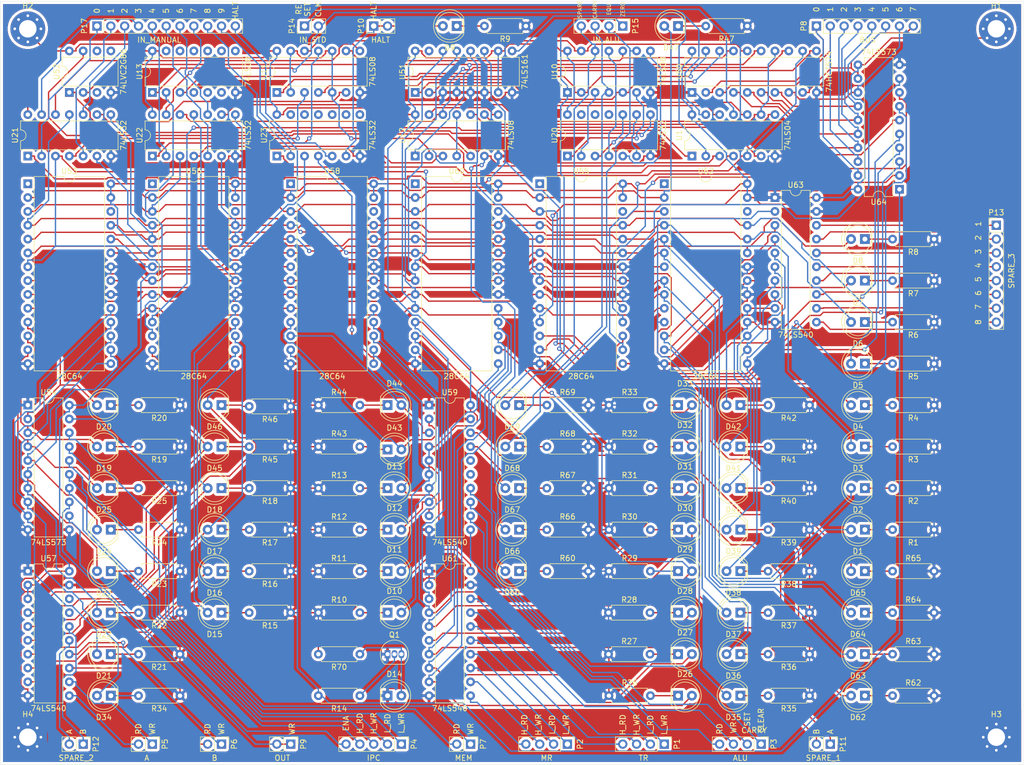
<source format=kicad_pcb>
(kicad_pcb (version 20171130) (host pcbnew "(5.1.4)-1")
  (layers (0 F.Cu signal) (31 B.Cu signal) (34 B.Paste user) (35 F.Paste user) (36 B.SilkS user) (37 F.SilkS user) (38 B.Mask user) (39 F.Mask user) (44 Edge.Cuts user))
  (net 0 "")
  (net 1 "Net-(D1-Pad1)")
  (net 2 "Net-(D2-Pad1)")
  (net 3 "Net-(D3-Pad1)")
  (net 4 "Net-(D4-Pad1)")
  (net 5 "Net-(D5-Pad1)")
  (net 6 "Net-(D6-Pad1)")
  (net 7 "Net-(D7-Pad1)")
  (net 8 "Net-(D8-Pad1)")
  (net 9 OUT_HALT)
  (net 10 "Net-(D9-Pad1)")
  (net 11 ROM_CARRY_SET)
  (net 12 "Net-(D10-Pad1)")
  (net 13 ROM_CARRY_CLEAR)
  (net 14 "Net-(D11-Pad1)")
  (net 15 ROM_ALU_WR)
  (net 16 "Net-(D12-Pad1)")
  (net 17 ROM_ALU_RD)
  (net 18 "Net-(D13-Pad1)")
  (net 19 BUS_WR)
  (net 20 ROM_A_RD)
  (net 21 "Net-(D15-Pad1)")
  (net 22 ROM_A_WR)
  (net 23 "Net-(D16-Pad1)")
  (net 24 ROM_B_RD)
  (net 25 "Net-(D17-Pad1)")
  (net 26 ROM_B_WR)
  (net 27 "Net-(D18-Pad1)")
  (net 28 ROM_MEM_RD)
  (net 29 "Net-(D19-Pad1)")
  (net 30 ROM_MEM_WR)
  (net 31 "Net-(D20-Pad1)")
  (net 32 ROM_IPC_INC)
  (net 33 "Net-(D21-Pad1)")
  (net 34 ROM_IPC_HIGH_RD)
  (net 35 "Net-(D22-Pad1)")
  (net 36 ROM_IPC_HIGH_WR)
  (net 37 "Net-(D23-Pad1)")
  (net 38 ROM_IPC_LOW_RD)
  (net 39 "Net-(D24-Pad1)")
  (net 40 ROM_IPC_LOW_WR)
  (net 41 "Net-(D25-Pad1)")
  (net 42 ROM_MR_HIGH_RD)
  (net 43 "Net-(D26-Pad1)")
  (net 44 ROM_MR_HIGH_WR)
  (net 45 "Net-(D27-Pad1)")
  (net 46 ROM_MR_LOW_RD)
  (net 47 "Net-(D28-Pad1)")
  (net 48 ROM_MR_LOW_WR)
  (net 49 "Net-(D29-Pad1)")
  (net 50 ROM_TR_HIGH_RD)
  (net 51 "Net-(D30-Pad1)")
  (net 52 ROM_TR_HIGH_WR)
  (net 53 "Net-(D31-Pad1)")
  (net 54 ROM_TR_LOW_RD)
  (net 55 "Net-(D32-Pad1)")
  (net 56 ROM_TR_LOW_WR)
  (net 57 "Net-(D33-Pad1)")
  (net 58 ROM_OUT_WR)
  (net 59 "Net-(D34-Pad1)")
  (net 60 SPARE_1)
  (net 61 "Net-(D35-Pad1)")
  (net 62 SPARE_2)
  (net 63 "Net-(D36-Pad1)")
  (net 64 SPARE_3)
  (net 65 "Net-(D37-Pad1)")
  (net 66 SPARE_4)
  (net 67 "Net-(D38-Pad1)")
  (net 68 SPARE_5)
  (net 69 "Net-(D39-Pad1)")
  (net 70 SPARE_6)
  (net 71 "Net-(D40-Pad1)")
  (net 72 SPARE_7)
  (net 73 "Net-(D41-Pad1)")
  (net 74 SPARE_8)
  (net 75 "Net-(D42-Pad1)")
  (net 76 SPARE_A)
  (net 77 "Net-(D43-Pad1)")
  (net 78 SPARE_B)
  (net 79 "Net-(D44-Pad1)")
  (net 80 ROM_SPARE_C)
  (net 81 "Net-(D45-Pad1)")
  (net 82 ROM_SPARE_D)
  (net 83 "Net-(D46-Pad1)")
  (net 84 "Net-(D60-Pad2)")
  (net 85 "Net-(D60-Pad1)")
  (net 86 ADR_00)
  (net 87 "Net-(D62-Pad1)")
  (net 88 ADR_01)
  (net 89 "Net-(D63-Pad1)")
  (net 90 ADR_02)
  (net 91 "Net-(D64-Pad1)")
  (net 92 "Net-(D65-Pad2)")
  (net 93 "Net-(D65-Pad1)")
  (net 94 IN_ZERO)
  (net 95 "Net-(D66-Pad1)")
  (net 96 IN_CARRY)
  (net 97 "Net-(D67-Pad1)")
  (net 98 EQUAL)
  (net 99 "Net-(D68-Pad1)")
  (net 100 IN_SPARE)
  (net 101 "Net-(D69-Pad1)")
  (net 102 VCC)
  (net 103 GND)
  (net 104 OUT_TR_HIGH_RD)
  (net 105 OUT_TR_HIGH_WR)
  (net 106 OUT_TR_LOW_RD)
  (net 107 OUT_TR_LOW_WR)
  (net 108 OUT_MR_HIGH_RD)
  (net 109 OUT_MR_HIGH_WR)
  (net 110 OUT_MR_LOW_RD)
  (net 111 OUT_MR_LOW_WR)
  (net 112 OUT_ALU_RD)
  (net 113 OUT_ALU_WR)
  (net 114 OUT_CARRY_SET)
  (net 115 OUT_CARRY_CLEAR)
  (net 116 OUT_IPC_INC)
  (net 117 OUT_IPC_HIGH_RD)
  (net 118 OUT_IPC_HIGH_WR)
  (net 119 OUT_IPC_LOW_RD)
  (net 120 OUT_IPC_LOW_WR)
  (net 121 OUT_A_RD)
  (net 122 OUT_A_WR)
  (net 123 OUT_B_RD)
  (net 124 OUT_B_WR)
  (net 125 OUT_MEM_RD)
  (net 126 OUT_MEM_WR)
  (net 127 OUT_BUS_7)
  (net 128 OUT_BUS_6)
  (net 129 OUT_BUS_5)
  (net 130 OUT_BUS_4)
  (net 131 OUT_BUS_3)
  (net 132 OUT_BUS_2)
  (net 133 OUT_BUS_1)
  (net 134 OUT_BUS_0)
  (net 135 OUT_OUT_WR)
  (net 136 OUT_SPARE_B)
  (net 137 OUT_SPARE_A)
  (net 138 OUT_SPARE_D)
  (net 139 OUT_SPARE_C)
  (net 140 OUT_SPARE_8)
  (net 141 OUT_SPARE_7)
  (net 142 OUT_SPARE_6)
  (net 143 OUT_SPARE_5)
  (net 144 OUT_SPARE_4)
  (net 145 OUT_SPARE_3)
  (net 146 OUT_SPARE_2)
  (net 147 OUT_SPARE_1)
  (net 148 CLK)
  (net 149 RESET)
  (net 150 MANUAL_HALT)
  (net 151 ADR_12)
  (net 152 MANUAL_8)
  (net 153 MANUAL_7)
  (net 154 MANUAL_6)
  (net 155 MANUAL_5)
  (net 156 MANUAL_4)
  (net 157 MANUAL_3)
  (net 158 MANUAL_2)
  (net 159 MANUAL_1)
  (net 160 MANUAL_0)
  (net 161 "Net-(U1-Pad6)")
  (net 162 "Net-(U1-Pad5)")
  (net 163 "Net-(U1-Pad10)")
  (net 164 "Net-(U1-Pad3)")
  (net 165 "Net-(U1-Pad9)")
  (net 166 "Net-(U1-Pad2)")
  (net 167 "Net-(U1-Pad8)")
  (net 168 END_INSTRUCTION)
  (net 169 "Net-(U10-Pad13)")
  (net 170 "Net-(U10-Pad6)")
  (net 171 "Net-(U10-Pad5)")
  (net 172 "Net-(U10-Pad11)")
  (net 173 "Net-(U10-Pad10)")
  (net 174 "Net-(U10-Pad3)")
  (net 175 "Net-(U10-Pad2)")
  (net 176 "Net-(U10-Pad8)")
  (net 177 "Net-(U11-Pad6)")
  (net 178 "Net-(U11-Pad11)")
  (net 179 "Net-(U11-Pad3)")
  (net 180 "Net-(U11-Pad8)")
  (net 181 "Net-(U12-Pad13)")
  (net 182 "Net-(U12-Pad12)")
  (net 183 "Net-(U12-Pad5)")
  (net 184 "Net-(U12-Pad11)")
  (net 185 "Net-(U12-Pad3)")
  (net 186 "Net-(U12-Pad1)")
  (net 187 "Net-(U13-Pad3)")
  (net 188 PROG_WR)
  (net 189 "Net-(U20-Pad6)")
  (net 190 "Net-(U20-Pad10)")
  (net 191 "Net-(U20-Pad8)")
  (net 192 ADR_04)
  (net 193 ADR_06)
  (net 194 ADR_03)
  (net 195 ADR_05)
  (net 196 ADR_08)
  (net 197 ADR_10)
  (net 198 ADR_07)
  (net 199 ADR_09)
  (net 200 ROM_HALT)
  (net 201 ADR_11)
  (net 202 "Net-(D47-Pad1)")
  (net 203 "Net-(U55-Pad13)")
  (net 204 "Net-(U55-Pad12)")
  (net 205 "Net-(U55-Pad11)")
  (net 206 "Net-(U55-Pad19)")
  (net 207 "Net-(U55-Pad18)")
  (net 208 "Net-(U55-Pad17)")
  (net 209 "Net-(U55-Pad16)")
  (net 210 "Net-(U55-Pad15)")
  (net 211 "Net-(D14-Pad2)")
  (net 212 "Net-(Q1-Pad2)")
  (net 213 "Net-(U1-Pad12)")
  (module MountingHole:MountingHole_3.2mm_M3_Pad_Via (layer F.Cu) (at 205.74 159.004)
    (fp_text reference H3 (at 0 -4.2) (layer F.SilkS))
    (fp_text value BOTTOM_RIGHT_GND)
    (pad 1 thru_hole circle (at 1.697056 -1.697056) (size 0.8 0.8) (drill 0.5) (layers *.Cu *.Mask) (net 103 GND))
    (pad 1 thru_hole circle (at 0 -2.4) (size 0.8 0.8) (drill 0.5) (layers *.Cu *.Mask) (net 103 GND))
    (pad 1 thru_hole circle (at -1.697056 -1.697056) (size 0.8 0.8) (drill 0.5) (layers *.Cu *.Mask) (net 103 GND))
    (pad 1 thru_hole circle (at -2.4 0) (size 0.8 0.8) (drill 0.5) (layers *.Cu *.Mask) (net 103 GND))
    (pad 1 thru_hole circle (at -1.697056 1.697056) (size 0.8 0.8) (drill 0.5) (layers *.Cu *.Mask) (net 103 GND))
    (pad 1 thru_hole circle (at 0 2.4) (size 0.8 0.8) (drill 0.5) (layers *.Cu *.Mask) (net 103 GND))
    (pad 1 thru_hole circle (at 1.697056 1.697056) (size 0.8 0.8) (drill 0.5) (layers *.Cu *.Mask) (net 103 GND))
    (pad 1 thru_hole circle (at 2.4 0) (size 0.8 0.8) (drill 0.5) (layers *.Cu *.Mask) (net 103 GND))
    (pad 1 thru_hole circle (at 0 0) (size 6.4 6.4) (drill 3.2) (layers *.Cu *.Mask) (net 103 GND))
  )
  (module Package_TO_SOT_THT:TO-92_Inline (layer F.Cu) (at 93.98 143.764)
    (fp_text reference Q1 (at 1.27 -3.556) (layer F.SilkS))
    (fp_text value 2N3904)
    (pad 1 thru_hole rect (at 0 0) (size 1.05 1.5) (drill 0.75) (layers *.Cu *.Mask) (net 103 GND))
    (pad 3 thru_hole oval (at 2.54 0) (size 1.05 1.5) (drill 0.75) (layers *.Cu *.Mask) (net 211 "Net-(D14-Pad2)"))
    (pad 2 thru_hole oval (at 1.27 0) (size 1.05 1.5) (drill 0.75) (layers *.Cu *.Mask) (net 212 "Net-(Q1-Pad2)"))
  )
  (module Package_DIP:DIP-14_W7.62mm (layer F.Cu) (at 27.94 52.324 90)
    (fp_text reference U21 (at 3.81 -2.33 90) (layer F.SilkS))
    (fp_text value 74LS32 (at 3.81 17.57 90) (layer F.SilkS))
    (pad 14 thru_hole oval (at 7.62 0 90) (size 1.6 1.6) (drill 0.8) (layers *.Cu *.Mask) (net 102 VCC))
    (pad 7 thru_hole oval (at 0 15.24 90) (size 1.6 1.6) (drill 0.8) (layers *.Cu *.Mask) (net 103 GND))
    (pad 13 thru_hole oval (at 7.62 2.54 90) (size 1.6 1.6) (drill 0.8) (layers *.Cu *.Mask) (net 157 MANUAL_3))
    (pad 6 thru_hole oval (at 0 12.7 90) (size 1.6 1.6) (drill 0.8) (layers *.Cu *.Mask) (net 192 ADR_04))
    (pad 12 thru_hole oval (at 7.62 5.08 90) (size 1.6 1.6) (drill 0.8) (layers *.Cu *.Mask) (net 180 "Net-(U11-Pad8)"))
    (pad 5 thru_hole oval (at 0 10.16 90) (size 1.6 1.6) (drill 0.8) (layers *.Cu *.Mask) (net 159 MANUAL_1))
    (pad 11 thru_hole oval (at 7.62 7.62 90) (size 1.6 1.6) (drill 0.8) (layers *.Cu *.Mask) (net 193 ADR_06))
    (pad 4 thru_hole oval (at 0 7.62 90) (size 1.6 1.6) (drill 0.8) (layers *.Cu *.Mask) (net 179 "Net-(U11-Pad3)"))
    (pad 10 thru_hole oval (at 7.62 10.16 90) (size 1.6 1.6) (drill 0.8) (layers *.Cu *.Mask) (net 158 MANUAL_2))
    (pad 3 thru_hole oval (at 0 5.08 90) (size 1.6 1.6) (drill 0.8) (layers *.Cu *.Mask) (net 194 ADR_03))
    (pad 9 thru_hole oval (at 7.62 12.7 90) (size 1.6 1.6) (drill 0.8) (layers *.Cu *.Mask) (net 177 "Net-(U11-Pad6)"))
    (pad 2 thru_hole oval (at 0 2.54 90) (size 1.6 1.6) (drill 0.8) (layers *.Cu *.Mask) (net 160 MANUAL_0))
    (pad 8 thru_hole oval (at 7.62 15.24 90) (size 1.6 1.6) (drill 0.8) (layers *.Cu *.Mask) (net 195 ADR_05))
    (pad 1 thru_hole rect (at 0 0 90) (size 1.6 1.6) (drill 0.8) (layers *.Cu *.Mask) (net 92 "Net-(D65-Pad2)"))
  )
  (module Package_DIP:DIP-14_W7.62mm (layer F.Cu) (at 127 40.64 90)
    (fp_text reference U10 (at 3.81 -2.33 90) (layer F.SilkS))
    (fp_text value 74LS08 (at 3.81 17.57 90) (layer F.SilkS))
    (pad 14 thru_hole oval (at 7.62 0 90) (size 1.6 1.6) (drill 0.8) (layers *.Cu *.Mask) (net 102 VCC))
    (pad 7 thru_hole oval (at 0 15.24 90) (size 1.6 1.6) (drill 0.8) (layers *.Cu *.Mask) (net 103 GND))
    (pad 13 thru_hole oval (at 7.62 2.54 90) (size 1.6 1.6) (drill 0.8) (layers *.Cu *.Mask) (net 169 "Net-(U10-Pad13)"))
    (pad 6 thru_hole oval (at 0 12.7 90) (size 1.6 1.6) (drill 0.8) (layers *.Cu *.Mask) (net 170 "Net-(U10-Pad6)"))
    (pad 12 thru_hole oval (at 7.62 5.08 90) (size 1.6 1.6) (drill 0.8) (layers *.Cu *.Mask) (net 100 IN_SPARE))
    (pad 5 thru_hole oval (at 0 10.16 90) (size 1.6 1.6) (drill 0.8) (layers *.Cu *.Mask) (net 171 "Net-(U10-Pad5)"))
    (pad 11 thru_hole oval (at 7.62 7.62 90) (size 1.6 1.6) (drill 0.8) (layers *.Cu *.Mask) (net 172 "Net-(U10-Pad11)"))
    (pad 4 thru_hole oval (at 0 7.62 90) (size 1.6 1.6) (drill 0.8) (layers *.Cu *.Mask) (net 96 IN_CARRY))
    (pad 10 thru_hole oval (at 7.62 10.16 90) (size 1.6 1.6) (drill 0.8) (layers *.Cu *.Mask) (net 173 "Net-(U10-Pad10)"))
    (pad 3 thru_hole oval (at 0 5.08 90) (size 1.6 1.6) (drill 0.8) (layers *.Cu *.Mask) (net 174 "Net-(U10-Pad3)"))
    (pad 9 thru_hole oval (at 7.62 12.7 90) (size 1.6 1.6) (drill 0.8) (layers *.Cu *.Mask) (net 98 EQUAL))
    (pad 2 thru_hole oval (at 0 2.54 90) (size 1.6 1.6) (drill 0.8) (layers *.Cu *.Mask) (net 175 "Net-(U10-Pad2)"))
    (pad 8 thru_hole oval (at 7.62 15.24 90) (size 1.6 1.6) (drill 0.8) (layers *.Cu *.Mask) (net 176 "Net-(U10-Pad8)"))
    (pad 1 thru_hole rect (at 0 0 90) (size 1.6 1.6) (drill 0.8) (layers *.Cu *.Mask) (net 94 IN_ZERO))
  )
  (module Package_DIP:DIP-20_W7.62mm (layer F.Cu) (at 187.96 58.42 180)
    (fp_text reference U64 (at 3.81 -2.33) (layer F.SilkS))
    (fp_text value 74LS573 (at 3.81 25.19) (layer F.SilkS))
    (pad 20 thru_hole oval (at 7.62 0 180) (size 1.6 1.6) (drill 0.8) (layers *.Cu *.Mask) (net 102 VCC))
    (pad 10 thru_hole oval (at 0 22.86 180) (size 1.6 1.6) (drill 0.8) (layers *.Cu *.Mask) (net 103 GND))
    (pad 19 thru_hole oval (at 7.62 2.54 180) (size 1.6 1.6) (drill 0.8) (layers *.Cu *.Mask) (net 134 OUT_BUS_0))
    (pad 9 thru_hole oval (at 0 20.32 180) (size 1.6 1.6) (drill 0.8) (layers *.Cu *.Mask) (net 206 "Net-(U55-Pad19)"))
    (pad 18 thru_hole oval (at 7.62 5.08 180) (size 1.6 1.6) (drill 0.8) (layers *.Cu *.Mask) (net 133 OUT_BUS_1))
    (pad 8 thru_hole oval (at 0 17.78 180) (size 1.6 1.6) (drill 0.8) (layers *.Cu *.Mask) (net 207 "Net-(U55-Pad18)"))
    (pad 17 thru_hole oval (at 7.62 7.62 180) (size 1.6 1.6) (drill 0.8) (layers *.Cu *.Mask) (net 132 OUT_BUS_2))
    (pad 7 thru_hole oval (at 0 15.24 180) (size 1.6 1.6) (drill 0.8) (layers *.Cu *.Mask) (net 208 "Net-(U55-Pad17)"))
    (pad 16 thru_hole oval (at 7.62 10.16 180) (size 1.6 1.6) (drill 0.8) (layers *.Cu *.Mask) (net 131 OUT_BUS_3))
    (pad 6 thru_hole oval (at 0 12.7 180) (size 1.6 1.6) (drill 0.8) (layers *.Cu *.Mask) (net 209 "Net-(U55-Pad16)"))
    (pad 15 thru_hole oval (at 7.62 12.7 180) (size 1.6 1.6) (drill 0.8) (layers *.Cu *.Mask) (net 130 OUT_BUS_4))
    (pad 5 thru_hole oval (at 0 10.16 180) (size 1.6 1.6) (drill 0.8) (layers *.Cu *.Mask) (net 210 "Net-(U55-Pad15)"))
    (pad 14 thru_hole oval (at 7.62 15.24 180) (size 1.6 1.6) (drill 0.8) (layers *.Cu *.Mask) (net 129 OUT_BUS_5))
    (pad 4 thru_hole oval (at 0 7.62 180) (size 1.6 1.6) (drill 0.8) (layers *.Cu *.Mask) (net 203 "Net-(U55-Pad13)"))
    (pad 13 thru_hole oval (at 7.62 17.78 180) (size 1.6 1.6) (drill 0.8) (layers *.Cu *.Mask) (net 128 OUT_BUS_6))
    (pad 3 thru_hole oval (at 0 5.08 180) (size 1.6 1.6) (drill 0.8) (layers *.Cu *.Mask) (net 204 "Net-(U55-Pad12)"))
    (pad 12 thru_hole oval (at 7.62 20.32 180) (size 1.6 1.6) (drill 0.8) (layers *.Cu *.Mask) (net 127 OUT_BUS_7))
    (pad 2 thru_hole oval (at 0 2.54 180) (size 1.6 1.6) (drill 0.8) (layers *.Cu *.Mask) (net 205 "Net-(U55-Pad11)"))
    (pad 11 thru_hole oval (at 7.62 22.86 180) (size 1.6 1.6) (drill 0.8) (layers *.Cu *.Mask) (net 102 VCC))
    (pad 1 thru_hole rect (at 0 0 180) (size 1.6 1.6) (drill 0.8) (layers *.Cu *.Mask) (net 19 BUS_WR))
  )
  (module Package_DIP:DIP-20_W7.62mm (layer F.Cu) (at 165.1 59.944)
    (fp_text reference U63 (at 3.81 -2.33) (layer F.SilkS))
    (fp_text value 74LS540 (at 3.81 25.19) (layer F.SilkS))
    (pad 20 thru_hole oval (at 7.62 0) (size 1.6 1.6) (drill 0.8) (layers *.Cu *.Mask) (net 102 VCC))
    (pad 10 thru_hole oval (at 0 22.86) (size 1.6 1.6) (drill 0.8) (layers *.Cu *.Mask) (net 103 GND))
    (pad 19 thru_hole oval (at 7.62 2.54) (size 1.6 1.6) (drill 0.8) (layers *.Cu *.Mask) (net 103 GND))
    (pad 9 thru_hole oval (at 0 20.32) (size 1.6 1.6) (drill 0.8) (layers *.Cu *.Mask) (net 74 SPARE_8))
    (pad 18 thru_hole oval (at 7.62 5.08) (size 1.6 1.6) (drill 0.8) (layers *.Cu *.Mask) (net 147 OUT_SPARE_1))
    (pad 8 thru_hole oval (at 0 17.78) (size 1.6 1.6) (drill 0.8) (layers *.Cu *.Mask) (net 72 SPARE_7))
    (pad 17 thru_hole oval (at 7.62 7.62) (size 1.6 1.6) (drill 0.8) (layers *.Cu *.Mask) (net 146 OUT_SPARE_2))
    (pad 7 thru_hole oval (at 0 15.24) (size 1.6 1.6) (drill 0.8) (layers *.Cu *.Mask) (net 70 SPARE_6))
    (pad 16 thru_hole oval (at 7.62 10.16) (size 1.6 1.6) (drill 0.8) (layers *.Cu *.Mask) (net 145 OUT_SPARE_3))
    (pad 6 thru_hole oval (at 0 12.7) (size 1.6 1.6) (drill 0.8) (layers *.Cu *.Mask) (net 68 SPARE_5))
    (pad 15 thru_hole oval (at 7.62 12.7) (size 1.6 1.6) (drill 0.8) (layers *.Cu *.Mask) (net 144 OUT_SPARE_4))
    (pad 5 thru_hole oval (at 0 10.16) (size 1.6 1.6) (drill 0.8) (layers *.Cu *.Mask) (net 66 SPARE_4))
    (pad 14 thru_hole oval (at 7.62 15.24) (size 1.6 1.6) (drill 0.8) (layers *.Cu *.Mask) (net 143 OUT_SPARE_5))
    (pad 4 thru_hole oval (at 0 7.62) (size 1.6 1.6) (drill 0.8) (layers *.Cu *.Mask) (net 64 SPARE_3))
    (pad 13 thru_hole oval (at 7.62 17.78) (size 1.6 1.6) (drill 0.8) (layers *.Cu *.Mask) (net 142 OUT_SPARE_6))
    (pad 3 thru_hole oval (at 0 5.08) (size 1.6 1.6) (drill 0.8) (layers *.Cu *.Mask) (net 62 SPARE_2))
    (pad 12 thru_hole oval (at 7.62 20.32) (size 1.6 1.6) (drill 0.8) (layers *.Cu *.Mask) (net 141 OUT_SPARE_7))
    (pad 2 thru_hole oval (at 0 2.54) (size 1.6 1.6) (drill 0.8) (layers *.Cu *.Mask) (net 60 SPARE_1))
    (pad 11 thru_hole oval (at 7.62 22.86) (size 1.6 1.6) (drill 0.8) (layers *.Cu *.Mask) (net 140 OUT_SPARE_8))
    (pad 1 thru_hole rect (at 0 0) (size 1.6 1.6) (drill 0.8) (layers *.Cu *.Mask) (net 103 GND))
  )
  (module Package_DIP:DIP-28_W15.24mm (layer F.Cu) (at 144.78 57.404)
    (fp_text reference U62 (at 7.62 -2.33) (layer F.SilkS))
    (fp_text value 28C64 (at 7.62 35.35) (layer F.SilkS))
    (pad 28 thru_hole oval (at 15.24 0) (size 1.6 1.6) (drill 0.8) (layers *.Cu *.Mask) (net 102 VCC))
    (pad 14 thru_hole oval (at 0 33.02) (size 1.6 1.6) (drill 0.8) (layers *.Cu *.Mask) (net 103 GND))
    (pad 27 thru_hole oval (at 15.24 2.54) (size 1.6 1.6) (drill 0.8) (layers *.Cu *.Mask) (net 102 VCC))
    (pad 13 thru_hole oval (at 0 30.48) (size 1.6 1.6) (drill 0.8) (layers *.Cu *.Mask) (net 64 SPARE_3))
    (pad 26 thru_hole oval (at 15.24 5.08) (size 1.6 1.6) (drill 0.8) (layers *.Cu *.Mask))
    (pad 12 thru_hole oval (at 0 27.94) (size 1.6 1.6) (drill 0.8) (layers *.Cu *.Mask) (net 62 SPARE_2))
    (pad 25 thru_hole oval (at 15.24 7.62) (size 1.6 1.6) (drill 0.8) (layers *.Cu *.Mask) (net 196 ADR_08))
    (pad 11 thru_hole oval (at 0 25.4) (size 1.6 1.6) (drill 0.8) (layers *.Cu *.Mask) (net 60 SPARE_1))
    (pad 24 thru_hole oval (at 15.24 10.16) (size 1.6 1.6) (drill 0.8) (layers *.Cu *.Mask) (net 199 ADR_09))
    (pad 10 thru_hole oval (at 0 22.86) (size 1.6 1.6) (drill 0.8) (layers *.Cu *.Mask) (net 86 ADR_00))
    (pad 23 thru_hole oval (at 15.24 12.7) (size 1.6 1.6) (drill 0.8) (layers *.Cu *.Mask) (net 201 ADR_11))
    (pad 9 thru_hole oval (at 0 20.32) (size 1.6 1.6) (drill 0.8) (layers *.Cu *.Mask) (net 88 ADR_01))
    (pad 22 thru_hole oval (at 15.24 15.24) (size 1.6 1.6) (drill 0.8) (layers *.Cu *.Mask) (net 103 GND))
    (pad 8 thru_hole oval (at 0 17.78) (size 1.6 1.6) (drill 0.8) (layers *.Cu *.Mask) (net 90 ADR_02))
    (pad 21 thru_hole oval (at 15.24 17.78) (size 1.6 1.6) (drill 0.8) (layers *.Cu *.Mask) (net 197 ADR_10))
    (pad 7 thru_hole oval (at 0 15.24) (size 1.6 1.6) (drill 0.8) (layers *.Cu *.Mask) (net 194 ADR_03))
    (pad 20 thru_hole oval (at 15.24 20.32) (size 1.6 1.6) (drill 0.8) (layers *.Cu *.Mask) (net 103 GND))
    (pad 6 thru_hole oval (at 0 12.7) (size 1.6 1.6) (drill 0.8) (layers *.Cu *.Mask) (net 192 ADR_04))
    (pad 19 thru_hole oval (at 15.24 22.86) (size 1.6 1.6) (drill 0.8) (layers *.Cu *.Mask) (net 74 SPARE_8))
    (pad 5 thru_hole oval (at 0 10.16) (size 1.6 1.6) (drill 0.8) (layers *.Cu *.Mask) (net 195 ADR_05))
    (pad 18 thru_hole oval (at 15.24 25.4) (size 1.6 1.6) (drill 0.8) (layers *.Cu *.Mask) (net 72 SPARE_7))
    (pad 4 thru_hole oval (at 0 7.62) (size 1.6 1.6) (drill 0.8) (layers *.Cu *.Mask) (net 193 ADR_06))
    (pad 17 thru_hole oval (at 15.24 27.94) (size 1.6 1.6) (drill 0.8) (layers *.Cu *.Mask) (net 70 SPARE_6))
    (pad 3 thru_hole oval (at 0 5.08) (size 1.6 1.6) (drill 0.8) (layers *.Cu *.Mask) (net 198 ADR_07))
    (pad 16 thru_hole oval (at 15.24 30.48) (size 1.6 1.6) (drill 0.8) (layers *.Cu *.Mask) (net 68 SPARE_5))
    (pad 2 thru_hole oval (at 0 2.54) (size 1.6 1.6) (drill 0.8) (layers *.Cu *.Mask) (net 151 ADR_12))
    (pad 15 thru_hole oval (at 15.24 33.02) (size 1.6 1.6) (drill 0.8) (layers *.Cu *.Mask) (net 66 SPARE_4))
    (pad 1 thru_hole rect (at 0 0) (size 1.6 1.6) (drill 0.8) (layers *.Cu *.Mask))
  )
  (module Package_DIP:DIP-20_W7.62mm (layer F.Cu) (at 101.6 128.524)
    (fp_text reference U61 (at 3.81 -2.33) (layer F.SilkS))
    (fp_text value 74LS540 (at 3.81 25.19) (layer F.SilkS))
    (pad 20 thru_hole oval (at 7.62 0) (size 1.6 1.6) (drill 0.8) (layers *.Cu *.Mask) (net 102 VCC))
    (pad 10 thru_hole oval (at 0 22.86) (size 1.6 1.6) (drill 0.8) (layers *.Cu *.Mask) (net 103 GND))
    (pad 19 thru_hole oval (at 7.62 2.54) (size 1.6 1.6) (drill 0.8) (layers *.Cu *.Mask) (net 103 GND))
    (pad 9 thru_hole oval (at 0 20.32) (size 1.6 1.6) (drill 0.8) (layers *.Cu *.Mask) (net 42 ROM_MR_HIGH_RD))
    (pad 18 thru_hole oval (at 7.62 5.08) (size 1.6 1.6) (drill 0.8) (layers *.Cu *.Mask) (net 107 OUT_TR_LOW_WR))
    (pad 8 thru_hole oval (at 0 17.78) (size 1.6 1.6) (drill 0.8) (layers *.Cu *.Mask) (net 44 ROM_MR_HIGH_WR))
    (pad 17 thru_hole oval (at 7.62 7.62) (size 1.6 1.6) (drill 0.8) (layers *.Cu *.Mask) (net 106 OUT_TR_LOW_RD))
    (pad 7 thru_hole oval (at 0 15.24) (size 1.6 1.6) (drill 0.8) (layers *.Cu *.Mask) (net 46 ROM_MR_LOW_RD))
    (pad 16 thru_hole oval (at 7.62 10.16) (size 1.6 1.6) (drill 0.8) (layers *.Cu *.Mask) (net 105 OUT_TR_HIGH_WR))
    (pad 6 thru_hole oval (at 0 12.7) (size 1.6 1.6) (drill 0.8) (layers *.Cu *.Mask) (net 48 ROM_MR_LOW_WR))
    (pad 15 thru_hole oval (at 7.62 12.7) (size 1.6 1.6) (drill 0.8) (layers *.Cu *.Mask) (net 104 OUT_TR_HIGH_RD))
    (pad 5 thru_hole oval (at 0 10.16) (size 1.6 1.6) (drill 0.8) (layers *.Cu *.Mask) (net 50 ROM_TR_HIGH_RD))
    (pad 14 thru_hole oval (at 7.62 15.24) (size 1.6 1.6) (drill 0.8) (layers *.Cu *.Mask) (net 111 OUT_MR_LOW_WR))
    (pad 4 thru_hole oval (at 0 7.62) (size 1.6 1.6) (drill 0.8) (layers *.Cu *.Mask) (net 52 ROM_TR_HIGH_WR))
    (pad 13 thru_hole oval (at 7.62 17.78) (size 1.6 1.6) (drill 0.8) (layers *.Cu *.Mask) (net 110 OUT_MR_LOW_RD))
    (pad 3 thru_hole oval (at 0 5.08) (size 1.6 1.6) (drill 0.8) (layers *.Cu *.Mask) (net 54 ROM_TR_LOW_RD))
    (pad 12 thru_hole oval (at 7.62 20.32) (size 1.6 1.6) (drill 0.8) (layers *.Cu *.Mask) (net 109 OUT_MR_HIGH_WR))
    (pad 2 thru_hole oval (at 0 2.54) (size 1.6 1.6) (drill 0.8) (layers *.Cu *.Mask) (net 56 ROM_TR_LOW_WR))
    (pad 11 thru_hole oval (at 7.62 22.86) (size 1.6 1.6) (drill 0.8) (layers *.Cu *.Mask) (net 108 OUT_MR_HIGH_RD))
    (pad 1 thru_hole rect (at 0 0) (size 1.6 1.6) (drill 0.8) (layers *.Cu *.Mask) (net 103 GND))
  )
  (module Package_DIP:DIP-28_W15.24mm (layer F.Cu) (at 99.06 57.404)
    (fp_text reference U60 (at 7.62 -2.33) (layer F.SilkS))
    (fp_text value 28C64 (at 7.62 35.35) (layer F.SilkS))
    (pad 28 thru_hole oval (at 15.24 0) (size 1.6 1.6) (drill 0.8) (layers *.Cu *.Mask) (net 102 VCC))
    (pad 14 thru_hole oval (at 0 33.02) (size 1.6 1.6) (drill 0.8) (layers *.Cu *.Mask) (net 103 GND))
    (pad 27 thru_hole oval (at 15.24 2.54) (size 1.6 1.6) (drill 0.8) (layers *.Cu *.Mask) (net 102 VCC))
    (pad 13 thru_hole oval (at 0 30.48) (size 1.6 1.6) (drill 0.8) (layers *.Cu *.Mask) (net 52 ROM_TR_HIGH_WR))
    (pad 26 thru_hole oval (at 15.24 5.08) (size 1.6 1.6) (drill 0.8) (layers *.Cu *.Mask))
    (pad 12 thru_hole oval (at 0 27.94) (size 1.6 1.6) (drill 0.8) (layers *.Cu *.Mask) (net 54 ROM_TR_LOW_RD))
    (pad 25 thru_hole oval (at 15.24 7.62) (size 1.6 1.6) (drill 0.8) (layers *.Cu *.Mask) (net 196 ADR_08))
    (pad 11 thru_hole oval (at 0 25.4) (size 1.6 1.6) (drill 0.8) (layers *.Cu *.Mask) (net 56 ROM_TR_LOW_WR))
    (pad 24 thru_hole oval (at 15.24 10.16) (size 1.6 1.6) (drill 0.8) (layers *.Cu *.Mask) (net 199 ADR_09))
    (pad 10 thru_hole oval (at 0 22.86) (size 1.6 1.6) (drill 0.8) (layers *.Cu *.Mask) (net 86 ADR_00))
    (pad 23 thru_hole oval (at 15.24 12.7) (size 1.6 1.6) (drill 0.8) (layers *.Cu *.Mask) (net 201 ADR_11))
    (pad 9 thru_hole oval (at 0 20.32) (size 1.6 1.6) (drill 0.8) (layers *.Cu *.Mask) (net 88 ADR_01))
    (pad 22 thru_hole oval (at 15.24 15.24) (size 1.6 1.6) (drill 0.8) (layers *.Cu *.Mask) (net 103 GND))
    (pad 8 thru_hole oval (at 0 17.78) (size 1.6 1.6) (drill 0.8) (layers *.Cu *.Mask) (net 90 ADR_02))
    (pad 21 thru_hole oval (at 15.24 17.78) (size 1.6 1.6) (drill 0.8) (layers *.Cu *.Mask) (net 197 ADR_10))
    (pad 7 thru_hole oval (at 0 15.24) (size 1.6 1.6) (drill 0.8) (layers *.Cu *.Mask) (net 194 ADR_03))
    (pad 20 thru_hole oval (at 15.24 20.32) (size 1.6 1.6) (drill 0.8) (layers *.Cu *.Mask) (net 103 GND))
    (pad 6 thru_hole oval (at 0 12.7) (size 1.6 1.6) (drill 0.8) (layers *.Cu *.Mask) (net 192 ADR_04))
    (pad 19 thru_hole oval (at 15.24 22.86) (size 1.6 1.6) (drill 0.8) (layers *.Cu *.Mask) (net 42 ROM_MR_HIGH_RD))
    (pad 5 thru_hole oval (at 0 10.16) (size 1.6 1.6) (drill 0.8) (layers *.Cu *.Mask) (net 195 ADR_05))
    (pad 18 thru_hole oval (at 15.24 25.4) (size 1.6 1.6) (drill 0.8) (layers *.Cu *.Mask) (net 44 ROM_MR_HIGH_WR))
    (pad 4 thru_hole oval (at 0 7.62) (size 1.6 1.6) (drill 0.8) (layers *.Cu *.Mask) (net 193 ADR_06))
    (pad 17 thru_hole oval (at 15.24 27.94) (size 1.6 1.6) (drill 0.8) (layers *.Cu *.Mask) (net 46 ROM_MR_LOW_RD))
    (pad 3 thru_hole oval (at 0 5.08) (size 1.6 1.6) (drill 0.8) (layers *.Cu *.Mask) (net 198 ADR_07))
    (pad 16 thru_hole oval (at 15.24 30.48) (size 1.6 1.6) (drill 0.8) (layers *.Cu *.Mask) (net 48 ROM_MR_LOW_WR))
    (pad 2 thru_hole oval (at 0 2.54) (size 1.6 1.6) (drill 0.8) (layers *.Cu *.Mask) (net 151 ADR_12))
    (pad 15 thru_hole oval (at 15.24 33.02) (size 1.6 1.6) (drill 0.8) (layers *.Cu *.Mask) (net 50 ROM_TR_HIGH_RD))
    (pad 1 thru_hole rect (at 0 0) (size 1.6 1.6) (drill 0.8) (layers *.Cu *.Mask))
  )
  (module Package_DIP:DIP-20_W7.62mm (layer F.Cu) (at 101.6 98.044)
    (fp_text reference U59 (at 3.81 -2.33) (layer F.SilkS))
    (fp_text value 74LS540 (at 3.81 25.19) (layer F.SilkS))
    (pad 20 thru_hole oval (at 7.62 0) (size 1.6 1.6) (drill 0.8) (layers *.Cu *.Mask) (net 102 VCC))
    (pad 10 thru_hole oval (at 0 22.86) (size 1.6 1.6) (drill 0.8) (layers *.Cu *.Mask) (net 103 GND))
    (pad 19 thru_hole oval (at 7.62 2.54) (size 1.6 1.6) (drill 0.8) (layers *.Cu *.Mask) (net 103 GND))
    (pad 9 thru_hole oval (at 0 20.32) (size 1.6 1.6) (drill 0.8) (layers *.Cu *.Mask) (net 17 ROM_ALU_RD))
    (pad 18 thru_hole oval (at 7.62 5.08) (size 1.6 1.6) (drill 0.8) (layers *.Cu *.Mask) (net 137 OUT_SPARE_A))
    (pad 8 thru_hole oval (at 0 17.78) (size 1.6 1.6) (drill 0.8) (layers *.Cu *.Mask) (net 15 ROM_ALU_WR))
    (pad 17 thru_hole oval (at 7.62 7.62) (size 1.6 1.6) (drill 0.8) (layers *.Cu *.Mask) (net 136 OUT_SPARE_B))
    (pad 7 thru_hole oval (at 0 15.24) (size 1.6 1.6) (drill 0.8) (layers *.Cu *.Mask) (net 11 ROM_CARRY_SET))
    (pad 16 thru_hole oval (at 7.62 10.16) (size 1.6 1.6) (drill 0.8) (layers *.Cu *.Mask))
    (pad 6 thru_hole oval (at 0 12.7) (size 1.6 1.6) (drill 0.8) (layers *.Cu *.Mask) (net 13 ROM_CARRY_CLEAR))
    (pad 15 thru_hole oval (at 7.62 12.7) (size 1.6 1.6) (drill 0.8) (layers *.Cu *.Mask))
    (pad 5 thru_hole oval (at 0 10.16) (size 1.6 1.6) (drill 0.8) (layers *.Cu *.Mask) (net 102 VCC))
    (pad 14 thru_hole oval (at 7.62 15.24) (size 1.6 1.6) (drill 0.8) (layers *.Cu *.Mask) (net 115 OUT_CARRY_CLEAR))
    (pad 4 thru_hole oval (at 0 7.62) (size 1.6 1.6) (drill 0.8) (layers *.Cu *.Mask) (net 102 VCC))
    (pad 13 thru_hole oval (at 7.62 17.78) (size 1.6 1.6) (drill 0.8) (layers *.Cu *.Mask) (net 114 OUT_CARRY_SET))
    (pad 3 thru_hole oval (at 0 5.08) (size 1.6 1.6) (drill 0.8) (layers *.Cu *.Mask) (net 78 SPARE_B))
    (pad 12 thru_hole oval (at 7.62 20.32) (size 1.6 1.6) (drill 0.8) (layers *.Cu *.Mask) (net 113 OUT_ALU_WR))
    (pad 2 thru_hole oval (at 0 2.54) (size 1.6 1.6) (drill 0.8) (layers *.Cu *.Mask) (net 76 SPARE_A))
    (pad 11 thru_hole oval (at 7.62 22.86) (size 1.6 1.6) (drill 0.8) (layers *.Cu *.Mask) (net 112 OUT_ALU_RD))
    (pad 1 thru_hole rect (at 0 0) (size 1.6 1.6) (drill 0.8) (layers *.Cu *.Mask) (net 103 GND))
  )
  (module Package_DIP:DIP-28_W15.24mm (layer F.Cu) (at 76.2 57.404)
    (fp_text reference U58 (at 7.62 -2.33) (layer F.SilkS))
    (fp_text value 28C64 (at 7.62 35.35) (layer F.SilkS))
    (pad 28 thru_hole oval (at 15.24 0) (size 1.6 1.6) (drill 0.8) (layers *.Cu *.Mask) (net 102 VCC))
    (pad 14 thru_hole oval (at 0 33.02) (size 1.6 1.6) (drill 0.8) (layers *.Cu *.Mask) (net 103 GND))
    (pad 27 thru_hole oval (at 15.24 2.54) (size 1.6 1.6) (drill 0.8) (layers *.Cu *.Mask) (net 102 VCC))
    (pad 13 thru_hole oval (at 0 30.48) (size 1.6 1.6) (drill 0.8) (layers *.Cu *.Mask) (net 19 BUS_WR))
    (pad 26 thru_hole oval (at 15.24 5.08) (size 1.6 1.6) (drill 0.8) (layers *.Cu *.Mask))
    (pad 12 thru_hole oval (at 0 27.94) (size 1.6 1.6) (drill 0.8) (layers *.Cu *.Mask) (net 78 SPARE_B))
    (pad 25 thru_hole oval (at 15.24 7.62) (size 1.6 1.6) (drill 0.8) (layers *.Cu *.Mask) (net 196 ADR_08))
    (pad 11 thru_hole oval (at 0 25.4) (size 1.6 1.6) (drill 0.8) (layers *.Cu *.Mask) (net 76 SPARE_A))
    (pad 24 thru_hole oval (at 15.24 10.16) (size 1.6 1.6) (drill 0.8) (layers *.Cu *.Mask) (net 199 ADR_09))
    (pad 10 thru_hole oval (at 0 22.86) (size 1.6 1.6) (drill 0.8) (layers *.Cu *.Mask) (net 86 ADR_00))
    (pad 23 thru_hole oval (at 15.24 12.7) (size 1.6 1.6) (drill 0.8) (layers *.Cu *.Mask) (net 201 ADR_11))
    (pad 9 thru_hole oval (at 0 20.32) (size 1.6 1.6) (drill 0.8) (layers *.Cu *.Mask) (net 88 ADR_01))
    (pad 22 thru_hole oval (at 15.24 15.24) (size 1.6 1.6) (drill 0.8) (layers *.Cu *.Mask) (net 103 GND))
    (pad 8 thru_hole oval (at 0 17.78) (size 1.6 1.6) (drill 0.8) (layers *.Cu *.Mask) (net 90 ADR_02))
    (pad 21 thru_hole oval (at 15.24 17.78) (size 1.6 1.6) (drill 0.8) (layers *.Cu *.Mask) (net 197 ADR_10))
    (pad 7 thru_hole oval (at 0 15.24) (size 1.6 1.6) (drill 0.8) (layers *.Cu *.Mask) (net 194 ADR_03))
    (pad 20 thru_hole oval (at 15.24 20.32) (size 1.6 1.6) (drill 0.8) (layers *.Cu *.Mask) (net 103 GND))
    (pad 6 thru_hole oval (at 0 12.7) (size 1.6 1.6) (drill 0.8) (layers *.Cu *.Mask) (net 192 ADR_04))
    (pad 19 thru_hole oval (at 15.24 22.86) (size 1.6 1.6) (drill 0.8) (layers *.Cu *.Mask) (net 17 ROM_ALU_RD))
    (pad 5 thru_hole oval (at 0 10.16) (size 1.6 1.6) (drill 0.8) (layers *.Cu *.Mask) (net 195 ADR_05))
    (pad 18 thru_hole oval (at 15.24 25.4) (size 1.6 1.6) (drill 0.8) (layers *.Cu *.Mask) (net 15 ROM_ALU_WR))
    (pad 4 thru_hole oval (at 0 7.62) (size 1.6 1.6) (drill 0.8) (layers *.Cu *.Mask) (net 193 ADR_06))
    (pad 17 thru_hole oval (at 15.24 27.94) (size 1.6 1.6) (drill 0.8) (layers *.Cu *.Mask) (net 11 ROM_CARRY_SET))
    (pad 3 thru_hole oval (at 0 5.08) (size 1.6 1.6) (drill 0.8) (layers *.Cu *.Mask) (net 198 ADR_07))
    (pad 16 thru_hole oval (at 15.24 30.48) (size 1.6 1.6) (drill 0.8) (layers *.Cu *.Mask) (net 13 ROM_CARRY_CLEAR))
    (pad 2 thru_hole oval (at 0 2.54) (size 1.6 1.6) (drill 0.8) (layers *.Cu *.Mask) (net 151 ADR_12))
    (pad 15 thru_hole oval (at 15.24 33.02) (size 1.6 1.6) (drill 0.8) (layers *.Cu *.Mask) (net 200 ROM_HALT))
    (pad 1 thru_hole rect (at 0 0) (size 1.6 1.6) (drill 0.8) (layers *.Cu *.Mask))
  )
  (module Package_DIP:DIP-20_W7.62mm (layer F.Cu) (at 27.94 128.524)
    (fp_text reference U57 (at 3.81 -2.33) (layer F.SilkS))
    (fp_text value 74LS540 (at 3.81 25.19) (layer F.SilkS))
    (pad 20 thru_hole oval (at 7.62 0) (size 1.6 1.6) (drill 0.8) (layers *.Cu *.Mask) (net 102 VCC))
    (pad 10 thru_hole oval (at 0 22.86) (size 1.6 1.6) (drill 0.8) (layers *.Cu *.Mask) (net 103 GND))
    (pad 19 thru_hole oval (at 7.62 2.54) (size 1.6 1.6) (drill 0.8) (layers *.Cu *.Mask) (net 103 GND))
    (pad 9 thru_hole oval (at 0 20.32) (size 1.6 1.6) (drill 0.8) (layers *.Cu *.Mask) (net 20 ROM_A_RD))
    (pad 18 thru_hole oval (at 7.62 5.08) (size 1.6 1.6) (drill 0.8) (layers *.Cu *.Mask))
    (pad 8 thru_hole oval (at 0 17.78) (size 1.6 1.6) (drill 0.8) (layers *.Cu *.Mask) (net 22 ROM_A_WR))
    (pad 17 thru_hole oval (at 7.62 7.62) (size 1.6 1.6) (drill 0.8) (layers *.Cu *.Mask))
    (pad 7 thru_hole oval (at 0 15.24) (size 1.6 1.6) (drill 0.8) (layers *.Cu *.Mask) (net 24 ROM_B_RD))
    (pad 16 thru_hole oval (at 7.62 10.16) (size 1.6 1.6) (drill 0.8) (layers *.Cu *.Mask) (net 139 OUT_SPARE_C))
    (pad 6 thru_hole oval (at 0 12.7) (size 1.6 1.6) (drill 0.8) (layers *.Cu *.Mask) (net 26 ROM_B_WR))
    (pad 15 thru_hole oval (at 7.62 12.7) (size 1.6 1.6) (drill 0.8) (layers *.Cu *.Mask) (net 138 OUT_SPARE_D))
    (pad 5 thru_hole oval (at 0 10.16) (size 1.6 1.6) (drill 0.8) (layers *.Cu *.Mask) (net 82 ROM_SPARE_D))
    (pad 14 thru_hole oval (at 7.62 15.24) (size 1.6 1.6) (drill 0.8) (layers *.Cu *.Mask) (net 124 OUT_B_WR))
    (pad 4 thru_hole oval (at 0 7.62) (size 1.6 1.6) (drill 0.8) (layers *.Cu *.Mask) (net 80 ROM_SPARE_C))
    (pad 13 thru_hole oval (at 7.62 17.78) (size 1.6 1.6) (drill 0.8) (layers *.Cu *.Mask) (net 123 OUT_B_RD))
    (pad 3 thru_hole oval (at 0 5.08) (size 1.6 1.6) (drill 0.8) (layers *.Cu *.Mask) (net 102 VCC))
    (pad 12 thru_hole oval (at 7.62 20.32) (size 1.6 1.6) (drill 0.8) (layers *.Cu *.Mask) (net 122 OUT_A_WR))
    (pad 2 thru_hole oval (at 0 2.54) (size 1.6 1.6) (drill 0.8) (layers *.Cu *.Mask) (net 102 VCC))
    (pad 11 thru_hole oval (at 7.62 22.86) (size 1.6 1.6) (drill 0.8) (layers *.Cu *.Mask) (net 121 OUT_A_RD))
    (pad 1 thru_hole rect (at 0 0) (size 1.6 1.6) (drill 0.8) (layers *.Cu *.Mask) (net 103 GND))
  )
  (module Package_DIP:DIP-28_W15.24mm (layer F.Cu) (at 50.8 57.404)
    (fp_text reference U56 (at 7.62 -2.33) (layer F.SilkS))
    (fp_text value 28C64 (at 7.62 35.35) (layer F.SilkS))
    (pad 28 thru_hole oval (at 15.24 0) (size 1.6 1.6) (drill 0.8) (layers *.Cu *.Mask) (net 102 VCC))
    (pad 14 thru_hole oval (at 0 33.02) (size 1.6 1.6) (drill 0.8) (layers *.Cu *.Mask) (net 103 GND))
    (pad 27 thru_hole oval (at 15.24 2.54) (size 1.6 1.6) (drill 0.8) (layers *.Cu *.Mask) (net 102 VCC))
    (pad 13 thru_hole oval (at 0 30.48) (size 1.6 1.6) (drill 0.8) (layers *.Cu *.Mask) (net 80 ROM_SPARE_C))
    (pad 26 thru_hole oval (at 15.24 5.08) (size 1.6 1.6) (drill 0.8) (layers *.Cu *.Mask))
    (pad 12 thru_hole oval (at 0 27.94) (size 1.6 1.6) (drill 0.8) (layers *.Cu *.Mask) (net 188 PROG_WR))
    (pad 25 thru_hole oval (at 15.24 7.62) (size 1.6 1.6) (drill 0.8) (layers *.Cu *.Mask) (net 196 ADR_08))
    (pad 11 thru_hole oval (at 0 25.4) (size 1.6 1.6) (drill 0.8) (layers *.Cu *.Mask) (net 168 END_INSTRUCTION))
    (pad 24 thru_hole oval (at 15.24 10.16) (size 1.6 1.6) (drill 0.8) (layers *.Cu *.Mask) (net 199 ADR_09))
    (pad 10 thru_hole oval (at 0 22.86) (size 1.6 1.6) (drill 0.8) (layers *.Cu *.Mask) (net 86 ADR_00))
    (pad 23 thru_hole oval (at 15.24 12.7) (size 1.6 1.6) (drill 0.8) (layers *.Cu *.Mask) (net 201 ADR_11))
    (pad 9 thru_hole oval (at 0 20.32) (size 1.6 1.6) (drill 0.8) (layers *.Cu *.Mask) (net 88 ADR_01))
    (pad 22 thru_hole oval (at 15.24 15.24) (size 1.6 1.6) (drill 0.8) (layers *.Cu *.Mask) (net 103 GND))
    (pad 8 thru_hole oval (at 0 17.78) (size 1.6 1.6) (drill 0.8) (layers *.Cu *.Mask) (net 90 ADR_02))
    (pad 21 thru_hole oval (at 15.24 17.78) (size 1.6 1.6) (drill 0.8) (layers *.Cu *.Mask) (net 197 ADR_10))
    (pad 7 thru_hole oval (at 0 15.24) (size 1.6 1.6) (drill 0.8) (layers *.Cu *.Mask) (net 194 ADR_03))
    (pad 20 thru_hole oval (at 15.24 20.32) (size 1.6 1.6) (drill 0.8) (layers *.Cu *.Mask) (net 103 GND))
    (pad 6 thru_hole oval (at 0 12.7) (size 1.6 1.6) (drill 0.8) (layers *.Cu *.Mask) (net 192 ADR_04))
    (pad 19 thru_hole oval (at 15.24 22.86) (size 1.6 1.6) (drill 0.8) (layers *.Cu *.Mask) (net 20 ROM_A_RD))
    (pad 5 thru_hole oval (at 0 10.16) (size 1.6 1.6) (drill 0.8) (layers *.Cu *.Mask) (net 195 ADR_05))
    (pad 18 thru_hole oval (at 15.24 25.4) (size 1.6 1.6) (drill 0.8) (layers *.Cu *.Mask) (net 22 ROM_A_WR))
    (pad 4 thru_hole oval (at 0 7.62) (size 1.6 1.6) (drill 0.8) (layers *.Cu *.Mask) (net 193 ADR_06))
    (pad 17 thru_hole oval (at 15.24 27.94) (size 1.6 1.6) (drill 0.8) (layers *.Cu *.Mask) (net 24 ROM_B_RD))
    (pad 3 thru_hole oval (at 0 5.08) (size 1.6 1.6) (drill 0.8) (layers *.Cu *.Mask) (net 198 ADR_07))
    (pad 16 thru_hole oval (at 15.24 30.48) (size 1.6 1.6) (drill 0.8) (layers *.Cu *.Mask) (net 26 ROM_B_WR))
    (pad 2 thru_hole oval (at 0 2.54) (size 1.6 1.6) (drill 0.8) (layers *.Cu *.Mask) (net 151 ADR_12))
    (pad 15 thru_hole oval (at 15.24 33.02) (size 1.6 1.6) (drill 0.8) (layers *.Cu *.Mask) (net 82 ROM_SPARE_D))
    (pad 1 thru_hole rect (at 0 0) (size 1.6 1.6) (drill 0.8) (layers *.Cu *.Mask))
  )
  (module Package_DIP:DIP-28_W15.24mm (layer F.Cu) (at 121.92 57.404)
    (fp_text reference U55 (at 7.62 -2.33) (layer F.SilkS))
    (fp_text value 28C64 (at 7.62 35.35) (layer F.SilkS))
    (pad 28 thru_hole oval (at 15.24 0) (size 1.6 1.6) (drill 0.8) (layers *.Cu *.Mask) (net 102 VCC))
    (pad 14 thru_hole oval (at 0 33.02) (size 1.6 1.6) (drill 0.8) (layers *.Cu *.Mask) (net 103 GND))
    (pad 27 thru_hole oval (at 15.24 2.54) (size 1.6 1.6) (drill 0.8) (layers *.Cu *.Mask) (net 102 VCC))
    (pad 13 thru_hole oval (at 0 30.48) (size 1.6 1.6) (drill 0.8) (layers *.Cu *.Mask) (net 203 "Net-(U55-Pad13)"))
    (pad 26 thru_hole oval (at 15.24 5.08) (size 1.6 1.6) (drill 0.8) (layers *.Cu *.Mask))
    (pad 12 thru_hole oval (at 0 27.94) (size 1.6 1.6) (drill 0.8) (layers *.Cu *.Mask) (net 204 "Net-(U55-Pad12)"))
    (pad 25 thru_hole oval (at 15.24 7.62) (size 1.6 1.6) (drill 0.8) (layers *.Cu *.Mask) (net 196 ADR_08))
    (pad 11 thru_hole oval (at 0 25.4) (size 1.6 1.6) (drill 0.8) (layers *.Cu *.Mask) (net 205 "Net-(U55-Pad11)"))
    (pad 24 thru_hole oval (at 15.24 10.16) (size 1.6 1.6) (drill 0.8) (layers *.Cu *.Mask) (net 199 ADR_09))
    (pad 10 thru_hole oval (at 0 22.86) (size 1.6 1.6) (drill 0.8) (layers *.Cu *.Mask) (net 86 ADR_00))
    (pad 23 thru_hole oval (at 15.24 12.7) (size 1.6 1.6) (drill 0.8) (layers *.Cu *.Mask) (net 201 ADR_11))
    (pad 9 thru_hole oval (at 0 20.32) (size 1.6 1.6) (drill 0.8) (layers *.Cu *.Mask) (net 88 ADR_01))
    (pad 22 thru_hole oval (at 15.24 15.24) (size 1.6 1.6) (drill 0.8) (layers *.Cu *.Mask) (net 103 GND))
    (pad 8 thru_hole oval (at 0 17.78) (size 1.6 1.6) (drill 0.8) (layers *.Cu *.Mask) (net 90 ADR_02))
    (pad 21 thru_hole oval (at 15.24 17.78) (size 1.6 1.6) (drill 0.8) (layers *.Cu *.Mask) (net 197 ADR_10))
    (pad 7 thru_hole oval (at 0 15.24) (size 1.6 1.6) (drill 0.8) (layers *.Cu *.Mask) (net 194 ADR_03))
    (pad 20 thru_hole oval (at 15.24 20.32) (size 1.6 1.6) (drill 0.8) (layers *.Cu *.Mask) (net 103 GND))
    (pad 6 thru_hole oval (at 0 12.7) (size 1.6 1.6) (drill 0.8) (layers *.Cu *.Mask) (net 192 ADR_04))
    (pad 19 thru_hole oval (at 15.24 22.86) (size 1.6 1.6) (drill 0.8) (layers *.Cu *.Mask) (net 206 "Net-(U55-Pad19)"))
    (pad 5 thru_hole oval (at 0 10.16) (size 1.6 1.6) (drill 0.8) (layers *.Cu *.Mask) (net 195 ADR_05))
    (pad 18 thru_hole oval (at 15.24 25.4) (size 1.6 1.6) (drill 0.8) (layers *.Cu *.Mask) (net 207 "Net-(U55-Pad18)"))
    (pad 4 thru_hole oval (at 0 7.62) (size 1.6 1.6) (drill 0.8) (layers *.Cu *.Mask) (net 193 ADR_06))
    (pad 17 thru_hole oval (at 15.24 27.94) (size 1.6 1.6) (drill 0.8) (layers *.Cu *.Mask) (net 208 "Net-(U55-Pad17)"))
    (pad 3 thru_hole oval (at 0 5.08) (size 1.6 1.6) (drill 0.8) (layers *.Cu *.Mask) (net 198 ADR_07))
    (pad 16 thru_hole oval (at 15.24 30.48) (size 1.6 1.6) (drill 0.8) (layers *.Cu *.Mask) (net 209 "Net-(U55-Pad16)"))
    (pad 2 thru_hole oval (at 0 2.54) (size 1.6 1.6) (drill 0.8) (layers *.Cu *.Mask) (net 151 ADR_12))
    (pad 15 thru_hole oval (at 15.24 33.02) (size 1.6 1.6) (drill 0.8) (layers *.Cu *.Mask) (net 210 "Net-(U55-Pad15)"))
    (pad 1 thru_hole rect (at 0 0) (size 1.6 1.6) (drill 0.8) (layers *.Cu *.Mask))
  )
  (module Package_DIP:DIP-20_W7.62mm (layer F.Cu) (at 27.94 98.044)
    (fp_text reference U54 (at 3.81 -2.33) (layer F.SilkS))
    (fp_text value 74LS573 (at 3.81 25.19) (layer F.SilkS))
    (pad 20 thru_hole oval (at 7.62 0) (size 1.6 1.6) (drill 0.8) (layers *.Cu *.Mask) (net 102 VCC))
    (pad 10 thru_hole oval (at 0 22.86) (size 1.6 1.6) (drill 0.8) (layers *.Cu *.Mask) (net 103 GND))
    (pad 19 thru_hole oval (at 7.62 2.54) (size 1.6 1.6) (drill 0.8) (layers *.Cu *.Mask) (net 126 OUT_MEM_WR))
    (pad 9 thru_hole oval (at 0 20.32) (size 1.6 1.6) (drill 0.8) (layers *.Cu *.Mask) (net 32 ROM_IPC_INC))
    (pad 18 thru_hole oval (at 7.62 5.08) (size 1.6 1.6) (drill 0.8) (layers *.Cu *.Mask) (net 125 OUT_MEM_RD))
    (pad 8 thru_hole oval (at 0 17.78) (size 1.6 1.6) (drill 0.8) (layers *.Cu *.Mask) (net 58 ROM_OUT_WR))
    (pad 17 thru_hole oval (at 7.62 7.62) (size 1.6 1.6) (drill 0.8) (layers *.Cu *.Mask) (net 120 OUT_IPC_LOW_WR))
    (pad 7 thru_hole oval (at 0 15.24) (size 1.6 1.6) (drill 0.8) (layers *.Cu *.Mask) (net 34 ROM_IPC_HIGH_RD))
    (pad 16 thru_hole oval (at 7.62 10.16) (size 1.6 1.6) (drill 0.8) (layers *.Cu *.Mask) (net 119 OUT_IPC_LOW_RD))
    (pad 6 thru_hole oval (at 0 12.7) (size 1.6 1.6) (drill 0.8) (layers *.Cu *.Mask) (net 36 ROM_IPC_HIGH_WR))
    (pad 15 thru_hole oval (at 7.62 12.7) (size 1.6 1.6) (drill 0.8) (layers *.Cu *.Mask) (net 118 OUT_IPC_HIGH_WR))
    (pad 5 thru_hole oval (at 0 10.16) (size 1.6 1.6) (drill 0.8) (layers *.Cu *.Mask) (net 38 ROM_IPC_LOW_RD))
    (pad 14 thru_hole oval (at 7.62 15.24) (size 1.6 1.6) (drill 0.8) (layers *.Cu *.Mask) (net 117 OUT_IPC_HIGH_RD))
    (pad 4 thru_hole oval (at 0 7.62) (size 1.6 1.6) (drill 0.8) (layers *.Cu *.Mask) (net 40 ROM_IPC_LOW_WR))
    (pad 13 thru_hole oval (at 7.62 17.78) (size 1.6 1.6) (drill 0.8) (layers *.Cu *.Mask) (net 135 OUT_OUT_WR))
    (pad 3 thru_hole oval (at 0 5.08) (size 1.6 1.6) (drill 0.8) (layers *.Cu *.Mask) (net 28 ROM_MEM_RD))
    (pad 12 thru_hole oval (at 7.62 20.32) (size 1.6 1.6) (drill 0.8) (layers *.Cu *.Mask) (net 116 OUT_IPC_INC))
    (pad 2 thru_hole oval (at 0 2.54) (size 1.6 1.6) (drill 0.8) (layers *.Cu *.Mask) (net 30 ROM_MEM_WR))
    (pad 11 thru_hole oval (at 7.62 22.86) (size 1.6 1.6) (drill 0.8) (layers *.Cu *.Mask) (net 103 GND))
    (pad 1 thru_hole rect (at 0 0) (size 1.6 1.6) (drill 0.8) (layers *.Cu *.Mask) (net 103 GND))
  )
  (module Package_DIP:DIP-28_W15.24mm (layer F.Cu) (at 27.94 57.404)
    (fp_text reference U53 (at 7.62 -2.33) (layer F.SilkS))
    (fp_text value 28C64 (at 7.62 35.35) (layer F.SilkS))
    (pad 28 thru_hole oval (at 15.24 0) (size 1.6 1.6) (drill 0.8) (layers *.Cu *.Mask) (net 102 VCC))
    (pad 14 thru_hole oval (at 0 33.02) (size 1.6 1.6) (drill 0.8) (layers *.Cu *.Mask) (net 103 GND))
    (pad 27 thru_hole oval (at 15.24 2.54) (size 1.6 1.6) (drill 0.8) (layers *.Cu *.Mask) (net 102 VCC))
    (pad 13 thru_hole oval (at 0 30.48) (size 1.6 1.6) (drill 0.8) (layers *.Cu *.Mask) (net 40 ROM_IPC_LOW_WR))
    (pad 26 thru_hole oval (at 15.24 5.08) (size 1.6 1.6) (drill 0.8) (layers *.Cu *.Mask))
    (pad 12 thru_hole oval (at 0 27.94) (size 1.6 1.6) (drill 0.8) (layers *.Cu *.Mask) (net 28 ROM_MEM_RD))
    (pad 25 thru_hole oval (at 15.24 7.62) (size 1.6 1.6) (drill 0.8) (layers *.Cu *.Mask) (net 196 ADR_08))
    (pad 11 thru_hole oval (at 0 25.4) (size 1.6 1.6) (drill 0.8) (layers *.Cu *.Mask) (net 30 ROM_MEM_WR))
    (pad 24 thru_hole oval (at 15.24 10.16) (size 1.6 1.6) (drill 0.8) (layers *.Cu *.Mask) (net 199 ADR_09))
    (pad 10 thru_hole oval (at 0 22.86) (size 1.6 1.6) (drill 0.8) (layers *.Cu *.Mask) (net 86 ADR_00))
    (pad 23 thru_hole oval (at 15.24 12.7) (size 1.6 1.6) (drill 0.8) (layers *.Cu *.Mask) (net 201 ADR_11))
    (pad 9 thru_hole oval (at 0 20.32) (size 1.6 1.6) (drill 0.8) (layers *.Cu *.Mask) (net 88 ADR_01))
    (pad 22 thru_hole oval (at 15.24 15.24) (size 1.6 1.6) (drill 0.8) (layers *.Cu *.Mask) (net 103 GND))
    (pad 8 thru_hole oval (at 0 17.78) (size 1.6 1.6) (drill 0.8) (layers *.Cu *.Mask) (net 90 ADR_02))
    (pad 21 thru_hole oval (at 15.24 17.78) (size 1.6 1.6) (drill 0.8) (layers *.Cu *.Mask) (net 197 ADR_10))
    (pad 7 thru_hole oval (at 0 15.24) (size 1.6 1.6) (drill 0.8) (layers *.Cu *.Mask) (net 194 ADR_03))
    (pad 20 thru_hole oval (at 15.24 20.32) (size 1.6 1.6) (drill 0.8) (layers *.Cu *.Mask) (net 103 GND))
    (pad 6 thru_hole oval (at 0 12.7) (size 1.6 1.6) (drill 0.8) (layers *.Cu *.Mask) (net 192 ADR_04))
    (pad 19 thru_hole oval (at 15.24 22.86) (size 1.6 1.6) (drill 0.8) (layers *.Cu *.Mask) (net 32 ROM_IPC_INC))
    (pad 5 thru_hole oval (at 0 10.16) (size 1.6 1.6) (drill 0.8) (layers *.Cu *.Mask) (net 195 ADR_05))
    (pad 18 thru_hole oval (at 15.24 25.4) (size 1.6 1.6) (drill 0.8) (layers *.Cu *.Mask) (net 58 ROM_OUT_WR))
    (pad 4 thru_hole oval (at 0 7.62) (size 1.6 1.6) (drill 0.8) (layers *.Cu *.Mask) (net 193 ADR_06))
    (pad 17 thru_hole oval (at 15.24 27.94) (size 1.6 1.6) (drill 0.8) (layers *.Cu *.Mask) (net 34 ROM_IPC_HIGH_RD))
    (pad 3 thru_hole oval (at 0 5.08) (size 1.6 1.6) (drill 0.8) (layers *.Cu *.Mask) (net 198 ADR_07))
    (pad 16 thru_hole oval (at 15.24 30.48) (size 1.6 1.6) (drill 0.8) (layers *.Cu *.Mask) (net 36 ROM_IPC_HIGH_WR))
    (pad 2 thru_hole oval (at 0 2.54) (size 1.6 1.6) (drill 0.8) (layers *.Cu *.Mask) (net 151 ADR_12))
    (pad 15 thru_hole oval (at 15.24 33.02) (size 1.6 1.6) (drill 0.8) (layers *.Cu *.Mask) (net 38 ROM_IPC_LOW_RD))
    (pad 1 thru_hole rect (at 0 0) (size 1.6 1.6) (drill 0.8) (layers *.Cu *.Mask))
  )
  (module Package_DIP:DIP-8_W7.62mm (layer F.Cu) (at 35.56 40.64 90)
    (fp_text reference U52 (at 3.81 -2.33 90) (layer F.SilkS))
    (fp_text value 74LVC2G86 (at 3.81 9.95 90) (layer F.SilkS))
    (pad 8 thru_hole oval (at 7.62 0 90) (size 1.6 1.6) (drill 0.8) (layers *.Cu *.Mask) (net 102 VCC))
    (pad 4 thru_hole oval (at 0 7.62 90) (size 1.6 1.6) (drill 0.8) (layers *.Cu *.Mask) (net 103 GND))
    (pad 7 thru_hole oval (at 7.62 2.54 90) (size 1.6 1.6) (drill 0.8) (layers *.Cu *.Mask) (net 183 "Net-(U12-Pad5)"))
    (pad 3 thru_hole oval (at 0 5.08 90) (size 1.6 1.6) (drill 0.8) (layers *.Cu *.Mask))
    (pad 6 thru_hole oval (at 7.62 5.08 90) (size 1.6 1.6) (drill 0.8) (layers *.Cu *.Mask))
    (pad 2 thru_hole oval (at 0 2.54 90) (size 1.6 1.6) (drill 0.8) (layers *.Cu *.Mask) (net 186 "Net-(U12-Pad1)"))
    (pad 5 thru_hole oval (at 7.62 7.62 90) (size 1.6 1.6) (drill 0.8) (layers *.Cu *.Mask))
    (pad 1 thru_hole rect (at 0 0 90) (size 1.6 1.6) (drill 0.8) (layers *.Cu *.Mask) (net 191 "Net-(U20-Pad8)"))
  )
  (module Package_DIP:DIP-16_W7.62mm (layer F.Cu) (at 99.06 40.64 90)
    (fp_text reference U51 (at 3.81 -2.33 90) (layer F.SilkS))
    (fp_text value 74LS161 (at 3.81 20.11 90) (layer F.SilkS))
    (pad 16 thru_hole oval (at 7.62 0 90) (size 1.6 1.6) (drill 0.8) (layers *.Cu *.Mask) (net 102 VCC))
    (pad 8 thru_hole oval (at 0 17.78 90) (size 1.6 1.6) (drill 0.8) (layers *.Cu *.Mask) (net 103 GND))
    (pad 15 thru_hole oval (at 7.62 2.54 90) (size 1.6 1.6) (drill 0.8) (layers *.Cu *.Mask))
    (pad 7 thru_hole oval (at 0 15.24 90) (size 1.6 1.6) (drill 0.8) (layers *.Cu *.Mask) (net 102 VCC))
    (pad 14 thru_hole oval (at 7.62 5.08 90) (size 1.6 1.6) (drill 0.8) (layers *.Cu *.Mask) (net 86 ADR_00))
    (pad 6 thru_hole oval (at 0 12.7 90) (size 1.6 1.6) (drill 0.8) (layers *.Cu *.Mask) (net 103 GND))
    (pad 13 thru_hole oval (at 7.62 7.62 90) (size 1.6 1.6) (drill 0.8) (layers *.Cu *.Mask) (net 88 ADR_01))
    (pad 5 thru_hole oval (at 0 10.16 90) (size 1.6 1.6) (drill 0.8) (layers *.Cu *.Mask) (net 103 GND))
    (pad 12 thru_hole oval (at 7.62 10.16 90) (size 1.6 1.6) (drill 0.8) (layers *.Cu *.Mask) (net 90 ADR_02))
    (pad 4 thru_hole oval (at 0 7.62 90) (size 1.6 1.6) (drill 0.8) (layers *.Cu *.Mask) (net 103 GND))
    (pad 11 thru_hole oval (at 7.62 12.7 90) (size 1.6 1.6) (drill 0.8) (layers *.Cu *.Mask) (net 92 "Net-(D65-Pad2)"))
    (pad 3 thru_hole oval (at 0 5.08 90) (size 1.6 1.6) (drill 0.8) (layers *.Cu *.Mask) (net 103 GND))
    (pad 10 thru_hole oval (at 7.62 15.24 90) (size 1.6 1.6) (drill 0.8) (layers *.Cu *.Mask) (net 102 VCC))
    (pad 2 thru_hole oval (at 0 2.54 90) (size 1.6 1.6) (drill 0.8) (layers *.Cu *.Mask) (net 213 "Net-(U1-Pad12)"))
    (pad 9 thru_hole oval (at 7.62 17.78 90) (size 1.6 1.6) (drill 0.8) (layers *.Cu *.Mask) (net 166 "Net-(U1-Pad2)"))
    (pad 1 thru_hole rect (at 0 0 90) (size 1.6 1.6) (drill 0.8) (layers *.Cu *.Mask) (net 163 "Net-(U1-Pad10)"))
  )
  (module Package_DIP:DIP-20_W7.62mm (layer F.Cu) (at 149.86 40.64 90)
    (fp_text reference U50 (at 3.81 -2.33 90) (layer F.SilkS))
    (fp_text value 74HCT574 (at 3.81 25.19 90) (layer F.SilkS))
    (pad 20 thru_hole oval (at 7.62 0 90) (size 1.6 1.6) (drill 0.8) (layers *.Cu *.Mask) (net 102 VCC))
    (pad 10 thru_hole oval (at 0 22.86 90) (size 1.6 1.6) (drill 0.8) (layers *.Cu *.Mask) (net 103 GND))
    (pad 19 thru_hole oval (at 7.62 2.54 90) (size 1.6 1.6) (drill 0.8) (layers *.Cu *.Mask) (net 175 "Net-(U10-Pad2)"))
    (pad 9 thru_hole oval (at 0 20.32 90) (size 1.6 1.6) (drill 0.8) (layers *.Cu *.Mask) (net 127 OUT_BUS_7))
    (pad 18 thru_hole oval (at 7.62 5.08 90) (size 1.6 1.6) (drill 0.8) (layers *.Cu *.Mask) (net 171 "Net-(U10-Pad5)"))
    (pad 8 thru_hole oval (at 0 17.78 90) (size 1.6 1.6) (drill 0.8) (layers *.Cu *.Mask) (net 128 OUT_BUS_6))
    (pad 17 thru_hole oval (at 7.62 7.62 90) (size 1.6 1.6) (drill 0.8) (layers *.Cu *.Mask) (net 173 "Net-(U10-Pad10)"))
    (pad 7 thru_hole oval (at 0 15.24 90) (size 1.6 1.6) (drill 0.8) (layers *.Cu *.Mask) (net 129 OUT_BUS_5))
    (pad 16 thru_hole oval (at 7.62 10.16 90) (size 1.6 1.6) (drill 0.8) (layers *.Cu *.Mask) (net 169 "Net-(U10-Pad13)"))
    (pad 6 thru_hole oval (at 0 12.7 90) (size 1.6 1.6) (drill 0.8) (layers *.Cu *.Mask) (net 130 OUT_BUS_4))
    (pad 15 thru_hole oval (at 7.62 12.7 90) (size 1.6 1.6) (drill 0.8) (layers *.Cu *.Mask) (net 186 "Net-(U12-Pad1)"))
    (pad 5 thru_hole oval (at 0 10.16 90) (size 1.6 1.6) (drill 0.8) (layers *.Cu *.Mask) (net 131 OUT_BUS_3))
    (pad 14 thru_hole oval (at 7.62 15.24 90) (size 1.6 1.6) (drill 0.8) (layers *.Cu *.Mask) (net 165 "Net-(U1-Pad9)"))
    (pad 4 thru_hole oval (at 0 7.62 90) (size 1.6 1.6) (drill 0.8) (layers *.Cu *.Mask) (net 132 OUT_BUS_2))
    (pad 13 thru_hole oval (at 7.62 17.78 90) (size 1.6 1.6) (drill 0.8) (layers *.Cu *.Mask) (net 182 "Net-(U12-Pad12)"))
    (pad 3 thru_hole oval (at 0 5.08 90) (size 1.6 1.6) (drill 0.8) (layers *.Cu *.Mask) (net 133 OUT_BUS_1))
    (pad 12 thru_hole oval (at 7.62 20.32 90) (size 1.6 1.6) (drill 0.8) (layers *.Cu *.Mask) (net 162 "Net-(U1-Pad5)"))
    (pad 2 thru_hole oval (at 0 2.54 90) (size 1.6 1.6) (drill 0.8) (layers *.Cu *.Mask) (net 134 OUT_BUS_0))
    (pad 11 thru_hole oval (at 7.62 22.86 90) (size 1.6 1.6) (drill 0.8) (layers *.Cu *.Mask) (net 187 "Net-(U13-Pad3)"))
    (pad 1 thru_hole rect (at 0 0 90) (size 1.6 1.6) (drill 0.8) (layers *.Cu *.Mask) (net 103 GND))
  )
  (module Package_DIP:DIP-14_W7.62mm (layer F.Cu) (at 73.66 52.324 90)
    (fp_text reference U23 (at 3.81 -2.33 90) (layer F.SilkS))
    (fp_text value 74LS32 (at 3.81 17.57 90) (layer F.SilkS))
    (pad 14 thru_hole oval (at 7.62 0 90) (size 1.6 1.6) (drill 0.8) (layers *.Cu *.Mask) (net 102 VCC))
    (pad 7 thru_hole oval (at 0 15.24 90) (size 1.6 1.6) (drill 0.8) (layers *.Cu *.Mask) (net 103 GND))
    (pad 13 thru_hole oval (at 7.62 2.54 90) (size 1.6 1.6) (drill 0.8) (layers *.Cu *.Mask))
    (pad 6 thru_hole oval (at 0 12.7 90) (size 1.6 1.6) (drill 0.8) (layers *.Cu *.Mask) (net 9 OUT_HALT))
    (pad 12 thru_hole oval (at 7.62 5.08 90) (size 1.6 1.6) (drill 0.8) (layers *.Cu *.Mask))
    (pad 5 thru_hole oval (at 0 10.16 90) (size 1.6 1.6) (drill 0.8) (layers *.Cu *.Mask) (net 150 MANUAL_HALT))
    (pad 11 thru_hole oval (at 7.62 7.62 90) (size 1.6 1.6) (drill 0.8) (layers *.Cu *.Mask))
    (pad 4 thru_hole oval (at 0 7.62 90) (size 1.6 1.6) (drill 0.8) (layers *.Cu *.Mask) (net 200 ROM_HALT))
    (pad 10 thru_hole oval (at 7.62 10.16 90) (size 1.6 1.6) (drill 0.8) (layers *.Cu *.Mask))
    (pad 3 thru_hole oval (at 0 5.08 90) (size 1.6 1.6) (drill 0.8) (layers *.Cu *.Mask) (net 201 ADR_11))
    (pad 9 thru_hole oval (at 7.62 12.7 90) (size 1.6 1.6) (drill 0.8) (layers *.Cu *.Mask))
    (pad 2 thru_hole oval (at 0 2.54 90) (size 1.6 1.6) (drill 0.8) (layers *.Cu *.Mask) (net 152 MANUAL_8))
    (pad 8 thru_hole oval (at 7.62 15.24 90) (size 1.6 1.6) (drill 0.8) (layers *.Cu *.Mask))
    (pad 1 thru_hole rect (at 0 0 90) (size 1.6 1.6) (drill 0.8) (layers *.Cu *.Mask) (net 162 "Net-(U1-Pad5)"))
  )
  (module Package_DIP:DIP-14_W7.62mm (layer F.Cu) (at 50.8 52.324 90)
    (fp_text reference U22 (at 3.81 -2.33 90) (layer F.SilkS))
    (fp_text value 74LS32 (at 3.81 17.57 90) (layer F.SilkS))
    (pad 14 thru_hole oval (at 7.62 0 90) (size 1.6 1.6) (drill 0.8) (layers *.Cu *.Mask) (net 102 VCC))
    (pad 7 thru_hole oval (at 0 15.24 90) (size 1.6 1.6) (drill 0.8) (layers *.Cu *.Mask) (net 103 GND))
    (pad 13 thru_hole oval (at 7.62 2.54 90) (size 1.6 1.6) (drill 0.8) (layers *.Cu *.Mask) (net 153 MANUAL_7))
    (pad 6 thru_hole oval (at 0 12.7 90) (size 1.6 1.6) (drill 0.8) (layers *.Cu *.Mask) (net 196 ADR_08))
    (pad 12 thru_hole oval (at 7.62 5.08 90) (size 1.6 1.6) (drill 0.8) (layers *.Cu *.Mask) (net 182 "Net-(U12-Pad12)"))
    (pad 5 thru_hole oval (at 0 10.16 90) (size 1.6 1.6) (drill 0.8) (layers *.Cu *.Mask) (net 155 MANUAL_5))
    (pad 11 thru_hole oval (at 7.62 7.62 90) (size 1.6 1.6) (drill 0.8) (layers *.Cu *.Mask) (net 197 ADR_10))
    (pad 4 thru_hole oval (at 0 7.62 90) (size 1.6 1.6) (drill 0.8) (layers *.Cu *.Mask) (net 185 "Net-(U12-Pad3)"))
    (pad 10 thru_hole oval (at 7.62 10.16 90) (size 1.6 1.6) (drill 0.8) (layers *.Cu *.Mask) (net 154 MANUAL_6))
    (pad 3 thru_hole oval (at 0 5.08 90) (size 1.6 1.6) (drill 0.8) (layers *.Cu *.Mask) (net 198 ADR_07))
    (pad 9 thru_hole oval (at 7.62 12.7 90) (size 1.6 1.6) (drill 0.8) (layers *.Cu *.Mask) (net 165 "Net-(U1-Pad9)"))
    (pad 2 thru_hole oval (at 0 2.54 90) (size 1.6 1.6) (drill 0.8) (layers *.Cu *.Mask) (net 156 MANUAL_4))
    (pad 8 thru_hole oval (at 7.62 15.24 90) (size 1.6 1.6) (drill 0.8) (layers *.Cu *.Mask) (net 199 ADR_09))
    (pad 1 thru_hole rect (at 0 0 90) (size 1.6 1.6) (drill 0.8) (layers *.Cu *.Mask) (net 178 "Net-(U11-Pad11)"))
  )
  (module Package_DIP:DIP-14_W7.62mm (layer F.Cu) (at 127 52.324 90)
    (fp_text reference U20 (at 3.81 -2.33 90) (layer F.SilkS))
    (fp_text value 74LS32 (at 3.81 17.57 90) (layer F.SilkS))
    (pad 14 thru_hole oval (at 7.62 0 90) (size 1.6 1.6) (drill 0.8) (layers *.Cu *.Mask) (net 102 VCC))
    (pad 7 thru_hole oval (at 0 15.24 90) (size 1.6 1.6) (drill 0.8) (layers *.Cu *.Mask) (net 103 GND))
    (pad 13 thru_hole oval (at 7.62 2.54 90) (size 1.6 1.6) (drill 0.8) (layers *.Cu *.Mask))
    (pad 6 thru_hole oval (at 0 12.7 90) (size 1.6 1.6) (drill 0.8) (layers *.Cu *.Mask) (net 189 "Net-(U20-Pad6)"))
    (pad 12 thru_hole oval (at 7.62 5.08 90) (size 1.6 1.6) (drill 0.8) (layers *.Cu *.Mask))
    (pad 5 thru_hole oval (at 0 10.16 90) (size 1.6 1.6) (drill 0.8) (layers *.Cu *.Mask) (net 176 "Net-(U10-Pad8)"))
    (pad 11 thru_hole oval (at 7.62 7.62 90) (size 1.6 1.6) (drill 0.8) (layers *.Cu *.Mask))
    (pad 4 thru_hole oval (at 0 7.62 90) (size 1.6 1.6) (drill 0.8) (layers *.Cu *.Mask) (net 172 "Net-(U10-Pad11)"))
    (pad 10 thru_hole oval (at 7.62 10.16 90) (size 1.6 1.6) (drill 0.8) (layers *.Cu *.Mask) (net 190 "Net-(U20-Pad10)"))
    (pad 3 thru_hole oval (at 0 5.08 90) (size 1.6 1.6) (drill 0.8) (layers *.Cu *.Mask) (net 190 "Net-(U20-Pad10)"))
    (pad 9 thru_hole oval (at 7.62 12.7 90) (size 1.6 1.6) (drill 0.8) (layers *.Cu *.Mask) (net 189 "Net-(U20-Pad6)"))
    (pad 2 thru_hole oval (at 0 2.54 90) (size 1.6 1.6) (drill 0.8) (layers *.Cu *.Mask) (net 174 "Net-(U10-Pad3)"))
    (pad 8 thru_hole oval (at 7.62 15.24 90) (size 1.6 1.6) (drill 0.8) (layers *.Cu *.Mask) (net 191 "Net-(U20-Pad8)"))
    (pad 1 thru_hole rect (at 0 0 90) (size 1.6 1.6) (drill 0.8) (layers *.Cu *.Mask) (net 170 "Net-(U10-Pad6)"))
  )
  (module Package_DIP:DIP-14_W7.62mm (layer F.Cu) (at 50.8 40.64 90)
    (fp_text reference U13 (at 3.81 -2.33 90) (layer F.SilkS))
    (fp_text value 74LS08 (at 3.81 17.57 90) (layer F.SilkS))
    (pad 14 thru_hole oval (at 7.62 0 90) (size 1.6 1.6) (drill 0.8) (layers *.Cu *.Mask) (net 102 VCC))
    (pad 7 thru_hole oval (at 0 15.24 90) (size 1.6 1.6) (drill 0.8) (layers *.Cu *.Mask) (net 103 GND))
    (pad 13 thru_hole oval (at 7.62 2.54 90) (size 1.6 1.6) (drill 0.8) (layers *.Cu *.Mask))
    (pad 6 thru_hole oval (at 0 12.7 90) (size 1.6 1.6) (drill 0.8) (layers *.Cu *.Mask))
    (pad 12 thru_hole oval (at 7.62 5.08 90) (size 1.6 1.6) (drill 0.8) (layers *.Cu *.Mask))
    (pad 5 thru_hole oval (at 0 10.16 90) (size 1.6 1.6) (drill 0.8) (layers *.Cu *.Mask))
    (pad 11 thru_hole oval (at 7.62 7.62 90) (size 1.6 1.6) (drill 0.8) (layers *.Cu *.Mask))
    (pad 4 thru_hole oval (at 0 7.62 90) (size 1.6 1.6) (drill 0.8) (layers *.Cu *.Mask))
    (pad 10 thru_hole oval (at 7.62 10.16 90) (size 1.6 1.6) (drill 0.8) (layers *.Cu *.Mask))
    (pad 3 thru_hole oval (at 0 5.08 90) (size 1.6 1.6) (drill 0.8) (layers *.Cu *.Mask) (net 187 "Net-(U13-Pad3)"))
    (pad 9 thru_hole oval (at 7.62 12.7 90) (size 1.6 1.6) (drill 0.8) (layers *.Cu *.Mask))
    (pad 2 thru_hole oval (at 0 2.54 90) (size 1.6 1.6) (drill 0.8) (layers *.Cu *.Mask) (net 188 PROG_WR))
    (pad 8 thru_hole oval (at 7.62 15.24 90) (size 1.6 1.6) (drill 0.8) (layers *.Cu *.Mask))
    (pad 1 thru_hole rect (at 0 0 90) (size 1.6 1.6) (drill 0.8) (layers *.Cu *.Mask) (net 148 CLK))
  )
  (module Package_DIP:DIP-14_W7.62mm (layer F.Cu) (at 99.06 52.324 90)
    (fp_text reference U12 (at 3.81 -2.33 90) (layer F.SilkS))
    (fp_text value 74LS08 (at 3.81 17.57 90) (layer F.SilkS))
    (pad 14 thru_hole oval (at 7.62 0 90) (size 1.6 1.6) (drill 0.8) (layers *.Cu *.Mask) (net 102 VCC))
    (pad 7 thru_hole oval (at 0 15.24 90) (size 1.6 1.6) (drill 0.8) (layers *.Cu *.Mask) (net 103 GND))
    (pad 13 thru_hole oval (at 7.62 2.54 90) (size 1.6 1.6) (drill 0.8) (layers *.Cu *.Mask) (net 181 "Net-(U12-Pad13)"))
    (pad 6 thru_hole oval (at 0 12.7 90) (size 1.6 1.6) (drill 0.8) (layers *.Cu *.Mask) (net 164 "Net-(U1-Pad3)"))
    (pad 12 thru_hole oval (at 7.62 5.08 90) (size 1.6 1.6) (drill 0.8) (layers *.Cu *.Mask) (net 182 "Net-(U12-Pad12)"))
    (pad 5 thru_hole oval (at 0 10.16 90) (size 1.6 1.6) (drill 0.8) (layers *.Cu *.Mask) (net 183 "Net-(U12-Pad5)"))
    (pad 11 thru_hole oval (at 7.62 7.62 90) (size 1.6 1.6) (drill 0.8) (layers *.Cu *.Mask) (net 184 "Net-(U12-Pad11)"))
    (pad 4 thru_hole oval (at 0 7.62 90) (size 1.6 1.6) (drill 0.8) (layers *.Cu *.Mask) (net 184 "Net-(U12-Pad11)"))
    (pad 10 thru_hole oval (at 7.62 10.16 90) (size 1.6 1.6) (drill 0.8) (layers *.Cu *.Mask) (net 161 "Net-(U1-Pad6)"))
    (pad 3 thru_hole oval (at 0 5.08 90) (size 1.6 1.6) (drill 0.8) (layers *.Cu *.Mask) (net 185 "Net-(U12-Pad3)"))
    (pad 9 thru_hole oval (at 7.62 12.7 90) (size 1.6 1.6) (drill 0.8) (layers *.Cu *.Mask) (net 167 "Net-(U1-Pad8)"))
    (pad 2 thru_hole oval (at 0 2.54 90) (size 1.6 1.6) (drill 0.8) (layers *.Cu *.Mask) (net 84 "Net-(D60-Pad2)"))
    (pad 8 thru_hole oval (at 7.62 15.24 90) (size 1.6 1.6) (drill 0.8) (layers *.Cu *.Mask) (net 181 "Net-(U12-Pad13)"))
    (pad 1 thru_hole rect (at 0 0 90) (size 1.6 1.6) (drill 0.8) (layers *.Cu *.Mask) (net 186 "Net-(U12-Pad1)"))
  )
  (module Package_DIP:DIP-14_W7.62mm (layer F.Cu) (at 73.66 40.64 90)
    (fp_text reference U11 (at 3.81 -2.33 90) (layer F.SilkS))
    (fp_text value 74LS08 (at 3.81 17.57 90) (layer F.SilkS))
    (pad 14 thru_hole oval (at 7.62 0 90) (size 1.6 1.6) (drill 0.8) (layers *.Cu *.Mask) (net 102 VCC))
    (pad 7 thru_hole oval (at 0 15.24 90) (size 1.6 1.6) (drill 0.8) (layers *.Cu *.Mask) (net 103 GND))
    (pad 13 thru_hole oval (at 7.62 2.54 90) (size 1.6 1.6) (drill 0.8) (layers *.Cu *.Mask) (net 84 "Net-(D60-Pad2)"))
    (pad 6 thru_hole oval (at 0 12.7 90) (size 1.6 1.6) (drill 0.8) (layers *.Cu *.Mask) (net 177 "Net-(U11-Pad6)"))
    (pad 12 thru_hole oval (at 7.62 5.08 90) (size 1.6 1.6) (drill 0.8) (layers *.Cu *.Mask) (net 169 "Net-(U10-Pad13)"))
    (pad 5 thru_hole oval (at 0 10.16 90) (size 1.6 1.6) (drill 0.8) (layers *.Cu *.Mask) (net 84 "Net-(D60-Pad2)"))
    (pad 11 thru_hole oval (at 7.62 7.62 90) (size 1.6 1.6) (drill 0.8) (layers *.Cu *.Mask) (net 178 "Net-(U11-Pad11)"))
    (pad 4 thru_hole oval (at 0 7.62 90) (size 1.6 1.6) (drill 0.8) (layers *.Cu *.Mask) (net 171 "Net-(U10-Pad5)"))
    (pad 10 thru_hole oval (at 7.62 10.16 90) (size 1.6 1.6) (drill 0.8) (layers *.Cu *.Mask) (net 84 "Net-(D60-Pad2)"))
    (pad 3 thru_hole oval (at 0 5.08 90) (size 1.6 1.6) (drill 0.8) (layers *.Cu *.Mask) (net 179 "Net-(U11-Pad3)"))
    (pad 9 thru_hole oval (at 7.62 12.7 90) (size 1.6 1.6) (drill 0.8) (layers *.Cu *.Mask) (net 173 "Net-(U10-Pad10)"))
    (pad 2 thru_hole oval (at 0 2.54 90) (size 1.6 1.6) (drill 0.8) (layers *.Cu *.Mask) (net 84 "Net-(D60-Pad2)"))
    (pad 8 thru_hole oval (at 7.62 15.24 90) (size 1.6 1.6) (drill 0.8) (layers *.Cu *.Mask) (net 180 "Net-(U11-Pad8)"))
    (pad 1 thru_hole rect (at 0 0 90) (size 1.6 1.6) (drill 0.8) (layers *.Cu *.Mask) (net 175 "Net-(U10-Pad2)"))
  )
  (module Package_DIP:DIP-14_W7.62mm (layer F.Cu) (at 149.86 52.324 90)
    (fp_text reference U1 (at 3.81 -2.33 90) (layer F.SilkS))
    (fp_text value 74LS04 (at 3.81 17.57 90) (layer F.SilkS))
    (pad 14 thru_hole oval (at 7.62 0 90) (size 1.6 1.6) (drill 0.8) (layers *.Cu *.Mask) (net 102 VCC))
    (pad 7 thru_hole oval (at 0 15.24 90) (size 1.6 1.6) (drill 0.8) (layers *.Cu *.Mask) (net 103 GND))
    (pad 13 thru_hole oval (at 7.62 2.54 90) (size 1.6 1.6) (drill 0.8) (layers *.Cu *.Mask) (net 148 CLK))
    (pad 6 thru_hole oval (at 0 12.7 90) (size 1.6 1.6) (drill 0.8) (layers *.Cu *.Mask) (net 161 "Net-(U1-Pad6)"))
    (pad 12 thru_hole oval (at 7.62 5.08 90) (size 1.6 1.6) (drill 0.8) (layers *.Cu *.Mask) (net 213 "Net-(U1-Pad12)"))
    (pad 5 thru_hole oval (at 0 10.16 90) (size 1.6 1.6) (drill 0.8) (layers *.Cu *.Mask) (net 162 "Net-(U1-Pad5)"))
    (pad 11 thru_hole oval (at 7.62 7.62 90) (size 1.6 1.6) (drill 0.8) (layers *.Cu *.Mask) (net 149 RESET))
    (pad 4 thru_hole oval (at 0 7.62 90) (size 1.6 1.6) (drill 0.8) (layers *.Cu *.Mask) (net 84 "Net-(D60-Pad2)"))
    (pad 10 thru_hole oval (at 7.62 10.16 90) (size 1.6 1.6) (drill 0.8) (layers *.Cu *.Mask) (net 163 "Net-(U1-Pad10)"))
    (pad 3 thru_hole oval (at 0 5.08 90) (size 1.6 1.6) (drill 0.8) (layers *.Cu *.Mask) (net 164 "Net-(U1-Pad3)"))
    (pad 9 thru_hole oval (at 7.62 12.7 90) (size 1.6 1.6) (drill 0.8) (layers *.Cu *.Mask) (net 165 "Net-(U1-Pad9)"))
    (pad 2 thru_hole oval (at 0 2.54 90) (size 1.6 1.6) (drill 0.8) (layers *.Cu *.Mask) (net 166 "Net-(U1-Pad2)"))
    (pad 8 thru_hole oval (at 7.62 15.24 90) (size 1.6 1.6) (drill 0.8) (layers *.Cu *.Mask) (net 167 "Net-(U1-Pad8)"))
    (pad 1 thru_hole rect (at 0 0 90) (size 1.6 1.6) (drill 0.8) (layers *.Cu *.Mask) (net 168 END_INSTRUCTION))
  )
  (module Connector_PinHeader_2.54mm:PinHeader_1x11_P2.54mm_Vertical (layer F.Cu) (at 40.64 28.448 90)
    (fp_text reference P17 (at 0 -2.33 90) (layer F.SilkS))
    (fp_text value IN_MANUAL (at -2.54 11.43 180) (layer F.SilkS))
    (pad 11 thru_hole oval (at 0 25.4 90) (size 1.7 1.7) (drill 1) (layers *.Cu *.Mask) (net 150 MANUAL_HALT))
    (pad 10 thru_hole oval (at 0 22.86 90) (size 1.7 1.7) (drill 1) (layers *.Cu *.Mask) (net 151 ADR_12))
    (pad 9 thru_hole oval (at 0 20.32 90) (size 1.7 1.7) (drill 1) (layers *.Cu *.Mask) (net 152 MANUAL_8))
    (pad 8 thru_hole oval (at 0 17.78 90) (size 1.7 1.7) (drill 1) (layers *.Cu *.Mask) (net 153 MANUAL_7))
    (pad 7 thru_hole oval (at 0 15.24 90) (size 1.7 1.7) (drill 1) (layers *.Cu *.Mask) (net 154 MANUAL_6))
    (pad 6 thru_hole oval (at 0 12.7 90) (size 1.7 1.7) (drill 1) (layers *.Cu *.Mask) (net 155 MANUAL_5))
    (pad 5 thru_hole oval (at 0 10.16 90) (size 1.7 1.7) (drill 1) (layers *.Cu *.Mask) (net 156 MANUAL_4))
    (pad 4 thru_hole oval (at 0 7.62 90) (size 1.7 1.7) (drill 1) (layers *.Cu *.Mask) (net 157 MANUAL_3))
    (pad 3 thru_hole oval (at 0 5.08 90) (size 1.7 1.7) (drill 1) (layers *.Cu *.Mask) (net 158 MANUAL_2))
    (pad 2 thru_hole oval (at 0 2.54 90) (size 1.7 1.7) (drill 1) (layers *.Cu *.Mask) (net 159 MANUAL_1))
    (pad 1 thru_hole rect (at 0 0 90) (size 1.7 1.7) (drill 1) (layers *.Cu *.Mask) (net 160 MANUAL_0))
  )
  (module Connector_PinHeader_2.54mm:PinHeader_1x04_P2.54mm_Vertical (layer F.Cu) (at 137.16 28.448 270)
    (fp_text reference P15 (at 0 -2.33 90) (layer F.SilkS))
    (fp_text value IN_ALU (at 2.54 3.048 180) (layer F.SilkS))
    (pad 4 thru_hole oval (at 0 7.62 270) (size 1.7 1.7) (drill 1) (layers *.Cu *.Mask) (net 100 IN_SPARE))
    (pad 3 thru_hole oval (at 0 5.08 270) (size 1.7 1.7) (drill 1) (layers *.Cu *.Mask) (net 96 IN_CARRY))
    (pad 2 thru_hole oval (at 0 2.54 270) (size 1.7 1.7) (drill 1) (layers *.Cu *.Mask) (net 98 EQUAL))
    (pad 1 thru_hole rect (at 0 0 270) (size 1.7 1.7) (drill 1) (layers *.Cu *.Mask) (net 94 IN_ZERO))
  )
  (module Connector_PinHeader_2.54mm:PinHeader_1x08_P2.54mm_Vertical (layer F.Cu) (at 205.74 65.024)
    (fp_text reference P13 (at 0 -2.33) (layer F.SilkS))
    (fp_text value SPARE_3 (at 2.794 8.382 90) (layer F.SilkS))
    (pad 8 thru_hole oval (at 0 17.78) (size 1.7 1.7) (drill 1) (layers *.Cu *.Mask) (net 140 OUT_SPARE_8))
    (pad 7 thru_hole oval (at 0 15.24) (size 1.7 1.7) (drill 1) (layers *.Cu *.Mask) (net 141 OUT_SPARE_7))
    (pad 6 thru_hole oval (at 0 12.7) (size 1.7 1.7) (drill 1) (layers *.Cu *.Mask) (net 142 OUT_SPARE_6))
    (pad 5 thru_hole oval (at 0 10.16) (size 1.7 1.7) (drill 1) (layers *.Cu *.Mask) (net 143 OUT_SPARE_5))
    (pad 4 thru_hole oval (at 0 7.62) (size 1.7 1.7) (drill 1) (layers *.Cu *.Mask) (net 144 OUT_SPARE_4))
    (pad 3 thru_hole oval (at 0 5.08) (size 1.7 1.7) (drill 1) (layers *.Cu *.Mask) (net 145 OUT_SPARE_3))
    (pad 2 thru_hole oval (at 0 2.54) (size 1.7 1.7) (drill 1) (layers *.Cu *.Mask) (net 146 OUT_SPARE_2))
    (pad 1 thru_hole rect (at 0 0) (size 1.7 1.7) (drill 1) (layers *.Cu *.Mask) (net 147 OUT_SPARE_1))
  )
  (module Connector_PinHeader_2.54mm:PinHeader_1x02_P2.54mm_Vertical (layer F.Cu) (at 38.1 160.274 270)
    (fp_text reference P12 (at 0 -2.33 90) (layer F.SilkS))
    (fp_text value SPARE_2 (at 2.54 1.27 180) (layer F.SilkS))
    (pad 2 thru_hole oval (at 0 2.54 270) (size 1.7 1.7) (drill 1) (layers *.Cu *.Mask) (net 138 OUT_SPARE_D))
    (pad 1 thru_hole rect (at 0 0 270) (size 1.7 1.7) (drill 1) (layers *.Cu *.Mask) (net 139 OUT_SPARE_C))
  )
  (module Connector_PinHeader_2.54mm:PinHeader_1x02_P2.54mm_Vertical (layer F.Cu) (at 175.26 160.274 270)
    (fp_text reference P11 (at 0 -2.33 90) (layer F.SilkS))
    (fp_text value SPARE_1 (at 2.54 1.27 180) (layer F.SilkS))
    (pad 2 thru_hole oval (at 0 2.54 270) (size 1.7 1.7) (drill 1) (layers *.Cu *.Mask) (net 136 OUT_SPARE_B))
    (pad 1 thru_hole rect (at 0 0 270) (size 1.7 1.7) (drill 1) (layers *.Cu *.Mask) (net 137 OUT_SPARE_A))
  )
  (module Connector_PinHeader_2.54mm:PinHeader_1x02_P2.54mm_Vertical (layer F.Cu) (at 91.44 28.448 90)
    (fp_text reference P10 (at 0 -2.33 90) (layer F.SilkS))
    (fp_text value HALT (at -2.54 1.27 180) (layer F.SilkS))
    (pad 2 thru_hole oval (at 0 2.54 90) (size 1.7 1.7) (drill 1) (layers *.Cu *.Mask) (net 9 OUT_HALT))
    (pad 1 thru_hole rect (at 0 0 90) (size 1.7 1.7) (drill 1) (layers *.Cu *.Mask) (net 9 OUT_HALT))
  )
  (module Connector_PinHeader_2.54mm:PinHeader_1x02_P2.54mm_Vertical (layer F.Cu) (at 76.2 160.274 270)
    (fp_text reference P9 (at 0 -2.33 90) (layer F.SilkS))
    (fp_text value OUT (at 2.54 1.524 180) (layer F.SilkS))
    (pad 2 thru_hole oval (at 0 2.54 270) (size 1.7 1.7) (drill 1) (layers *.Cu *.Mask) (net 135 OUT_OUT_WR))
    (pad 1 thru_hole rect (at 0 0 270) (size 1.7 1.7) (drill 1) (layers *.Cu *.Mask) (net 135 OUT_OUT_WR))
  )
  (module Connector_PinHeader_2.54mm:PinHeader_1x08_P2.54mm_Vertical (layer F.Cu) (at 172.72 28.448 90)
    (fp_text reference P8 (at 0 -2.33 90) (layer F.SilkS))
    (fp_text value BUS (at -2.54 9.398 180) (layer F.SilkS))
    (pad 8 thru_hole oval (at 0 17.78 90) (size 1.7 1.7) (drill 1) (layers *.Cu *.Mask) (net 127 OUT_BUS_7))
    (pad 7 thru_hole oval (at 0 15.24 90) (size 1.7 1.7) (drill 1) (layers *.Cu *.Mask) (net 128 OUT_BUS_6))
    (pad 6 thru_hole oval (at 0 12.7 90) (size 1.7 1.7) (drill 1) (layers *.Cu *.Mask) (net 129 OUT_BUS_5))
    (pad 5 thru_hole oval (at 0 10.16 90) (size 1.7 1.7) (drill 1) (layers *.Cu *.Mask) (net 130 OUT_BUS_4))
    (pad 4 thru_hole oval (at 0 7.62 90) (size 1.7 1.7) (drill 1) (layers *.Cu *.Mask) (net 131 OUT_BUS_3))
    (pad 3 thru_hole oval (at 0 5.08 90) (size 1.7 1.7) (drill 1) (layers *.Cu *.Mask) (net 132 OUT_BUS_2))
    (pad 2 thru_hole oval (at 0 2.54 90) (size 1.7 1.7) (drill 1) (layers *.Cu *.Mask) (net 133 OUT_BUS_1))
    (pad 1 thru_hole rect (at 0 0 90) (size 1.7 1.7) (drill 1) (layers *.Cu *.Mask) (net 134 OUT_BUS_0))
  )
  (module Connector_PinHeader_2.54mm:PinHeader_1x02_P2.54mm_Vertical (layer F.Cu) (at 109.22 160.274 270)
    (fp_text reference P7 (at 0 -2.33 90) (layer F.SilkS))
    (fp_text value MEM (at 2.54 1.27 180) (layer F.SilkS))
    (pad 2 thru_hole oval (at 0 2.54 270) (size 1.7 1.7) (drill 1) (layers *.Cu *.Mask) (net 125 OUT_MEM_RD))
    (pad 1 thru_hole rect (at 0 0 270) (size 1.7 1.7) (drill 1) (layers *.Cu *.Mask) (net 126 OUT_MEM_WR))
  )
  (module Connector_PinHeader_2.54mm:PinHeader_1x02_P2.54mm_Vertical (layer F.Cu) (at 63.5 160.274 270)
    (fp_text reference P6 (at 0 -2.33 90) (layer F.SilkS))
    (fp_text value B (at 2.54 1.27 180) (layer F.SilkS))
    (pad 2 thru_hole oval (at 0 2.54 270) (size 1.7 1.7) (drill 1) (layers *.Cu *.Mask) (net 123 OUT_B_RD))
    (pad 1 thru_hole rect (at 0 0 270) (size 1.7 1.7) (drill 1) (layers *.Cu *.Mask) (net 124 OUT_B_WR))
  )
  (module Connector_PinHeader_2.54mm:PinHeader_1x02_P2.54mm_Vertical (layer F.Cu) (at 50.8 160.274 270)
    (fp_text reference P5 (at 0 -2.33 90) (layer F.SilkS))
    (fp_text value A (at 2.54 1.016 180) (layer F.SilkS))
    (pad 2 thru_hole oval (at 0 2.54 270) (size 1.7 1.7) (drill 1) (layers *.Cu *.Mask) (net 121 OUT_A_RD))
    (pad 1 thru_hole rect (at 0 0 270) (size 1.7 1.7) (drill 1) (layers *.Cu *.Mask) (net 122 OUT_A_WR))
  )
  (module Connector_PinHeader_2.54mm:PinHeader_1x05_P2.54mm_Vertical (layer F.Cu) (at 96.52 160.274 270)
    (fp_text reference P4 (at 0 -2.33 90) (layer F.SilkS))
    (fp_text value IPC (at 2.54 5.08 180) (layer F.SilkS))
    (pad 5 thru_hole oval (at 0 10.16 270) (size 1.7 1.7) (drill 1) (layers *.Cu *.Mask) (net 116 OUT_IPC_INC))
    (pad 4 thru_hole oval (at 0 7.62 270) (size 1.7 1.7) (drill 1) (layers *.Cu *.Mask) (net 117 OUT_IPC_HIGH_RD))
    (pad 3 thru_hole oval (at 0 5.08 270) (size 1.7 1.7) (drill 1) (layers *.Cu *.Mask) (net 118 OUT_IPC_HIGH_WR))
    (pad 2 thru_hole oval (at 0 2.54 270) (size 1.7 1.7) (drill 1) (layers *.Cu *.Mask) (net 119 OUT_IPC_LOW_RD))
    (pad 1 thru_hole rect (at 0 0 270) (size 1.7 1.7) (drill 1) (layers *.Cu *.Mask) (net 120 OUT_IPC_LOW_WR))
  )
  (module Connector_PinHeader_2.54mm:PinHeader_1x04_P2.54mm_Vertical (layer F.Cu) (at 162.56 160.274 270)
    (fp_text reference P3 (at 0 -2.33 90) (layer F.SilkS))
    (fp_text value ALU (at 2.54 3.81 180) (layer F.SilkS))
    (pad 4 thru_hole oval (at 0 7.62 270) (size 1.7 1.7) (drill 1) (layers *.Cu *.Mask) (net 112 OUT_ALU_RD))
    (pad 3 thru_hole oval (at 0 5.08 270) (size 1.7 1.7) (drill 1) (layers *.Cu *.Mask) (net 113 OUT_ALU_WR))
    (pad 2 thru_hole oval (at 0 2.54 270) (size 1.7 1.7) (drill 1) (layers *.Cu *.Mask) (net 114 OUT_CARRY_SET))
    (pad 1 thru_hole rect (at 0 0 270) (size 1.7 1.7) (drill 1) (layers *.Cu *.Mask) (net 115 OUT_CARRY_CLEAR))
  )
  (module Connector_PinHeader_2.54mm:PinHeader_1x04_P2.54mm_Vertical (layer F.Cu) (at 127 160.274 270)
    (fp_text reference P2 (at 0 -2.33 90) (layer F.SilkS))
    (fp_text value MR (at 2.54 3.81 180) (layer F.SilkS))
    (pad 4 thru_hole oval (at 0 7.62 270) (size 1.7 1.7) (drill 1) (layers *.Cu *.Mask) (net 108 OUT_MR_HIGH_RD))
    (pad 3 thru_hole oval (at 0 5.08 270) (size 1.7 1.7) (drill 1) (layers *.Cu *.Mask) (net 109 OUT_MR_HIGH_WR))
    (pad 2 thru_hole oval (at 0 2.54 270) (size 1.7 1.7) (drill 1) (layers *.Cu *.Mask) (net 110 OUT_MR_LOW_RD))
    (pad 1 thru_hole rect (at 0 0 270) (size 1.7 1.7) (drill 1) (layers *.Cu *.Mask) (net 111 OUT_MR_LOW_WR))
  )
  (module Connector_PinHeader_2.54mm:PinHeader_1x04_P2.54mm_Vertical (layer F.Cu) (at 144.78 160.274 270)
    (fp_text reference P1 (at 0 -2.33 90) (layer F.SilkS))
    (fp_text value TR (at 2.54 3.81 180) (layer F.SilkS))
    (pad 4 thru_hole oval (at 0 7.62 270) (size 1.7 1.7) (drill 1) (layers *.Cu *.Mask) (net 104 OUT_TR_HIGH_RD))
    (pad 3 thru_hole oval (at 0 5.08 270) (size 1.7 1.7) (drill 1) (layers *.Cu *.Mask) (net 105 OUT_TR_HIGH_WR))
    (pad 2 thru_hole oval (at 0 2.54 270) (size 1.7 1.7) (drill 1) (layers *.Cu *.Mask) (net 106 OUT_TR_LOW_RD))
    (pad 1 thru_hole rect (at 0 0 270) (size 1.7 1.7) (drill 1) (layers *.Cu *.Mask) (net 107 OUT_TR_LOW_WR))
  )
  (module MountingHole:MountingHole_3.2mm_M3_Pad_Via (layer F.Cu) (at 27.94 159.004)
    (fp_text reference H4 (at 0 -4.2) (layer F.SilkS))
    (fp_text value BOTTOM_LEFT_GND)
    (pad 1 thru_hole circle (at 1.697056 -1.697056) (size 0.8 0.8) (drill 0.5) (layers *.Cu *.Mask) (net 103 GND))
    (pad 1 thru_hole circle (at 0 -2.4) (size 0.8 0.8) (drill 0.5) (layers *.Cu *.Mask) (net 103 GND))
    (pad 1 thru_hole circle (at -1.697056 -1.697056) (size 0.8 0.8) (drill 0.5) (layers *.Cu *.Mask) (net 103 GND))
    (pad 1 thru_hole circle (at -2.4 0) (size 0.8 0.8) (drill 0.5) (layers *.Cu *.Mask) (net 103 GND))
    (pad 1 thru_hole circle (at -1.697056 1.697056) (size 0.8 0.8) (drill 0.5) (layers *.Cu *.Mask) (net 103 GND))
    (pad 1 thru_hole circle (at 0 2.4) (size 0.8 0.8) (drill 0.5) (layers *.Cu *.Mask) (net 103 GND))
    (pad 1 thru_hole circle (at 1.697056 1.697056) (size 0.8 0.8) (drill 0.5) (layers *.Cu *.Mask) (net 103 GND))
    (pad 1 thru_hole circle (at 2.4 0) (size 0.8 0.8) (drill 0.5) (layers *.Cu *.Mask) (net 103 GND))
    (pad 1 thru_hole circle (at 0 0) (size 6.4 6.4) (drill 3.2) (layers *.Cu *.Mask) (net 103 GND))
  )
  (module MountingHole:MountingHole_3.2mm_M3_Pad_Via (layer F.Cu) (at 27.94 28.956)
    (fp_text reference H2 (at 0 -4.2) (layer F.SilkS))
    (fp_text value TOP_LEFT_VCC)
    (pad 1 thru_hole circle (at 1.697056 -1.697056) (size 0.8 0.8) (drill 0.5) (layers *.Cu *.Mask) (net 102 VCC))
    (pad 1 thru_hole circle (at 0 -2.4) (size 0.8 0.8) (drill 0.5) (layers *.Cu *.Mask) (net 102 VCC))
    (pad 1 thru_hole circle (at -1.697056 -1.697056) (size 0.8 0.8) (drill 0.5) (layers *.Cu *.Mask) (net 102 VCC))
    (pad 1 thru_hole circle (at -2.4 0) (size 0.8 0.8) (drill 0.5) (layers *.Cu *.Mask) (net 102 VCC))
    (pad 1 thru_hole circle (at -1.697056 1.697056) (size 0.8 0.8) (drill 0.5) (layers *.Cu *.Mask) (net 102 VCC))
    (pad 1 thru_hole circle (at 0 2.4) (size 0.8 0.8) (drill 0.5) (layers *.Cu *.Mask) (net 102 VCC))
    (pad 1 thru_hole circle (at 1.697056 1.697056) (size 0.8 0.8) (drill 0.5) (layers *.Cu *.Mask) (net 102 VCC))
    (pad 1 thru_hole circle (at 2.4 0) (size 0.8 0.8) (drill 0.5) (layers *.Cu *.Mask) (net 102 VCC))
    (pad 1 thru_hole circle (at 0 0) (size 6.4 6.4) (drill 3.2) (layers *.Cu *.Mask) (net 102 VCC))
  )
  (module MountingHole:MountingHole_3.2mm_M3_Pad_Via (layer F.Cu) (at 205.74 28.956)
    (fp_text reference H1 (at 0 -4.2) (layer F.SilkS))
    (fp_text value TOP_RIGHT_VCC)
    (pad 1 thru_hole circle (at 1.697056 -1.697056) (size 0.8 0.8) (drill 0.5) (layers *.Cu *.Mask) (net 102 VCC))
    (pad 1 thru_hole circle (at 0 -2.4) (size 0.8 0.8) (drill 0.5) (layers *.Cu *.Mask) (net 102 VCC))
    (pad 1 thru_hole circle (at -1.697056 -1.697056) (size 0.8 0.8) (drill 0.5) (layers *.Cu *.Mask) (net 102 VCC))
    (pad 1 thru_hole circle (at -2.4 0) (size 0.8 0.8) (drill 0.5) (layers *.Cu *.Mask) (net 102 VCC))
    (pad 1 thru_hole circle (at -1.697056 1.697056) (size 0.8 0.8) (drill 0.5) (layers *.Cu *.Mask) (net 102 VCC))
    (pad 1 thru_hole circle (at 0 2.4) (size 0.8 0.8) (drill 0.5) (layers *.Cu *.Mask) (net 102 VCC))
    (pad 1 thru_hole circle (at 1.697056 1.697056) (size 0.8 0.8) (drill 0.5) (layers *.Cu *.Mask) (net 102 VCC))
    (pad 1 thru_hole circle (at 2.4 0) (size 0.8 0.8) (drill 0.5) (layers *.Cu *.Mask) (net 102 VCC))
    (pad 1 thru_hole circle (at 0 0) (size 6.4 6.4) (drill 3.2) (layers *.Cu *.Mask) (net 102 VCC))
  )
  (module Connector_PinHeader_2.54mm:PinHeader_1x02_P2.54mm_Vertical (layer F.Cu) (at 78.74 28.448 90)
    (fp_text reference P14 (at 0 -2.33 90) (layer F.SilkS))
    (fp_text value IN_STD (at -2.54 1.524 180) (layer F.SilkS))
    (pad 1 thru_hole rect (at 0 0 90) (size 1.7 1.7) (drill 1) (layers *.Cu *.Mask) (net 149 RESET))
    (pad 2 thru_hole oval (at 0 2.54 90) (size 1.7 1.7) (drill 1) (layers *.Cu *.Mask) (net 148 CLK))
  )
  (module LED_THT:LED_D5.0mm (layer F.Cu) (at 181.61 120.904 180)
    (fp_text reference D1 (at 1.27 -3.96) (layer F.SilkS))
    (fp_text value ADDR_04)
    (pad 2 thru_hole circle (at 2.54 0 180) (size 1.8 1.8) (drill 0.9) (layers *.Cu *.Mask) (net 192 ADR_04))
    (pad 1 thru_hole rect (at 0 0 180) (size 1.8 1.8) (drill 0.9) (layers *.Cu *.Mask) (net 1 "Net-(D1-Pad1)"))
  )
  (module LED_THT:LED_D5.0mm (layer F.Cu) (at 181.61 113.284 180)
    (fp_text reference D2 (at 1.27 -3.96) (layer F.SilkS))
    (fp_text value ADDR_05)
    (pad 2 thru_hole circle (at 2.54 0 180) (size 1.8 1.8) (drill 0.9) (layers *.Cu *.Mask) (net 195 ADR_05))
    (pad 1 thru_hole rect (at 0 0 180) (size 1.8 1.8) (drill 0.9) (layers *.Cu *.Mask) (net 2 "Net-(D2-Pad1)"))
  )
  (module LED_THT:LED_D5.0mm (layer F.Cu) (at 181.61 105.664 180)
    (fp_text reference D3 (at 1.27 -3.96) (layer F.SilkS))
    (fp_text value ADDR_06)
    (pad 1 thru_hole rect (at 0 0 180) (size 1.8 1.8) (drill 0.9) (layers *.Cu *.Mask) (net 3 "Net-(D3-Pad1)"))
    (pad 2 thru_hole circle (at 2.54 0 180) (size 1.8 1.8) (drill 0.9) (layers *.Cu *.Mask) (net 193 ADR_06))
  )
  (module LED_THT:LED_D5.0mm (layer F.Cu) (at 181.61 98.044 180)
    (fp_text reference D4 (at 1.27 -3.96) (layer F.SilkS))
    (fp_text value ADDR_07)
    (pad 1 thru_hole rect (at 0 0 180) (size 1.8 1.8) (drill 0.9) (layers *.Cu *.Mask) (net 4 "Net-(D4-Pad1)"))
    (pad 2 thru_hole circle (at 2.54 0 180) (size 1.8 1.8) (drill 0.9) (layers *.Cu *.Mask) (net 198 ADR_07))
  )
  (module LED_THT:LED_D5.0mm (layer F.Cu) (at 181.61 90.424 180)
    (fp_text reference D5 (at 1.27 -3.96) (layer F.SilkS))
    (fp_text value ADDR_08)
    (pad 1 thru_hole rect (at 0 0 180) (size 1.8 1.8) (drill 0.9) (layers *.Cu *.Mask) (net 5 "Net-(D5-Pad1)"))
    (pad 2 thru_hole circle (at 2.54 0 180) (size 1.8 1.8) (drill 0.9) (layers *.Cu *.Mask) (net 196 ADR_08))
  )
  (module LED_THT:LED_D5.0mm (layer F.Cu) (at 181.61 82.804 180)
    (fp_text reference D6 (at 1.27 -3.96) (layer F.SilkS))
    (fp_text value ADDR_09)
    (pad 1 thru_hole rect (at 0 0 180) (size 1.8 1.8) (drill 0.9) (layers *.Cu *.Mask) (net 6 "Net-(D6-Pad1)"))
    (pad 2 thru_hole circle (at 2.54 0 180) (size 1.8 1.8) (drill 0.9) (layers *.Cu *.Mask) (net 199 ADR_09))
  )
  (module LED_THT:LED_D5.0mm (layer F.Cu) (at 181.61 75.184 180)
    (fp_text reference D7 (at 1.27 -3.96) (layer F.SilkS))
    (fp_text value ADDR_10)
    (pad 1 thru_hole rect (at 0 0 180) (size 1.8 1.8) (drill 0.9) (layers *.Cu *.Mask) (net 7 "Net-(D7-Pad1)"))
    (pad 2 thru_hole circle (at 2.54 0 180) (size 1.8 1.8) (drill 0.9) (layers *.Cu *.Mask) (net 197 ADR_10))
  )
  (module LED_THT:LED_D5.0mm (layer F.Cu) (at 181.61 67.564 180)
    (fp_text reference D8 (at 1.27 -3.96) (layer F.SilkS))
    (fp_text value ADDR_11)
    (pad 2 thru_hole circle (at 2.54 0 180) (size 1.8 1.8) (drill 0.9) (layers *.Cu *.Mask) (net 201 ADR_11))
    (pad 1 thru_hole rect (at 0 0 180) (size 1.8 1.8) (drill 0.9) (layers *.Cu *.Mask) (net 8 "Net-(D8-Pad1)"))
  )
  (module LED_THT:LED_D5.0mm (layer F.Cu) (at 106.68 28.448 180)
    (fp_text reference D9 (at 1.27 -3.96) (layer F.SilkS))
    (fp_text value HALT)
    (pad 1 thru_hole rect (at 0 0 180) (size 1.8 1.8) (drill 0.9) (layers *.Cu *.Mask) (net 10 "Net-(D9-Pad1)"))
    (pad 2 thru_hole circle (at 2.54 0 180) (size 1.8 1.8) (drill 0.9) (layers *.Cu *.Mask) (net 9 OUT_HALT))
  )
  (module LED_THT:LED_D5.0mm (layer F.Cu) (at 93.98 136.144)
    (fp_text reference D10 (at 1.27 -3.96) (layer F.SilkS))
    (fp_text value SET_CARRY)
    (pad 1 thru_hole rect (at 0 0) (size 1.8 1.8) (drill 0.9) (layers *.Cu *.Mask) (net 12 "Net-(D10-Pad1)"))
    (pad 2 thru_hole circle (at 2.54 0) (size 1.8 1.8) (drill 0.9) (layers *.Cu *.Mask) (net 11 ROM_CARRY_SET))
  )
  (module LED_THT:LED_D5.0mm (layer F.Cu) (at 93.98 128.524)
    (fp_text reference D11 (at 1.27 -3.96) (layer F.SilkS))
    (fp_text value CLEAR_CARRY)
    (pad 1 thru_hole rect (at 0 0) (size 1.8 1.8) (drill 0.9) (layers *.Cu *.Mask) (net 14 "Net-(D11-Pad1)"))
    (pad 2 thru_hole circle (at 2.54 0) (size 1.8 1.8) (drill 0.9) (layers *.Cu *.Mask) (net 13 ROM_CARRY_CLEAR))
  )
  (module LED_THT:LED_D5.0mm (layer F.Cu) (at 93.98 120.904)
    (fp_text reference D12 (at 1.27 -3.96) (layer F.SilkS))
    (fp_text value ALU_WR)
    (pad 1 thru_hole rect (at 0 0) (size 1.8 1.8) (drill 0.9) (layers *.Cu *.Mask) (net 16 "Net-(D12-Pad1)"))
    (pad 2 thru_hole circle (at 2.54 0) (size 1.8 1.8) (drill 0.9) (layers *.Cu *.Mask) (net 15 ROM_ALU_WR))
  )
  (module LED_THT:LED_D5.0mm (layer F.Cu) (at 93.98 113.284)
    (fp_text reference D13 (at 1.27 -3.96) (layer F.SilkS))
    (fp_text value ALU_RD)
    (pad 2 thru_hole circle (at 2.54 0) (size 1.8 1.8) (drill 0.9) (layers *.Cu *.Mask) (net 17 ROM_ALU_RD))
    (pad 1 thru_hole rect (at 0 0) (size 1.8 1.8) (drill 0.9) (layers *.Cu *.Mask) (net 18 "Net-(D13-Pad1)"))
  )
  (module LED_THT:LED_D5.0mm (layer F.Cu) (at 93.98 151.384)
    (fp_text reference D14 (at 1.27 -3.96) (layer F.SilkS))
    (fp_text value BUS_WR)
    (pad 1 thru_hole rect (at 0 0) (size 1.8 1.8) (drill 0.9) (layers *.Cu *.Mask) (net 103 GND))
    (pad 2 thru_hole circle (at 2.54 0) (size 1.8 1.8) (drill 0.9) (layers *.Cu *.Mask) (net 211 "Net-(D14-Pad2)"))
  )
  (module LED_THT:LED_D5.0mm (layer F.Cu) (at 63.5 136.144 180)
    (fp_text reference D15 (at 1.27 -3.96) (layer F.SilkS))
    (fp_text value A_RD)
    (pad 1 thru_hole rect (at 0 0 180) (size 1.8 1.8) (drill 0.9) (layers *.Cu *.Mask) (net 21 "Net-(D15-Pad1)"))
    (pad 2 thru_hole circle (at 2.54 0 180) (size 1.8 1.8) (drill 0.9) (layers *.Cu *.Mask) (net 20 ROM_A_RD))
  )
  (module LED_THT:LED_D5.0mm (layer F.Cu) (at 63.5 128.524 180)
    (fp_text reference D16 (at 1.27 -3.96) (layer F.SilkS))
    (fp_text value A_WR)
    (pad 1 thru_hole rect (at 0 0 180) (size 1.8 1.8) (drill 0.9) (layers *.Cu *.Mask) (net 23 "Net-(D16-Pad1)"))
    (pad 2 thru_hole circle (at 2.54 0 180) (size 1.8 1.8) (drill 0.9) (layers *.Cu *.Mask) (net 22 ROM_A_WR))
  )
  (module LED_THT:LED_D5.0mm (layer F.Cu) (at 63.5 120.904 180)
    (fp_text reference D17 (at 1.27 -3.96) (layer F.SilkS))
    (fp_text value B_RD)
    (pad 2 thru_hole circle (at 2.54 0 180) (size 1.8 1.8) (drill 0.9) (layers *.Cu *.Mask) (net 24 ROM_B_RD))
    (pad 1 thru_hole rect (at 0 0 180) (size 1.8 1.8) (drill 0.9) (layers *.Cu *.Mask) (net 25 "Net-(D17-Pad1)"))
  )
  (module LED_THT:LED_D5.0mm (layer F.Cu) (at 63.5 113.284 180)
    (fp_text reference D18 (at 1.27 -3.96) (layer F.SilkS))
    (fp_text value B_WR)
    (pad 1 thru_hole rect (at 0 0 180) (size 1.8 1.8) (drill 0.9) (layers *.Cu *.Mask) (net 27 "Net-(D18-Pad1)"))
    (pad 2 thru_hole circle (at 2.54 0 180) (size 1.8 1.8) (drill 0.9) (layers *.Cu *.Mask) (net 26 ROM_B_WR))
  )
  (module LED_THT:LED_D5.0mm (layer F.Cu) (at 43.18 105.664 180)
    (fp_text reference D19 (at 1.27 -3.96) (layer F.SilkS))
    (fp_text value MEM_RD)
    (pad 2 thru_hole circle (at 2.54 0 180) (size 1.8 1.8) (drill 0.9) (layers *.Cu *.Mask) (net 28 ROM_MEM_RD))
    (pad 1 thru_hole rect (at 0 0 180) (size 1.8 1.8) (drill 0.9) (layers *.Cu *.Mask) (net 29 "Net-(D19-Pad1)"))
  )
  (module LED_THT:LED_D5.0mm (layer F.Cu) (at 43.18 98.044 180)
    (fp_text reference D20 (at 1.27 -3.96) (layer F.SilkS))
    (fp_text value MEM_WR)
    (pad 2 thru_hole circle (at 2.54 0 180) (size 1.8 1.8) (drill 0.9) (layers *.Cu *.Mask) (net 30 ROM_MEM_WR))
    (pad 1 thru_hole rect (at 0 0 180) (size 1.8 1.8) (drill 0.9) (layers *.Cu *.Mask) (net 31 "Net-(D20-Pad1)"))
  )
  (module LED_THT:LED_D5.0mm (layer F.Cu) (at 43.18 143.764 180)
    (fp_text reference D21 (at 1.27 -3.96) (layer F.SilkS))
    (fp_text value IPC_INC)
    (pad 1 thru_hole rect (at 0 0 180) (size 1.8 1.8) (drill 0.9) (layers *.Cu *.Mask) (net 33 "Net-(D21-Pad1)"))
    (pad 2 thru_hole circle (at 2.54 0 180) (size 1.8 1.8) (drill 0.9) (layers *.Cu *.Mask) (net 32 ROM_IPC_INC))
  )
  (module LED_THT:LED_D5.0mm (layer F.Cu) (at 43.18 136.144 180)
    (fp_text reference D22 (at 1.27 -3.96) (layer F.SilkS))
    (fp_text value IPC_RD_HIGH)
    (pad 2 thru_hole circle (at 2.54 0 180) (size 1.8 1.8) (drill 0.9) (layers *.Cu *.Mask) (net 34 ROM_IPC_HIGH_RD))
    (pad 1 thru_hole rect (at 0 0 180) (size 1.8 1.8) (drill 0.9) (layers *.Cu *.Mask) (net 35 "Net-(D22-Pad1)"))
  )
  (module LED_THT:LED_D5.0mm (layer F.Cu) (at 43.18 128.524 180)
    (fp_text reference D23 (at 1.27 -3.96) (layer F.SilkS))
    (fp_text value IPC_WR_HIGH)
    (pad 2 thru_hole circle (at 2.54 0 180) (size 1.8 1.8) (drill 0.9) (layers *.Cu *.Mask) (net 36 ROM_IPC_HIGH_WR))
    (pad 1 thru_hole rect (at 0 0 180) (size 1.8 1.8) (drill 0.9) (layers *.Cu *.Mask) (net 37 "Net-(D23-Pad1)"))
  )
  (module LED_THT:LED_D5.0mm (layer F.Cu) (at 43.18 120.904 180)
    (fp_text reference D24 (at 1.27 -3.96) (layer F.SilkS))
    (fp_text value IPC_RD_LOW)
    (pad 2 thru_hole circle (at 2.54 0 180) (size 1.8 1.8) (drill 0.9) (layers *.Cu *.Mask) (net 38 ROM_IPC_LOW_RD))
    (pad 1 thru_hole rect (at 0 0 180) (size 1.8 1.8) (drill 0.9) (layers *.Cu *.Mask) (net 39 "Net-(D24-Pad1)"))
  )
  (module LED_THT:LED_D5.0mm (layer F.Cu) (at 43.18 113.284 180)
    (fp_text reference D25 (at 1.27 -3.96) (layer F.SilkS))
    (fp_text value IPC_WR_LOW)
    (pad 2 thru_hole circle (at 2.54 0 180) (size 1.8 1.8) (drill 0.9) (layers *.Cu *.Mask) (net 40 ROM_IPC_LOW_WR))
    (pad 1 thru_hole rect (at 0 0 180) (size 1.8 1.8) (drill 0.9) (layers *.Cu *.Mask) (net 41 "Net-(D25-Pad1)"))
  )
  (module LED_THT:LED_D5.0mm (layer F.Cu) (at 147.32 151.384)
    (fp_text reference D26 (at 1.27 -3.96) (layer F.SilkS))
    (fp_text value MR_RD_HIGH)
    (pad 2 thru_hole circle (at 2.54 0) (size 1.8 1.8) (drill 0.9) (layers *.Cu *.Mask) (net 42 ROM_MR_HIGH_RD))
    (pad 1 thru_hole rect (at 0 0) (size 1.8 1.8) (drill 0.9) (layers *.Cu *.Mask) (net 43 "Net-(D26-Pad1)"))
  )
  (module LED_THT:LED_D5.0mm (layer F.Cu) (at 147.32 143.764)
    (fp_text reference D27 (at 1.27 -3.96) (layer F.SilkS))
    (fp_text value MR_WR_HIGH)
    (pad 2 thru_hole circle (at 2.54 0) (size 1.8 1.8) (drill 0.9) (layers *.Cu *.Mask) (net 44 ROM_MR_HIGH_WR))
    (pad 1 thru_hole rect (at 0 0) (size 1.8 1.8) (drill 0.9) (layers *.Cu *.Mask) (net 45 "Net-(D27-Pad1)"))
  )
  (module LED_THT:LED_D5.0mm (layer F.Cu) (at 147.32 136.144)
    (fp_text reference D28 (at 1.27 -3.96) (layer F.SilkS))
    (fp_text value MR_READ_LOW)
    (pad 2 thru_hole circle (at 2.54 0) (size 1.8 1.8) (drill 0.9) (layers *.Cu *.Mask) (net 46 ROM_MR_LOW_RD))
    (pad 1 thru_hole rect (at 0 0) (size 1.8 1.8) (drill 0.9) (layers *.Cu *.Mask) (net 47 "Net-(D28-Pad1)"))
  )
  (module LED_THT:LED_D5.0mm (layer F.Cu) (at 147.32 128.524)
    (fp_text reference D29 (at 1.27 -3.96) (layer F.SilkS))
    (fp_text value MR_WR_LOW)
    (pad 2 thru_hole circle (at 2.54 0) (size 1.8 1.8) (drill 0.9) (layers *.Cu *.Mask) (net 48 ROM_MR_LOW_WR))
    (pad 1 thru_hole rect (at 0 0) (size 1.8 1.8) (drill 0.9) (layers *.Cu *.Mask) (net 49 "Net-(D29-Pad1)"))
  )
  (module LED_THT:LED_D5.0mm (layer F.Cu) (at 147.32 120.904)
    (fp_text reference D30 (at 1.27 -3.96) (layer F.SilkS))
    (fp_text value TR_RD_HIGH)
    (pad 2 thru_hole circle (at 2.54 0) (size 1.8 1.8) (drill 0.9) (layers *.Cu *.Mask) (net 50 ROM_TR_HIGH_RD))
    (pad 1 thru_hole rect (at 0 0) (size 1.8 1.8) (drill 0.9) (layers *.Cu *.Mask) (net 51 "Net-(D30-Pad1)"))
  )
  (module LED_THT:LED_D5.0mm (layer F.Cu) (at 147.32 113.284)
    (fp_text reference D31 (at 1.27 -3.96) (layer F.SilkS))
    (fp_text value TR_WR_HIGH)
    (pad 2 thru_hole circle (at 2.54 0) (size 1.8 1.8) (drill 0.9) (layers *.Cu *.Mask) (net 52 ROM_TR_HIGH_WR))
    (pad 1 thru_hole rect (at 0 0) (size 1.8 1.8) (drill 0.9) (layers *.Cu *.Mask) (net 53 "Net-(D31-Pad1)"))
  )
  (module LED_THT:LED_D5.0mm (layer F.Cu) (at 147.32 105.664)
    (fp_text reference D32 (at 1.27 -3.96) (layer F.SilkS))
    (fp_text value TR_RD_LOW)
    (pad 1 thru_hole rect (at 0 0) (size 1.8 1.8) (drill 0.9) (layers *.Cu *.Mask) (net 55 "Net-(D32-Pad1)"))
    (pad 2 thru_hole circle (at 2.54 0) (size 1.8 1.8) (drill 0.9) (layers *.Cu *.Mask) (net 54 ROM_TR_LOW_RD))
  )
  (module LED_THT:LED_D5.0mm (layer F.Cu) (at 147.32 98.044)
    (fp_text reference D33 (at 1.27 -3.96) (layer F.SilkS))
    (fp_text value TR_WR_LOW)
    (pad 2 thru_hole circle (at 2.54 0) (size 1.8 1.8) (drill 0.9) (layers *.Cu *.Mask) (net 56 ROM_TR_LOW_WR))
    (pad 1 thru_hole rect (at 0 0) (size 1.8 1.8) (drill 0.9) (layers *.Cu *.Mask) (net 57 "Net-(D33-Pad1)"))
  )
  (module LED_THT:LED_D5.0mm (layer F.Cu) (at 43.18 151.384 180)
    (fp_text reference D34 (at 1.27 -3.96) (layer F.SilkS))
    (fp_text value OUT_WR)
    (pad 1 thru_hole rect (at 0 0 180) (size 1.8 1.8) (drill 0.9) (layers *.Cu *.Mask) (net 59 "Net-(D34-Pad1)"))
    (pad 2 thru_hole circle (at 2.54 0 180) (size 1.8 1.8) (drill 0.9) (layers *.Cu *.Mask) (net 58 ROM_OUT_WR))
  )
  (module LED_THT:LED_D5.0mm (layer F.Cu) (at 158.75 151.384 180)
    (fp_text reference D35 (at 1.27 -3.96) (layer F.SilkS))
    (fp_text value SPARE_1)
    (pad 1 thru_hole rect (at 0 0 180) (size 1.8 1.8) (drill 0.9) (layers *.Cu *.Mask) (net 61 "Net-(D35-Pad1)"))
    (pad 2 thru_hole circle (at 2.54 0 180) (size 1.8 1.8) (drill 0.9) (layers *.Cu *.Mask) (net 60 SPARE_1))
  )
  (module LED_THT:LED_D5.0mm (layer F.Cu) (at 158.75 143.764 180)
    (fp_text reference D36 (at 1.27 -3.96) (layer F.SilkS))
    (fp_text value SPARE_2)
    (pad 1 thru_hole rect (at 0 0 180) (size 1.8 1.8) (drill 0.9) (layers *.Cu *.Mask) (net 63 "Net-(D36-Pad1)"))
    (pad 2 thru_hole circle (at 2.54 0 180) (size 1.8 1.8) (drill 0.9) (layers *.Cu *.Mask) (net 62 SPARE_2))
  )
  (module LED_THT:LED_D5.0mm (layer F.Cu) (at 158.75 136.144 180)
    (fp_text reference D37 (at 1.27 -3.96) (layer F.SilkS))
    (fp_text value SPARE_3)
    (pad 1 thru_hole rect (at 0 0 180) (size 1.8 1.8) (drill 0.9) (layers *.Cu *.Mask) (net 65 "Net-(D37-Pad1)"))
    (pad 2 thru_hole circle (at 2.54 0 180) (size 1.8 1.8) (drill 0.9) (layers *.Cu *.Mask) (net 64 SPARE_3))
  )
  (module LED_THT:LED_D5.0mm (layer F.Cu) (at 158.75 128.524 180)
    (fp_text reference D38 (at 1.27 -3.96) (layer F.SilkS))
    (fp_text value SPARE_4)
    (pad 1 thru_hole rect (at 0 0 180) (size 1.8 1.8) (drill 0.9) (layers *.Cu *.Mask) (net 67 "Net-(D38-Pad1)"))
    (pad 2 thru_hole circle (at 2.54 0 180) (size 1.8 1.8) (drill 0.9) (layers *.Cu *.Mask) (net 66 SPARE_4))
  )
  (module LED_THT:LED_D5.0mm (layer F.Cu) (at 158.75 120.904 180)
    (fp_text reference D39 (at 1.27 -3.96) (layer F.SilkS))
    (fp_text value SPARE_5)
    (pad 1 thru_hole rect (at 0 0 180) (size 1.8 1.8) (drill 0.9) (layers *.Cu *.Mask) (net 69 "Net-(D39-Pad1)"))
    (pad 2 thru_hole circle (at 2.54 0 180) (size 1.8 1.8) (drill 0.9) (layers *.Cu *.Mask) (net 68 SPARE_5))
  )
  (module LED_THT:LED_D5.0mm (layer F.Cu) (at 158.75 113.284 180)
    (fp_text reference D40 (at 1.27 -3.96) (layer F.SilkS))
    (fp_text value SPARE_6)
    (pad 1 thru_hole rect (at 0 0 180) (size 1.8 1.8) (drill 0.9) (layers *.Cu *.Mask) (net 71 "Net-(D40-Pad1)"))
    (pad 2 thru_hole circle (at 2.54 0 180) (size 1.8 1.8) (drill 0.9) (layers *.Cu *.Mask) (net 70 SPARE_6))
  )
  (module LED_THT:LED_D5.0mm (layer F.Cu) (at 158.75 105.664 180)
    (fp_text reference D41 (at 1.27 -3.96) (layer F.SilkS))
    (fp_text value SPARE_7)
    (pad 1 thru_hole rect (at 0 0 180) (size 1.8 1.8) (drill 0.9) (layers *.Cu *.Mask) (net 73 "Net-(D41-Pad1)"))
    (pad 2 thru_hole circle (at 2.54 0 180) (size 1.8 1.8) (drill 0.9) (layers *.Cu *.Mask) (net 72 SPARE_7))
  )
  (module LED_THT:LED_D5.0mm (layer F.Cu) (at 158.75 98.044 180)
    (fp_text reference D42 (at 1.27 -3.96) (layer F.SilkS))
    (fp_text value SPARE_8)
    (pad 2 thru_hole circle (at 2.54 0 180) (size 1.8 1.8) (drill 0.9) (layers *.Cu *.Mask) (net 74 SPARE_8))
    (pad 1 thru_hole rect (at 0 0 180) (size 1.8 1.8) (drill 0.9) (layers *.Cu *.Mask) (net 75 "Net-(D42-Pad1)"))
  )
  (module LED_THT:LED_D5.0mm (layer F.Cu) (at 93.98 106.172)
    (fp_text reference D43 (at 1.27 -3.96) (layer F.SilkS))
    (fp_text value SPARE_A)
    (pad 2 thru_hole circle (at 2.54 0) (size 1.8 1.8) (drill 0.9) (layers *.Cu *.Mask) (net 76 SPARE_A))
    (pad 1 thru_hole rect (at 0 0) (size 1.8 1.8) (drill 0.9) (layers *.Cu *.Mask) (net 77 "Net-(D43-Pad1)"))
  )
  (module LED_THT:LED_D5.0mm (layer F.Cu) (at 93.98 98.044)
    (fp_text reference D44 (at 1.27 -3.96) (layer F.SilkS))
    (fp_text value SPARE_B)
    (pad 1 thru_hole rect (at 0 0) (size 1.8 1.8) (drill 0.9) (layers *.Cu *.Mask) (net 79 "Net-(D44-Pad1)"))
    (pad 2 thru_hole circle (at 2.54 0) (size 1.8 1.8) (drill 0.9) (layers *.Cu *.Mask) (net 78 SPARE_B))
  )
  (module LED_THT:LED_D5.0mm (layer F.Cu) (at 63.5 105.664 180)
    (fp_text reference D45 (at 1.27 -3.96) (layer F.SilkS))
    (fp_text value SPARE_C)
    (pad 2 thru_hole circle (at 2.54 0 180) (size 1.8 1.8) (drill 0.9) (layers *.Cu *.Mask) (net 80 ROM_SPARE_C))
    (pad 1 thru_hole rect (at 0 0 180) (size 1.8 1.8) (drill 0.9) (layers *.Cu *.Mask) (net 81 "Net-(D45-Pad1)"))
  )
  (module LED_THT:LED_D5.0mm (layer F.Cu) (at 63.5 98.044 180)
    (fp_text reference D46 (at 1.27 -3.96) (layer F.SilkS))
    (fp_text value SPARE_D)
    (pad 2 thru_hole circle (at 2.54 0 180) (size 1.8 1.8) (drill 0.9) (layers *.Cu *.Mask) (net 82 ROM_SPARE_D))
    (pad 1 thru_hole rect (at 0 0 180) (size 1.8 1.8) (drill 0.9) (layers *.Cu *.Mask) (net 83 "Net-(D46-Pad1)"))
  )
  (module LED_THT:LED_D5.0mm (layer F.Cu) (at 147.32 28.448 180)
    (fp_text reference D47 (at 1.27 -3.96) (layer F.SilkS))
    (fp_text value MANUAL)
    (pad 2 thru_hole circle (at 2.54 0 180) (size 1.8 1.8) (drill 0.9) (layers *.Cu *.Mask) (net 151 ADR_12))
    (pad 1 thru_hole rect (at 0 0 180) (size 1.8 1.8) (drill 0.9) (layers *.Cu *.Mask) (net 202 "Net-(D47-Pad1)"))
  )
  (module LED_THT:LED_D5.0mm (layer F.Cu) (at 118.148 128.524 180)
    (fp_text reference D60 (at 1.27 -3.96) (layer F.SilkS))
    (fp_text value JMP)
    (pad 1 thru_hole rect (at 0 0 180) (size 1.8 1.8) (drill 0.9) (layers *.Cu *.Mask) (net 85 "Net-(D60-Pad1)"))
    (pad 2 thru_hole circle (at 2.54 0 180) (size 1.8 1.8) (drill 0.9) (layers *.Cu *.Mask) (net 164 "Net-(U1-Pad3)"))
  )
  (module LED_THT:LED_D5.0mm (layer F.Cu) (at 181.61 151.384 180)
    (fp_text reference D62 (at 1.27 -3.96) (layer F.SilkS))
    (fp_text value STEP0)
    (pad 1 thru_hole rect (at 0 0 180) (size 1.8 1.8) (drill 0.9) (layers *.Cu *.Mask) (net 87 "Net-(D62-Pad1)"))
    (pad 2 thru_hole circle (at 2.54 0 180) (size 1.8 1.8) (drill 0.9) (layers *.Cu *.Mask) (net 86 ADR_00))
  )
  (module LED_THT:LED_D5.0mm (layer F.Cu) (at 181.61 143.764 180)
    (fp_text reference D63 (at 1.27 -3.96) (layer F.SilkS))
    (fp_text value STEP1)
    (pad 2 thru_hole circle (at 2.54 0 180) (size 1.8 1.8) (drill 0.9) (layers *.Cu *.Mask) (net 88 ADR_01))
    (pad 1 thru_hole rect (at 0 0 180) (size 1.8 1.8) (drill 0.9) (layers *.Cu *.Mask) (net 89 "Net-(D63-Pad1)"))
  )
  (module LED_THT:LED_D5.0mm (layer F.Cu) (at 181.61 136.144 180)
    (fp_text reference D64 (at 1.27 -3.96) (layer F.SilkS))
    (fp_text value STEP2)
    (pad 1 thru_hole rect (at 0 0 180) (size 1.8 1.8) (drill 0.9) (layers *.Cu *.Mask) (net 91 "Net-(D64-Pad1)"))
    (pad 2 thru_hole circle (at 2.54 0 180) (size 1.8 1.8) (drill 0.9) (layers *.Cu *.Mask) (net 90 ADR_02))
  )
  (module LED_THT:LED_D5.0mm (layer F.Cu) (at 181.61 128.524 180)
    (fp_text reference D65 (at 1.27 -3.96) (layer F.SilkS))
    (fp_text value STEP3)
    (pad 2 thru_hole circle (at 2.54 0 180) (size 1.8 1.8) (drill 0.9) (layers *.Cu *.Mask) (net 92 "Net-(D65-Pad2)"))
    (pad 1 thru_hole rect (at 0 0 180) (size 1.8 1.8) (drill 0.9) (layers *.Cu *.Mask) (net 93 "Net-(D65-Pad1)"))
  )
  (module LED_THT:LED_D5.0mm (layer F.Cu) (at 118.148 120.904 180)
    (fp_text reference D66 (at 1.27 -3.96) (layer F.SilkS))
    (fp_text value ZERO)
    (pad 1 thru_hole rect (at 0 0 180) (size 1.8 1.8) (drill 0.9) (layers *.Cu *.Mask) (net 95 "Net-(D66-Pad1)"))
    (pad 2 thru_hole circle (at 2.54 0 180) (size 1.8 1.8) (drill 0.9) (layers *.Cu *.Mask) (net 94 IN_ZERO))
  )
  (module LED_THT:LED_D5.0mm (layer F.Cu) (at 118.148 113.284 180)
    (fp_text reference D67 (at 1.27 -3.96) (layer F.SilkS))
    (fp_text value CARRY)
    (pad 2 thru_hole circle (at 2.54 0 180) (size 1.8 1.8) (drill 0.9) (layers *.Cu *.Mask) (net 96 IN_CARRY))
    (pad 1 thru_hole rect (at 0 0 180) (size 1.8 1.8) (drill 0.9) (layers *.Cu *.Mask) (net 97 "Net-(D67-Pad1)"))
  )
  (module LED_THT:LED_D5.0mm (layer F.Cu) (at 118.148 105.664 180)
    (fp_text reference D68 (at 1.27 -3.96) (layer F.SilkS))
    (fp_text value EQUAL)
    (pad 2 thru_hole circle (at 2.54 0 180) (size 1.8 1.8) (drill 0.9) (layers *.Cu *.Mask) (net 98 EQUAL))
    (pad 1 thru_hole rect (at 0 0 180) (size 1.8 1.8) (drill 0.9) (layers *.Cu *.Mask) (net 99 "Net-(D68-Pad1)"))
  )
  (module LED_THT:LED_D5.0mm (layer F.Cu) (at 118.148 98.044 180)
    (fp_text reference D69 (at 1.27 -3.96) (layer F.SilkS))
    (fp_text value SPARE)
    (pad 2 thru_hole circle (at 2.54 0 180) (size 1.8 1.8) (drill 0.9) (layers *.Cu *.Mask) (net 100 IN_SPARE))
    (pad 1 thru_hole rect (at 0 0 180) (size 1.8 1.8) (drill 0.9) (layers *.Cu *.Mask) (net 101 "Net-(D69-Pad1)"))
  )
  (module Resistor_THT:R_Axial_DIN0207_L6.3mm_D2.5mm_P7.62mm_Horizontal (layer F.Cu) (at 194.31 120.904 180)
    (fp_text reference R1 (at 3.81 -2.37) (layer F.SilkS))
    (fp_text value 10k)
    (pad 1 thru_hole circle (at 0 0 180) (size 1.6 1.6) (drill 0.8) (layers *.Cu *.Mask) (net 103 GND))
    (pad 2 thru_hole oval (at 7.62 0 180) (size 1.6 1.6) (drill 0.8) (layers *.Cu *.Mask) (net 1 "Net-(D1-Pad1)"))
  )
  (module Resistor_THT:R_Axial_DIN0207_L6.3mm_D2.5mm_P7.62mm_Horizontal (layer F.Cu) (at 194.31 113.284 180)
    (fp_text reference R2 (at 3.81 -2.37) (layer F.SilkS))
    (fp_text value 10k)
    (pad 2 thru_hole oval (at 7.62 0 180) (size 1.6 1.6) (drill 0.8) (layers *.Cu *.Mask) (net 2 "Net-(D2-Pad1)"))
    (pad 1 thru_hole circle (at 0 0 180) (size 1.6 1.6) (drill 0.8) (layers *.Cu *.Mask) (net 103 GND))
  )
  (module Resistor_THT:R_Axial_DIN0207_L6.3mm_D2.5mm_P7.62mm_Horizontal (layer F.Cu) (at 194.31 105.664 180)
    (fp_text reference R3 (at 3.81 -2.37) (layer F.SilkS))
    (fp_text value 10k)
    (pad 1 thru_hole circle (at 0 0 180) (size 1.6 1.6) (drill 0.8) (layers *.Cu *.Mask) (net 103 GND))
    (pad 2 thru_hole oval (at 7.62 0 180) (size 1.6 1.6) (drill 0.8) (layers *.Cu *.Mask) (net 3 "Net-(D3-Pad1)"))
  )
  (module Resistor_THT:R_Axial_DIN0207_L6.3mm_D2.5mm_P7.62mm_Horizontal (layer F.Cu) (at 194.31 98.044 180)
    (fp_text reference R4 (at 3.81 -2.37) (layer F.SilkS))
    (fp_text value 10k)
    (pad 2 thru_hole oval (at 7.62 0 180) (size 1.6 1.6) (drill 0.8) (layers *.Cu *.Mask) (net 4 "Net-(D4-Pad1)"))
    (pad 1 thru_hole circle (at 0 0 180) (size 1.6 1.6) (drill 0.8) (layers *.Cu *.Mask) (net 103 GND))
  )
  (module Resistor_THT:R_Axial_DIN0207_L6.3mm_D2.5mm_P7.62mm_Horizontal (layer F.Cu) (at 194.31 90.424 180)
    (fp_text reference R5 (at 3.81 -2.37) (layer F.SilkS))
    (fp_text value 10k)
    (pad 1 thru_hole circle (at 0 0 180) (size 1.6 1.6) (drill 0.8) (layers *.Cu *.Mask) (net 103 GND))
    (pad 2 thru_hole oval (at 7.62 0 180) (size 1.6 1.6) (drill 0.8) (layers *.Cu *.Mask) (net 5 "Net-(D5-Pad1)"))
  )
  (module Resistor_THT:R_Axial_DIN0207_L6.3mm_D2.5mm_P7.62mm_Horizontal (layer F.Cu) (at 194.31 82.804 180)
    (fp_text reference R6 (at 3.81 -2.37) (layer F.SilkS))
    (fp_text value 10k)
    (pad 2 thru_hole oval (at 7.62 0 180) (size 1.6 1.6) (drill 0.8) (layers *.Cu *.Mask) (net 6 "Net-(D6-Pad1)"))
    (pad 1 thru_hole circle (at 0 0 180) (size 1.6 1.6) (drill 0.8) (layers *.Cu *.Mask) (net 103 GND))
  )
  (module Resistor_THT:R_Axial_DIN0207_L6.3mm_D2.5mm_P7.62mm_Horizontal (layer F.Cu) (at 194.31 75.184 180)
    (fp_text reference R7 (at 3.81 -2.37) (layer F.SilkS))
    (fp_text value 10k)
    (pad 1 thru_hole circle (at 0 0 180) (size 1.6 1.6) (drill 0.8) (layers *.Cu *.Mask) (net 103 GND))
    (pad 2 thru_hole oval (at 7.62 0 180) (size 1.6 1.6) (drill 0.8) (layers *.Cu *.Mask) (net 7 "Net-(D7-Pad1)"))
  )
  (module Resistor_THT:R_Axial_DIN0207_L6.3mm_D2.5mm_P7.62mm_Horizontal (layer F.Cu) (at 194.31 67.564 180)
    (fp_text reference R8 (at 3.81 -2.37) (layer F.SilkS))
    (fp_text value 10k)
    (pad 1 thru_hole circle (at 0 0 180) (size 1.6 1.6) (drill 0.8) (layers *.Cu *.Mask) (net 103 GND))
    (pad 2 thru_hole oval (at 7.62 0 180) (size 1.6 1.6) (drill 0.8) (layers *.Cu *.Mask) (net 8 "Net-(D8-Pad1)"))
  )
  (module Resistor_THT:R_Axial_DIN0207_L6.3mm_D2.5mm_P7.62mm_Horizontal (layer F.Cu) (at 119.38 28.448 180)
    (fp_text reference R9 (at 3.81 -2.37) (layer F.SilkS))
    (fp_text value 10k)
    (pad 2 thru_hole oval (at 7.62 0 180) (size 1.6 1.6) (drill 0.8) (layers *.Cu *.Mask) (net 10 "Net-(D9-Pad1)"))
    (pad 1 thru_hole circle (at 0 0 180) (size 1.6 1.6) (drill 0.8) (layers *.Cu *.Mask) (net 103 GND))
  )
  (module Resistor_THT:R_Axial_DIN0207_L6.3mm_D2.5mm_P7.62mm_Horizontal (layer F.Cu) (at 81.28 136.144)
    (fp_text reference R10 (at 3.81 -2.37) (layer F.SilkS))
    (fp_text value 10k)
    (pad 2 thru_hole oval (at 7.62 0) (size 1.6 1.6) (drill 0.8) (layers *.Cu *.Mask) (net 12 "Net-(D10-Pad1)"))
    (pad 1 thru_hole circle (at 0 0) (size 1.6 1.6) (drill 0.8) (layers *.Cu *.Mask) (net 103 GND))
  )
  (module Resistor_THT:R_Axial_DIN0207_L6.3mm_D2.5mm_P7.62mm_Horizontal (layer F.Cu) (at 81.28 128.524)
    (fp_text reference R11 (at 3.81 -2.37) (layer F.SilkS))
    (fp_text value 10k)
    (pad 1 thru_hole circle (at 0 0) (size 1.6 1.6) (drill 0.8) (layers *.Cu *.Mask) (net 103 GND))
    (pad 2 thru_hole oval (at 7.62 0) (size 1.6 1.6) (drill 0.8) (layers *.Cu *.Mask) (net 14 "Net-(D11-Pad1)"))
  )
  (module Resistor_THT:R_Axial_DIN0207_L6.3mm_D2.5mm_P7.62mm_Horizontal (layer F.Cu) (at 81.28 120.904)
    (fp_text reference R12 (at 3.81 -2.37) (layer F.SilkS))
    (fp_text value 10k)
    (pad 1 thru_hole circle (at 0 0) (size 1.6 1.6) (drill 0.8) (layers *.Cu *.Mask) (net 103 GND))
    (pad 2 thru_hole oval (at 7.62 0) (size 1.6 1.6) (drill 0.8) (layers *.Cu *.Mask) (net 16 "Net-(D12-Pad1)"))
  )
  (module Resistor_THT:R_Axial_DIN0207_L6.3mm_D2.5mm_P7.62mm_Horizontal (layer F.Cu) (at 81.28 113.284)
    (fp_text reference R13 (at 3.81 -2.37) (layer F.SilkS))
    (fp_text value 10k)
    (pad 1 thru_hole circle (at 0 0) (size 1.6 1.6) (drill 0.8) (layers *.Cu *.Mask) (net 103 GND))
    (pad 2 thru_hole oval (at 7.62 0) (size 1.6 1.6) (drill 0.8) (layers *.Cu *.Mask) (net 18 "Net-(D13-Pad1)"))
  )
  (module Resistor_THT:R_Axial_DIN0207_L6.3mm_D2.5mm_P7.62mm_Horizontal (layer F.Cu) (at 88.9 151.384 180)
    (fp_text reference R14 (at 3.81 -2.37) (layer F.SilkS))
    (fp_text value 10k)
    (pad 2 thru_hole oval (at 7.62 0 180) (size 1.6 1.6) (drill 0.8) (layers *.Cu *.Mask) (net 19 BUS_WR))
    (pad 1 thru_hole circle (at 0 0 180) (size 1.6 1.6) (drill 0.8) (layers *.Cu *.Mask) (net 212 "Net-(Q1-Pad2)"))
  )
  (module Resistor_THT:R_Axial_DIN0207_L6.3mm_D2.5mm_P7.62mm_Horizontal (layer F.Cu) (at 76.2 136.144 180)
    (fp_text reference R15 (at 3.81 -2.37) (layer F.SilkS))
    (fp_text value 10k)
    (pad 1 thru_hole circle (at 0 0 180) (size 1.6 1.6) (drill 0.8) (layers *.Cu *.Mask) (net 103 GND))
    (pad 2 thru_hole oval (at 7.62 0 180) (size 1.6 1.6) (drill 0.8) (layers *.Cu *.Mask) (net 21 "Net-(D15-Pad1)"))
  )
  (module Resistor_THT:R_Axial_DIN0207_L6.3mm_D2.5mm_P7.62mm_Horizontal (layer F.Cu) (at 76.2 128.524 180)
    (fp_text reference R16 (at 3.81 -2.37) (layer F.SilkS))
    (fp_text value 10k)
    (pad 1 thru_hole circle (at 0 0 180) (size 1.6 1.6) (drill 0.8) (layers *.Cu *.Mask) (net 103 GND))
    (pad 2 thru_hole oval (at 7.62 0 180) (size 1.6 1.6) (drill 0.8) (layers *.Cu *.Mask) (net 23 "Net-(D16-Pad1)"))
  )
  (module Resistor_THT:R_Axial_DIN0207_L6.3mm_D2.5mm_P7.62mm_Horizontal (layer F.Cu) (at 76.2 120.904 180)
    (fp_text reference R17 (at 3.81 -2.37) (layer F.SilkS))
    (fp_text value 10k)
    (pad 2 thru_hole oval (at 7.62 0 180) (size 1.6 1.6) (drill 0.8) (layers *.Cu *.Mask) (net 25 "Net-(D17-Pad1)"))
    (pad 1 thru_hole circle (at 0 0 180) (size 1.6 1.6) (drill 0.8) (layers *.Cu *.Mask) (net 103 GND))
  )
  (module Resistor_THT:R_Axial_DIN0207_L6.3mm_D2.5mm_P7.62mm_Horizontal (layer F.Cu) (at 76.2 113.284 180)
    (fp_text reference R18 (at 3.81 -2.37) (layer F.SilkS))
    (fp_text value 10k)
    (pad 1 thru_hole circle (at 0 0 180) (size 1.6 1.6) (drill 0.8) (layers *.Cu *.Mask) (net 103 GND))
    (pad 2 thru_hole oval (at 7.62 0 180) (size 1.6 1.6) (drill 0.8) (layers *.Cu *.Mask) (net 27 "Net-(D18-Pad1)"))
  )
  (module Resistor_THT:R_Axial_DIN0207_L6.3mm_D2.5mm_P7.62mm_Horizontal (layer F.Cu) (at 55.88 105.664 180)
    (fp_text reference R19 (at 3.81 -2.37) (layer F.SilkS))
    (fp_text value 10k)
    (pad 2 thru_hole oval (at 7.62 0 180) (size 1.6 1.6) (drill 0.8) (layers *.Cu *.Mask) (net 29 "Net-(D19-Pad1)"))
    (pad 1 thru_hole circle (at 0 0 180) (size 1.6 1.6) (drill 0.8) (layers *.Cu *.Mask) (net 103 GND))
  )
  (module Resistor_THT:R_Axial_DIN0207_L6.3mm_D2.5mm_P7.62mm_Horizontal (layer F.Cu) (at 55.88 98.044 180)
    (fp_text reference R20 (at 3.81 -2.37) (layer F.SilkS))
    (fp_text value 10k)
    (pad 2 thru_hole oval (at 7.62 0 180) (size 1.6 1.6) (drill 0.8) (layers *.Cu *.Mask) (net 31 "Net-(D20-Pad1)"))
    (pad 1 thru_hole circle (at 0 0 180) (size 1.6 1.6) (drill 0.8) (layers *.Cu *.Mask) (net 103 GND))
  )
  (module Resistor_THT:R_Axial_DIN0207_L6.3mm_D2.5mm_P7.62mm_Horizontal (layer F.Cu) (at 55.88 143.764 180)
    (fp_text reference R21 (at 3.81 -2.37) (layer F.SilkS))
    (fp_text value 10k)
    (pad 1 thru_hole circle (at 0 0 180) (size 1.6 1.6) (drill 0.8) (layers *.Cu *.Mask) (net 103 GND))
    (pad 2 thru_hole oval (at 7.62 0 180) (size 1.6 1.6) (drill 0.8) (layers *.Cu *.Mask) (net 33 "Net-(D21-Pad1)"))
  )
  (module Resistor_THT:R_Axial_DIN0207_L6.3mm_D2.5mm_P7.62mm_Horizontal (layer F.Cu) (at 55.88 136.144 180)
    (fp_text reference R22 (at 3.81 -2.37) (layer F.SilkS))
    (fp_text value 10k)
    (pad 2 thru_hole oval (at 7.62 0 180) (size 1.6 1.6) (drill 0.8) (layers *.Cu *.Mask) (net 35 "Net-(D22-Pad1)"))
    (pad 1 thru_hole circle (at 0 0 180) (size 1.6 1.6) (drill 0.8) (layers *.Cu *.Mask) (net 103 GND))
  )
  (module Resistor_THT:R_Axial_DIN0207_L6.3mm_D2.5mm_P7.62mm_Horizontal (layer F.Cu) (at 55.88 128.524 180)
    (fp_text reference R23 (at 3.81 -2.37) (layer F.SilkS))
    (fp_text value 10k)
    (pad 2 thru_hole oval (at 7.62 0 180) (size 1.6 1.6) (drill 0.8) (layers *.Cu *.Mask) (net 37 "Net-(D23-Pad1)"))
    (pad 1 thru_hole circle (at 0 0 180) (size 1.6 1.6) (drill 0.8) (layers *.Cu *.Mask) (net 103 GND))
  )
  (module Resistor_THT:R_Axial_DIN0207_L6.3mm_D2.5mm_P7.62mm_Horizontal (layer F.Cu) (at 55.88 120.904 180)
    (fp_text reference R24 (at 3.81 -2.37) (layer F.SilkS))
    (fp_text value 10k)
    (pad 1 thru_hole circle (at 0 0 180) (size 1.6 1.6) (drill 0.8) (layers *.Cu *.Mask) (net 103 GND))
    (pad 2 thru_hole oval (at 7.62 0 180) (size 1.6 1.6) (drill 0.8) (layers *.Cu *.Mask) (net 39 "Net-(D24-Pad1)"))
  )
  (module Resistor_THT:R_Axial_DIN0207_L6.3mm_D2.5mm_P7.62mm_Horizontal (layer F.Cu) (at 55.88 113.284 180)
    (fp_text reference R25 (at 3.81 -2.37) (layer F.SilkS))
    (fp_text value 10k)
    (pad 2 thru_hole oval (at 7.62 0 180) (size 1.6 1.6) (drill 0.8) (layers *.Cu *.Mask) (net 41 "Net-(D25-Pad1)"))
    (pad 1 thru_hole circle (at 0 0 180) (size 1.6 1.6) (drill 0.8) (layers *.Cu *.Mask) (net 103 GND))
  )
  (module Resistor_THT:R_Axial_DIN0207_L6.3mm_D2.5mm_P7.62mm_Horizontal (layer F.Cu) (at 134.62 151.384)
    (fp_text reference R26 (at 3.81 -2.37) (layer F.SilkS))
    (fp_text value 10k)
    (pad 1 thru_hole circle (at 0 0) (size 1.6 1.6) (drill 0.8) (layers *.Cu *.Mask) (net 103 GND))
    (pad 2 thru_hole oval (at 7.62 0) (size 1.6 1.6) (drill 0.8) (layers *.Cu *.Mask) (net 43 "Net-(D26-Pad1)"))
  )
  (module Resistor_THT:R_Axial_DIN0207_L6.3mm_D2.5mm_P7.62mm_Horizontal (layer F.Cu) (at 134.545 143.764)
    (fp_text reference R27 (at 3.81 -2.37) (layer F.SilkS))
    (fp_text value 10k)
    (pad 2 thru_hole oval (at 7.62 0) (size 1.6 1.6) (drill 0.8) (layers *.Cu *.Mask) (net 45 "Net-(D27-Pad1)"))
    (pad 1 thru_hole circle (at 0 0) (size 1.6 1.6) (drill 0.8) (layers *.Cu *.Mask) (net 103 GND))
  )
  (module Resistor_THT:R_Axial_DIN0207_L6.3mm_D2.5mm_P7.62mm_Horizontal (layer F.Cu) (at 134.545 136.144)
    (fp_text reference R28 (at 3.81 -2.37) (layer F.SilkS))
    (fp_text value 10k)
    (pad 1 thru_hole circle (at 0 0) (size 1.6 1.6) (drill 0.8) (layers *.Cu *.Mask) (net 103 GND))
    (pad 2 thru_hole oval (at 7.62 0) (size 1.6 1.6) (drill 0.8) (layers *.Cu *.Mask) (net 47 "Net-(D28-Pad1)"))
  )
  (module Resistor_THT:R_Axial_DIN0207_L6.3mm_D2.5mm_P7.62mm_Horizontal (layer F.Cu) (at 134.62 128.524)
    (fp_text reference R29 (at 3.81 -2.37) (layer F.SilkS))
    (fp_text value 10k)
    (pad 2 thru_hole oval (at 7.62 0) (size 1.6 1.6) (drill 0.8) (layers *.Cu *.Mask) (net 49 "Net-(D29-Pad1)"))
    (pad 1 thru_hole circle (at 0 0) (size 1.6 1.6) (drill 0.8) (layers *.Cu *.Mask) (net 103 GND))
  )
  (module Resistor_THT:R_Axial_DIN0207_L6.3mm_D2.5mm_P7.62mm_Horizontal (layer F.Cu) (at 134.62 120.904)
    (fp_text reference R30 (at 3.81 -2.37) (layer F.SilkS))
    (fp_text value 10k)
    (pad 1 thru_hole circle (at 0 0) (size 1.6 1.6) (drill 0.8) (layers *.Cu *.Mask) (net 103 GND))
    (pad 2 thru_hole oval (at 7.62 0) (size 1.6 1.6) (drill 0.8) (layers *.Cu *.Mask) (net 51 "Net-(D30-Pad1)"))
  )
  (module Resistor_THT:R_Axial_DIN0207_L6.3mm_D2.5mm_P7.62mm_Horizontal (layer F.Cu) (at 134.62 113.284)
    (fp_text reference R31 (at 3.81 -2.37) (layer F.SilkS))
    (fp_text value 10k)
    (pad 2 thru_hole oval (at 7.62 0) (size 1.6 1.6) (drill 0.8) (layers *.Cu *.Mask) (net 53 "Net-(D31-Pad1)"))
    (pad 1 thru_hole circle (at 0 0) (size 1.6 1.6) (drill 0.8) (layers *.Cu *.Mask) (net 103 GND))
  )
  (module Resistor_THT:R_Axial_DIN0207_L6.3mm_D2.5mm_P7.62mm_Horizontal (layer F.Cu) (at 134.62 105.664)
    (fp_text reference R32 (at 3.81 -2.37) (layer F.SilkS))
    (fp_text value 10k)
    (pad 1 thru_hole circle (at 0 0) (size 1.6 1.6) (drill 0.8) (layers *.Cu *.Mask) (net 103 GND))
    (pad 2 thru_hole oval (at 7.62 0) (size 1.6 1.6) (drill 0.8) (layers *.Cu *.Mask) (net 55 "Net-(D32-Pad1)"))
  )
  (module Resistor_THT:R_Axial_DIN0207_L6.3mm_D2.5mm_P7.62mm_Horizontal (layer F.Cu) (at 134.62 98.044)
    (fp_text reference R33 (at 3.81 -2.37) (layer F.SilkS))
    (fp_text value 10k)
    (pad 1 thru_hole circle (at 0 0) (size 1.6 1.6) (drill 0.8) (layers *.Cu *.Mask) (net 103 GND))
    (pad 2 thru_hole oval (at 7.62 0) (size 1.6 1.6) (drill 0.8) (layers *.Cu *.Mask) (net 57 "Net-(D33-Pad1)"))
  )
  (module Resistor_THT:R_Axial_DIN0207_L6.3mm_D2.5mm_P7.62mm_Horizontal (layer F.Cu) (at 55.88 151.384 180)
    (fp_text reference R34 (at 3.81 -2.37) (layer F.SilkS))
    (fp_text value 10k)
    (pad 2 thru_hole oval (at 7.62 0 180) (size 1.6 1.6) (drill 0.8) (layers *.Cu *.Mask) (net 59 "Net-(D34-Pad1)"))
    (pad 1 thru_hole circle (at 0 0 180) (size 1.6 1.6) (drill 0.8) (layers *.Cu *.Mask) (net 103 GND))
  )
  (module Resistor_THT:R_Axial_DIN0207_L6.3mm_D2.5mm_P7.62mm_Horizontal (layer F.Cu) (at 171.45 151.384 180)
    (fp_text reference R35 (at 3.81 -2.37) (layer F.SilkS))
    (fp_text value 10k)
    (pad 2 thru_hole oval (at 7.62 0 180) (size 1.6 1.6) (drill 0.8) (layers *.Cu *.Mask) (net 61 "Net-(D35-Pad1)"))
    (pad 1 thru_hole circle (at 0 0 180) (size 1.6 1.6) (drill 0.8) (layers *.Cu *.Mask) (net 103 GND))
  )
  (module Resistor_THT:R_Axial_DIN0207_L6.3mm_D2.5mm_P7.62mm_Horizontal (layer F.Cu) (at 171.45 143.764 180)
    (fp_text reference R36 (at 3.81 -2.37) (layer F.SilkS))
    (fp_text value 10k)
    (pad 1 thru_hole circle (at 0 0 180) (size 1.6 1.6) (drill 0.8) (layers *.Cu *.Mask) (net 103 GND))
    (pad 2 thru_hole oval (at 7.62 0 180) (size 1.6 1.6) (drill 0.8) (layers *.Cu *.Mask) (net 63 "Net-(D36-Pad1)"))
  )
  (module Resistor_THT:R_Axial_DIN0207_L6.3mm_D2.5mm_P7.62mm_Horizontal (layer F.Cu) (at 171.45 136.144 180)
    (fp_text reference R37 (at 3.81 -2.37) (layer F.SilkS))
    (fp_text value 10k)
    (pad 2 thru_hole oval (at 7.62 0 180) (size 1.6 1.6) (drill 0.8) (layers *.Cu *.Mask) (net 65 "Net-(D37-Pad1)"))
    (pad 1 thru_hole circle (at 0 0 180) (size 1.6 1.6) (drill 0.8) (layers *.Cu *.Mask) (net 103 GND))
  )
  (module Resistor_THT:R_Axial_DIN0207_L6.3mm_D2.5mm_P7.62mm_Horizontal (layer F.Cu) (at 171.45 128.524 180)
    (fp_text reference R38 (at 3.81 -2.37) (layer F.SilkS))
    (fp_text value 10k)
    (pad 1 thru_hole circle (at 0 0 180) (size 1.6 1.6) (drill 0.8) (layers *.Cu *.Mask) (net 103 GND))
    (pad 2 thru_hole oval (at 7.62 0 180) (size 1.6 1.6) (drill 0.8) (layers *.Cu *.Mask) (net 67 "Net-(D38-Pad1)"))
  )
  (module Resistor_THT:R_Axial_DIN0207_L6.3mm_D2.5mm_P7.62mm_Horizontal (layer F.Cu) (at 171.45 120.904 180)
    (fp_text reference R39 (at 3.81 -2.37) (layer F.SilkS))
    (fp_text value 10k)
    (pad 1 thru_hole circle (at 0 0 180) (size 1.6 1.6) (drill 0.8) (layers *.Cu *.Mask) (net 103 GND))
    (pad 2 thru_hole oval (at 7.62 0 180) (size 1.6 1.6) (drill 0.8) (layers *.Cu *.Mask) (net 69 "Net-(D39-Pad1)"))
  )
  (module Resistor_THT:R_Axial_DIN0207_L6.3mm_D2.5mm_P7.62mm_Horizontal (layer F.Cu) (at 171.45 113.284 180)
    (fp_text reference R40 (at 3.81 -2.37) (layer F.SilkS))
    (fp_text value 10k)
    (pad 1 thru_hole circle (at 0 0 180) (size 1.6 1.6) (drill 0.8) (layers *.Cu *.Mask) (net 103 GND))
    (pad 2 thru_hole oval (at 7.62 0 180) (size 1.6 1.6) (drill 0.8) (layers *.Cu *.Mask) (net 71 "Net-(D40-Pad1)"))
  )
  (module Resistor_THT:R_Axial_DIN0207_L6.3mm_D2.5mm_P7.62mm_Horizontal (layer F.Cu) (at 171.45 105.664 180)
    (fp_text reference R41 (at 3.81 -2.37) (layer F.SilkS))
    (fp_text value 10k)
    (pad 1 thru_hole circle (at 0 0 180) (size 1.6 1.6) (drill 0.8) (layers *.Cu *.Mask) (net 103 GND))
    (pad 2 thru_hole oval (at 7.62 0 180) (size 1.6 1.6) (drill 0.8) (layers *.Cu *.Mask) (net 73 "Net-(D41-Pad1)"))
  )
  (module Resistor_THT:R_Axial_DIN0207_L6.3mm_D2.5mm_P7.62mm_Horizontal (layer F.Cu) (at 171.45 98.044 180)
    (fp_text reference R42 (at 3.81 -2.37) (layer F.SilkS))
    (fp_text value 10k)
    (pad 2 thru_hole oval (at 7.62 0 180) (size 1.6 1.6) (drill 0.8) (layers *.Cu *.Mask) (net 75 "Net-(D42-Pad1)"))
    (pad 1 thru_hole circle (at 0 0 180) (size 1.6 1.6) (drill 0.8) (layers *.Cu *.Mask) (net 103 GND))
  )
  (module Resistor_THT:R_Axial_DIN0207_L6.3mm_D2.5mm_P7.62mm_Horizontal (layer F.Cu) (at 81.28 105.664)
    (fp_text reference R43 (at 3.81 -2.37) (layer F.SilkS))
    (fp_text value 10k)
    (pad 1 thru_hole circle (at 0 0) (size 1.6 1.6) (drill 0.8) (layers *.Cu *.Mask) (net 103 GND))
    (pad 2 thru_hole oval (at 7.62 0) (size 1.6 1.6) (drill 0.8) (layers *.Cu *.Mask) (net 77 "Net-(D43-Pad1)"))
  )
  (module Resistor_THT:R_Axial_DIN0207_L6.3mm_D2.5mm_P7.62mm_Horizontal (layer F.Cu) (at 81.28 98.044)
    (fp_text reference R44 (at 3.81 -2.37) (layer F.SilkS))
    (fp_text value 10k)
    (pad 1 thru_hole circle (at 0 0) (size 1.6 1.6) (drill 0.8) (layers *.Cu *.Mask) (net 103 GND))
    (pad 2 thru_hole oval (at 7.62 0) (size 1.6 1.6) (drill 0.8) (layers *.Cu *.Mask) (net 79 "Net-(D44-Pad1)"))
  )
  (module Resistor_THT:R_Axial_DIN0207_L6.3mm_D2.5mm_P7.62mm_Horizontal (layer F.Cu) (at 76.2 105.664 180)
    (fp_text reference R45 (at 3.81 -2.37) (layer F.SilkS))
    (fp_text value 10k)
    (pad 1 thru_hole circle (at 0 0 180) (size 1.6 1.6) (drill 0.8) (layers *.Cu *.Mask) (net 103 GND))
    (pad 2 thru_hole oval (at 7.62 0 180) (size 1.6 1.6) (drill 0.8) (layers *.Cu *.Mask) (net 81 "Net-(D45-Pad1)"))
  )
  (module Resistor_THT:R_Axial_DIN0207_L6.3mm_D2.5mm_P7.62mm_Horizontal (layer F.Cu) (at 76.2 98.2749 180)
    (fp_text reference R46 (at 3.81 -2.37) (layer F.SilkS))
    (fp_text value 10k)
    (pad 1 thru_hole circle (at 0 0 180) (size 1.6 1.6) (drill 0.8) (layers *.Cu *.Mask) (net 103 GND))
    (pad 2 thru_hole oval (at 7.62 0 180) (size 1.6 1.6) (drill 0.8) (layers *.Cu *.Mask) (net 83 "Net-(D46-Pad1)"))
  )
  (module Resistor_THT:R_Axial_DIN0207_L6.3mm_D2.5mm_P7.62mm_Horizontal (layer F.Cu) (at 160.02 28.448 180)
    (fp_text reference R47 (at 3.81 -2.37) (layer F.SilkS))
    (fp_text value 10k)
    (pad 1 thru_hole circle (at 0 0 180) (size 1.6 1.6) (drill 0.8) (layers *.Cu *.Mask) (net 103 GND))
    (pad 2 thru_hole oval (at 7.62 0 180) (size 1.6 1.6) (drill 0.8) (layers *.Cu *.Mask) (net 202 "Net-(D47-Pad1)"))
  )
  (module Resistor_THT:R_Axial_DIN0207_L6.3mm_D2.5mm_P7.62mm_Horizontal (layer F.Cu) (at 123.228 128.524)
    (fp_text reference R60 (at 3.81 -2.37) (layer F.SilkS))
    (fp_text value 10k)
    (pad 2 thru_hole oval (at 7.62 0) (size 1.6 1.6) (drill 0.8) (layers *.Cu *.Mask) (net 103 GND))
    (pad 1 thru_hole circle (at 0 0) (size 1.6 1.6) (drill 0.8) (layers *.Cu *.Mask) (net 85 "Net-(D60-Pad1)"))
  )
  (module Resistor_THT:R_Axial_DIN0207_L6.3mm_D2.5mm_P7.62mm_Horizontal (layer F.Cu) (at 186.69 151.384)
    (fp_text reference R62 (at 3.81 -2.37) (layer F.SilkS))
    (fp_text value 10k)
    (pad 2 thru_hole oval (at 7.62 0) (size 1.6 1.6) (drill 0.8) (layers *.Cu *.Mask) (net 103 GND))
    (pad 1 thru_hole circle (at 0 0) (size 1.6 1.6) (drill 0.8) (layers *.Cu *.Mask) (net 87 "Net-(D62-Pad1)"))
  )
  (module Resistor_THT:R_Axial_DIN0207_L6.3mm_D2.5mm_P7.62mm_Horizontal (layer F.Cu) (at 186.69 143.764)
    (fp_text reference R63 (at 3.81 -2.37) (layer F.SilkS))
    (fp_text value 10k)
    (pad 2 thru_hole oval (at 7.62 0) (size 1.6 1.6) (drill 0.8) (layers *.Cu *.Mask) (net 103 GND))
    (pad 1 thru_hole circle (at 0 0) (size 1.6 1.6) (drill 0.8) (layers *.Cu *.Mask) (net 89 "Net-(D63-Pad1)"))
  )
  (module Resistor_THT:R_Axial_DIN0207_L6.3mm_D2.5mm_P7.62mm_Horizontal (layer F.Cu) (at 186.69 136.144)
    (fp_text reference R64 (at 3.81 -2.37) (layer F.SilkS))
    (fp_text value 10k)
    (pad 2 thru_hole oval (at 7.62 0) (size 1.6 1.6) (drill 0.8) (layers *.Cu *.Mask) (net 103 GND))
    (pad 1 thru_hole circle (at 0 0) (size 1.6 1.6) (drill 0.8) (layers *.Cu *.Mask) (net 91 "Net-(D64-Pad1)"))
  )
  (module Resistor_THT:R_Axial_DIN0207_L6.3mm_D2.5mm_P7.62mm_Horizontal (layer F.Cu) (at 186.69 128.524)
    (fp_text reference R65 (at 3.81 -2.37) (layer F.SilkS))
    (fp_text value 10k)
    (pad 2 thru_hole oval (at 7.62 0) (size 1.6 1.6) (drill 0.8) (layers *.Cu *.Mask) (net 103 GND))
    (pad 1 thru_hole circle (at 0 0) (size 1.6 1.6) (drill 0.8) (layers *.Cu *.Mask) (net 93 "Net-(D65-Pad1)"))
  )
  (module Resistor_THT:R_Axial_DIN0207_L6.3mm_D2.5mm_P7.62mm_Horizontal (layer F.Cu) (at 123.228 120.904)
    (fp_text reference R66 (at 3.81 -2.37) (layer F.SilkS))
    (fp_text value 10k)
    (pad 2 thru_hole oval (at 7.62 0) (size 1.6 1.6) (drill 0.8) (layers *.Cu *.Mask) (net 103 GND))
    (pad 1 thru_hole circle (at 0 0) (size 1.6 1.6) (drill 0.8) (layers *.Cu *.Mask) (net 95 "Net-(D66-Pad1)"))
  )
  (module Resistor_THT:R_Axial_DIN0207_L6.3mm_D2.5mm_P7.62mm_Horizontal (layer F.Cu) (at 123.228 113.284)
    (fp_text reference R67 (at 3.81 -2.37) (layer F.SilkS))
    (fp_text value 10k)
    (pad 2 thru_hole oval (at 7.62 0) (size 1.6 1.6) (drill 0.8) (layers *.Cu *.Mask) (net 103 GND))
    (pad 1 thru_hole circle (at 0 0) (size 1.6 1.6) (drill 0.8) (layers *.Cu *.Mask) (net 97 "Net-(D67-Pad1)"))
  )
  (module Resistor_THT:R_Axial_DIN0207_L6.3mm_D2.5mm_P7.62mm_Horizontal (layer F.Cu) (at 123.228 105.664)
    (fp_text reference R68 (at 3.81 -2.37) (layer F.SilkS))
    (fp_text value 10k)
    (pad 2 thru_hole oval (at 7.62 0) (size 1.6 1.6) (drill 0.8) (layers *.Cu *.Mask) (net 103 GND))
    (pad 1 thru_hole circle (at 0 0) (size 1.6 1.6) (drill 0.8) (layers *.Cu *.Mask) (net 99 "Net-(D68-Pad1)"))
  )
  (module Resistor_THT:R_Axial_DIN0207_L6.3mm_D2.5mm_P7.62mm_Horizontal (layer F.Cu) (at 123.228 98.044)
    (fp_text reference R69 (at 3.81 -2.37) (layer F.SilkS))
    (fp_text value 10k)
    (pad 1 thru_hole circle (at 0 0) (size 1.6 1.6) (drill 0.8) (layers *.Cu *.Mask) (net 101 "Net-(D69-Pad1)"))
    (pad 2 thru_hole oval (at 7.62 0) (size 1.6 1.6) (drill 0.8) (layers *.Cu *.Mask) (net 103 GND))
  )
  (module Resistor_THT:R_Axial_DIN0207_L6.3mm_D2.5mm_P7.62mm_Horizontal (layer F.Cu) (at 88.9 143.764 180)
    (fp_text reference R70 (at 3.81 -2.37) (layer F.SilkS))
    (fp_text value 10k)
    (pad 2 thru_hole oval (at 7.62 0 180) (size 1.6 1.6) (drill 0.8) (layers *.Cu *.Mask) (net 102 VCC))
    (pad 1 thru_hole circle (at 0 0 180) (size 1.6 1.6) (drill 0.8) (layers *.Cu *.Mask) (net 211 "Net-(D14-Pad2)"))
  )
  (gr_text ENA (at 86.36 156.464 90) (layer F.SilkS) (effects (font (size 1 1))))
  (gr_text CARRY (at 161.29 157.734) (layer F.SilkS) (effects (font (size 1 1))))
  (gr_text RD (at 154.94 157.48 90) (layer F.SilkS) (effects (font (size 1 1))))
  (gr_text CLEAR (at 162.56 155.956 90) (layer F.SilkS) (effects (font (size 1 1))))
  (gr_text WR (at 157.48 157.226 90) (layer F.SilkS) (effects (font (size 1 1))))
  (gr_text SET (at 160.02 155.702 90) (layer F.SilkS) (effects (font (size 1 1))))
  (gr_text A (at 175.26 157.988 90) (layer F.SilkS) (effects (font (size 1 1))))
  (gr_text B (at 172.72 157.988 90) (layer F.SilkS) (effects (font (size 1 1))))
  (gr_text L_WR (at 144.78 156.718 90) (layer F.SilkS) (effects (font (size 1 1))))
  (gr_text H_RD (at 137.16 156.718 90) (layer F.SilkS) (effects (font (size 1 1))))
  (gr_text H_WR (at 139.7 156.718 90) (layer F.SilkS) (effects (font (size 1 1))))
  (gr_text L_RD (at 142.24 156.718 90) (layer F.SilkS) (effects (font (size 1 1))))
  (gr_text L_WR (at 126.746 156.718 90) (layer F.SilkS) (effects (font (size 1 1))))
  (gr_text H_RD (at 119.126 156.718 90) (layer F.SilkS) (effects (font (size 1 1))))
  (gr_text H_WR (at 121.666 156.718 90) (layer F.SilkS) (effects (font (size 1 1))))
  (gr_text L_RD (at 124.206 156.718 90) (layer F.SilkS) (effects (font (size 1 1))))
  (gr_text L_RD (at 93.98 156.464 90) (layer F.SilkS) (effects (font (size 1 1))))
  (gr_text L_WR (at 96.52 156.464 90) (layer F.SilkS) (effects (font (size 1 1))))
  (gr_text H_RD (at 88.9 156.464 90) (layer F.SilkS) (effects (font (size 1 1))))
  (gr_text H_WR (at 91.44 156.464 90) (layer F.SilkS) (effects (font (size 1 1))))
  (gr_text RD (at 106.68 157.48 90) (layer F.SilkS) (effects (font (size 1 1))))
  (gr_text WR (at 109.22 157.48 90) (layer F.SilkS) (effects (font (size 1 1))))
  (gr_text WR (at 76.454 157.48 90) (layer F.SilkS) (effects (font (size 1 1))))
  (gr_text RD (at 60.96 157.48 90) (layer F.SilkS) (effects (font (size 1 1))))
  (gr_text WR (at 63.5 157.48 90) (layer F.SilkS) (effects (font (size 1 1))))
  (gr_text WR (at 50.8 157.48 90) (layer F.SilkS) (effects (font (size 1 1))))
  (gr_text RD (at 48.26 157.48 90) (layer F.SilkS) (effects (font (size 1 1))))
  (gr_text A (at 35.56 157.988 90) (layer F.SilkS) (effects (font (size 1 1))))
  (gr_text B (at 38.1 157.988 90) (layer F.SilkS) (effects (font (size 1 1))))
  (gr_text 8 (at 202.438 82.804 90) (layer F.SilkS) (effects (font (size 1 1))))
  (gr_text 6 (at 202.438 77.47 90) (layer F.SilkS) (effects (font (size 1 1))))
  (gr_text 5 (at 202.438 74.93 90) (layer F.SilkS) (effects (font (size 1 1))))
  (gr_text 1 (at 202.438 64.77 90) (layer F.SilkS) (effects (font (size 1 1))))
  (gr_text 2 (at 202.438 67.31 90) (layer F.SilkS) (effects (font (size 1 1))))
  (gr_text 4 (at 202.438 72.39 90) (layer F.SilkS) (effects (font (size 1 1))))
  (gr_text 7 (at 202.438 80.01 90) (layer F.SilkS) (effects (font (size 1 1))))
  (gr_text 3 (at 202.438 69.85 90) (layer F.SilkS) (effects (font (size 1 1))))
  (gr_text 6 (at 187.96 25.4 90) (layer F.SilkS) (effects (font (size 1 1))))
  (gr_text 5 (at 185.42 25.4 90) (layer F.SilkS) (effects (font (size 1 1))))
  (gr_text 1 (at 175.26 25.4 90) (layer F.SilkS) (effects (font (size 1 1))))
  (gr_text 2 (at 177.8 25.4 90) (layer F.SilkS) (effects (font (size 1 1))))
  (gr_text 4 (at 182.88 25.4 90) (layer F.SilkS) (effects (font (size 1 1))))
  (gr_text 0 (at 172.72 25.4 90) (layer F.SilkS) (effects (font (size 1 1))))
  (gr_text 7 (at 190.5 25.4 90) (layer F.SilkS) (effects (font (size 1 1))))
  (gr_text 3 (at 180.34 25.4 90) (layer F.SilkS) (effects (font (size 1 1))))
  (gr_text ZERO (at 137.16 25.4 90) (layer F.SilkS) (effects (font (size 0.7 0.7) (thickness 0.1))))
  (gr_text EQU (at 134.62 25.4 90) (layer F.SilkS) (effects (font (size 0.7 0.7) (thickness 0.1))))
  (gr_text CARRY (at 132.08 25.4 90) (layer F.SilkS) (effects (font (size 0.7 0.7) (thickness 0.1))))
  (gr_text SPARE (at 129.286 25.4 90) (layer F.SilkS) (effects (font (size 0.7 0.7) (thickness 0.1))))
  (gr_text HALT (at 91.44 25.654 90) (layer F.SilkS) (effects (font (size 1 1))))
  (gr_text CLK (at 81.28 25.4 90) (layer F.SilkS) (effects (font (size 1 1))))
  (gr_text "RE\nSET" (at 78.486 25.4 90) (layer F.SilkS) (effects (font (size 1 1))))
  (gr_text HALT (at 66.04 25.654 90) (layer F.SilkS) (effects (font (size 1 1))))
  (gr_text 9 (at 63.5 25.654 90) (layer F.SilkS) (effects (font (size 1 1))))
  (gr_text 8 (at 60.96 25.654 90) (layer F.SilkS) (effects (font (size 1 1))))
  (gr_text 7 (at 58.42 25.654 90) (layer F.SilkS) (effects (font (size 1 1))))
  (gr_text 6 (at 55.88 25.654 90) (layer F.SilkS) (effects (font (size 1 1))))
  (gr_text 5 (at 53.34 25.654 90) (layer F.SilkS) (effects (font (size 1 1))))
  (gr_text 4 (at 50.8 25.654 90) (layer F.SilkS) (effects (font (size 1 1))))
  (gr_text 3 (at 48.26 25.654 90) (layer F.SilkS) (effects (font (size 1 1))))
  (gr_text 2 (at 45.72 25.654 90) (layer F.SilkS) (effects (font (size 1 1))))
  (gr_text 1 (at 43.18 25.654 90) (layer F.SilkS) (effects (font (size 1 1))))
  (gr_text 0 (at 40.64 25.654 90) (layer F.SilkS) (effects (font (size 1 1))))
  (gr_line (start 22.86 164.084) (end 22.86 23.876) (layer Edge.Cuts) (width 0.05))
  (gr_line (start 210.82 164.084) (end 22.86 164.084) (layer Edge.Cuts) (width 0.05))
  (gr_line (start 210.82 23.876) (end 210.82 164.084) (layer Edge.Cuts) (width 0.05))
  (gr_line (start 22.86 23.876) (end 210.82 23.876) (layer Edge.Cuts) (width 0.05))
  (segment (start 181.61 120.904) (end 186.69 120.904) (width 0.25) (layer F.Cu) (net 1))
  (segment (start 181.61 113.284) (end 186.69 113.284) (width 0.25) (layer F.Cu) (net 2))
  (segment (start 181.61 105.664) (end 186.69 105.664) (width 0.25) (layer F.Cu) (net 3))
  (segment (start 181.61 98.044) (end 186.69 98.044) (width 0.25) (layer F.Cu) (net 4))
  (segment (start 181.61 90.424) (end 186.69 90.424) (width 0.25) (layer F.Cu) (net 5))
  (segment (start 181.61 82.804) (end 186.69 82.804) (width 0.25) (layer F.Cu) (net 6))
  (segment (start 181.61 75.184) (end 186.69 75.184) (width 0.25) (layer F.Cu) (net 7))
  (segment (start 181.61 67.564) (end 186.69 67.564) (width 0.25) (layer F.Cu) (net 8))
  (segment (start 86.36 51.0987) (end 86.4838 51.0987) (width 0.25) (layer B.Cu) (net 9))
  (segment (start 86.4838 51.0987) (end 88.1538 49.4287) (width 0.25) (layer B.Cu) (net 9))
  (segment (start 88.1538 49.4287) (end 88.1538 48.0786) (width 0.25) (layer B.Cu) (net 9))
  (segment (start 88.1538 48.0786) (end 87.6695 47.5943) (width 0.25) (layer B.Cu) (net 9))
  (segment (start 87.6695 47.5943) (end 87.6695 32.4576) (width 0.25) (layer B.Cu) (net 9))
  (segment (start 87.6695 32.4576) (end 90.4038 29.7233) (width 0.25) (layer B.Cu) (net 9))
  (segment (start 90.4038 29.7233) (end 91.44 29.7233) (width 0.25) (layer B.Cu) (net 9))
  (segment (start 86.36 52.324) (end 86.36 51.0987) (width 0.25) (layer B.Cu) (net 9))
  (segment (start 91.44 28.448) (end 91.44 29.7233) (width 0.25) (layer B.Cu) (net 9))
  (segment (start 93.98 28.448) (end 104.14 28.448) (width 0.25) (layer F.Cu) (net 9))
  (segment (start 91.44 28.448) (end 93.98 28.448) (width 0.25) (layer F.Cu) (net 9))
  (segment (start 106.68 28.448) (end 111.76 28.448) (width 0.25) (layer F.Cu) (net 10))
  (segment (start 101.6 113.284) (end 101.6 114.5093) (width 0.25) (layer B.Cu) (net 11))
  (segment (start 101.6 114.5093) (end 101.1405 114.5093) (width 0.25) (layer B.Cu) (net 11))
  (segment (start 101.1405 114.5093) (end 99.1384 116.5114) (width 0.25) (layer B.Cu) (net 11))
  (segment (start 99.1384 116.5114) (end 99.1384 133.5256) (width 0.25) (layer B.Cu) (net 11))
  (segment (start 99.1384 133.5256) (end 96.52 136.144) (width 0.25) (layer B.Cu) (net 11))
  (segment (start 91.44 86.5693) (end 92.3479 86.5693) (width 0.25) (layer B.Cu) (net 11))
  (segment (start 92.3479 86.5693) (end 102.8322 97.0536) (width 0.25) (layer B.Cu) (net 11))
  (segment (start 102.8322 97.0536) (end 102.8322 112.0518) (width 0.25) (layer B.Cu) (net 11))
  (segment (start 102.8322 112.0518) (end 101.6 113.284) (width 0.25) (layer B.Cu) (net 11))
  (segment (start 91.44 85.344) (end 91.44 86.5693) (width 0.25) (layer B.Cu) (net 11))
  (segment (start 93.98 136.144) (end 88.9 136.144) (width 0.25) (layer F.Cu) (net 12))
  (segment (start 101.6 110.744) (end 101.6 109.5187) (width 0.25) (layer B.Cu) (net 13))
  (segment (start 91.44 87.884) (end 91.44 89.1093) (width 0.25) (layer B.Cu) (net 13))
  (segment (start 91.44 89.1093) (end 91.8995 89.1093) (width 0.25) (layer B.Cu) (net 13))
  (segment (start 91.8995 89.1093) (end 100.2854 97.4952) (width 0.25) (layer B.Cu) (net 13))
  (segment (start 100.2854 97.4952) (end 100.2854 108.7119) (width 0.25) (layer B.Cu) (net 13))
  (segment (start 100.2854 108.7119) (end 101.0922 109.5187) (width 0.25) (layer B.Cu) (net 13))
  (segment (start 101.0922 109.5187) (end 101.6 109.5187) (width 0.25) (layer B.Cu) (net 13))
  (segment (start 101.6 110.744) (end 101.6 111.9693) (width 0.25) (layer B.Cu) (net 13))
  (segment (start 101.6 111.9693) (end 101.1405 111.9693) (width 0.25) (layer B.Cu) (net 13))
  (segment (start 101.1405 111.9693) (end 98.4111 114.6987) (width 0.25) (layer B.Cu) (net 13))
  (segment (start 98.4111 114.6987) (end 98.4111 126.6329) (width 0.25) (layer B.Cu) (net 13))
  (segment (start 98.4111 126.6329) (end 96.52 128.524) (width 0.25) (layer B.Cu) (net 13))
  (segment (start 93.98 128.524) (end 88.9 128.524) (width 0.25) (layer F.Cu) (net 14))
  (segment (start 101.6 115.824) (end 100.3747 115.824) (width 0.25) (layer F.Cu) (net 15))
  (segment (start 100.3747 115.824) (end 100.3747 117.0493) (width 0.25) (layer F.Cu) (net 15))
  (segment (start 100.3747 117.0493) (end 96.52 120.904) (width 0.25) (layer F.Cu) (net 15))
  (segment (start 91.44 82.804) (end 91.44 84.0293) (width 0.25) (layer B.Cu) (net 15))
  (segment (start 91.44 84.0293) (end 91.8996 84.0293) (width 0.25) (layer B.Cu) (net 15))
  (segment (start 91.8996 84.0293) (end 92.6653 84.795) (width 0.25) (layer B.Cu) (net 15))
  (segment (start 92.6653 84.795) (end 92.6653 86.1083) (width 0.25) (layer B.Cu) (net 15))
  (segment (start 92.6653 86.1083) (end 103.3929 96.8359) (width 0.25) (layer B.Cu) (net 15))
  (segment (start 103.3929 96.8359) (end 103.3929 114.0311) (width 0.25) (layer B.Cu) (net 15))
  (segment (start 103.3929 114.0311) (end 101.6 115.824) (width 0.25) (layer B.Cu) (net 15))
  (segment (start 93.98 120.904) (end 88.9 120.904) (width 0.25) (layer F.Cu) (net 16))
  (segment (start 91.44 80.264) (end 91.44 81.4893) (width 0.25) (layer B.Cu) (net 17))
  (segment (start 91.44 81.4893) (end 90.9805 81.4893) (width 0.25) (layer B.Cu) (net 17))
  (segment (start 90.9805 81.4893) (end 90.1862 82.2836) (width 0.25) (layer B.Cu) (net 17))
  (segment (start 90.1862 82.2836) (end 90.1862 90.9318) (width 0.25) (layer B.Cu) (net 17))
  (segment (start 90.1862 90.9318) (end 95.6434 96.389) (width 0.25) (layer B.Cu) (net 17))
  (segment (start 95.6434 96.389) (end 96.7445 96.389) (width 0.25) (layer B.Cu) (net 17))
  (segment (start 96.7445 96.389) (end 97.8607 97.5052) (width 0.25) (layer B.Cu) (net 17))
  (segment (start 97.8607 97.5052) (end 97.8607 111.9433) (width 0.25) (layer B.Cu) (net 17))
  (segment (start 97.8607 111.9433) (end 96.52 113.284) (width 0.25) (layer B.Cu) (net 17))
  (segment (start 101.6 118.364) (end 101.6 117.1387) (width 0.25) (layer F.Cu) (net 17))
  (segment (start 96.52 113.284) (end 97.79 114.554) (width 0.25) (layer F.Cu) (net 17))
  (segment (start 97.79 114.554) (end 102.0822 114.554) (width 0.25) (layer F.Cu) (net 17))
  (segment (start 102.0822 114.554) (end 102.8417 115.3135) (width 0.25) (layer F.Cu) (net 17))
  (segment (start 102.8417 115.3135) (end 102.8417 116.4048) (width 0.25) (layer F.Cu) (net 17))
  (segment (start 102.8417 116.4048) (end 102.1078 117.1387) (width 0.25) (layer F.Cu) (net 17))
  (segment (start 102.1078 117.1387) (end 101.6 117.1387) (width 0.25) (layer F.Cu) (net 17))
  (segment (start 93.98 113.284) (end 88.9 113.284) (width 0.25) (layer F.Cu) (net 18))
  (segment (start 81.28 150.7713) (end 83.2181 152.7094) (width 0.25) (layer B.Cu) (net 19))
  (segment (start 83.2181 152.7094) (end 107.8017 152.7094) (width 0.25) (layer B.Cu) (net 19))
  (segment (start 107.8017 152.7094) (end 116.6417 161.5494) (width 0.25) (layer B.Cu) (net 19))
  (segment (start 116.6417 161.5494) (end 166.2676 161.5494) (width 0.25) (layer B.Cu) (net 19))
  (segment (start 166.2676 161.5494) (end 187.96 139.857) (width 0.25) (layer B.Cu) (net 19))
  (segment (start 187.96 139.857) (end 187.96 58.42) (width 0.25) (layer B.Cu) (net 19))
  (segment (start 81.28 150.7713) (end 81.28 150.1587) (width 0.25) (layer B.Cu) (net 19))
  (segment (start 81.28 151.384) (end 81.28 150.7713) (width 0.25) (layer B.Cu) (net 19))
  (segment (start 76.2 87.884) (end 76.2 89.1093) (width 0.25) (layer B.Cu) (net 19))
  (segment (start 76.2 89.1093) (end 76.6596 89.1093) (width 0.25) (layer B.Cu) (net 19))
  (segment (start 76.6596 89.1093) (end 77.4253 89.875) (width 0.25) (layer B.Cu) (net 19))
  (segment (start 77.4253 89.875) (end 77.4253 146.304) (width 0.25) (layer B.Cu) (net 19))
  (segment (start 77.4253 146.304) (end 81.28 150.1587) (width 0.25) (layer B.Cu) (net 19))
  (segment (start 29.1653 148.844) (end 32.9753 145.034) (width 0.25) (layer F.Cu) (net 20))
  (segment (start 32.9753 145.034) (end 36.6371 145.034) (width 0.25) (layer F.Cu) (net 20))
  (segment (start 36.6371 145.034) (end 39.2578 142.4133) (width 0.25) (layer F.Cu) (net 20))
  (segment (start 39.2578 142.4133) (end 45.0342 142.4133) (width 0.25) (layer F.Cu) (net 20))
  (segment (start 45.0342 142.4133) (end 45.103 142.4821) (width 0.25) (layer F.Cu) (net 20))
  (segment (start 45.103 142.4821) (end 45.7867 142.4821) (width 0.25) (layer F.Cu) (net 20))
  (segment (start 45.7867 142.4821) (end 46.2754 141.9934) (width 0.25) (layer F.Cu) (net 20))
  (segment (start 46.2754 141.9934) (end 46.2754 141.9933) (width 0.25) (layer F.Cu) (net 20))
  (segment (start 46.2754 141.9933) (end 48.2977 141.9933) (width 0.25) (layer F.Cu) (net 20))
  (segment (start 48.2977 141.9933) (end 55.3995 134.8915) (width 0.25) (layer F.Cu) (net 20))
  (segment (start 55.3995 134.8915) (end 59.7075 134.8915) (width 0.25) (layer F.Cu) (net 20))
  (segment (start 59.7075 134.8915) (end 60.96 136.144) (width 0.25) (layer F.Cu) (net 20))
  (segment (start 27.94 148.844) (end 29.1653 148.844) (width 0.25) (layer F.Cu) (net 20))
  (segment (start 66.04 80.264) (end 66.04 81.4893) (width 0.25) (layer B.Cu) (net 20))
  (segment (start 60.96 136.144) (end 58.5019 133.6859) (width 0.25) (layer B.Cu) (net 20))
  (segment (start 58.5019 133.6859) (end 58.5019 88.5196) (width 0.25) (layer B.Cu) (net 20))
  (segment (start 58.5019 88.5196) (end 65.5322 81.4893) (width 0.25) (layer B.Cu) (net 20))
  (segment (start 65.5322 81.4893) (end 66.04 81.4893) (width 0.25) (layer B.Cu) (net 20))
  (segment (start 63.5 136.144) (end 68.58 136.144) (width 0.25) (layer F.Cu) (net 21))
  (segment (start 27.94 146.304) (end 29.1653 146.304) (width 0.25) (layer F.Cu) (net 22))
  (segment (start 60.96 128.524) (end 49.7578 139.7262) (width 0.25) (layer F.Cu) (net 22))
  (segment (start 49.7578 139.7262) (end 39.8378 139.7262) (width 0.25) (layer F.Cu) (net 22))
  (segment (start 39.8378 139.7262) (end 37.07 142.494) (width 0.25) (layer F.Cu) (net 22))
  (segment (start 37.07 142.494) (end 32.9753 142.494) (width 0.25) (layer F.Cu) (net 22))
  (segment (start 32.9753 142.494) (end 29.1653 146.304) (width 0.25) (layer F.Cu) (net 22))
  (segment (start 66.04 82.804) (end 66.04 84.0293) (width 0.25) (layer B.Cu) (net 22))
  (segment (start 66.04 84.0293) (end 65.5805 84.0293) (width 0.25) (layer B.Cu) (net 22))
  (segment (start 65.5805 84.0293) (end 59.0557 90.5541) (width 0.25) (layer B.Cu) (net 22))
  (segment (start 59.0557 90.5541) (end 59.0557 126.6197) (width 0.25) (layer B.Cu) (net 22))
  (segment (start 59.0557 126.6197) (end 60.96 128.524) (width 0.25) (layer B.Cu) (net 22))
  (segment (start 63.5 128.524) (end 68.58 128.524) (width 0.25) (layer F.Cu) (net 23))
  (segment (start 27.94 143.764) (end 29.1653 143.764) (width 0.25) (layer F.Cu) (net 24))
  (segment (start 60.96 120.904) (end 47.1543 134.7097) (width 0.25) (layer F.Cu) (net 24))
  (segment (start 47.1543 134.7097) (end 40.1784 134.7097) (width 0.25) (layer F.Cu) (net 24))
  (segment (start 40.1784 134.7097) (end 37.5303 137.3578) (width 0.25) (layer F.Cu) (net 24))
  (segment (start 37.5303 137.3578) (end 37.5303 138.4553) (width 0.25) (layer F.Cu) (net 24))
  (segment (start 37.5303 138.4553) (end 36.0316 139.954) (width 0.25) (layer F.Cu) (net 24))
  (segment (start 36.0316 139.954) (end 32.9753 139.954) (width 0.25) (layer F.Cu) (net 24))
  (segment (start 32.9753 139.954) (end 29.1653 143.764) (width 0.25) (layer F.Cu) (net 24))
  (segment (start 66.04 85.344) (end 66.04 86.5693) (width 0.25) (layer B.Cu) (net 24))
  (segment (start 66.04 86.5693) (end 66.4995 86.5693) (width 0.25) (layer B.Cu) (net 24))
  (segment (start 66.4995 86.5693) (end 67.3123 87.3821) (width 0.25) (layer B.Cu) (net 24))
  (segment (start 67.3123 87.3821) (end 67.3123 114.5517) (width 0.25) (layer B.Cu) (net 24))
  (segment (start 67.3123 114.5517) (end 60.96 120.904) (width 0.25) (layer B.Cu) (net 24))
  (segment (start 63.5 120.904) (end 68.58 120.904) (width 0.25) (layer F.Cu) (net 25))
  (segment (start 27.94 141.224) (end 29.1653 141.224) (width 0.25) (layer F.Cu) (net 26))
  (segment (start 60.96 113.284) (end 51.977 122.267) (width 0.25) (layer F.Cu) (net 26))
  (segment (start 51.977 122.267) (end 51.977 128.0967) (width 0.25) (layer F.Cu) (net 26))
  (segment (start 51.977 128.0967) (end 45.9144 134.1593) (width 0.25) (layer F.Cu) (net 26))
  (segment (start 45.9144 134.1593) (end 39.8322 134.1593) (width 0.25) (layer F.Cu) (net 26))
  (segment (start 39.8322 134.1593) (end 36.5775 137.414) (width 0.25) (layer F.Cu) (net 26))
  (segment (start 36.5775 137.414) (end 32.9753 137.414) (width 0.25) (layer F.Cu) (net 26))
  (segment (start 32.9753 137.414) (end 29.1653 141.224) (width 0.25) (layer F.Cu) (net 26))
  (segment (start 60.96 113.284) (end 59.6237 111.9477) (width 0.25) (layer B.Cu) (net 26))
  (segment (start 59.6237 111.9477) (end 59.6237 95.0661) (width 0.25) (layer B.Cu) (net 26))
  (segment (start 59.6237 95.0661) (end 65.5805 89.1093) (width 0.25) (layer B.Cu) (net 26))
  (segment (start 65.5805 89.1093) (end 66.04 89.1093) (width 0.25) (layer B.Cu) (net 26))
  (segment (start 66.04 87.884) (end 66.04 89.1093) (width 0.25) (layer B.Cu) (net 26))
  (segment (start 63.5 113.284) (end 68.58 113.284) (width 0.25) (layer F.Cu) (net 27))
  (segment (start 27.94 103.124) (end 27.94 101.8987) (width 0.25) (layer F.Cu) (net 28))
  (segment (start 27.94 85.344) (end 27.94 86.5693) (width 0.25) (layer F.Cu) (net 28))
  (segment (start 27.94 86.5693) (end 28.3995 86.5693) (width 0.25) (layer F.Cu) (net 28))
  (segment (start 28.3995 86.5693) (end 29.1691 87.3389) (width 0.25) (layer F.Cu) (net 28))
  (segment (start 29.1691 87.3389) (end 29.1691 92.4555) (width 0.25) (layer F.Cu) (net 28))
  (segment (start 29.1691 92.4555) (end 26.6724 94.9522) (width 0.25) (layer F.Cu) (net 28))
  (segment (start 26.6724 94.9522) (end 26.6724 101.1389) (width 0.25) (layer F.Cu) (net 28))
  (segment (start 26.6724 101.1389) (end 27.4322 101.8987) (width 0.25) (layer F.Cu) (net 28))
  (segment (start 27.4322 101.8987) (end 27.94 101.8987) (width 0.25) (layer F.Cu) (net 28))
  (segment (start 27.94 103.124) (end 29.1653 103.124) (width 0.25) (layer F.Cu) (net 28))
  (segment (start 29.1653 103.124) (end 30.3906 104.3493) (width 0.25) (layer F.Cu) (net 28))
  (segment (start 30.3906 104.3493) (end 39.3253 104.3493) (width 0.25) (layer F.Cu) (net 28))
  (segment (start 39.3253 104.3493) (end 40.64 105.664) (width 0.25) (layer F.Cu) (net 28))
  (segment (start 43.18 105.664) (end 48.26 105.664) (width 0.25) (layer F.Cu) (net 29))
  (segment (start 33.9009 94.354) (end 28.8962 99.3587) (width 0.25) (layer F.Cu) (net 30))
  (segment (start 28.8962 99.3587) (end 27.94 99.3587) (width 0.25) (layer F.Cu) (net 30))
  (segment (start 27.94 84.0293) (end 28.3995 84.0293) (width 0.25) (layer F.Cu) (net 30))
  (segment (start 28.3995 84.0293) (end 33.9009 89.5307) (width 0.25) (layer F.Cu) (net 30))
  (segment (start 33.9009 89.5307) (end 33.9009 94.354) (width 0.25) (layer F.Cu) (net 30))
  (segment (start 33.9009 94.354) (end 36.95 94.354) (width 0.25) (layer F.Cu) (net 30))
  (segment (start 36.95 94.354) (end 40.64 98.044) (width 0.25) (layer F.Cu) (net 30))
  (segment (start 27.94 100.584) (end 27.94 99.3587) (width 0.25) (layer F.Cu) (net 30))
  (segment (start 27.94 82.804) (end 27.94 84.0293) (width 0.25) (layer F.Cu) (net 30))
  (segment (start 43.18 98.044) (end 48.26 98.044) (width 0.25) (layer F.Cu) (net 31))
  (segment (start 43.18 80.264) (end 43.18 81.4893) (width 0.25) (layer B.Cu) (net 32))
  (segment (start 43.18 81.4893) (end 42.7205 81.4893) (width 0.25) (layer B.Cu) (net 32))
  (segment (start 42.7205 81.4893) (end 30.1854 94.0244) (width 0.25) (layer B.Cu) (net 32))
  (segment (start 30.1854 94.0244) (end 30.1854 98.0096) (width 0.25) (layer B.Cu) (net 32))
  (segment (start 30.1854 98.0096) (end 28.9256 99.2694) (width 0.25) (layer B.Cu) (net 32))
  (segment (start 28.9256 99.2694) (end 27.5171 99.2694) (width 0.25) (layer B.Cu) (net 32))
  (segment (start 27.5171 99.2694) (end 25.5407 101.2458) (width 0.25) (layer B.Cu) (net 32))
  (segment (start 25.5407 101.2458) (end 25.5407 115.9647) (width 0.25) (layer B.Cu) (net 32))
  (segment (start 25.5407 115.9647) (end 27.94 118.364) (width 0.25) (layer B.Cu) (net 32))
  (segment (start 27.94 118.364) (end 27.94 119.5893) (width 0.25) (layer B.Cu) (net 32))
  (segment (start 27.94 119.5893) (end 28.3996 119.5893) (width 0.25) (layer B.Cu) (net 32))
  (segment (start 28.3996 119.5893) (end 29.1653 120.355) (width 0.25) (layer B.Cu) (net 32))
  (segment (start 29.1653 120.355) (end 29.1653 129.0184) (width 0.25) (layer B.Cu) (net 32))
  (segment (start 29.1653 129.0184) (end 35.0209 134.874) (width 0.25) (layer B.Cu) (net 32))
  (segment (start 35.0209 134.874) (end 36.0453 134.874) (width 0.25) (layer B.Cu) (net 32))
  (segment (start 36.0453 134.874) (end 40.64 139.4687) (width 0.25) (layer B.Cu) (net 32))
  (segment (start 40.64 139.4687) (end 40.64 143.764) (width 0.25) (layer B.Cu) (net 32))
  (segment (start 43.18 143.764) (end 48.26 143.764) (width 0.25) (layer F.Cu) (net 33))
  (segment (start 43.18 86.5693) (end 42.6902 86.5693) (width 0.25) (layer B.Cu) (net 34))
  (segment (start 42.6902 86.5693) (end 31.5441 97.7154) (width 0.25) (layer B.Cu) (net 34))
  (segment (start 31.5441 97.7154) (end 31.5441 101.3415) (width 0.25) (layer B.Cu) (net 34))
  (segment (start 31.5441 101.3415) (end 28.4916 104.394) (width 0.25) (layer B.Cu) (net 34))
  (segment (start 28.4916 104.394) (end 27.46 104.394) (width 0.25) (layer B.Cu) (net 34))
  (segment (start 27.46 104.394) (end 26.7079 105.1461) (width 0.25) (layer B.Cu) (net 34))
  (segment (start 26.7079 105.1461) (end 26.7079 111.3344) (width 0.25) (layer B.Cu) (net 34))
  (segment (start 26.7079 111.3344) (end 27.4322 112.0587) (width 0.25) (layer B.Cu) (net 34))
  (segment (start 27.4322 112.0587) (end 27.94 112.0587) (width 0.25) (layer B.Cu) (net 34))
  (segment (start 27.94 113.284) (end 27.94 112.0587) (width 0.25) (layer B.Cu) (net 34))
  (segment (start 43.18 85.344) (end 43.18 86.5693) (width 0.25) (layer B.Cu) (net 34))
  (segment (start 27.94 113.284) (end 27.94 114.5093) (width 0.25) (layer B.Cu) (net 34))
  (segment (start 27.94 114.5093) (end 28.3995 114.5093) (width 0.25) (layer B.Cu) (net 34))
  (segment (start 28.3995 114.5093) (end 33.1657 119.2755) (width 0.25) (layer B.Cu) (net 34))
  (segment (start 33.1657 119.2755) (end 33.1657 127.927) (width 0.25) (layer B.Cu) (net 34))
  (segment (start 33.1657 127.927) (end 35.0327 129.794) (width 0.25) (layer B.Cu) (net 34))
  (segment (start 35.0327 129.794) (end 36.0895 129.794) (width 0.25) (layer B.Cu) (net 34))
  (segment (start 36.0895 129.794) (end 40.64 134.3445) (width 0.25) (layer B.Cu) (net 34))
  (segment (start 40.64 134.3445) (end 40.64 136.144) (width 0.25) (layer B.Cu) (net 34))
  (segment (start 43.18 136.144) (end 48.26 136.144) (width 0.25) (layer F.Cu) (net 35))
  (segment (start 27.94 110.744) (end 27.94 109.5187) (width 0.25) (layer B.Cu) (net 36))
  (segment (start 43.18 87.884) (end 43.18 89.1093) (width 0.25) (layer B.Cu) (net 36))
  (segment (start 43.18 89.1093) (end 43.6395 89.1093) (width 0.25) (layer B.Cu) (net 36))
  (segment (start 43.6395 89.1093) (end 44.419 89.8888) (width 0.25) (layer B.Cu) (net 36))
  (segment (start 44.419 89.8888) (end 44.419 90.9674) (width 0.25) (layer B.Cu) (net 36))
  (segment (start 44.419 90.9674) (end 40.1832 95.2032) (width 0.25) (layer B.Cu) (net 36))
  (segment (start 40.1832 95.2032) (end 36.6367 95.2032) (width 0.25) (layer B.Cu) (net 36))
  (segment (start 36.6367 95.2032) (end 33.1344 98.7055) (width 0.25) (layer B.Cu) (net 36))
  (segment (start 33.1344 98.7055) (end 33.1344 104.8321) (width 0.25) (layer B.Cu) (net 36))
  (segment (start 33.1344 104.8321) (end 28.4478 109.5187) (width 0.25) (layer B.Cu) (net 36))
  (segment (start 28.4478 109.5187) (end 27.94 109.5187) (width 0.25) (layer B.Cu) (net 36))
  (segment (start 27.94 110.744) (end 27.94 111.9693) (width 0.25) (layer F.Cu) (net 36))
  (segment (start 27.94 111.9693) (end 28.3996 111.9693) (width 0.25) (layer F.Cu) (net 36))
  (segment (start 28.3996 111.9693) (end 29.1653 112.735) (width 0.25) (layer F.Cu) (net 36))
  (segment (start 29.1653 112.735) (end 29.1653 113.754) (width 0.25) (layer F.Cu) (net 36))
  (segment (start 29.1653 113.754) (end 35.0453 119.634) (width 0.25) (layer F.Cu) (net 36))
  (segment (start 35.0453 119.634) (end 36.0388 119.634) (width 0.25) (layer F.Cu) (net 36))
  (segment (start 36.0388 119.634) (end 40.64 124.2352) (width 0.25) (layer F.Cu) (net 36))
  (segment (start 40.64 124.2352) (end 40.64 128.524) (width 0.25) (layer F.Cu) (net 36))
  (segment (start 43.18 128.524) (end 48.26 128.524) (width 0.25) (layer F.Cu) (net 37))
  (segment (start 27.94 108.204) (end 27.94 106.9787) (width 0.25) (layer B.Cu) (net 38))
  (segment (start 27.94 106.9787) (end 28.3995 106.9787) (width 0.25) (layer B.Cu) (net 38))
  (segment (start 28.3995 106.9787) (end 32.0951 103.2831) (width 0.25) (layer B.Cu) (net 38))
  (segment (start 32.0951 103.2831) (end 32.0951 98.9664) (width 0.25) (layer B.Cu) (net 38))
  (segment (start 32.0951 98.9664) (end 40.6375 90.424) (width 0.25) (layer B.Cu) (net 38))
  (segment (start 40.6375 90.424) (end 43.18 90.424) (width 0.25) (layer B.Cu) (net 38))
  (segment (start 27.94 108.204) (end 29.1653 108.204) (width 0.25) (layer F.Cu) (net 38))
  (segment (start 29.1653 108.204) (end 29.1653 108.6635) (width 0.25) (layer F.Cu) (net 38))
  (segment (start 29.1653 108.6635) (end 35.0558 114.554) (width 0.25) (layer F.Cu) (net 38))
  (segment (start 35.0558 114.554) (end 36.0438 114.554) (width 0.25) (layer F.Cu) (net 38))
  (segment (start 36.0438 114.554) (end 40.64 119.1502) (width 0.25) (layer F.Cu) (net 38))
  (segment (start 40.64 119.1502) (end 40.64 120.904) (width 0.25) (layer F.Cu) (net 38))
  (segment (start 43.18 120.904) (end 48.26 120.904) (width 0.25) (layer F.Cu) (net 39))
  (segment (start 27.94 105.664) (end 27.94 104.4387) (width 0.25) (layer F.Cu) (net 40))
  (segment (start 27.94 87.884) (end 27.94 89.1093) (width 0.25) (layer F.Cu) (net 40))
  (segment (start 27.94 89.1093) (end 27.4805 89.1093) (width 0.25) (layer F.Cu) (net 40))
  (segment (start 27.4805 89.1093) (end 26.122 90.4678) (width 0.25) (layer F.Cu) (net 40))
  (segment (start 26.122 90.4678) (end 26.122 103.1285) (width 0.25) (layer F.Cu) (net 40))
  (segment (start 26.122 103.1285) (end 27.4322 104.4387) (width 0.25) (layer F.Cu) (net 40))
  (segment (start 27.4322 104.4387) (end 27.94 104.4387) (width 0.25) (layer F.Cu) (net 40))
  (segment (start 27.94 105.664) (end 29.1653 105.664) (width 0.25) (layer F.Cu) (net 40))
  (segment (start 29.1653 105.664) (end 32.9753 109.474) (width 0.25) (layer F.Cu) (net 40))
  (segment (start 32.9753 109.474) (end 36.83 109.474) (width 0.25) (layer F.Cu) (net 40))
  (segment (start 36.83 109.474) (end 40.64 113.284) (width 0.25) (layer F.Cu) (net 40))
  (segment (start 43.18 113.284) (end 48.26 113.284) (width 0.25) (layer F.Cu) (net 41))
  (segment (start 114.3 81.4893) (end 114.7595 81.4893) (width 0.25) (layer B.Cu) (net 42))
  (segment (start 114.7595 81.4893) (end 116.6532 83.383) (width 0.25) (layer B.Cu) (net 42))
  (segment (start 116.6532 83.383) (end 116.6532 91.9739) (width 0.25) (layer B.Cu) (net 42))
  (segment (start 116.6532 91.9739) (end 112.6023 96.0248) (width 0.25) (layer B.Cu) (net 42))
  (segment (start 112.6023 96.0248) (end 112.6023 104.0269) (width 0.25) (layer B.Cu) (net 42))
  (segment (start 112.6023 104.0269) (end 109.6952 106.934) (width 0.25) (layer B.Cu) (net 42))
  (segment (start 109.6952 106.934) (end 108.7386 106.934) (width 0.25) (layer B.Cu) (net 42))
  (segment (start 108.7386 106.934) (end 107.5902 108.0824) (width 0.25) (layer B.Cu) (net 42))
  (segment (start 107.5902 108.0824) (end 107.5902 142.1363) (width 0.25) (layer B.Cu) (net 42))
  (segment (start 107.5902 142.1363) (end 102.1078 147.6187) (width 0.25) (layer B.Cu) (net 42))
  (segment (start 102.1078 147.6187) (end 101.6 147.6187) (width 0.25) (layer B.Cu) (net 42))
  (segment (start 101.6 148.844) (end 102.8253 148.844) (width 0.25) (layer F.Cu) (net 42))
  (segment (start 102.8253 148.844) (end 107.162 153.1807) (width 0.25) (layer F.Cu) (net 42))
  (segment (start 107.162 153.1807) (end 148.0633 153.1807) (width 0.25) (layer F.Cu) (net 42))
  (segment (start 148.0633 153.1807) (end 149.86 151.384) (width 0.25) (layer F.Cu) (net 42))
  (segment (start 101.6 148.844) (end 101.6 147.6187) (width 0.25) (layer B.Cu) (net 42))
  (segment (start 114.3 80.264) (end 114.3 81.4893) (width 0.25) (layer B.Cu) (net 42))
  (segment (start 147.32 151.384) (end 142.24 151.384) (width 0.25) (layer F.Cu) (net 43))
  (segment (start 114.3 84.0293) (end 114.7596 84.0293) (width 0.25) (layer B.Cu) (net 44))
  (segment (start 114.7596 84.0293) (end 116.1029 85.3726) (width 0.25) (layer B.Cu) (net 44))
  (segment (start 116.1029 85.3726) (end 116.1029 91.7459) (width 0.25) (layer B.Cu) (net 44))
  (segment (start 116.1029 91.7459) (end 111.8636 95.9852) (width 0.25) (layer B.Cu) (net 44))
  (segment (start 111.8636 95.9852) (end 111.8636 102.2499) (width 0.25) (layer B.Cu) (net 44))
  (segment (start 111.8636 102.2499) (end 109.7195 104.394) (width 0.25) (layer B.Cu) (net 44))
  (segment (start 109.7195 104.394) (end 108.7545 104.394) (width 0.25) (layer B.Cu) (net 44))
  (segment (start 108.7545 104.394) (end 106.7967 106.3518) (width 0.25) (layer B.Cu) (net 44))
  (segment (start 106.7967 106.3518) (end 106.7967 140.3416) (width 0.25) (layer B.Cu) (net 44))
  (segment (start 106.7967 140.3416) (end 102.0596 145.0787) (width 0.25) (layer B.Cu) (net 44))
  (segment (start 102.0596 145.0787) (end 101.6 145.0787) (width 0.25) (layer B.Cu) (net 44))
  (segment (start 101.6 146.304) (end 101.6 145.0787) (width 0.25) (layer B.Cu) (net 44))
  (segment (start 114.3 82.804) (end 114.3 84.0293) (width 0.25) (layer B.Cu) (net 44))
  (segment (start 101.6 146.304) (end 102.8253 146.304) (width 0.25) (layer F.Cu) (net 44))
  (segment (start 102.8253 146.304) (end 104.0506 147.5293) (width 0.25) (layer F.Cu) (net 44))
  (segment (start 104.0506 147.5293) (end 127.6541 147.5293) (width 0.25) (layer F.Cu) (net 44))
  (segment (start 127.6541 147.5293) (end 132.7518 152.627) (width 0.25) (layer F.Cu) (net 44))
  (segment (start 132.7518 152.627) (end 135.4326 152.627) (width 0.25) (layer F.Cu) (net 44))
  (segment (start 135.4326 152.627) (end 142.5284 145.5312) (width 0.25) (layer F.Cu) (net 44))
  (segment (start 142.5284 145.5312) (end 148.0928 145.5312) (width 0.25) (layer F.Cu) (net 44))
  (segment (start 148.0928 145.5312) (end 149.86 143.764) (width 0.25) (layer F.Cu) (net 44))
  (segment (start 147.32 143.764) (end 142.165 143.764) (width 0.25) (layer F.Cu) (net 45))
  (segment (start 114.3 86.5693) (end 114.7595 86.5693) (width 0.25) (layer B.Cu) (net 46))
  (segment (start 114.7595 86.5693) (end 115.5524 87.3622) (width 0.25) (layer B.Cu) (net 46))
  (segment (start 115.5524 87.3622) (end 115.5524 91.2428) (width 0.25) (layer B.Cu) (net 46))
  (segment (start 115.5524 91.2428) (end 110.9961 95.7991) (width 0.25) (layer B.Cu) (net 46))
  (segment (start 110.9961 95.7991) (end 110.9961 100.548) (width 0.25) (layer B.Cu) (net 46))
  (segment (start 110.9961 100.548) (end 109.6901 101.854) (width 0.25) (layer B.Cu) (net 46))
  (segment (start 109.6901 101.854) (end 108.7364 101.854) (width 0.25) (layer B.Cu) (net 46))
  (segment (start 108.7364 101.854) (end 106.2463 104.3441) (width 0.25) (layer B.Cu) (net 46))
  (segment (start 106.2463 104.3441) (end 106.2463 138.4002) (width 0.25) (layer B.Cu) (net 46))
  (segment (start 106.2463 138.4002) (end 102.1078 142.5387) (width 0.25) (layer B.Cu) (net 46))
  (segment (start 102.1078 142.5387) (end 101.6 142.5387) (width 0.25) (layer B.Cu) (net 46))
  (segment (start 101.6 143.764) (end 101.6 142.5387) (width 0.25) (layer B.Cu) (net 46))
  (segment (start 114.3 85.344) (end 114.3 86.5693) (width 0.25) (layer B.Cu) (net 46))
  (segment (start 101.6 143.764) (end 102.8253 143.764) (width 0.25) (layer F.Cu) (net 46))
  (segment (start 102.8253 143.764) (end 104.0506 142.5387) (width 0.25) (layer F.Cu) (net 46))
  (segment (start 104.0506 142.5387) (end 143.4653 142.5387) (width 0.25) (layer F.Cu) (net 46))
  (segment (start 143.4653 142.5387) (end 149.86 136.144) (width 0.25) (layer F.Cu) (net 46))
  (segment (start 147.32 136.144) (end 142.165 136.144) (width 0.25) (layer F.Cu) (net 47))
  (segment (start 101.6 141.224) (end 102.8253 141.224) (width 0.25) (layer F.Cu) (net 48))
  (segment (start 149.86 128.524) (end 146.8782 131.5058) (width 0.25) (layer F.Cu) (net 48))
  (segment (start 146.8782 131.5058) (end 143.1716 131.5058) (width 0.25) (layer F.Cu) (net 48))
  (segment (start 143.1716 131.5058) (end 134.768 139.9094) (width 0.25) (layer F.Cu) (net 48))
  (segment (start 134.768 139.9094) (end 104.1399 139.9094) (width 0.25) (layer F.Cu) (net 48))
  (segment (start 104.1399 139.9094) (end 102.8253 141.224) (width 0.25) (layer F.Cu) (net 48))
  (segment (start 114.3 87.884) (end 115.5253 87.884) (width 0.25) (layer F.Cu) (net 48))
  (segment (start 124.1312 95.7991) (end 133.3426 105.0105) (width 0.25) (layer B.Cu) (net 48))
  (segment (start 133.3426 105.0105) (end 133.3426 121.4057) (width 0.25) (layer B.Cu) (net 48))
  (segment (start 133.3426 121.4057) (end 138.6937 126.7568) (width 0.25) (layer B.Cu) (net 48))
  (segment (start 138.6937 126.7568) (end 148.0928 126.7568) (width 0.25) (layer B.Cu) (net 48))
  (segment (start 148.0928 126.7568) (end 149.86 128.524) (width 0.25) (layer B.Cu) (net 48))
  (segment (start 115.5253 87.884) (end 123.4404 95.7991) (width 0.25) (layer F.Cu) (net 48))
  (segment (start 123.4404 95.7991) (end 124.1312 95.7991) (width 0.25) (layer F.Cu) (net 48))
  (via (at 124.1312 95.7991) (size 0.8) (layers F.Cu B.Cu) (net 48))
  (segment (start 147.32 128.524) (end 142.24 128.524) (width 0.25) (layer B.Cu) (net 49))
  (segment (start 114.3 91.6493) (end 110.4453 95.504) (width 0.25) (layer B.Cu) (net 50))
  (segment (start 110.4453 95.504) (end 110.4453 98.6156) (width 0.25) (layer B.Cu) (net 50))
  (segment (start 110.4453 98.6156) (end 109.7469 99.314) (width 0.25) (layer B.Cu) (net 50))
  (segment (start 109.7469 99.314) (end 108.6517 99.314) (width 0.25) (layer B.Cu) (net 50))
  (segment (start 108.6517 99.314) (end 105.6489 102.3168) (width 0.25) (layer B.Cu) (net 50))
  (segment (start 105.6489 102.3168) (end 105.6489 133.9176) (width 0.25) (layer B.Cu) (net 50))
  (segment (start 105.6489 133.9176) (end 102.1078 137.4587) (width 0.25) (layer B.Cu) (net 50))
  (segment (start 102.1078 137.4587) (end 101.6 137.4587) (width 0.25) (layer B.Cu) (net 50))
  (segment (start 101.6 138.684) (end 101.6 137.4587) (width 0.25) (layer B.Cu) (net 50))
  (segment (start 114.3 90.424) (end 114.3 91.6493) (width 0.25) (layer B.Cu) (net 50))
  (segment (start 101.6 138.684) (end 102.8253 138.684) (width 0.25) (layer F.Cu) (net 50))
  (segment (start 102.8253 138.684) (end 106.6353 134.874) (width 0.25) (layer F.Cu) (net 50))
  (segment (start 106.6353 134.874) (end 137.6572 134.874) (width 0.25) (layer F.Cu) (net 50))
  (segment (start 137.6572 134.874) (end 149.86 122.6712) (width 0.25) (layer F.Cu) (net 50))
  (segment (start 149.86 122.6712) (end 149.86 120.904) (width 0.25) (layer F.Cu) (net 50))
  (segment (start 147.32 120.904) (end 142.24 120.904) (width 0.25) (layer F.Cu) (net 51))
  (segment (start 99.06 87.884) (end 103.9507 92.7747) (width 0.25) (layer B.Cu) (net 52))
  (segment (start 103.9507 92.7747) (end 103.9507 115.3245) (width 0.25) (layer B.Cu) (net 52))
  (segment (start 103.9507 115.3245) (end 102.1812 117.094) (width 0.25) (layer B.Cu) (net 52))
  (segment (start 102.1812 117.094) (end 101.137 117.094) (width 0.25) (layer B.Cu) (net 52))
  (segment (start 101.137 117.094) (end 99.8074 118.4236) (width 0.25) (layer B.Cu) (net 52))
  (segment (start 99.8074 118.4236) (end 99.8074 133.5856) (width 0.25) (layer B.Cu) (net 52))
  (segment (start 99.8074 133.5856) (end 101.1405 134.9187) (width 0.25) (layer B.Cu) (net 52))
  (segment (start 101.1405 134.9187) (end 101.6 134.9187) (width 0.25) (layer B.Cu) (net 52))
  (segment (start 101.6 136.144) (end 102.8253 136.144) (width 0.25) (layer F.Cu) (net 52))
  (segment (start 149.86 113.284) (end 145.003 118.141) (width 0.25) (layer F.Cu) (net 52))
  (segment (start 145.003 118.141) (end 143.2399 118.141) (width 0.25) (layer F.Cu) (net 52))
  (segment (start 143.2399 118.141) (end 129.0469 132.334) (width 0.25) (layer F.Cu) (net 52))
  (segment (start 129.0469 132.334) (end 106.6353 132.334) (width 0.25) (layer F.Cu) (net 52))
  (segment (start 106.6353 132.334) (end 102.8253 136.144) (width 0.25) (layer F.Cu) (net 52))
  (segment (start 101.6 136.144) (end 101.6 134.9187) (width 0.25) (layer B.Cu) (net 52))
  (segment (start 147.32 113.284) (end 142.24 113.284) (width 0.25) (layer F.Cu) (net 53))
  (segment (start 101.6 133.604) (end 101.6 132.3787) (width 0.25) (layer B.Cu) (net 54))
  (segment (start 99.06 85.344) (end 99.06 86.5693) (width 0.25) (layer B.Cu) (net 54))
  (segment (start 99.06 86.5693) (end 99.5195 86.5693) (width 0.25) (layer B.Cu) (net 54))
  (segment (start 99.5195 86.5693) (end 104.5011 91.5509) (width 0.25) (layer B.Cu) (net 54))
  (segment (start 104.5011 91.5509) (end 104.5011 117.2089) (width 0.25) (layer B.Cu) (net 54))
  (segment (start 104.5011 117.2089) (end 102.076 119.634) (width 0.25) (layer B.Cu) (net 54))
  (segment (start 102.076 119.634) (end 101.1189 119.634) (width 0.25) (layer B.Cu) (net 54))
  (segment (start 101.1189 119.634) (end 100.3578 120.3951) (width 0.25) (layer B.Cu) (net 54))
  (segment (start 100.3578 120.3951) (end 100.3578 131.6443) (width 0.25) (layer B.Cu) (net 54))
  (segment (start 100.3578 131.6443) (end 101.0922 132.3787) (width 0.25) (layer B.Cu) (net 54))
  (segment (start 101.0922 132.3787) (end 101.6 132.3787) (width 0.25) (layer B.Cu) (net 54))
  (segment (start 149.86 105.664) (end 147.5425 103.3465) (width 0.25) (layer F.Cu) (net 54))
  (segment (start 147.5425 103.3465) (end 118.2878 103.3465) (width 0.25) (layer F.Cu) (net 54))
  (segment (start 118.2878 103.3465) (end 100.2853 85.344) (width 0.25) (layer F.Cu) (net 54))
  (segment (start 99.06 85.344) (end 100.2853 85.344) (width 0.25) (layer F.Cu) (net 54))
  (segment (start 147.32 105.664) (end 142.24 105.664) (width 0.25) (layer F.Cu) (net 55))
  (segment (start 99.06 82.804) (end 100.2853 82.804) (width 0.25) (layer F.Cu) (net 56))
  (segment (start 100.2853 82.804) (end 114.1058 96.6245) (width 0.25) (layer F.Cu) (net 56))
  (segment (start 114.1058 96.6245) (end 126.124 96.6245) (width 0.25) (layer F.Cu) (net 56))
  (segment (start 126.124 96.6245) (end 128.8689 99.3694) (width 0.25) (layer F.Cu) (net 56))
  (segment (start 128.8689 99.3694) (end 148.5346 99.3694) (width 0.25) (layer F.Cu) (net 56))
  (segment (start 148.5346 99.3694) (end 149.86 98.044) (width 0.25) (layer F.Cu) (net 56))
  (segment (start 101.6 131.064) (end 101.6 129.8387) (width 0.25) (layer B.Cu) (net 56))
  (segment (start 99.06 82.804) (end 99.06 84.0293) (width 0.25) (layer B.Cu) (net 56))
  (segment (start 99.06 84.0293) (end 99.5195 84.0293) (width 0.25) (layer B.Cu) (net 56))
  (segment (start 99.5195 84.0293) (end 105.0689 89.5787) (width 0.25) (layer B.Cu) (net 56))
  (segment (start 105.0689 89.5787) (end 105.0689 127.326) (width 0.25) (layer B.Cu) (net 56))
  (segment (start 105.0689 127.326) (end 102.5562 129.8387) (width 0.25) (layer B.Cu) (net 56))
  (segment (start 102.5562 129.8387) (end 101.6 129.8387) (width 0.25) (layer B.Cu) (net 56))
  (segment (start 147.32 98.044) (end 142.24 98.044) (width 0.25) (layer F.Cu) (net 57))
  (segment (start 27.94 115.824) (end 26.1075 113.9915) (width 0.25) (layer B.Cu) (net 58))
  (segment (start 26.1075 113.9915) (end 26.1075 103.1569) (width 0.25) (layer B.Cu) (net 58))
  (segment (start 26.1075 103.1569) (end 27.4104 101.854) (width 0.25) (layer B.Cu) (net 58))
  (segment (start 27.4104 101.854) (end 28.4238 101.854) (width 0.25) (layer B.Cu) (net 58))
  (segment (start 28.4238 101.854) (end 30.9186 99.3592) (width 0.25) (layer B.Cu) (net 58))
  (segment (start 30.9186 99.3592) (end 30.9186 95.8402) (width 0.25) (layer B.Cu) (net 58))
  (segment (start 30.9186 95.8402) (end 42.7295 84.0293) (width 0.25) (layer B.Cu) (net 58))
  (segment (start 42.7295 84.0293) (end 43.18 84.0293) (width 0.25) (layer B.Cu) (net 58))
  (segment (start 40.64 151.384) (end 44.5116 147.5124) (width 0.25) (layer B.Cu) (net 58))
  (segment (start 44.5116 147.5124) (end 44.5116 141.9472) (width 0.25) (layer B.Cu) (net 58))
  (segment (start 44.5116 141.9472) (end 38.0293 135.4649) (width 0.25) (layer B.Cu) (net 58))
  (segment (start 38.0293 135.4649) (end 38.0293 134.3237) (width 0.25) (layer B.Cu) (net 58))
  (segment (start 38.0293 134.3237) (end 36.0396 132.334) (width 0.25) (layer B.Cu) (net 58))
  (segment (start 36.0396 132.334) (end 35.0806 132.334) (width 0.25) (layer B.Cu) (net 58))
  (segment (start 35.0806 132.334) (end 31.2435 128.4969) (width 0.25) (layer B.Cu) (net 58))
  (segment (start 31.2435 128.4969) (end 31.2435 119.8932) (width 0.25) (layer B.Cu) (net 58))
  (segment (start 31.2435 119.8932) (end 28.3996 117.0493) (width 0.25) (layer B.Cu) (net 58))
  (segment (start 28.3996 117.0493) (end 27.94 117.0493) (width 0.25) (layer B.Cu) (net 58))
  (segment (start 27.94 115.824) (end 27.94 117.0493) (width 0.25) (layer B.Cu) (net 58))
  (segment (start 43.18 82.804) (end 43.18 84.0293) (width 0.25) (layer B.Cu) (net 58))
  (segment (start 43.18 151.384) (end 48.26 151.384) (width 0.25) (layer B.Cu) (net 59))
  (segment (start 143.5547 82.804) (end 143.5547 64.4088) (width 0.25) (layer B.Cu) (net 60))
  (segment (start 143.5547 64.4088) (end 144.1649 63.7986) (width 0.25) (layer B.Cu) (net 60))
  (segment (start 144.1649 63.7986) (end 160.6802 63.7986) (width 0.25) (layer B.Cu) (net 60))
  (segment (start 160.6802 63.7986) (end 161.9948 62.484) (width 0.25) (layer B.Cu) (net 60))
  (segment (start 161.9948 62.484) (end 165.1 62.484) (width 0.25) (layer B.Cu) (net 60))
  (segment (start 156.21 151.384) (end 151.1853 146.3593) (width 0.25) (layer B.Cu) (net 60))
  (segment (start 151.1853 146.3593) (end 151.1853 95.0183) (width 0.25) (layer B.Cu) (net 60))
  (segment (start 151.1853 95.0183) (end 145.321 89.154) (width 0.25) (layer B.Cu) (net 60))
  (segment (start 145.321 89.154) (end 144.2927 89.154) (width 0.25) (layer B.Cu) (net 60))
  (segment (start 144.2927 89.154) (end 143.5547 88.416) (width 0.25) (layer B.Cu) (net 60))
  (segment (start 143.5547 88.416) (end 143.5547 82.804) (width 0.25) (layer B.Cu) (net 60))
  (segment (start 144.78 82.804) (end 143.5547 82.804) (width 0.25) (layer B.Cu) (net 60))
  (segment (start 158.75 151.384) (end 163.83 151.384) (width 0.25) (layer F.Cu) (net 61))
  (segment (start 165.1 65.024) (end 165.1 66.2493) (width 0.25) (layer F.Cu) (net 62))
  (segment (start 144.78 85.344) (end 146.0053 85.344) (width 0.25) (layer F.Cu) (net 62))
  (segment (start 146.0053 85.344) (end 146.0053 84.8882) (width 0.25) (layer F.Cu) (net 62))
  (segment (start 146.0053 84.8882) (end 159.5358 71.3577) (width 0.25) (layer F.Cu) (net 62))
  (segment (start 159.5358 71.3577) (end 160.5238 71.3577) (width 0.25) (layer F.Cu) (net 62))
  (segment (start 160.5238 71.3577) (end 163.7854 68.0961) (width 0.25) (layer F.Cu) (net 62))
  (segment (start 163.7854 68.0961) (end 163.7854 67.0561) (width 0.25) (layer F.Cu) (net 62))
  (segment (start 163.7854 67.0561) (end 164.5922 66.2493) (width 0.25) (layer F.Cu) (net 62))
  (segment (start 164.5922 66.2493) (end 165.1 66.2493) (width 0.25) (layer F.Cu) (net 62))
  (segment (start 144.78 85.344) (end 144.78 86.5693) (width 0.25) (layer B.Cu) (net 62))
  (segment (start 144.78 86.5693) (end 145.4692 86.5693) (width 0.25) (layer B.Cu) (net 62))
  (segment (start 145.4692 86.5693) (end 152.2902 93.3903) (width 0.25) (layer B.Cu) (net 62))
  (segment (start 152.2902 93.3903) (end 152.2902 129.594) (width 0.25) (layer B.Cu) (net 62))
  (segment (start 152.2902 129.594) (end 156.8186 134.1224) (width 0.25) (layer B.Cu) (net 62))
  (segment (start 156.8186 134.1224) (end 159.1643 134.1224) (width 0.25) (layer B.Cu) (net 62))
  (segment (start 159.1643 134.1224) (end 160.1107 135.0688) (width 0.25) (layer B.Cu) (net 62))
  (segment (start 160.1107 135.0688) (end 160.1107 139.8633) (width 0.25) (layer B.Cu) (net 62))
  (segment (start 160.1107 139.8633) (end 156.21 143.764) (width 0.25) (layer B.Cu) (net 62))
  (segment (start 158.75 143.764) (end 163.83 143.764) (width 0.25) (layer F.Cu) (net 63))
  (segment (start 165.1 67.564) (end 165.1 68.7893) (width 0.25) (layer F.Cu) (net 64))
  (segment (start 144.78 87.884) (end 146.0053 87.884) (width 0.25) (layer F.Cu) (net 64))
  (segment (start 146.0053 87.884) (end 146.0053 87.4245) (width 0.25) (layer F.Cu) (net 64))
  (segment (start 146.0053 87.4245) (end 159.5158 73.914) (width 0.25) (layer F.Cu) (net 64))
  (segment (start 159.5158 73.914) (end 160.4833 73.914) (width 0.25) (layer F.Cu) (net 64))
  (segment (start 160.4833 73.914) (end 162.4853 71.912) (width 0.25) (layer F.Cu) (net 64))
  (segment (start 162.4853 71.912) (end 162.4853 70.8962) (width 0.25) (layer F.Cu) (net 64))
  (segment (start 162.4853 70.8962) (end 164.5922 68.7893) (width 0.25) (layer F.Cu) (net 64))
  (segment (start 164.5922 68.7893) (end 165.1 68.7893) (width 0.25) (layer F.Cu) (net 64))
  (segment (start 146.0053 87.884) (end 151.7398 93.6185) (width 0.25) (layer B.Cu) (net 64))
  (segment (start 151.7398 93.6185) (end 151.7398 131.6738) (width 0.25) (layer B.Cu) (net 64))
  (segment (start 151.7398 131.6738) (end 156.21 136.144) (width 0.25) (layer B.Cu) (net 64))
  (segment (start 144.78 87.884) (end 146.0053 87.884) (width 0.25) (layer B.Cu) (net 64))
  (segment (start 158.75 136.144) (end 163.83 136.144) (width 0.25) (layer F.Cu) (net 65))
  (segment (start 165.1 71.3293) (end 165.5274 71.3293) (width 0.25) (layer B.Cu) (net 66))
  (segment (start 165.5274 71.3293) (end 166.9282 72.7301) (width 0.25) (layer B.Cu) (net 66))
  (segment (start 166.9282 72.7301) (end 166.9282 80.2286) (width 0.25) (layer B.Cu) (net 66))
  (segment (start 166.9282 80.2286) (end 165.6228 81.534) (width 0.25) (layer B.Cu) (net 66))
  (segment (start 165.6228 81.534) (end 164.5784 81.534) (width 0.25) (layer B.Cu) (net 66))
  (segment (start 164.5784 81.534) (end 163.7434 82.369) (width 0.25) (layer B.Cu) (net 66))
  (segment (start 163.7434 82.369) (end 163.7434 85.9348) (width 0.25) (layer B.Cu) (net 66))
  (segment (start 163.7434 85.9348) (end 160.4795 89.1987) (width 0.25) (layer B.Cu) (net 66))
  (segment (start 160.4795 89.1987) (end 160.02 89.1987) (width 0.25) (layer B.Cu) (net 66))
  (segment (start 156.21 128.524) (end 161.7872 122.9468) (width 0.25) (layer B.Cu) (net 66))
  (segment (start 161.7872 122.9468) (end 161.7872 93.4165) (width 0.25) (layer B.Cu) (net 66))
  (segment (start 161.7872 93.4165) (end 160.02 91.6493) (width 0.25) (layer B.Cu) (net 66))
  (segment (start 160.02 90.424) (end 160.02 91.6493) (width 0.25) (layer B.Cu) (net 66))
  (segment (start 160.02 89.8113) (end 160.02 90.424) (width 0.25) (layer B.Cu) (net 66))
  (segment (start 160.02 89.8113) (end 160.02 89.1987) (width 0.25) (layer B.Cu) (net 66))
  (segment (start 165.1 70.104) (end 165.1 71.3293) (width 0.25) (layer B.Cu) (net 66))
  (segment (start 158.75 128.524) (end 163.83 128.524) (width 0.25) (layer F.Cu) (net 67))
  (segment (start 165.1 72.644) (end 165.1 73.8693) (width 0.25) (layer B.Cu) (net 68))
  (segment (start 160.02 87.884) (end 160.02 86.6587) (width 0.25) (layer B.Cu) (net 68))
  (segment (start 160.02 86.6587) (end 160.4795 86.6587) (width 0.25) (layer B.Cu) (net 68))
  (segment (start 160.4795 86.6587) (end 162.9158 84.2224) (width 0.25) (layer B.Cu) (net 68))
  (segment (start 162.9158 84.2224) (end 162.9158 80.6791) (width 0.25) (layer B.Cu) (net 68))
  (segment (start 162.9158 80.6791) (end 164.6009 78.994) (width 0.25) (layer B.Cu) (net 68))
  (segment (start 164.6009 78.994) (end 165.571 78.994) (width 0.25) (layer B.Cu) (net 68))
  (segment (start 165.571 78.994) (end 166.3274 78.2376) (width 0.25) (layer B.Cu) (net 68))
  (segment (start 166.3274 78.2376) (end 166.3274 74.5889) (width 0.25) (layer B.Cu) (net 68))
  (segment (start 166.3274 74.5889) (end 165.6078 73.8693) (width 0.25) (layer B.Cu) (net 68))
  (segment (start 165.6078 73.8693) (end 165.1 73.8693) (width 0.25) (layer B.Cu) (net 68))
  (segment (start 156.21 120.904) (end 161.2369 115.8771) (width 0.25) (layer B.Cu) (net 68))
  (segment (start 161.2369 115.8771) (end 161.2369 94.0788) (width 0.25) (layer B.Cu) (net 68))
  (segment (start 161.2369 94.0788) (end 158.7721 91.614) (width 0.25) (layer B.Cu) (net 68))
  (segment (start 158.7721 91.614) (end 158.7721 89.1319) (width 0.25) (layer B.Cu) (net 68))
  (segment (start 158.7721 89.1319) (end 160.02 87.884) (width 0.25) (layer B.Cu) (net 68))
  (segment (start 158.75 120.904) (end 163.83 120.904) (width 0.25) (layer F.Cu) (net 69))
  (segment (start 165.1 75.184) (end 165.1 76.4093) (width 0.25) (layer B.Cu) (net 70))
  (segment (start 160.02 85.344) (end 162.3654 82.9986) (width 0.25) (layer B.Cu) (net 70))
  (segment (start 162.3654 82.9986) (end 162.3654 78.6361) (width 0.25) (layer B.Cu) (net 70))
  (segment (start 162.3654 78.6361) (end 164.5922 76.4093) (width 0.25) (layer B.Cu) (net 70))
  (segment (start 164.5922 76.4093) (end 165.1 76.4093) (width 0.25) (layer B.Cu) (net 70))
  (segment (start 156.21 113.284) (end 160.6602 108.8338) (width 0.25) (layer B.Cu) (net 70))
  (segment (start 160.6602 108.8338) (end 160.6602 94.307) (width 0.25) (layer B.Cu) (net 70))
  (segment (start 160.6602 94.307) (end 158.2218 91.8686) (width 0.25) (layer B.Cu) (net 70))
  (segment (start 158.2218 91.8686) (end 158.2218 87.1422) (width 0.25) (layer B.Cu) (net 70))
  (segment (start 158.2218 87.1422) (end 160.02 85.344) (width 0.25) (layer B.Cu) (net 70))
  (segment (start 158.75 113.284) (end 163.83 113.284) (width 0.25) (layer F.Cu) (net 71))
  (segment (start 156.21 105.664) (end 160.0754 101.7986) (width 0.25) (layer B.Cu) (net 72))
  (segment (start 160.0754 101.7986) (end 160.0754 95.4149) (width 0.25) (layer B.Cu) (net 72))
  (segment (start 160.0754 95.4149) (end 157.6449 92.9844) (width 0.25) (layer B.Cu) (net 72))
  (segment (start 157.6449 92.9844) (end 157.6449 85.9449) (width 0.25) (layer B.Cu) (net 72))
  (segment (start 157.6449 85.9449) (end 159.5605 84.0293) (width 0.25) (layer B.Cu) (net 72))
  (segment (start 159.5605 84.0293) (end 160.02 84.0293) (width 0.25) (layer B.Cu) (net 72))
  (segment (start 160.02 82.804) (end 160.02 84.0293) (width 0.25) (layer B.Cu) (net 72))
  (segment (start 165.1 77.724) (end 165.1 78.9493) (width 0.25) (layer F.Cu) (net 72))
  (segment (start 160.02 82.804) (end 161.2453 82.804) (width 0.25) (layer F.Cu) (net 72))
  (segment (start 161.2453 82.804) (end 162.4754 84.0341) (width 0.25) (layer F.Cu) (net 72))
  (segment (start 162.4754 84.0341) (end 165.6586 84.0341) (width 0.25) (layer F.Cu) (net 72))
  (segment (start 165.6586 84.0341) (end 166.4146 83.2781) (width 0.25) (layer F.Cu) (net 72))
  (segment (start 166.4146 83.2781) (end 166.4146 79.7561) (width 0.25) (layer F.Cu) (net 72))
  (segment (start 166.4146 79.7561) (end 165.6078 78.9493) (width 0.25) (layer F.Cu) (net 72))
  (segment (start 165.6078 78.9493) (end 165.1 78.9493) (width 0.25) (layer F.Cu) (net 72))
  (segment (start 158.75 105.664) (end 163.83 105.664) (width 0.25) (layer F.Cu) (net 73))
  (segment (start 160.02 80.264) (end 165.1 80.264) (width 0.25) (layer F.Cu) (net 74))
  (segment (start 160.02 80.264) (end 160.02 81.4893) (width 0.25) (layer B.Cu) (net 74))
  (segment (start 160.02 81.4893) (end 159.5605 81.4893) (width 0.25) (layer B.Cu) (net 74))
  (segment (start 159.5605 81.4893) (end 156.21 84.8398) (width 0.25) (layer B.Cu) (net 74))
  (segment (start 156.21 84.8398) (end 156.21 98.044) (width 0.25) (layer B.Cu) (net 74))
  (segment (start 158.75 98.044) (end 163.83 98.044) (width 0.25) (layer F.Cu) (net 75))
  (segment (start 76.2 82.804) (end 76.2 84.0293) (width 0.25) (layer B.Cu) (net 76))
  (segment (start 76.2 84.0293) (end 75.7405 84.0293) (width 0.25) (layer B.Cu) (net 76))
  (segment (start 75.7405 84.0293) (end 74.9308 84.839) (width 0.25) (layer B.Cu) (net 76))
  (segment (start 74.9308 84.839) (end 74.9308 85.8334) (width 0.25) (layer B.Cu) (net 76))
  (segment (start 74.9308 85.8334) (end 75.7114 86.614) (width 0.25) (layer B.Cu) (net 76))
  (segment (start 75.7114 86.614) (end 76.6947 86.614) (width 0.25) (layer B.Cu) (net 76))
  (segment (start 76.6947 86.614) (end 86.137 96.0563) (width 0.25) (layer B.Cu) (net 76))
  (segment (start 86.137 96.0563) (end 86.137 97.0916) (width 0.25) (layer B.Cu) (net 76))
  (segment (start 86.137 97.0916) (end 93.2809 104.2355) (width 0.25) (layer B.Cu) (net 76))
  (segment (start 93.2809 104.2355) (end 94.5835 104.2355) (width 0.25) (layer B.Cu) (net 76))
  (segment (start 94.5835 104.2355) (end 96.52 106.172) (width 0.25) (layer B.Cu) (net 76))
  (segment (start 101.6 100.584) (end 101.6 101.8093) (width 0.25) (layer F.Cu) (net 76))
  (segment (start 101.6 101.8093) (end 102.0595 101.8093) (width 0.25) (layer F.Cu) (net 76))
  (segment (start 102.0595 101.8093) (end 102.8589 102.6087) (width 0.25) (layer F.Cu) (net 76))
  (segment (start 102.8589 102.6087) (end 102.8589 103.5985) (width 0.25) (layer F.Cu) (net 76))
  (segment (start 102.8589 103.5985) (end 102.0634 104.394) (width 0.25) (layer F.Cu) (net 76))
  (segment (start 102.0634 104.394) (end 98.298 104.394) (width 0.25) (layer F.Cu) (net 76))
  (segment (start 98.298 104.394) (end 96.52 106.172) (width 0.25) (layer F.Cu) (net 76))
  (segment (start 88.9 105.664) (end 90.1253 105.664) (width 0.25) (layer F.Cu) (net 77))
  (segment (start 93.98 106.172) (end 90.6333 106.172) (width 0.25) (layer F.Cu) (net 77))
  (segment (start 90.6333 106.172) (end 90.1253 105.664) (width 0.25) (layer F.Cu) (net 77))
  (segment (start 76.2 85.344) (end 83.82 85.344) (width 0.25) (layer B.Cu) (net 78))
  (segment (start 83.82 85.344) (end 96.52 98.044) (width 0.25) (layer B.Cu) (net 78))
  (segment (start 101.6 103.124) (end 100.3747 103.124) (width 0.25) (layer F.Cu) (net 78))
  (segment (start 96.52 98.044) (end 100.3747 101.8987) (width 0.25) (layer F.Cu) (net 78))
  (segment (start 100.3747 101.8987) (end 100.3747 103.124) (width 0.25) (layer F.Cu) (net 78))
  (segment (start 93.98 98.044) (end 88.9 98.044) (width 0.25) (layer F.Cu) (net 79))
  (segment (start 60.96 105.664) (end 49.6889 116.9351) (width 0.25) (layer F.Cu) (net 80))
  (segment (start 49.6889 116.9351) (end 49.6889 128.8281) (width 0.25) (layer F.Cu) (net 80))
  (segment (start 49.6889 128.8281) (end 46.183 132.334) (width 0.25) (layer F.Cu) (net 80))
  (segment (start 46.183 132.334) (end 32.9753 132.334) (width 0.25) (layer F.Cu) (net 80))
  (segment (start 32.9753 132.334) (end 29.1653 136.144) (width 0.25) (layer F.Cu) (net 80))
  (segment (start 27.94 136.144) (end 29.1653 136.144) (width 0.25) (layer F.Cu) (net 80))
  (segment (start 50.8 89.1093) (end 51.2596 89.1093) (width 0.25) (layer F.Cu) (net 80))
  (segment (start 51.2596 89.1093) (end 52.0253 89.875) (width 0.25) (layer F.Cu) (net 80))
  (segment (start 52.0253 89.875) (end 52.0253 96.7293) (width 0.25) (layer F.Cu) (net 80))
  (segment (start 52.0253 96.7293) (end 60.96 105.664) (width 0.25) (layer F.Cu) (net 80))
  (segment (start 50.8 87.884) (end 50.8 89.1093) (width 0.25) (layer F.Cu) (net 80))
  (segment (start 63.5 105.664) (end 68.58 105.664) (width 0.25) (layer F.Cu) (net 81))
  (segment (start 60.96 98.044) (end 66.9508 104.0348) (width 0.25) (layer F.Cu) (net 82))
  (segment (start 66.9508 104.0348) (end 68.7222 104.0348) (width 0.25) (layer F.Cu) (net 82))
  (segment (start 68.7222 104.0348) (end 69.8126 105.1252) (width 0.25) (layer F.Cu) (net 82))
  (segment (start 69.8126 105.1252) (end 69.8126 106.2147) (width 0.25) (layer F.Cu) (net 82))
  (segment (start 69.8126 106.2147) (end 64.9497 111.0776) (width 0.25) (layer F.Cu) (net 82))
  (segment (start 64.9497 111.0776) (end 61.2832 111.0776) (width 0.25) (layer F.Cu) (net 82))
  (segment (start 61.2832 111.0776) (end 51.1516 121.2092) (width 0.25) (layer F.Cu) (net 82))
  (segment (start 51.1516 121.2092) (end 51.1516 128.1437) (width 0.25) (layer F.Cu) (net 82))
  (segment (start 51.1516 128.1437) (end 45.6864 133.6089) (width 0.25) (layer F.Cu) (net 82))
  (segment (start 45.6864 133.6089) (end 37.4553 133.6089) (width 0.25) (layer F.Cu) (net 82))
  (segment (start 37.4553 133.6089) (end 36.1902 134.874) (width 0.25) (layer F.Cu) (net 82))
  (segment (start 36.1902 134.874) (end 32.9753 134.874) (width 0.25) (layer F.Cu) (net 82))
  (segment (start 32.9753 134.874) (end 29.1653 138.684) (width 0.25) (layer F.Cu) (net 82))
  (segment (start 27.94 138.684) (end 29.1653 138.684) (width 0.25) (layer F.Cu) (net 82))
  (segment (start 66.04 90.424) (end 66.04 91.6493) (width 0.25) (layer B.Cu) (net 82))
  (segment (start 66.04 91.6493) (end 60.96 96.7293) (width 0.25) (layer B.Cu) (net 82))
  (segment (start 60.96 96.7293) (end 60.96 98.044) (width 0.25) (layer B.Cu) (net 82))
  (segment (start 68.58 98.2749) (end 67.3547 98.2749) (width 0.25) (layer F.Cu) (net 83))
  (segment (start 63.5 98.044) (end 67.1238 98.044) (width 0.25) (layer F.Cu) (net 83))
  (segment (start 67.1238 98.044) (end 67.3547 98.2749) (width 0.25) (layer F.Cu) (net 83))
  (segment (start 87.3285 49.0868) (end 99.5881 49.0868) (width 0.25) (layer F.Cu) (net 84))
  (segment (start 99.5881 49.0868) (end 101.6 51.0987) (width 0.25) (layer F.Cu) (net 84))
  (segment (start 83.82 41.8653) (end 85.09 43.1353) (width 0.25) (layer B.Cu) (net 84))
  (segment (start 85.09 43.1353) (end 85.09 46.8483) (width 0.25) (layer B.Cu) (net 84))
  (segment (start 85.09 46.8483) (end 87.3285 49.0868) (width 0.25) (layer B.Cu) (net 84))
  (segment (start 83.82 40.64) (end 83.82 41.8653) (width 0.25) (layer B.Cu) (net 84))
  (segment (start 76.2 40.64) (end 76.2 39.4147) (width 0.25) (layer B.Cu) (net 84))
  (segment (start 76.2 33.02) (end 76.2 34.2453) (width 0.25) (layer B.Cu) (net 84))
  (segment (start 76.2 34.2453) (end 76.1045 34.3408) (width 0.25) (layer B.Cu) (net 84))
  (segment (start 76.1045 34.3408) (end 76.1045 39.3192) (width 0.25) (layer B.Cu) (net 84))
  (segment (start 76.1045 39.3192) (end 76.2 39.4147) (width 0.25) (layer B.Cu) (net 84))
  (segment (start 101.6 52.324) (end 101.6 51.0987) (width 0.25) (layer F.Cu) (net 84))
  (segment (start 83.82 33.02) (end 83.82 40.64) (width 0.25) (layer B.Cu) (net 84))
  (segment (start 76.2 33.02) (end 77.4253 33.02) (width 0.25) (layer F.Cu) (net 84))
  (segment (start 83.82 33.02) (end 82.5947 33.02) (width 0.25) (layer F.Cu) (net 84))
  (segment (start 82.5947 33.02) (end 82.5947 33.4796) (width 0.25) (layer F.Cu) (net 84))
  (segment (start 82.5947 33.4796) (end 81.829 34.2453) (width 0.25) (layer F.Cu) (net 84))
  (segment (start 81.829 34.2453) (end 78.1428 34.2453) (width 0.25) (layer F.Cu) (net 84))
  (segment (start 78.1428 34.2453) (end 77.4253 33.5278) (width 0.25) (layer F.Cu) (net 84))
  (segment (start 77.4253 33.5278) (end 77.4253 33.02) (width 0.25) (layer F.Cu) (net 84))
  (via (at 87.3285 49.0868) (size 0.8) (layers F.Cu B.Cu) (net 84))
  (segment (start 101.6 52.832) (end 101.6 52.324) (width 0.25) (layer B.Cu) (net 84))
  (segment (start 107.21 51.0987) (end 101.6 51.0987) (width 0.25) (layer F.Cu) (net 84))
  (segment (start 107.95 51.8387) (end 107.21 51.0987) (width 0.25) (layer F.Cu) (net 84))
  (segment (start 107.95 54.61) (end 107.95 51.8387) (width 0.25) (layer F.Cu) (net 84))
  (segment (start 108.712 55.372) (end 107.95 54.61) (width 0.25) (layer F.Cu) (net 84))
  (segment (start 156.2547 52.324) (end 156.2547 52.7835) (width 0.25) (layer F.Cu) (net 84))
  (segment (start 157.48 52.324) (end 156.2547 52.324) (width 0.25) (layer F.Cu) (net 84))
  (segment (start 156.2547 52.7835) (end 154.9109 54.1273) (width 0.25) (layer F.Cu) (net 84))
  (segment (start 154.9109 54.1273) (end 141.819 54.1273) (width 0.25) (layer F.Cu) (net 84))
  (segment (start 141.819 54.1273) (end 140.5743 55.372) (width 0.25) (layer F.Cu) (net 84))
  (segment (start 140.5743 55.372) (end 108.712 55.372) (width 0.25) (layer F.Cu) (net 84))
  (segment (start 118.148 128.524) (end 123.228 128.524) (width 0.25) (layer F.Cu) (net 85))
  (segment (start 179.07 151.384) (end 177.314 151.384) (width 0.25) (layer F.Cu) (net 86))
  (segment (start 177.314 151.384) (end 169.4352 143.5052) (width 0.25) (layer F.Cu) (net 86))
  (segment (start 169.4352 143.5052) (end 169.4352 124.7192) (width 0.25) (layer F.Cu) (net 86))
  (segment (start 169.4352 124.7192) (end 162.857 118.141) (width 0.25) (layer F.Cu) (net 86))
  (segment (start 162.857 118.141) (end 159.1928 118.141) (width 0.25) (layer F.Cu) (net 86))
  (segment (start 159.1928 118.141) (end 151.5988 110.547) (width 0.25) (layer F.Cu) (net 86))
  (segment (start 151.5988 110.547) (end 151.5988 97.8935) (width 0.25) (layer F.Cu) (net 86))
  (segment (start 151.5988 97.8935) (end 149.9825 96.2772) (width 0.25) (layer F.Cu) (net 86))
  (segment (start 149.9825 96.2772) (end 130.8189 96.2772) (width 0.25) (layer F.Cu) (net 86))
  (segment (start 130.8189 96.2772) (end 123.6957 89.154) (width 0.25) (layer F.Cu) (net 86))
  (segment (start 123.6957 89.154) (end 121.3916 89.154) (width 0.25) (layer F.Cu) (net 86))
  (segment (start 121.3916 89.154) (end 119.4693 87.2317) (width 0.25) (layer F.Cu) (net 86))
  (segment (start 119.4693 87.2317) (end 119.4693 81.4894) (width 0.25) (layer F.Cu) (net 86))
  (segment (start 119.4693 81.4894) (end 120.6947 80.264) (width 0.25) (layer F.Cu) (net 86))
  (segment (start 100.2853 80.264) (end 101.5107 81.4894) (width 0.25) (layer F.Cu) (net 86))
  (segment (start 101.5107 81.4894) (end 119.4693 81.4894) (width 0.25) (layer F.Cu) (net 86))
  (segment (start 121.92 80.264) (end 120.6947 80.264) (width 0.25) (layer F.Cu) (net 86))
  (segment (start 99.06 80.264) (end 100.2853 80.264) (width 0.25) (layer F.Cu) (net 86))
  (segment (start 98.8511 80.264) (end 99.06 80.264) (width 0.25) (layer F.Cu) (net 86))
  (segment (start 98.8511 80.264) (end 97.8347 80.264) (width 0.25) (layer F.Cu) (net 86))
  (segment (start 143.5547 80.264) (end 142.3223 81.4964) (width 0.25) (layer F.Cu) (net 86))
  (segment (start 142.3223 81.4964) (end 124.3777 81.4964) (width 0.25) (layer F.Cu) (net 86))
  (segment (start 124.3777 81.4964) (end 123.1453 80.264) (width 0.25) (layer F.Cu) (net 86))
  (segment (start 76.2 80.264) (end 77.4253 80.264) (width 0.25) (layer F.Cu) (net 86))
  (segment (start 97.8347 80.264) (end 96.6023 81.4964) (width 0.25) (layer F.Cu) (net 86))
  (segment (start 96.6023 81.4964) (end 78.6577 81.4964) (width 0.25) (layer F.Cu) (net 86))
  (segment (start 78.6577 81.4964) (end 77.4253 80.264) (width 0.25) (layer F.Cu) (net 86))
  (segment (start 99.06 79.0387) (end 98.5522 79.0387) (width 0.25) (layer B.Cu) (net 86))
  (segment (start 98.5522 79.0387) (end 96.7078 77.1943) (width 0.25) (layer B.Cu) (net 86))
  (segment (start 96.7078 77.1943) (end 96.7078 49.4924) (width 0.25) (layer B.Cu) (net 86))
  (segment (start 96.7078 49.4924) (end 100.33 45.8702) (width 0.25) (layer B.Cu) (net 86))
  (segment (start 100.33 45.8702) (end 100.33 38.0553) (width 0.25) (layer B.Cu) (net 86))
  (segment (start 100.33 38.0553) (end 104.14 34.2453) (width 0.25) (layer B.Cu) (net 86))
  (segment (start 99.06 80.264) (end 99.06 79.0387) (width 0.25) (layer B.Cu) (net 86))
  (segment (start 104.14 33.02) (end 104.14 34.2453) (width 0.25) (layer B.Cu) (net 86))
  (segment (start 27.94 80.264) (end 29.1653 80.264) (width 0.25) (layer F.Cu) (net 86))
  (segment (start 50.8 80.264) (end 49.5747 80.264) (width 0.25) (layer F.Cu) (net 86))
  (segment (start 49.5747 80.264) (end 48.3423 81.4964) (width 0.25) (layer F.Cu) (net 86))
  (segment (start 48.3423 81.4964) (end 30.3977 81.4964) (width 0.25) (layer F.Cu) (net 86))
  (segment (start 30.3977 81.4964) (end 29.1653 80.264) (width 0.25) (layer F.Cu) (net 86))
  (segment (start 51.4127 80.264) (end 50.8 80.264) (width 0.25) (layer F.Cu) (net 86))
  (segment (start 51.4127 80.264) (end 52.0253 80.264) (width 0.25) (layer F.Cu) (net 86))
  (segment (start 76.2 80.264) (end 74.9747 80.264) (width 0.25) (layer F.Cu) (net 86))
  (segment (start 74.9747 80.264) (end 73.7423 81.4964) (width 0.25) (layer F.Cu) (net 86))
  (segment (start 73.7423 81.4964) (end 53.2577 81.4964) (width 0.25) (layer F.Cu) (net 86))
  (segment (start 53.2577 81.4964) (end 52.0253 80.264) (width 0.25) (layer F.Cu) (net 86))
  (segment (start 144.78 80.264) (end 143.5547 80.264) (width 0.25) (layer F.Cu) (net 86))
  (segment (start 121.92 80.264) (end 123.1453 80.264) (width 0.25) (layer F.Cu) (net 86))
  (segment (start 181.61 151.384) (end 186.69 151.384) (width 0.25) (layer F.Cu) (net 87))
  (segment (start 144.78 78.9493) (end 145.2878 78.9493) (width 0.25) (layer B.Cu) (net 88))
  (segment (start 145.2878 78.9493) (end 153.0349 86.6964) (width 0.25) (layer B.Cu) (net 88))
  (segment (start 153.0349 86.6964) (end 153.0349 129.5603) (width 0.25) (layer B.Cu) (net 88))
  (segment (start 153.0349 129.5603) (end 154.9798 131.5052) (width 0.25) (layer B.Cu) (net 88))
  (segment (start 154.9798 131.5052) (end 165.0593 131.5052) (width 0.25) (layer B.Cu) (net 88))
  (segment (start 165.0593 131.5052) (end 177.3181 143.764) (width 0.25) (layer B.Cu) (net 88))
  (segment (start 177.3181 143.764) (end 179.07 143.764) (width 0.25) (layer B.Cu) (net 88))
  (segment (start 144.78 77.724) (end 144.78 78.9493) (width 0.25) (layer B.Cu) (net 88))
  (segment (start 121.92 77.724) (end 120.6947 77.724) (width 0.25) (layer F.Cu) (net 88))
  (segment (start 99.06 77.724) (end 100.2853 77.724) (width 0.25) (layer F.Cu) (net 88))
  (segment (start 100.2853 77.724) (end 101.5107 78.9494) (width 0.25) (layer F.Cu) (net 88))
  (segment (start 101.5107 78.9494) (end 119.4693 78.9494) (width 0.25) (layer F.Cu) (net 88))
  (segment (start 119.4693 78.9494) (end 120.6947 77.724) (width 0.25) (layer F.Cu) (net 88))
  (segment (start 98.4474 77.724) (end 99.06 77.724) (width 0.25) (layer F.Cu) (net 88))
  (segment (start 143.5547 77.724) (end 142.2847 78.994) (width 0.25) (layer F.Cu) (net 88))
  (segment (start 142.2847 78.994) (end 124.4153 78.994) (width 0.25) (layer F.Cu) (net 88))
  (segment (start 124.4153 78.994) (end 123.1453 77.724) (width 0.25) (layer F.Cu) (net 88))
  (segment (start 144.78 77.724) (end 143.5547 77.724) (width 0.25) (layer F.Cu) (net 88))
  (segment (start 121.92 77.724) (end 123.1453 77.724) (width 0.25) (layer F.Cu) (net 88))
  (segment (start 99.06 76.4987) (end 98.5522 76.4987) (width 0.25) (layer B.Cu) (net 88))
  (segment (start 98.5522 76.4987) (end 97.2582 75.2047) (width 0.25) (layer B.Cu) (net 88))
  (segment (start 97.2582 75.2047) (end 97.2582 51.1697) (width 0.25) (layer B.Cu) (net 88))
  (segment (start 97.2582 51.1697) (end 102.87 45.5579) (width 0.25) (layer B.Cu) (net 88))
  (segment (start 102.87 45.5579) (end 102.87 38.0553) (width 0.25) (layer B.Cu) (net 88))
  (segment (start 102.87 38.0553) (end 106.68 34.2453) (width 0.25) (layer B.Cu) (net 88))
  (segment (start 27.94 77.724) (end 29.1653 77.724) (width 0.25) (layer F.Cu) (net 88))
  (segment (start 50.8 77.724) (end 49.5747 77.724) (width 0.25) (layer F.Cu) (net 88))
  (segment (start 49.5747 77.724) (end 48.3047 78.994) (width 0.25) (layer F.Cu) (net 88))
  (segment (start 48.3047 78.994) (end 30.4353 78.994) (width 0.25) (layer F.Cu) (net 88))
  (segment (start 30.4353 78.994) (end 29.1653 77.724) (width 0.25) (layer F.Cu) (net 88))
  (segment (start 51.4127 77.724) (end 50.8 77.724) (width 0.25) (layer F.Cu) (net 88))
  (segment (start 51.4127 77.724) (end 52.0253 77.724) (width 0.25) (layer F.Cu) (net 88))
  (segment (start 99.06 77.724) (end 99.06 76.4987) (width 0.25) (layer B.Cu) (net 88))
  (segment (start 106.68 33.02) (end 106.68 34.2453) (width 0.25) (layer B.Cu) (net 88))
  (segment (start 98.4474 77.724) (end 97.8347 77.724) (width 0.25) (layer F.Cu) (net 88))
  (segment (start 76.2 77.724) (end 77.4253 77.724) (width 0.25) (layer F.Cu) (net 88))
  (segment (start 97.8347 77.724) (end 96.5647 78.994) (width 0.25) (layer F.Cu) (net 88))
  (segment (start 96.5647 78.994) (end 78.6953 78.994) (width 0.25) (layer F.Cu) (net 88))
  (segment (start 78.6953 78.994) (end 77.4253 77.724) (width 0.25) (layer F.Cu) (net 88))
  (segment (start 76.2 77.724) (end 74.9747 77.724) (width 0.25) (layer F.Cu) (net 88))
  (segment (start 74.9747 77.724) (end 73.7345 78.9642) (width 0.25) (layer F.Cu) (net 88))
  (segment (start 73.7345 78.9642) (end 53.2655 78.9642) (width 0.25) (layer F.Cu) (net 88))
  (segment (start 53.2655 78.9642) (end 52.0253 77.724) (width 0.25) (layer F.Cu) (net 88))
  (segment (start 181.61 143.764) (end 186.69 143.764) (width 0.25) (layer F.Cu) (net 89))
  (segment (start 144.78 76.4093) (end 145.2395 76.4093) (width 0.25) (layer B.Cu) (net 90))
  (segment (start 145.2395 76.4093) (end 153.5852 84.755) (width 0.25) (layer B.Cu) (net 90))
  (segment (start 153.5852 84.755) (end 153.5852 129.3323) (width 0.25) (layer B.Cu) (net 90))
  (segment (start 153.5852 129.3323) (end 155.2078 130.9549) (width 0.25) (layer B.Cu) (net 90))
  (segment (start 155.2078 130.9549) (end 173.8809 130.9549) (width 0.25) (layer B.Cu) (net 90))
  (segment (start 173.8809 130.9549) (end 179.07 136.144) (width 0.25) (layer B.Cu) (net 90))
  (segment (start 144.78 75.184) (end 144.78 76.4093) (width 0.25) (layer B.Cu) (net 90))
  (segment (start 29.1653 75.184) (end 30.3977 73.9516) (width 0.25) (layer F.Cu) (net 90))
  (segment (start 30.3977 73.9516) (end 48.3423 73.9516) (width 0.25) (layer F.Cu) (net 90))
  (segment (start 48.3423 73.9516) (end 49.5747 75.184) (width 0.25) (layer F.Cu) (net 90))
  (segment (start 144.78 75.184) (end 143.5547 75.184) (width 0.25) (layer F.Cu) (net 90))
  (segment (start 121.92 75.184) (end 123.1453 75.184) (width 0.25) (layer F.Cu) (net 90))
  (segment (start 123.1453 75.184) (end 124.3777 76.4164) (width 0.25) (layer F.Cu) (net 90))
  (segment (start 124.3777 76.4164) (end 142.3223 76.4164) (width 0.25) (layer F.Cu) (net 90))
  (segment (start 142.3223 76.4164) (end 143.5547 75.184) (width 0.25) (layer F.Cu) (net 90))
  (segment (start 110.3437 53.5882) (end 110.4613 53.4706) (width 0.25) (layer B.Cu) (net 90))
  (segment (start 110.4613 53.4706) (end 110.4613 35.4866) (width 0.25) (layer B.Cu) (net 90))
  (segment (start 110.4613 35.4866) (end 109.22 34.2453) (width 0.25) (layer B.Cu) (net 90))
  (segment (start 99.06 73.9587) (end 98.6004 73.9587) (width 0.25) (layer B.Cu) (net 90))
  (segment (start 98.6004 73.9587) (end 97.8347 73.193) (width 0.25) (layer B.Cu) (net 90))
  (segment (start 97.8347 73.193) (end 97.8347 56.4278) (width 0.25) (layer B.Cu) (net 90))
  (segment (start 97.8347 56.4278) (end 100.2854 53.9771) (width 0.25) (layer B.Cu) (net 90))
  (segment (start 100.2854 53.9771) (end 100.2854 51.8113) (width 0.25) (layer B.Cu) (net 90))
  (segment (start 100.2854 51.8113) (end 101.0478 51.0489) (width 0.25) (layer B.Cu) (net 90))
  (segment (start 101.0478 51.0489) (end 102.0689 51.0489) (width 0.25) (layer B.Cu) (net 90))
  (segment (start 102.0689 51.0489) (end 102.87 51.85) (width 0.25) (layer B.Cu) (net 90))
  (segment (start 102.87 51.85) (end 102.87 52.8059) (width 0.25) (layer B.Cu) (net 90))
  (segment (start 102.87 52.8059) (end 103.6523 53.5882) (width 0.25) (layer B.Cu) (net 90))
  (segment (start 103.6523 53.5882) (end 110.3437 53.5882) (width 0.25) (layer B.Cu) (net 90))
  (segment (start 110.3437 53.5882) (end 110.3437 57.739) (width 0.25) (layer B.Cu) (net 90))
  (segment (start 110.3437 57.739) (end 113.8187 61.214) (width 0.25) (layer B.Cu) (net 90))
  (segment (start 113.8187 61.214) (end 114.7834 61.214) (width 0.25) (layer B.Cu) (net 90))
  (segment (start 114.7834 61.214) (end 120.6054 67.036) (width 0.25) (layer B.Cu) (net 90))
  (segment (start 120.6054 67.036) (end 120.6054 73.1519) (width 0.25) (layer B.Cu) (net 90))
  (segment (start 120.6054 73.1519) (end 121.4122 73.9587) (width 0.25) (layer B.Cu) (net 90))
  (segment (start 121.4122 73.9587) (end 121.92 73.9587) (width 0.25) (layer B.Cu) (net 90))
  (segment (start 99.06 75.184) (end 99.06 73.9587) (width 0.25) (layer B.Cu) (net 90))
  (segment (start 121.92 75.184) (end 121.92 73.9587) (width 0.25) (layer B.Cu) (net 90))
  (segment (start 109.22 33.02) (end 109.22 34.2453) (width 0.25) (layer B.Cu) (net 90))
  (segment (start 99.06 75.184) (end 97.8347 75.184) (width 0.25) (layer F.Cu) (net 90))
  (segment (start 76.2 75.184) (end 77.4253 75.184) (width 0.25) (layer F.Cu) (net 90))
  (segment (start 77.4253 75.184) (end 78.6592 73.9501) (width 0.25) (layer F.Cu) (net 90))
  (segment (start 78.6592 73.9501) (end 96.6008 73.9501) (width 0.25) (layer F.Cu) (net 90))
  (segment (start 96.6008 73.9501) (end 97.8347 75.184) (width 0.25) (layer F.Cu) (net 90))
  (segment (start 75.5874 75.184) (end 76.2 75.184) (width 0.25) (layer F.Cu) (net 90))
  (segment (start 75.5874 75.184) (end 74.9747 75.184) (width 0.25) (layer F.Cu) (net 90))
  (segment (start 50.8 75.184) (end 52.0253 75.184) (width 0.25) (layer F.Cu) (net 90))
  (segment (start 52.0253 75.184) (end 53.2577 73.9516) (width 0.25) (layer F.Cu) (net 90))
  (segment (start 53.2577 73.9516) (end 73.7423 73.9516) (width 0.25) (layer F.Cu) (net 90))
  (segment (start 73.7423 73.9516) (end 74.9747 75.184) (width 0.25) (layer F.Cu) (net 90))
  (segment (start 50.1874 75.184) (end 50.8 75.184) (width 0.25) (layer F.Cu) (net 90))
  (segment (start 50.1874 75.184) (end 49.5747 75.184) (width 0.25) (layer F.Cu) (net 90))
  (segment (start 27.94 75.184) (end 29.1653 75.184) (width 0.25) (layer F.Cu) (net 90))
  (segment (start 181.61 136.144) (end 186.69 136.144) (width 0.25) (layer F.Cu) (net 91))
  (segment (start 125.5043 87.6874) (end 132.8276 95.0107) (width 0.25) (layer F.Cu) (net 92))
  (segment (start 132.8276 95.0107) (end 149.4944 95.0107) (width 0.25) (layer F.Cu) (net 92))
  (segment (start 149.4944 95.0107) (end 153.1799 98.6962) (width 0.25) (layer F.Cu) (net 92))
  (segment (start 153.1799 98.6962) (end 153.1799 104.5489) (width 0.25) (layer F.Cu) (net 92))
  (segment (start 153.1799 104.5489) (end 156.6377 108.0067) (width 0.25) (layer F.Cu) (net 92))
  (segment (start 156.6377 108.0067) (end 160.3014 108.0067) (width 0.25) (layer F.Cu) (net 92))
  (segment (start 160.3014 108.0067) (end 179.07 126.7753) (width 0.25) (layer F.Cu) (net 92))
  (segment (start 179.07 126.7753) (end 179.07 128.524) (width 0.25) (layer F.Cu) (net 92))
  (segment (start 115.5475 53.233) (end 120.9439 58.6294) (width 0.25) (layer B.Cu) (net 92))
  (segment (start 120.9439 58.6294) (end 122.3592 58.6294) (width 0.25) (layer B.Cu) (net 92))
  (segment (start 122.3592 58.6294) (end 125.6719 61.9421) (width 0.25) (layer B.Cu) (net 92))
  (segment (start 125.6719 61.9421) (end 125.6719 87.5198) (width 0.25) (layer B.Cu) (net 92))
  (segment (start 125.6719 87.5198) (end 125.5043 87.6874) (width 0.25) (layer B.Cu) (net 92))
  (segment (start 111.76 34.2453) (end 112.9853 35.4706) (width 0.25) (layer B.Cu) (net 92))
  (segment (start 112.9853 35.4706) (end 112.9853 41.6265) (width 0.25) (layer B.Cu) (net 92))
  (segment (start 112.9853 41.6265) (end 115.5475 44.1887) (width 0.25) (layer B.Cu) (net 92))
  (segment (start 115.5475 44.1887) (end 115.5475 53.233) (width 0.25) (layer B.Cu) (net 92))
  (segment (start 111.76 33.02) (end 111.76 34.2453) (width 0.25) (layer B.Cu) (net 92))
  (via (at 125.5043 87.6874) (size 0.8) (layers F.Cu B.Cu) (net 92))
  (segment (start 51.925001 56.515) (end 65.263998 56.515) (width 0.25) (layer F.Cu) (net 92))
  (segment (start 75.074999 56.343999) (end 75.139999 56.278999) (width 0.25) (layer F.Cu) (net 92))
  (segment (start 66.580001 56.278999) (end 66.816002 56.515) (width 0.25) (layer F.Cu) (net 92))
  (segment (start 75.139999 56.278999) (end 77.260001 56.278999) (width 0.25) (layer F.Cu) (net 92))
  (segment (start 66.816002 56.515) (end 75.074999 56.515) (width 0.25) (layer F.Cu) (net 92))
  (segment (start 77.325001 56.343999) (end 77.325001 56.515) (width 0.25) (layer F.Cu) (net 92))
  (segment (start 65.263998 56.515) (end 65.499999 56.278999) (width 0.25) (layer F.Cu) (net 92))
  (segment (start 90.663998 56.515) (end 90.899999 56.278999) (width 0.25) (layer F.Cu) (net 92))
  (segment (start 27.94 52.324) (end 29.1653 52.324) (width 0.25) (layer F.Cu) (net 92))
  (segment (start 77.325001 56.515) (end 90.663998 56.515) (width 0.25) (layer F.Cu) (net 92))
  (segment (start 51.925001 56.343999) (end 51.925001 56.515) (width 0.25) (layer F.Cu) (net 92))
  (segment (start 115.5475 53.233) (end 115.5475 53.65931) (width 0.25) (layer B.Cu) (net 92))
  (segment (start 65.499999 56.278999) (end 66.580001 56.278999) (width 0.25) (layer F.Cu) (net 92))
  (segment (start 115.5475 53.65931) (end 113.001799 56.205011) (width 0.25) (layer B.Cu) (net 92))
  (segment (start 100.076 56.007) (end 101.473 57.404) (width 0.25) (layer F.Cu) (net 92))
  (segment (start 97.663 56.515) (end 97.663 56.007) (width 0.25) (layer F.Cu) (net 92))
  (segment (start 97.663 56.007) (end 100.076 56.007) (width 0.25) (layer F.Cu) (net 92))
  (segment (start 92.216002 56.515) (end 97.663 56.515) (width 0.25) (layer F.Cu) (net 92))
  (segment (start 91.980001 56.278999) (end 92.216002 56.515) (width 0.25) (layer F.Cu) (net 92))
  (segment (start 51.860001 56.278999) (end 51.925001 56.343999) (width 0.25) (layer F.Cu) (net 92))
  (segment (start 49.739999 56.278999) (end 51.860001 56.278999) (width 0.25) (layer F.Cu) (net 92))
  (segment (start 49.674999 56.343999) (end 49.739999 56.278999) (width 0.25) (layer F.Cu) (net 92))
  (segment (start 49.674999 56.515) (end 49.674999 56.343999) (width 0.25) (layer F.Cu) (net 92))
  (segment (start 42.639999 56.278999) (end 43.720001 56.278999) (width 0.25) (layer F.Cu) (net 92))
  (segment (start 101.473 57.404) (end 111.80281 57.404) (width 0.25) (layer F.Cu) (net 92))
  (segment (start 42.403998 56.515) (end 42.639999 56.278999) (width 0.25) (layer F.Cu) (net 92))
  (segment (start 32.8968 56.515) (end 42.403998 56.515) (width 0.25) (layer F.Cu) (net 92))
  (segment (start 29.1653 52.7835) (end 32.8968 56.515) (width 0.25) (layer F.Cu) (net 92))
  (segment (start 90.899999 56.278999) (end 91.980001 56.278999) (width 0.25) (layer F.Cu) (net 92))
  (segment (start 29.1653 52.324) (end 29.1653 52.7835) (width 0.25) (layer F.Cu) (net 92))
  (segment (start 43.956002 56.515) (end 49.674999 56.515) (width 0.25) (layer F.Cu) (net 92))
  (segment (start 77.260001 56.278999) (end 77.325001 56.343999) (width 0.25) (layer F.Cu) (net 92))
  (segment (start 75.074999 56.515) (end 75.074999 56.343999) (width 0.25) (layer F.Cu) (net 92))
  (via (at 112.6018 56.60501) (size 0.8) (drill 0.4) (layers F.Cu B.Cu) (net 92))
  (segment (start 113.001799 56.205011) (end 112.6018 56.60501) (width 0.25) (layer B.Cu) (net 92))
  (segment (start 43.720001 56.278999) (end 43.956002 56.515) (width 0.25) (layer F.Cu) (net 92))
  (segment (start 111.80281 57.404) (end 112.6018 56.60501) (width 0.25) (layer F.Cu) (net 92))
  (segment (start 181.61 128.524) (end 186.69 128.524) (width 0.25) (layer F.Cu) (net 93))
  (segment (start 127 40.64) (end 127 39.4147) (width 0.25) (layer B.Cu) (net 94))
  (segment (start 137.16 28.448) (end 135.8722 27.1602) (width 0.25) (layer B.Cu) (net 94))
  (segment (start 135.8722 27.1602) (end 129.0174 27.1602) (width 0.25) (layer B.Cu) (net 94))
  (segment (start 129.0174 27.1602) (end 125.7747 30.4029) (width 0.25) (layer B.Cu) (net 94))
  (segment (start 125.7747 30.4029) (end 125.7747 38.1894) (width 0.25) (layer B.Cu) (net 94))
  (segment (start 125.7747 38.1894) (end 127 39.4147) (width 0.25) (layer B.Cu) (net 94))
  (segment (start 127 40.64) (end 127 41.8653) (width 0.25) (layer B.Cu) (net 94))
  (segment (start 127 41.8653) (end 125.7746 43.0907) (width 0.25) (layer B.Cu) (net 94))
  (segment (start 125.7746 43.0907) (end 125.7746 55.5816) (width 0.25) (layer B.Cu) (net 94))
  (segment (start 125.7746 55.5816) (end 126.3906 56.1976) (width 0.25) (layer B.Cu) (net 94))
  (segment (start 126.3906 56.1976) (end 126.3906 87.9977) (width 0.25) (layer B.Cu) (net 94))
  (segment (start 126.3906 87.9977) (end 122.7167 91.6716) (width 0.25) (layer B.Cu) (net 94))
  (segment (start 122.7167 91.6716) (end 120.0355 91.6716) (width 0.25) (layer B.Cu) (net 94))
  (segment (start 120.0355 91.6716) (end 113.7029 98.0042) (width 0.25) (layer B.Cu) (net 94))
  (segment (start 113.7029 98.0042) (end 113.7029 112.1573) (width 0.25) (layer B.Cu) (net 94))
  (segment (start 113.7029 112.1573) (end 114.2533 112.7077) (width 0.25) (layer B.Cu) (net 94))
  (segment (start 114.2533 112.7077) (end 114.2533 119.5493) (width 0.25) (layer B.Cu) (net 94))
  (segment (start 114.2533 119.5493) (end 115.608 120.904) (width 0.25) (layer B.Cu) (net 94))
  (segment (start 118.148 120.904) (end 123.228 120.904) (width 0.25) (layer F.Cu) (net 95))
  (segment (start 134.62 40.0273) (end 133.35 41.2973) (width 0.25) (layer B.Cu) (net 96))
  (segment (start 133.35 41.2973) (end 133.35 83.6227) (width 0.25) (layer B.Cu) (net 96))
  (segment (start 133.35 83.6227) (end 120.7345 96.2382) (width 0.25) (layer B.Cu) (net 96))
  (segment (start 120.7345 96.2382) (end 120.7345 97.8747) (width 0.25) (layer B.Cu) (net 96))
  (segment (start 120.7345 97.8747) (end 114.2533 104.3559) (width 0.25) (layer B.Cu) (net 96))
  (segment (start 114.2533 104.3559) (end 114.2533 111.9293) (width 0.25) (layer B.Cu) (net 96))
  (segment (start 114.2533 111.9293) (end 115.608 113.284) (width 0.25) (layer B.Cu) (net 96))
  (segment (start 134.62 40.0273) (end 133.3553 38.7626) (width 0.25) (layer B.Cu) (net 96))
  (segment (start 133.3553 38.7626) (end 133.3553 30.9986) (width 0.25) (layer B.Cu) (net 96))
  (segment (start 133.3553 30.9986) (end 132.08 29.7233) (width 0.25) (layer B.Cu) (net 96))
  (segment (start 134.62 40.64) (end 134.62 40.0273) (width 0.25) (layer B.Cu) (net 96))
  (segment (start 132.08 28.448) (end 132.08 29.7233) (width 0.25) (layer B.Cu) (net 96))
  (segment (start 118.148 113.284) (end 123.228 113.284) (width 0.25) (layer F.Cu) (net 97))
  (segment (start 138.4747 33.02) (end 138.4747 48.0048) (width 0.25) (layer B.Cu) (net 98))
  (segment (start 138.4747 48.0048) (end 135.89 50.5895) (width 0.25) (layer B.Cu) (net 98))
  (segment (start 135.89 50.5895) (end 135.89 53.5494) (width 0.25) (layer B.Cu) (net 98))
  (segment (start 135.89 53.5494) (end 134.1971 55.2423) (width 0.25) (layer B.Cu) (net 98))
  (segment (start 134.1971 55.2423) (end 134.1971 83.6478) (width 0.25) (layer B.Cu) (net 98))
  (segment (start 134.1971 83.6478) (end 122.0026 95.8423) (width 0.25) (layer B.Cu) (net 98))
  (segment (start 122.0026 95.8423) (end 122.0026 99.2694) (width 0.25) (layer B.Cu) (net 98))
  (segment (start 122.0026 99.2694) (end 115.608 105.664) (width 0.25) (layer B.Cu) (net 98))
  (segment (start 138.6123 33.02) (end 138.4747 33.02) (width 0.25) (layer B.Cu) (net 98))
  (segment (start 139.7 33.02) (end 138.6123 33.02) (width 0.25) (layer B.Cu) (net 98))
  (segment (start 134.62 28.448) (end 134.62 29.7233) (width 0.25) (layer B.Cu) (net 98))
  (segment (start 134.62 29.7233) (end 135.6263 29.7233) (width 0.25) (layer B.Cu) (net 98))
  (segment (start 135.6263 29.7233) (end 138.4747 32.5717) (width 0.25) (layer B.Cu) (net 98))
  (segment (start 138.4747 32.5717) (end 138.4747 33.02) (width 0.25) (layer B.Cu) (net 98))
  (segment (start 118.148 105.664) (end 123.228 105.664) (width 0.25) (layer F.Cu) (net 99))
  (segment (start 115.608 98.044) (end 121.3034 92.3486) (width 0.25) (layer B.Cu) (net 100))
  (segment (start 121.3034 92.3486) (end 122.818 92.3486) (width 0.25) (layer B.Cu) (net 100))
  (segment (start 122.818 92.3486) (end 128.2527 86.9139) (width 0.25) (layer B.Cu) (net 100))
  (segment (start 128.2527 86.9139) (end 128.2527 43.6695) (width 0.25) (layer B.Cu) (net 100))
  (segment (start 128.2527 43.6695) (end 130.8547 41.0675) (width 0.25) (layer B.Cu) (net 100))
  (segment (start 130.8547 41.0675) (end 130.8547 35.4706) (width 0.25) (layer B.Cu) (net 100))
  (segment (start 130.8547 35.4706) (end 132.08 34.2453) (width 0.25) (layer B.Cu) (net 100))
  (segment (start 132.08 33.02) (end 132.08 31.7947) (width 0.25) (layer B.Cu) (net 100))
  (segment (start 129.54 28.448) (end 129.54 29.7233) (width 0.25) (layer B.Cu) (net 100))
  (segment (start 129.54 29.7233) (end 131.6114 31.7947) (width 0.25) (layer B.Cu) (net 100))
  (segment (start 131.6114 31.7947) (end 132.08 31.7947) (width 0.25) (layer B.Cu) (net 100))
  (segment (start 132.08 33.02) (end 132.08 34.2453) (width 0.25) (layer B.Cu) (net 100))
  (segment (start 118.148 98.044) (end 123.228 98.044) (width 0.25) (layer F.Cu) (net 101))
  (segment (start 73.66 33.02) (end 73.66 34.2453) (width 0.25) (layer B.Cu) (net 102))
  (segment (start 73.66 44.704) (end 73.66 43.4787) (width 0.25) (layer B.Cu) (net 102))
  (segment (start 73.66 43.4787) (end 72.4346 42.2533) (width 0.25) (layer B.Cu) (net 102))
  (segment (start 72.4346 42.2533) (end 72.4346 35.4707) (width 0.25) (layer B.Cu) (net 102))
  (segment (start 72.4346 35.4707) (end 73.66 34.2453) (width 0.25) (layer B.Cu) (net 102))
  (segment (start 50.8 33.02) (end 52.0253 33.02) (width 0.25) (layer F.Cu) (net 102))
  (segment (start 73.66 33.02) (end 72.4347 33.02) (width 0.25) (layer F.Cu) (net 102))
  (segment (start 72.4347 33.02) (end 71.2056 34.2491) (width 0.25) (layer F.Cu) (net 102))
  (segment (start 71.2056 34.2491) (end 52.7466 34.2491) (width 0.25) (layer F.Cu) (net 102))
  (segment (start 52.7466 34.2491) (end 52.0253 33.5278) (width 0.25) (layer F.Cu) (net 102))
  (segment (start 52.0253 33.5278) (end 52.0253 33.02) (width 0.25) (layer F.Cu) (net 102))
  (segment (start 149.86 43.4787) (end 149.6654 43.4787) (width 0.25) (layer B.Cu) (net 102))
  (segment (start 149.6654 43.4787) (end 148.0463 41.8596) (width 0.25) (layer B.Cu) (net 102))
  (segment (start 148.0463 41.8596) (end 148.0463 36.059) (width 0.25) (layer B.Cu) (net 102))
  (segment (start 148.0463 36.059) (end 149.86 34.2453) (width 0.25) (layer B.Cu) (net 102))
  (segment (start 43.18 61.1693) (end 43.6396 61.1693) (width 0.25) (layer B.Cu) (net 102))
  (segment (start 43.6396 61.1693) (end 44.4053 61.935) (width 0.25) (layer B.Cu) (net 102))
  (segment (start 44.4053 61.935) (end 44.4053 65.4915) (width 0.25) (layer B.Cu) (net 102))
  (segment (start 44.4053 65.4915) (end 50.2878 71.374) (width 0.25) (layer B.Cu) (net 102))
  (segment (start 50.2878 71.374) (end 51.2653 71.374) (width 0.25) (layer B.Cu) (net 102))
  (segment (start 51.2653 71.374) (end 52.0254 72.1341) (width 0.25) (layer B.Cu) (net 102))
  (segment (start 52.0254 72.1341) (end 52.0254 73.201) (width 0.25) (layer B.Cu) (net 102))
  (segment (start 52.0254 73.201) (end 51.3125 73.9139) (width 0.25) (layer B.Cu) (net 102))
  (segment (start 51.3125 73.9139) (end 50.2715 73.9139) (width 0.25) (layer B.Cu) (net 102))
  (segment (start 50.2715 73.9139) (end 48.6993 75.4861) (width 0.25) (layer B.Cu) (net 102))
  (segment (start 48.6993 75.4861) (end 48.6993 87.4689) (width 0.25) (layer B.Cu) (net 102))
  (segment (start 48.6993 87.4689) (end 38.1242 98.044) (width 0.25) (layer B.Cu) (net 102))
  (segment (start 38.1242 98.044) (end 35.56 98.044) (width 0.25) (layer B.Cu) (net 102))
  (segment (start 180.34 58.42) (end 179.1147 58.42) (width 0.25) (layer B.Cu) (net 102))
  (segment (start 172.72 59.944) (end 177.5907 59.944) (width 0.25) (layer B.Cu) (net 102))
  (segment (start 177.5907 59.944) (end 179.1147 58.42) (width 0.25) (layer B.Cu) (net 102))
  (segment (start 103.4057 124.5357) (end 102.8407 124.5357) (width 0.25) (layer F.Cu) (net 102))
  (segment (start 102.8407 124.5357) (end 93.9954 133.381) (width 0.25) (layer F.Cu) (net 102))
  (segment (start 93.9954 133.381) (end 89.8806 133.381) (width 0.25) (layer F.Cu) (net 102))
  (segment (start 89.8806 133.381) (end 81.28 141.9816) (width 0.25) (layer F.Cu) (net 102))
  (segment (start 81.28 141.9816) (end 81.28 143.764) (width 0.25) (layer F.Cu) (net 102))
  (segment (start 109.22 127.2987) (end 106.457 124.5357) (width 0.25) (layer F.Cu) (net 102))
  (segment (start 106.457 124.5357) (end 103.4057 124.5357) (width 0.25) (layer F.Cu) (net 102))
  (segment (start 101.6 109.4293) (end 102.0595 109.4293) (width 0.25) (layer F.Cu) (net 102))
  (segment (start 102.0595 109.4293) (end 103.4057 110.7755) (width 0.25) (layer F.Cu) (net 102))
  (segment (start 103.4057 110.7755) (end 103.4057 124.5357) (width 0.25) (layer F.Cu) (net 102))
  (segment (start 109.22 128.524) (end 109.22 127.2987) (width 0.25) (layer F.Cu) (net 102))
  (segment (start 101.6 108.204) (end 101.6 109.4293) (width 0.25) (layer F.Cu) (net 102))
  (segment (start 43.18 59.944) (end 43.18 61.1693) (width 0.25) (layer B.Cu) (net 102))
  (segment (start 43.18 57.404) (end 43.18 59.944) (width 0.25) (layer B.Cu) (net 102))
  (segment (start 138.3853 57.404) (end 138.712 57.404) (width 0.25) (layer F.Cu) (net 102))
  (segment (start 138.712 57.404) (end 139.9375 58.6295) (width 0.25) (layer F.Cu) (net 102))
  (segment (start 139.9375 58.6295) (end 157.5692 58.6295) (width 0.25) (layer F.Cu) (net 102))
  (segment (start 157.5692 58.6295) (end 158.7947 57.404) (width 0.25) (layer F.Cu) (net 102))
  (segment (start 114.3 57.404) (end 114.3 59.944) (width 0.25) (layer B.Cu) (net 102))
  (segment (start 66.04 57.404) (end 73.8203 57.404) (width 0.25) (layer F.Cu) (net 102))
  (segment (start 73.8203 57.404) (end 75.0457 58.6294) (width 0.25) (layer F.Cu) (net 102))
  (segment (start 75.0457 58.6294) (end 77.8881 58.6294) (width 0.25) (layer F.Cu) (net 102))
  (segment (start 77.8881 58.6294) (end 79.1135 57.404) (width 0.25) (layer F.Cu) (net 102))
  (segment (start 79.1135 57.404) (end 91.44 57.404) (width 0.25) (layer F.Cu) (net 102))
  (segment (start 99.06 44.704) (end 99.06 43.4787) (width 0.25) (layer B.Cu) (net 102))
  (segment (start 99.06 33.02) (end 99.06 34.2453) (width 0.25) (layer B.Cu) (net 102))
  (segment (start 99.06 34.2453) (end 97.8346 35.4707) (width 0.25) (layer B.Cu) (net 102))
  (segment (start 97.8346 35.4707) (end 97.8346 42.2533) (width 0.25) (layer B.Cu) (net 102))
  (segment (start 97.8346 42.2533) (end 99.06 43.4787) (width 0.25) (layer B.Cu) (net 102))
  (segment (start 50.8 44.704) (end 50.8 43.4787) (width 0.25) (layer B.Cu) (net 102))
  (segment (start 50.8 33.02) (end 50.8 34.2453) (width 0.25) (layer B.Cu) (net 102))
  (segment (start 50.8 34.2453) (end 49.5746 35.4707) (width 0.25) (layer B.Cu) (net 102))
  (segment (start 49.5746 35.4707) (end 49.5746 42.2533) (width 0.25) (layer B.Cu) (net 102))
  (segment (start 49.5746 42.2533) (end 50.8 43.4787) (width 0.25) (layer B.Cu) (net 102))
  (segment (start 113.0747 33.02) (end 113.0747 33.4456) (width 0.25) (layer F.Cu) (net 102))
  (segment (start 113.0747 33.4456) (end 112.2734 34.2469) (width 0.25) (layer F.Cu) (net 102))
  (segment (start 112.2734 34.2469) (end 101.0527 34.2469) (width 0.25) (layer F.Cu) (net 102))
  (segment (start 101.0527 34.2469) (end 100.2853 33.4795) (width 0.25) (layer F.Cu) (net 102))
  (segment (start 100.2853 33.4795) (end 100.2853 33.02) (width 0.25) (layer F.Cu) (net 102))
  (segment (start 35.56 127.2987) (end 33.7843 125.523) (width 0.25) (layer B.Cu) (net 102))
  (segment (start 33.7843 125.523) (end 33.7843 100.5855) (width 0.25) (layer B.Cu) (net 102))
  (segment (start 33.7843 100.5855) (end 35.1005 99.2693) (width 0.25) (layer B.Cu) (net 102))
  (segment (start 35.1005 99.2693) (end 35.56 99.2693) (width 0.25) (layer B.Cu) (net 102))
  (segment (start 27.94 131.064) (end 29.1653 131.064) (width 0.25) (layer F.Cu) (net 102))
  (segment (start 35.56 128.524) (end 34.3347 128.524) (width 0.25) (layer F.Cu) (net 102))
  (segment (start 34.3347 128.524) (end 31.7053 128.524) (width 0.25) (layer F.Cu) (net 102))
  (segment (start 31.7053 128.524) (end 29.1653 131.064) (width 0.25) (layer F.Cu) (net 102))
  (segment (start 94.0456 57.404) (end 94.0456 77.0177) (width 0.25) (layer B.Cu) (net 102))
  (segment (start 94.0456 77.0177) (end 98.5619 81.534) (width 0.25) (layer B.Cu) (net 102))
  (segment (start 98.5619 81.534) (end 99.5907 81.534) (width 0.25) (layer B.Cu) (net 102))
  (segment (start 99.5907 81.534) (end 109.22 91.1633) (width 0.25) (layer B.Cu) (net 102))
  (segment (start 109.22 91.1633) (end 109.22 98.044) (width 0.25) (layer B.Cu) (net 102))
  (segment (start 99.06 45.9293) (end 94.0456 50.9437) (width 0.25) (layer B.Cu) (net 102))
  (segment (start 94.0456 50.9437) (end 94.0456 57.404) (width 0.25) (layer B.Cu) (net 102))
  (segment (start 92.6653 57.404) (end 94.0456 57.404) (width 0.25) (layer B.Cu) (net 102))
  (segment (start 91.44 57.404) (end 92.6653 57.404) (width 0.25) (layer B.Cu) (net 102))
  (segment (start 91.44 59.944) (end 91.44 57.404) (width 0.25) (layer B.Cu) (net 102))
  (segment (start 35.56 128.524) (end 35.56 127.2987) (width 0.25) (layer B.Cu) (net 102))
  (segment (start 35.56 98.044) (end 35.56 99.2693) (width 0.25) (layer B.Cu) (net 102))
  (segment (start 31.3533 33.0263) (end 27.94 36.4396) (width 0.25) (layer F.Cu) (net 102))
  (segment (start 27.94 36.4396) (end 27.94 43.4787) (width 0.25) (layer F.Cu) (net 102))
  (segment (start 34.3347 33.02) (end 31.3596 33.02) (width 0.25) (layer F.Cu) (net 102))
  (segment (start 31.3596 33.02) (end 31.3533 33.0263) (width 0.25) (layer F.Cu) (net 102))
  (segment (start 31.3533 33.0263) (end 29.6371 31.3102) (width 0.25) (layer F.Cu) (net 102))
  (segment (start 29.6371 31.3102) (end 27.9858 31.3102) (width 0.25) (layer F.Cu) (net 102))
  (segment (start 27.9858 31.3102) (end 27.94 31.356) (width 0.25) (layer F.Cu) (net 102))
  (segment (start 29.6371 31.3102) (end 29.6371 30.6531) (width 0.25) (layer F.Cu) (net 102))
  (segment (start 172.72 59.944) (end 171.4947 59.944) (width 0.25) (layer F.Cu) (net 102))
  (segment (start 160.02 59.944) (end 161.2453 59.944) (width 0.25) (layer F.Cu) (net 102))
  (segment (start 161.2453 59.944) (end 162.4707 61.1694) (width 0.25) (layer F.Cu) (net 102))
  (segment (start 162.4707 61.1694) (end 170.2693 61.1694) (width 0.25) (layer F.Cu) (net 102))
  (segment (start 170.2693 61.1694) (end 171.4947 59.944) (width 0.25) (layer F.Cu) (net 102))
  (segment (start 99.06 44.704) (end 99.06 45.9293) (width 0.25) (layer B.Cu) (net 102))
  (segment (start 205.0371 30.6531) (end 205.74 31.356) (width 0.25) (layer F.Cu) (net 102))
  (segment (start 204.0429 30.6531) (end 205.0371 30.6531) (width 0.25) (layer F.Cu) (net 102))
  (segment (start 205.0371 30.6531) (end 205.0371 29.6589) (width 0.25) (layer F.Cu) (net 102))
  (segment (start 205.0371 29.6589) (end 205.74 28.956) (width 0.25) (layer F.Cu) (net 102))
  (segment (start 203.34 30.6531) (end 204.0429 30.6531) (width 0.25) (layer F.Cu) (net 102))
  (segment (start 181.5653 35.56) (end 186.4722 30.6531) (width 0.25) (layer F.Cu) (net 102))
  (segment (start 186.4722 30.6531) (end 203.34 30.6531) (width 0.25) (layer F.Cu) (net 102))
  (segment (start 203.34 30.6531) (end 203.34 28.956) (width 0.25) (layer F.Cu) (net 102))
  (segment (start 35.56 33.02) (end 34.3347 33.02) (width 0.25) (layer F.Cu) (net 102))
  (segment (start 28.6429 27.2589) (end 27.94 26.556) (width 0.25) (layer F.Cu) (net 102))
  (segment (start 29.6371 27.2589) (end 28.6429 27.2589) (width 0.25) (layer F.Cu) (net 102))
  (segment (start 27.94 28.956) (end 28.6429 28.2531) (width 0.25) (layer F.Cu) (net 102))
  (segment (start 28.6429 28.2531) (end 28.6429 27.2589) (width 0.25) (layer F.Cu) (net 102))
  (segment (start 27.94 44.704) (end 27.94 43.4787) (width 0.25) (layer F.Cu) (net 102))
  (segment (start 180.34 35.56) (end 181.5653 35.56) (width 0.25) (layer F.Cu) (net 102))
  (segment (start 180.34 35.56) (end 180.34 36.7853) (width 0.25) (layer B.Cu) (net 102))
  (segment (start 180.34 58.42) (end 180.34 57.1947) (width 0.25) (layer B.Cu) (net 102))
  (segment (start 180.34 57.1947) (end 180.7995 57.1947) (width 0.25) (layer B.Cu) (net 102))
  (segment (start 180.7995 57.1947) (end 181.5654 56.4288) (width 0.25) (layer B.Cu) (net 102))
  (segment (start 181.5654 56.4288) (end 181.5654 42.6341) (width 0.25) (layer B.Cu) (net 102))
  (segment (start 181.5654 42.6341) (end 180.8413 41.91) (width 0.25) (layer B.Cu) (net 102))
  (segment (start 180.8413 41.91) (end 179.87 41.91) (width 0.25) (layer B.Cu) (net 102))
  (segment (start 179.87 41.91) (end 179.1077 41.1477) (width 0.25) (layer B.Cu) (net 102))
  (segment (start 179.1077 41.1477) (end 179.1077 37.5098) (width 0.25) (layer B.Cu) (net 102))
  (segment (start 179.1077 37.5098) (end 179.8322 36.7853) (width 0.25) (layer B.Cu) (net 102))
  (segment (start 179.8322 36.7853) (end 180.34 36.7853) (width 0.25) (layer B.Cu) (net 102))
  (segment (start 160.02 57.404) (end 160.02 56.1787) (width 0.25) (layer B.Cu) (net 102))
  (segment (start 160.02 56.1787) (end 159.5605 56.1787) (width 0.25) (layer B.Cu) (net 102))
  (segment (start 159.5605 56.1787) (end 156.21 52.8282) (width 0.25) (layer B.Cu) (net 102))
  (segment (start 156.21 52.8282) (end 156.21 51.7715) (width 0.25) (layer B.Cu) (net 102))
  (segment (start 156.21 51.7715) (end 150.3678 45.9293) (width 0.25) (layer B.Cu) (net 102))
  (segment (start 150.3678 45.9293) (end 149.86 45.9293) (width 0.25) (layer B.Cu) (net 102))
  (segment (start 160.02 59.944) (end 160.02 57.404) (width 0.25) (layer B.Cu) (net 102))
  (segment (start 149.86 44.704) (end 149.86 45.9293) (width 0.25) (layer B.Cu) (net 102))
  (segment (start 149.86 33.02) (end 149.86 34.2453) (width 0.25) (layer B.Cu) (net 102))
  (segment (start 149.86 44.704) (end 149.86 43.4787) (width 0.25) (layer B.Cu) (net 102))
  (segment (start 114.3 33.02) (end 113.0747 33.02) (width 0.25) (layer F.Cu) (net 102))
  (segment (start 99.06 33.02) (end 100.2853 33.02) (width 0.25) (layer F.Cu) (net 102))
  (segment (start 127 33.02) (end 125.7747 33.02) (width 0.25) (layer F.Cu) (net 102))
  (segment (start 114.3 33.02) (end 115.5253 33.02) (width 0.25) (layer F.Cu) (net 102))
  (segment (start 115.5253 33.02) (end 115.5253 32.5605) (width 0.25) (layer F.Cu) (net 102))
  (segment (start 115.5253 32.5605) (end 116.3305 31.7553) (width 0.25) (layer F.Cu) (net 102))
  (segment (start 116.3305 31.7553) (end 124.51 31.7553) (width 0.25) (layer F.Cu) (net 102))
  (segment (start 124.51 31.7553) (end 125.7747 33.02) (width 0.25) (layer F.Cu) (net 102))
  (segment (start 101.6 105.664) (end 102.8253 105.664) (width 0.25) (layer F.Cu) (net 102))
  (segment (start 109.22 98.044) (end 109.22 99.2693) (width 0.25) (layer F.Cu) (net 102))
  (segment (start 109.22 99.2693) (end 109.6795 99.2693) (width 0.25) (layer F.Cu) (net 102))
  (segment (start 109.6795 99.2693) (end 110.455 100.0448) (width 0.25) (layer F.Cu) (net 102))
  (segment (start 110.455 100.0448) (end 110.455 101.1031) (width 0.25) (layer F.Cu) (net 102))
  (segment (start 110.455 101.1031) (end 109.7042 101.8539) (width 0.25) (layer F.Cu) (net 102))
  (segment (start 109.7042 101.8539) (end 106.6354 101.8539) (width 0.25) (layer F.Cu) (net 102))
  (segment (start 106.6354 101.8539) (end 102.8253 105.664) (width 0.25) (layer F.Cu) (net 102))
  (segment (start 101.6 105.664) (end 101.6 108.204) (width 0.25) (layer B.Cu) (net 102))
  (segment (start 50.8 33.02) (end 49.5747 33.02) (width 0.25) (layer F.Cu) (net 102))
  (segment (start 35.56 33.02) (end 36.7853 33.02) (width 0.25) (layer F.Cu) (net 102))
  (segment (start 36.7853 33.02) (end 36.7853 32.5605) (width 0.25) (layer F.Cu) (net 102))
  (segment (start 36.7853 32.5605) (end 37.5699 31.7759) (width 0.25) (layer F.Cu) (net 102))
  (segment (start 37.5699 31.7759) (end 48.3306 31.7759) (width 0.25) (layer F.Cu) (net 102))
  (segment (start 48.3306 31.7759) (end 49.5747 33.02) (width 0.25) (layer F.Cu) (net 102))
  (segment (start 137.16 57.404) (end 138.3853 57.404) (width 0.25) (layer F.Cu) (net 102))
  (segment (start 114.3 57.404) (end 119.5403 57.404) (width 0.25) (layer F.Cu) (net 102))
  (segment (start 119.5403 57.404) (end 120.7657 58.6294) (width 0.25) (layer F.Cu) (net 102))
  (segment (start 120.7657 58.6294) (end 134.7093 58.6294) (width 0.25) (layer F.Cu) (net 102))
  (segment (start 134.7093 58.6294) (end 135.9347 57.404) (width 0.25) (layer F.Cu) (net 102))
  (segment (start 99.06 44.704) (end 97.8347 44.704) (width 0.25) (layer F.Cu) (net 102))
  (segment (start 27.94 26.556) (end 26.9458 26.556) (width 0.25) (layer F.Cu) (net 102))
  (segment (start 26.9458 26.556) (end 26.2429 27.2589) (width 0.25) (layer F.Cu) (net 102))
  (segment (start 25.54 28.956) (end 26.2429 28.2531) (width 0.25) (layer B.Cu) (net 102))
  (segment (start 26.2429 28.2531) (end 26.2429 27.2589) (width 0.25) (layer B.Cu) (net 102))
  (segment (start 26.2429 30.6531) (end 25.54 29.9502) (width 0.25) (layer B.Cu) (net 102))
  (segment (start 25.54 29.9502) (end 25.54 28.956) (width 0.25) (layer B.Cu) (net 102))
  (segment (start 30.34 28.956) (end 29.6371 28.2531) (width 0.25) (layer B.Cu) (net 102))
  (segment (start 29.6371 28.2531) (end 29.6371 27.2589) (width 0.25) (layer B.Cu) (net 102))
  (segment (start 30.34 28.956) (end 29.6371 29.6589) (width 0.25) (layer B.Cu) (net 102))
  (segment (start 29.6371 29.6589) (end 29.6371 30.6531) (width 0.25) (layer B.Cu) (net 102))
  (segment (start 205.74 26.556) (end 204.7458 26.556) (width 0.25) (layer F.Cu) (net 102))
  (segment (start 204.7458 26.556) (end 204.0429 27.2589) (width 0.25) (layer F.Cu) (net 102))
  (segment (start 203.34 28.956) (end 204.0429 28.2531) (width 0.25) (layer B.Cu) (net 102))
  (segment (start 204.0429 28.2531) (end 204.0429 27.2589) (width 0.25) (layer B.Cu) (net 102))
  (segment (start 205.74 31.356) (end 206.7342 31.356) (width 0.25) (layer F.Cu) (net 102))
  (segment (start 206.7342 31.356) (end 207.4371 30.6531) (width 0.25) (layer F.Cu) (net 102))
  (segment (start 208.14 28.956) (end 207.4371 28.2531) (width 0.25) (layer B.Cu) (net 102))
  (segment (start 207.4371 28.2531) (end 207.4371 27.2589) (width 0.25) (layer B.Cu) (net 102))
  (segment (start 208.14 28.956) (end 207.4371 29.6589) (width 0.25) (layer B.Cu) (net 102))
  (segment (start 207.4371 29.6589) (end 207.4371 30.6531) (width 0.25) (layer B.Cu) (net 102))
  (segment (start 73.66 44.704) (end 74.8853 44.704) (width 0.25) (layer F.Cu) (net 102))
  (segment (start 74.8853 44.704) (end 74.8853 44.2444) (width 0.25) (layer F.Cu) (net 102))
  (segment (start 74.8853 44.2444) (end 75.651 43.4787) (width 0.25) (layer F.Cu) (net 102))
  (segment (start 75.651 43.4787) (end 96.6094 43.4787) (width 0.25) (layer F.Cu) (net 102))
  (segment (start 96.6094 43.4787) (end 97.8347 44.704) (width 0.25) (layer F.Cu) (net 102))
  (segment (start 127 33.02) (end 127 34.2453) (width 0.25) (layer B.Cu) (net 102))
  (segment (start 127 44.704) (end 127 43.4787) (width 0.25) (layer B.Cu) (net 102))
  (segment (start 127 43.4787) (end 128.2254 42.2533) (width 0.25) (layer B.Cu) (net 102))
  (segment (start 128.2254 42.2533) (end 128.2254 35.4707) (width 0.25) (layer B.Cu) (net 102))
  (segment (start 128.2254 35.4707) (end 127 34.2453) (width 0.25) (layer B.Cu) (net 102))
  (segment (start 160.02 57.404) (end 158.7947 57.404) (width 0.25) (layer F.Cu) (net 102))
  (segment (start 27.94 131.064) (end 27.94 133.604) (width 0.25) (layer B.Cu) (net 102))
  (segment (start 66.04 57.404) (end 53.7135 57.404) (width 0.25) (layer F.Cu) (net 102))
  (segment (start 53.7135 57.404) (end 52.4881 58.6294) (width 0.25) (layer F.Cu) (net 102))
  (segment (start 52.4881 58.6294) (end 49.6457 58.6294) (width 0.25) (layer F.Cu) (net 102))
  (segment (start 49.6457 58.6294) (end 48.4203 57.404) (width 0.25) (layer F.Cu) (net 102))
  (segment (start 48.4203 57.404) (end 43.18 57.404) (width 0.25) (layer F.Cu) (net 102))
  (segment (start 66.04 59.944) (end 66.04 57.404) (width 0.25) (layer B.Cu) (net 102))
  (segment (start 137.16 57.404) (end 135.9347 57.404) (width 0.25) (layer F.Cu) (net 102))
  (segment (start 137.16 59.944) (end 137.16 57.404) (width 0.25) (layer B.Cu) (net 102))
  (segment (start 114.3 33.02) (end 114.3 40.64) (width 0.25) (layer B.Cu) (net 102))
  (segment (start 113.0747 57.404) (end 114.3 57.404) (width 0.25) (layer F.Cu) (net 102))
  (segment (start 112.4397 58.039) (end 113.0747 57.404) (width 0.25) (layer F.Cu) (net 102))
  (segment (start 96.8586 57.404) (end 96.8586 57.4041) (width 0.25) (layer F.Cu) (net 102))
  (segment (start 91.44 57.404) (end 96.8586 57.404) (width 0.25) (layer F.Cu) (net 102))
  (segment (start 96.8586 57.4041) (end 98.0838 58.6293) (width 0.25) (layer F.Cu) (net 102))
  (segment (start 98.0838 58.6293) (end 100.0362 58.6293) (width 0.25) (layer F.Cu) (net 102))
  (segment (start 100.0362 58.6293) (end 100.6265 58.039) (width 0.25) (layer F.Cu) (net 102))
  (segment (start 100.6265 58.039) (end 112.4397 58.039) (width 0.25) (layer F.Cu) (net 102))
  (segment (start 171.45 113.284) (end 171.45 120.904) (width 0.25) (layer B.Cu) (net 103))
  (segment (start 171.45 105.664) (end 171.45 113.284) (width 0.25) (layer B.Cu) (net 103))
  (segment (start 160.02 72.644) (end 160.02 73.8693) (width 0.25) (layer B.Cu) (net 103))
  (segment (start 160.02 77.724) (end 160.02 76.4987) (width 0.25) (layer B.Cu) (net 103))
  (segment (start 160.02 76.4987) (end 159.5605 76.4987) (width 0.25) (layer B.Cu) (net 103))
  (segment (start 159.5605 76.4987) (end 158.7876 75.7258) (width 0.25) (layer B.Cu) (net 103))
  (segment (start 158.7876 75.7258) (end 158.7876 74.5939) (width 0.25) (layer B.Cu) (net 103))
  (segment (start 158.7876 74.5939) (end 159.5122 73.8693) (width 0.25) (layer B.Cu) (net 103))
  (segment (start 159.5122 73.8693) (end 160.02 73.8693) (width 0.25) (layer B.Cu) (net 103))
  (segment (start 134.545 136.144) (end 134.545 143.764) (width 0.25) (layer B.Cu) (net 103))
  (segment (start 134.545 128.524) (end 134.545 136.144) (width 0.25) (layer B.Cu) (net 103))
  (segment (start 160.02 77.724) (end 160.02 78.9493) (width 0.25) (layer F.Cu) (net 103))
  (segment (start 158.7946 81.534) (end 162.6047 81.534) (width 0.25) (layer F.Cu) (net 103))
  (segment (start 162.6047 81.534) (end 163.8747 82.804) (width 0.25) (layer F.Cu) (net 103))
  (segment (start 146.0053 90.424) (end 154.8953 81.534) (width 0.25) (layer F.Cu) (net 103))
  (segment (start 154.8953 81.534) (end 158.7946 81.534) (width 0.25) (layer F.Cu) (net 103))
  (segment (start 160.02 78.9493) (end 159.5605 78.9493) (width 0.25) (layer F.Cu) (net 103))
  (segment (start 159.5605 78.9493) (end 158.7946 79.7152) (width 0.25) (layer F.Cu) (net 103))
  (segment (start 158.7946 79.7152) (end 158.7946 81.534) (width 0.25) (layer F.Cu) (net 103))
  (segment (start 165.1 82.804) (end 163.8747 82.804) (width 0.25) (layer F.Cu) (net 103))
  (segment (start 144.78 90.424) (end 146.0053 90.424) (width 0.25) (layer F.Cu) (net 103))
  (segment (start 142.24 41.8653) (end 143.4687 43.094) (width 0.25) (layer B.Cu) (net 103))
  (segment (start 143.4687 43.094) (end 143.4687 49.87) (width 0.25) (layer B.Cu) (net 103))
  (segment (start 143.4687 49.87) (end 142.24 51.0987) (width 0.25) (layer B.Cu) (net 103))
  (segment (start 142.24 40.64) (end 142.24 41.8653) (width 0.25) (layer B.Cu) (net 103))
  (segment (start 142.24 52.324) (end 142.24 51.0987) (width 0.25) (layer B.Cu) (net 103))
  (segment (start 156.1935 47.7576) (end 158.75 50.3141) (width 0.25) (layer B.Cu) (net 103))
  (segment (start 158.75 50.3141) (end 158.75 52.802) (width 0.25) (layer B.Cu) (net 103))
  (segment (start 158.75 52.802) (end 159.4974 53.5494) (width 0.25) (layer B.Cu) (net 103))
  (segment (start 159.4974 53.5494) (end 163.1571 53.5494) (width 0.25) (layer B.Cu) (net 103))
  (segment (start 150.4582 40.64) (end 153.67 43.8518) (width 0.25) (layer B.Cu) (net 103))
  (segment (start 153.67 43.8518) (end 153.67 45.2341) (width 0.25) (layer B.Cu) (net 103))
  (segment (start 153.67 45.2341) (end 156.1935 47.7576) (width 0.25) (layer B.Cu) (net 103))
  (segment (start 160.02 28.448) (end 158.75 29.718) (width 0.25) (layer B.Cu) (net 103))
  (segment (start 158.75 29.718) (end 158.75 45.2011) (width 0.25) (layer B.Cu) (net 103))
  (segment (start 158.75 45.2011) (end 156.1935 47.7576) (width 0.25) (layer B.Cu) (net 103))
  (segment (start 194.31 136.144) (end 194.31 137.3693) (width 0.25) (layer F.Cu) (net 103))
  (segment (start 191.7155 142.3948) (end 193.0847 143.764) (width 0.25) (layer F.Cu) (net 103))
  (segment (start 171.45 142.3948) (end 191.7155 142.3948) (width 0.25) (layer F.Cu) (net 103))
  (segment (start 194.31 137.3693) (end 191.7155 139.9638) (width 0.25) (layer F.Cu) (net 103))
  (segment (start 191.7155 139.9638) (end 191.7155 142.3948) (width 0.25) (layer F.Cu) (net 103))
  (segment (start 171.45 142.3948) (end 171.45 136.144) (width 0.25) (layer F.Cu) (net 103))
  (segment (start 171.45 143.764) (end 171.45 142.3948) (width 0.25) (layer F.Cu) (net 103))
  (segment (start 194.31 143.764) (end 193.0847 143.764) (width 0.25) (layer F.Cu) (net 103))
  (segment (start 141.0147 52.324) (end 141.0147 52.7502) (width 0.25) (layer F.Cu) (net 103))
  (segment (start 141.0147 52.7502) (end 140.1837 53.5812) (width 0.25) (layer F.Cu) (net 103))
  (segment (start 140.1837 53.5812) (end 116.7825 53.5812) (width 0.25) (layer F.Cu) (net 103))
  (segment (start 116.7825 53.5812) (end 115.5253 52.324) (width 0.25) (layer F.Cu) (net 103))
  (segment (start 116.84 40.64) (end 116.84 39.4147) (width 0.25) (layer B.Cu) (net 103))
  (segment (start 116.84 39.4147) (end 115.57 38.1447) (width 0.25) (layer B.Cu) (net 103))
  (segment (start 115.57 38.1447) (end 115.57 32.258) (width 0.25) (layer B.Cu) (net 103))
  (segment (start 115.57 32.258) (end 119.38 28.448) (width 0.25) (layer B.Cu) (net 103))
  (segment (start 121.92 90.424) (end 123.1453 90.424) (width 0.25) (layer F.Cu) (net 103))
  (segment (start 130.848 98.044) (end 129.6227 98.044) (width 0.25) (layer F.Cu) (net 103))
  (segment (start 129.6227 98.044) (end 123.1453 91.5666) (width 0.25) (layer F.Cu) (net 103))
  (segment (start 123.1453 91.5666) (end 123.1453 90.424) (width 0.25) (layer F.Cu) (net 103))
  (segment (start 134.62 98.044) (end 130.848 98.044) (width 0.25) (layer F.Cu) (net 103))
  (segment (start 137.16 76.4987) (end 137.5782 76.4987) (width 0.25) (layer B.Cu) (net 103))
  (segment (start 137.5782 76.4987) (end 138.3853 75.6916) (width 0.25) (layer B.Cu) (net 103))
  (segment (start 138.3853 75.6916) (end 138.3853 74.6764) (width 0.25) (layer B.Cu) (net 103))
  (segment (start 138.3853 74.6764) (end 137.5782 73.8693) (width 0.25) (layer B.Cu) (net 103))
  (segment (start 137.5782 73.8693) (end 137.16 73.8693) (width 0.25) (layer B.Cu) (net 103))
  (segment (start 137.16 77.724) (end 137.16 78.9493) (width 0.25) (layer B.Cu) (net 103))
  (segment (start 144.1674 90.424) (end 139.5392 85.7958) (width 0.25) (layer B.Cu) (net 103))
  (segment (start 139.5392 85.7958) (end 139.5392 80.8207) (width 0.25) (layer B.Cu) (net 103))
  (segment (start 139.5392 80.8207) (end 137.6678 78.9493) (width 0.25) (layer B.Cu) (net 103))
  (segment (start 137.6678 78.9493) (end 137.16 78.9493) (width 0.25) (layer B.Cu) (net 103))
  (segment (start 144.1674 90.424) (end 143.5547 90.424) (width 0.25) (layer B.Cu) (net 103))
  (segment (start 144.78 90.424) (end 144.1674 90.424) (width 0.25) (layer B.Cu) (net 103))
  (segment (start 112.9853 40.64) (end 112.9853 41.0582) (width 0.25) (layer F.Cu) (net 103))
  (segment (start 112.9853 41.0582) (end 113.7924 41.8653) (width 0.25) (layer F.Cu) (net 103))
  (segment (start 113.7924 41.8653) (end 114.8076 41.8653) (width 0.25) (layer F.Cu) (net 103))
  (segment (start 114.8076 41.8653) (end 115.6147 41.0582) (width 0.25) (layer F.Cu) (net 103))
  (segment (start 115.6147 41.0582) (end 115.6147 40.64) (width 0.25) (layer F.Cu) (net 103))
  (segment (start 104.14 40.64) (end 105.4547 40.64) (width 0.25) (layer F.Cu) (net 103))
  (segment (start 90.1253 40.64) (end 91.3507 41.8654) (width 0.25) (layer F.Cu) (net 103))
  (segment (start 91.3507 41.8654) (end 102.9146 41.8654) (width 0.25) (layer F.Cu) (net 103))
  (segment (start 102.9146 41.8654) (end 104.14 40.64) (width 0.25) (layer F.Cu) (net 103))
  (segment (start 106.68 40.64) (end 105.4547 40.64) (width 0.25) (layer F.Cu) (net 103))
  (segment (start 88.9 40.64) (end 90.1253 40.64) (width 0.25) (layer F.Cu) (net 103))
  (segment (start 92.0381 77.724) (end 92.6724 77.0897) (width 0.25) (layer B.Cu) (net 103))
  (segment (start 92.6724 77.0897) (end 92.6724 74.5939) (width 0.25) (layer B.Cu) (net 103))
  (segment (start 92.6724 74.5939) (end 91.9478 73.8693) (width 0.25) (layer B.Cu) (net 103))
  (segment (start 91.9478 73.8693) (end 91.44 73.8693) (width 0.25) (layer B.Cu) (net 103))
  (segment (start 91.44 77.724) (end 92.0381 77.724) (width 0.25) (layer B.Cu) (net 103))
  (segment (start 92.0381 77.724) (end 97.7454 83.4313) (width 0.25) (layer B.Cu) (net 103))
  (segment (start 97.7454 83.4313) (end 97.7454 88.3919) (width 0.25) (layer B.Cu) (net 103))
  (segment (start 97.7454 88.3919) (end 98.5522 89.1987) (width 0.25) (layer B.Cu) (net 103))
  (segment (start 98.5522 89.1987) (end 99.06 89.1987) (width 0.25) (layer B.Cu) (net 103))
  (segment (start 99.06 90.424) (end 99.06 89.1987) (width 0.25) (layer B.Cu) (net 103))
  (segment (start 88.9 52.324) (end 88.9 51.0987) (width 0.25) (layer B.Cu) (net 103))
  (segment (start 88.9 40.64) (end 88.9 41.8653) (width 0.25) (layer B.Cu) (net 103))
  (segment (start 88.9 41.8653) (end 90.1324 43.0977) (width 0.25) (layer B.Cu) (net 103))
  (segment (start 90.1324 43.0977) (end 90.1324 49.8663) (width 0.25) (layer B.Cu) (net 103))
  (segment (start 90.1324 49.8663) (end 88.9 51.0987) (width 0.25) (layer B.Cu) (net 103))
  (segment (start 66.04 72.644) (end 64.8147 72.644) (width 0.25) (layer F.Cu) (net 103))
  (segment (start 64.8147 72.644) (end 64.2643 73.1944) (width 0.25) (layer F.Cu) (net 103))
  (segment (start 64.2643 73.1944) (end 53.2365 73.1944) (width 0.25) (layer F.Cu) (net 103))
  (segment (start 53.2365 73.1944) (end 52.5479 73.883) (width 0.25) (layer F.Cu) (net 103))
  (segment (start 52.5479 73.883) (end 49.5058 73.883) (width 0.25) (layer F.Cu) (net 103))
  (segment (start 49.5058 73.883) (end 48.2668 72.644) (width 0.25) (layer F.Cu) (net 103))
  (segment (start 48.2668 72.644) (end 43.18 72.644) (width 0.25) (layer F.Cu) (net 103))
  (segment (start 55.88 90.424) (end 55.88 98.044) (width 0.25) (layer B.Cu) (net 103))
  (segment (start 66.04 78.3221) (end 55.88 88.4821) (width 0.25) (layer B.Cu) (net 103))
  (segment (start 55.88 88.4821) (end 55.88 90.424) (width 0.25) (layer B.Cu) (net 103))
  (segment (start 55.88 90.424) (end 52.0253 90.424) (width 0.25) (layer B.Cu) (net 103))
  (segment (start 172.72 62.484) (end 168.8653 62.484) (width 0.25) (layer B.Cu) (net 103))
  (segment (start 168.8653 62.484) (end 166.3253 59.944) (width 0.25) (layer B.Cu) (net 103))
  (segment (start 130.848 120.904) (end 130.848 127.2987) (width 0.25) (layer F.Cu) (net 103))
  (segment (start 137.16 72.644) (end 137.16 73.8693) (width 0.25) (layer B.Cu) (net 103))
  (segment (start 137.16 77.724) (end 137.16 76.4987) (width 0.25) (layer B.Cu) (net 103))
  (segment (start 142.24 52.324) (end 141.0147 52.324) (width 0.25) (layer F.Cu) (net 103))
  (segment (start 114.3 52.324) (end 115.5253 52.324) (width 0.25) (layer F.Cu) (net 103))
  (segment (start 93.98 143.764) (end 93.0297 143.764) (width 0.25) (layer B.Cu) (net 103))
  (segment (start 93.0297 143.764) (end 91.7942 144.9995) (width 0.25) (layer B.Cu) (net 103))
  (segment (start 91.7942 144.9995) (end 88.386 144.9995) (width 0.25) (layer B.Cu) (net 103))
  (segment (start 88.386 144.9995) (end 81.28 137.8935) (width 0.25) (layer B.Cu) (net 103))
  (segment (start 81.28 137.8935) (end 81.28 136.144) (width 0.25) (layer B.Cu) (net 103))
  (segment (start 91.44 72.644) (end 91.44 71.4187) (width 0.25) (layer B.Cu) (net 103))
  (segment (start 88.9 52.324) (end 88.9 69.3865) (width 0.25) (layer B.Cu) (net 103))
  (segment (start 88.9 69.3865) (end 90.9322 71.4187) (width 0.25) (layer B.Cu) (net 103))
  (segment (start 90.9322 71.4187) (end 91.44 71.4187) (width 0.25) (layer B.Cu) (net 103))
  (segment (start 91.44 72.644) (end 91.44 73.8693) (width 0.25) (layer B.Cu) (net 103))
  (segment (start 66.04 52.324) (end 67.2653 52.324) (width 0.25) (layer F.Cu) (net 103))
  (segment (start 88.9 52.324) (end 87.6747 52.324) (width 0.25) (layer F.Cu) (net 103))
  (segment (start 87.6747 52.324) (end 87.6747 51.8645) (width 0.25) (layer F.Cu) (net 103))
  (segment (start 87.6747 51.8645) (end 86.9088 51.0986) (width 0.25) (layer F.Cu) (net 103))
  (segment (start 86.9088 51.0986) (end 68.4907 51.0986) (width 0.25) (layer F.Cu) (net 103))
  (segment (start 68.4907 51.0986) (end 67.2653 52.324) (width 0.25) (layer F.Cu) (net 103))
  (segment (start 50.8 90.424) (end 52.0253 90.424) (width 0.25) (layer B.Cu) (net 103))
  (segment (start 66.04 78.3221) (end 66.04 78.9493) (width 0.25) (layer B.Cu) (net 103))
  (segment (start 66.04 77.724) (end 66.04 78.3221) (width 0.25) (layer B.Cu) (net 103))
  (segment (start 76.2 90.424) (end 74.3837 88.6077) (width 0.25) (layer B.Cu) (net 103))
  (segment (start 74.3837 88.6077) (end 74.3837 86.7852) (width 0.25) (layer B.Cu) (net 103))
  (segment (start 74.3837 86.7852) (end 66.5478 78.9493) (width 0.25) (layer B.Cu) (net 103))
  (segment (start 66.5478 78.9493) (end 66.04 78.9493) (width 0.25) (layer B.Cu) (net 103))
  (segment (start 76.2 90.424) (end 76.2 98.2749) (width 0.25) (layer B.Cu) (net 103))
  (segment (start 26.7147 98.044) (end 24.9903 99.7684) (width 0.25) (layer B.Cu) (net 103))
  (segment (start 24.9903 99.7684) (end 24.9903 117.9543) (width 0.25) (layer B.Cu) (net 103))
  (segment (start 24.9903 117.9543) (end 27.94 120.904) (width 0.25) (layer B.Cu) (net 103))
  (segment (start 27.4324 132.2893) (end 31.2668 132.2893) (width 0.25) (layer F.Cu) (net 103))
  (segment (start 31.2668 132.2893) (end 32.4921 131.064) (width 0.25) (layer F.Cu) (net 103))
  (segment (start 32.4921 131.064) (end 35.56 131.064) (width 0.25) (layer F.Cu) (net 103))
  (segment (start 29.1653 128.524) (end 29.1653 129.5625) (width 0.25) (layer F.Cu) (net 103))
  (segment (start 29.1653 129.5625) (end 28.8891 129.8387) (width 0.25) (layer F.Cu) (net 103))
  (segment (start 28.8891 129.8387) (end 27.4324 129.8387) (width 0.25) (layer F.Cu) (net 103))
  (segment (start 27.4324 129.8387) (end 26.7147 130.5564) (width 0.25) (layer F.Cu) (net 103))
  (segment (start 26.7147 130.5564) (end 26.7147 131.5716) (width 0.25) (layer F.Cu) (net 103))
  (segment (start 26.7147 131.5716) (end 27.4324 132.2893) (width 0.25) (layer F.Cu) (net 103))
  (segment (start 27.4324 132.2893) (end 26.6821 133.0396) (width 0.25) (layer F.Cu) (net 103))
  (segment (start 26.6821 133.0396) (end 26.6821 149.4086) (width 0.25) (layer F.Cu) (net 103))
  (segment (start 26.6821 149.4086) (end 27.4322 150.1587) (width 0.25) (layer F.Cu) (net 103))
  (segment (start 27.4322 150.1587) (end 27.94 150.1587) (width 0.25) (layer F.Cu) (net 103))
  (segment (start 27.94 151.384) (end 27.94 150.1587) (width 0.25) (layer F.Cu) (net 103))
  (segment (start 66.04 77.724) (end 66.04 76.4987) (width 0.25) (layer B.Cu) (net 103))
  (segment (start 66.04 72.644) (end 66.04 73.8693) (width 0.25) (layer B.Cu) (net 103))
  (segment (start 66.04 73.8693) (end 66.4995 73.8693) (width 0.25) (layer B.Cu) (net 103))
  (segment (start 66.4995 73.8693) (end 67.3112 74.681) (width 0.25) (layer B.Cu) (net 103))
  (segment (start 67.3112 74.681) (end 67.3112 75.7353) (width 0.25) (layer B.Cu) (net 103))
  (segment (start 67.3112 75.7353) (end 66.5478 76.4987) (width 0.25) (layer B.Cu) (net 103))
  (segment (start 66.5478 76.4987) (end 66.04 76.4987) (width 0.25) (layer B.Cu) (net 103))
  (segment (start 41.9547 77.724) (end 41.9547 74.5868) (width 0.25) (layer B.Cu) (net 103))
  (segment (start 41.9547 74.5868) (end 42.6722 73.8693) (width 0.25) (layer B.Cu) (net 103))
  (segment (start 42.6722 73.8693) (end 43.18 73.8693) (width 0.25) (layer B.Cu) (net 103))
  (segment (start 43.18 77.724) (end 41.9547 77.724) (width 0.25) (layer B.Cu) (net 103))
  (segment (start 27.94 90.424) (end 29.2547 90.424) (width 0.25) (layer B.Cu) (net 103))
  (segment (start 29.2547 90.424) (end 41.9547 77.724) (width 0.25) (layer B.Cu) (net 103))
  (segment (start 27.94 90.424) (end 27.94 96.8187) (width 0.25) (layer B.Cu) (net 103))
  (segment (start 27.94 98.044) (end 27.94 96.8187) (width 0.25) (layer B.Cu) (net 103))
  (segment (start 171.45 98.044) (end 171.45 105.664) (width 0.25) (layer B.Cu) (net 103))
  (segment (start 165.1 82.804) (end 165.1 91.694) (width 0.25) (layer B.Cu) (net 103))
  (segment (start 165.1 91.694) (end 171.45 98.044) (width 0.25) (layer B.Cu) (net 103))
  (segment (start 205.0371 160.7011) (end 205.74 161.404) (width 0.25) (layer F.Cu) (net 103))
  (segment (start 204.0429 160.7011) (end 205.0371 160.7011) (width 0.25) (layer F.Cu) (net 103))
  (segment (start 205.74 159.004) (end 205.0371 159.7069) (width 0.25) (layer F.Cu) (net 103))
  (segment (start 205.0371 159.7069) (end 205.0371 160.7011) (width 0.25) (layer F.Cu) (net 103))
  (segment (start 205.74 156.604) (end 204.7458 156.604) (width 0.25) (layer F.Cu) (net 103))
  (segment (start 204.7458 156.604) (end 204.0429 157.3069) (width 0.25) (layer F.Cu) (net 103))
  (segment (start 207.4371 157.3069) (end 206.7342 156.604) (width 0.25) (layer F.Cu) (net 103))
  (segment (start 206.7342 156.604) (end 205.74 156.604) (width 0.25) (layer F.Cu) (net 103))
  (segment (start 194.31 151.384) (end 198.12 151.384) (width 0.25) (layer F.Cu) (net 103))
  (segment (start 198.12 151.384) (end 204.0429 157.3069) (width 0.25) (layer F.Cu) (net 103))
  (segment (start 134.62 120.904) (end 130.848 120.904) (width 0.25) (layer F.Cu) (net 103))
  (segment (start 130.848 128.524) (end 130.848 127.2987) (width 0.25) (layer F.Cu) (net 103))
  (segment (start 114.3 52.324) (end 114.3 51.0987) (width 0.25) (layer B.Cu) (net 103))
  (segment (start 111.76 40.64) (end 111.76 41.8653) (width 0.25) (layer B.Cu) (net 103))
  (segment (start 111.76 41.8653) (end 113.03 43.1353) (width 0.25) (layer B.Cu) (net 103))
  (segment (start 113.03 43.1353) (end 113.03 49.8287) (width 0.25) (layer B.Cu) (net 103))
  (segment (start 113.03 49.8287) (end 114.3 51.0987) (width 0.25) (layer B.Cu) (net 103))
  (segment (start 114.3 73.8693) (end 114.7595 73.8693) (width 0.25) (layer B.Cu) (net 103))
  (segment (start 114.7595 73.8693) (end 115.5253 74.6351) (width 0.25) (layer B.Cu) (net 103))
  (segment (start 115.5253 74.6351) (end 115.5253 77.724) (width 0.25) (layer B.Cu) (net 103))
  (segment (start 114.3 72.644) (end 114.3 73.8693) (width 0.25) (layer B.Cu) (net 103))
  (segment (start 121.92 89.1987) (end 121.4604 89.1987) (width 0.25) (layer B.Cu) (net 103))
  (segment (start 121.4604 89.1987) (end 120.6947 88.433) (width 0.25) (layer B.Cu) (net 103))
  (segment (start 120.6947 88.433) (end 120.6947 82.8934) (width 0.25) (layer B.Cu) (net 103))
  (segment (start 120.6947 82.8934) (end 115.5253 77.724) (width 0.25) (layer B.Cu) (net 103))
  (segment (start 114.3 77.724) (end 115.5253 77.724) (width 0.25) (layer B.Cu) (net 103))
  (segment (start 121.92 90.424) (end 121.92 89.1987) (width 0.25) (layer B.Cu) (net 103))
  (segment (start 109.22 131.064) (end 107.9947 131.064) (width 0.25) (layer F.Cu) (net 103))
  (segment (start 107.9947 131.064) (end 106.68 129.7493) (width 0.25) (layer F.Cu) (net 103))
  (segment (start 106.68 129.7493) (end 101.6 129.7493) (width 0.25) (layer F.Cu) (net 103))
  (segment (start 129.6227 128.524) (end 127.0827 131.064) (width 0.25) (layer F.Cu) (net 103))
  (segment (start 127.0827 131.064) (end 109.22 131.064) (width 0.25) (layer F.Cu) (net 103))
  (segment (start 101.6 129.7493) (end 101.1404 129.7493) (width 0.25) (layer F.Cu) (net 103))
  (segment (start 101.1404 129.7493) (end 100.3747 130.515) (width 0.25) (layer F.Cu) (net 103))
  (segment (start 100.3747 130.515) (end 100.3747 135.0707) (width 0.25) (layer F.Cu) (net 103))
  (segment (start 100.3747 135.0707) (end 93.98 141.4654) (width 0.25) (layer F.Cu) (net 103))
  (segment (start 93.98 141.4654) (end 93.98 143.764) (width 0.25) (layer F.Cu) (net 103))
  (segment (start 76.2 136.144) (end 81.28 136.144) (width 0.25) (layer F.Cu) (net 103))
  (segment (start 101.6 128.524) (end 101.6 129.7493) (width 0.25) (layer F.Cu) (net 103))
  (segment (start 76.2 120.904) (end 76.2 128.524) (width 0.25) (layer B.Cu) (net 103))
  (segment (start 76.2 113.284) (end 76.2 120.904) (width 0.25) (layer B.Cu) (net 103))
  (segment (start 55.88 136.144) (end 55.88 143.764) (width 0.25) (layer F.Cu) (net 103))
  (segment (start 27.94 156.604) (end 26.9458 156.604) (width 0.25) (layer F.Cu) (net 103))
  (segment (start 26.9458 156.604) (end 26.2429 157.3069) (width 0.25) (layer F.Cu) (net 103))
  (segment (start 29.6371 157.3069) (end 28.9342 156.604) (width 0.25) (layer F.Cu) (net 103))
  (segment (start 28.9342 156.604) (end 27.94 156.604) (width 0.25) (layer F.Cu) (net 103))
  (segment (start 27.94 161.404) (end 26.9458 161.404) (width 0.25) (layer B.Cu) (net 103))
  (segment (start 26.9458 161.404) (end 26.2429 160.7011) (width 0.25) (layer B.Cu) (net 103))
  (segment (start 29.6371 158.3011) (end 29.6371 157.3069) (width 0.25) (layer B.Cu) (net 103))
  (segment (start 30.34 159.004) (end 29.6371 158.3011) (width 0.25) (layer B.Cu) (net 103))
  (segment (start 27.94 159.004) (end 28.9342 159.004) (width 0.25) (layer B.Cu) (net 103))
  (segment (start 28.9342 159.004) (end 29.6371 158.3011) (width 0.25) (layer B.Cu) (net 103))
  (segment (start 165.1 59.944) (end 165.1 58.7187) (width 0.25) (layer B.Cu) (net 103))
  (segment (start 163.1571 53.5494) (end 163.8747 52.8318) (width 0.25) (layer B.Cu) (net 103))
  (segment (start 163.8747 52.8318) (end 163.8747 52.324) (width 0.25) (layer B.Cu) (net 103))
  (segment (start 163.1571 53.5494) (end 163.1571 56.7758) (width 0.25) (layer B.Cu) (net 103))
  (segment (start 163.1571 56.7758) (end 165.1 58.7187) (width 0.25) (layer B.Cu) (net 103))
  (segment (start 165.1 52.324) (end 163.8747 52.324) (width 0.25) (layer B.Cu) (net 103))
  (segment (start 149.86 40.64) (end 150.4582 40.64) (width 0.25) (layer B.Cu) (net 103))
  (segment (start 134.545 128.524) (end 132.0733 128.524) (width 0.25) (layer B.Cu) (net 103))
  (segment (start 134.62 128.524) (end 134.545 128.524) (width 0.25) (layer B.Cu) (net 103))
  (segment (start 130.848 128.524) (end 132.0733 128.524) (width 0.25) (layer B.Cu) (net 103))
  (segment (start 99.06 90.424) (end 99.06 91.6493) (width 0.25) (layer F.Cu) (net 103))
  (segment (start 99.0173 96.6866) (end 100.3747 98.044) (width 0.25) (layer F.Cu) (net 103))
  (segment (start 81.28 98.044) (end 82.6374 96.6866) (width 0.25) (layer F.Cu) (net 103))
  (segment (start 82.6374 96.6866) (end 99.0173 96.6866) (width 0.25) (layer F.Cu) (net 103))
  (segment (start 99.06 91.6493) (end 99.0173 91.692) (width 0.25) (layer F.Cu) (net 103))
  (segment (start 99.0173 91.692) (end 99.0173 96.6866) (width 0.25) (layer F.Cu) (net 103))
  (segment (start 101.6 98.044) (end 100.3747 98.044) (width 0.25) (layer F.Cu) (net 103))
  (segment (start 76.2 98.2749) (end 76.4309 98.044) (width 0.25) (layer F.Cu) (net 103))
  (segment (start 76.4309 98.044) (end 81.28 98.044) (width 0.25) (layer F.Cu) (net 103))
  (segment (start 100.3747 151.384) (end 99.0494 150.0587) (width 0.25) (layer F.Cu) (net 103))
  (segment (start 99.0494 150.0587) (end 93.98 150.0587) (width 0.25) (layer F.Cu) (net 103))
  (segment (start 101.6 151.384) (end 100.3747 151.384) (width 0.25) (layer F.Cu) (net 103))
  (segment (start 93.98 150.0587) (end 93.98 143.764) (width 0.25) (layer F.Cu) (net 103))
  (segment (start 93.98 151.384) (end 93.98 150.0587) (width 0.25) (layer F.Cu) (net 103))
  (segment (start 43.18 72.644) (end 43.18 73.8693) (width 0.25) (layer B.Cu) (net 103))
  (segment (start 27.94 98.044) (end 26.7147 98.044) (width 0.25) (layer B.Cu) (net 103))
  (segment (start 43.18 51.0987) (end 41.91 49.8287) (width 0.25) (layer B.Cu) (net 103))
  (segment (start 41.91 49.8287) (end 41.91 43.1353) (width 0.25) (layer B.Cu) (net 103))
  (segment (start 41.91 43.1353) (end 43.18 41.8653) (width 0.25) (layer B.Cu) (net 103))
  (segment (start 44.4053 52.324) (end 45.6564 53.5751) (width 0.25) (layer F.Cu) (net 103))
  (segment (start 45.6564 53.5751) (end 64.0714 53.5751) (width 0.25) (layer F.Cu) (net 103))
  (segment (start 64.0714 53.5751) (end 64.8147 52.8318) (width 0.25) (layer F.Cu) (net 103))
  (segment (start 64.8147 52.8318) (end 64.8147 52.324) (width 0.25) (layer F.Cu) (net 103))
  (segment (start 111.76 40.64) (end 112.9853 40.64) (width 0.25) (layer F.Cu) (net 103))
  (segment (start 109.22 40.64) (end 111.76 40.64) (width 0.25) (layer F.Cu) (net 103))
  (segment (start 116.84 40.64) (end 115.6147 40.64) (width 0.25) (layer F.Cu) (net 103))
  (segment (start 203.34 159.004) (end 204.0429 158.3011) (width 0.25) (layer B.Cu) (net 103))
  (segment (start 204.0429 158.3011) (end 204.0429 157.3069) (width 0.25) (layer B.Cu) (net 103))
  (segment (start 204.0429 160.7011) (end 203.34 159.9982) (width 0.25) (layer B.Cu) (net 103))
  (segment (start 203.34 159.9982) (end 203.34 159.004) (width 0.25) (layer B.Cu) (net 103))
  (segment (start 205.74 161.404) (end 206.7342 161.404) (width 0.25) (layer F.Cu) (net 103))
  (segment (start 206.7342 161.404) (end 207.4371 160.7011) (width 0.25) (layer F.Cu) (net 103))
  (segment (start 208.14 159.004) (end 207.4371 159.7069) (width 0.25) (layer B.Cu) (net 103))
  (segment (start 207.4371 159.7069) (end 207.4371 160.7011) (width 0.25) (layer B.Cu) (net 103))
  (segment (start 27.94 120.904) (end 27.94 128.524) (width 0.25) (layer B.Cu) (net 103))
  (segment (start 26.2429 160.7011) (end 25.54 159.9982) (width 0.25) (layer B.Cu) (net 103))
  (segment (start 25.54 159.9982) (end 25.54 159.004) (width 0.25) (layer B.Cu) (net 103))
  (segment (start 27.94 161.404) (end 28.9342 161.404) (width 0.25) (layer F.Cu) (net 103))
  (segment (start 28.9342 161.404) (end 29.6371 160.7011) (width 0.25) (layer F.Cu) (net 103))
  (segment (start 30.34 159.004) (end 29.6371 159.7069) (width 0.25) (layer B.Cu) (net 103))
  (segment (start 29.6371 159.7069) (end 29.6371 160.7011) (width 0.25) (layer B.Cu) (net 103))
  (segment (start 134.62 105.664) (end 134.62 98.044) (width 0.25) (layer B.Cu) (net 103))
  (segment (start 134.62 113.284) (end 134.62 105.664) (width 0.25) (layer B.Cu) (net 103))
  (segment (start 134.62 120.904) (end 134.62 113.284) (width 0.25) (layer B.Cu) (net 103))
  (segment (start 194.31 136.144) (end 194.31 128.524) (width 0.25) (layer B.Cu) (net 103))
  (segment (start 194.31 151.384) (end 194.31 143.764) (width 0.25) (layer B.Cu) (net 103))
  (segment (start 76.2 120.904) (end 81.28 120.904) (width 0.25) (layer F.Cu) (net 103))
  (segment (start 76.2 105.664) (end 76.2 98.2749) (width 0.25) (layer B.Cu) (net 103))
  (segment (start 76.2 113.284) (end 76.2 105.664) (width 0.25) (layer B.Cu) (net 103))
  (segment (start 81.28 105.664) (end 76.2 105.664) (width 0.25) (layer F.Cu) (net 103))
  (segment (start 171.45 128.524) (end 171.45 120.904) (width 0.25) (layer F.Cu) (net 103))
  (segment (start 171.45 136.144) (end 171.45 128.524) (width 0.25) (layer F.Cu) (net 103))
  (segment (start 171.45 151.384) (end 171.45 143.764) (width 0.25) (layer B.Cu) (net 103))
  (segment (start 134.62 105.664) (end 130.848 105.664) (width 0.25) (layer F.Cu) (net 103))
  (segment (start 134.62 113.284) (end 130.848 113.284) (width 0.25) (layer F.Cu) (net 103))
  (segment (start 134.62 151.384) (end 134.62 143.839) (width 0.25) (layer F.Cu) (net 103))
  (segment (start 134.62 143.839) (end 134.545 143.764) (width 0.25) (layer F.Cu) (net 103))
  (segment (start 55.88 128.524) (end 55.88 136.144) (width 0.25) (layer B.Cu) (net 103))
  (segment (start 55.88 120.904) (end 55.88 128.524) (width 0.25) (layer B.Cu) (net 103))
  (segment (start 55.88 120.904) (end 55.88 113.284) (width 0.25) (layer B.Cu) (net 103))
  (segment (start 55.88 143.764) (end 55.88 151.384) (width 0.25) (layer F.Cu) (net 103))
  (segment (start 55.88 105.664) (end 55.88 113.284) (width 0.25) (layer B.Cu) (net 103))
  (segment (start 55.88 98.044) (end 55.88 105.664) (width 0.25) (layer B.Cu) (net 103))
  (segment (start 76.2 136.144) (end 76.2 128.524) (width 0.25) (layer B.Cu) (net 103))
  (segment (start 81.28 113.284) (end 76.2 113.284) (width 0.25) (layer F.Cu) (net 103))
  (segment (start 81.28 128.524) (end 76.2 128.524) (width 0.25) (layer F.Cu) (net 103))
  (segment (start 194.31 120.904) (end 194.31 128.524) (width 0.25) (layer B.Cu) (net 103))
  (segment (start 194.31 113.284) (end 194.31 120.904) (width 0.25) (layer B.Cu) (net 103))
  (segment (start 194.31 75.184) (end 194.31 67.564) (width 0.25) (layer B.Cu) (net 103))
  (segment (start 194.31 82.804) (end 194.31 75.184) (width 0.25) (layer B.Cu) (net 103))
  (segment (start 194.31 90.424) (end 194.31 82.804) (width 0.25) (layer B.Cu) (net 103))
  (segment (start 194.31 98.044) (end 194.31 90.424) (width 0.25) (layer B.Cu) (net 103))
  (segment (start 194.31 105.664) (end 194.31 98.044) (width 0.25) (layer B.Cu) (net 103))
  (segment (start 194.31 113.284) (end 194.31 105.664) (width 0.25) (layer B.Cu) (net 103))
  (segment (start 66.04 52.324) (end 64.8147 52.324) (width 0.25) (layer F.Cu) (net 103))
  (segment (start 43.18 52.324) (end 44.4053 52.324) (width 0.25) (layer F.Cu) (net 103))
  (segment (start 66.04 52.324) (end 66.04 51.0987) (width 0.25) (layer B.Cu) (net 103))
  (segment (start 66.04 40.64) (end 66.04 41.8653) (width 0.25) (layer B.Cu) (net 103))
  (segment (start 66.04 41.8653) (end 64.77 43.1353) (width 0.25) (layer B.Cu) (net 103))
  (segment (start 64.77 43.1353) (end 64.77 49.8287) (width 0.25) (layer B.Cu) (net 103))
  (segment (start 64.77 49.8287) (end 66.04 51.0987) (width 0.25) (layer B.Cu) (net 103))
  (segment (start 172.72 40.64) (end 173.9453 40.64) (width 0.25) (layer F.Cu) (net 103))
  (segment (start 187.96 35.56) (end 186.7347 35.56) (width 0.25) (layer F.Cu) (net 103))
  (segment (start 186.7347 35.56) (end 182.9247 39.37) (width 0.25) (layer F.Cu) (net 103))
  (segment (start 182.9247 39.37) (end 175.2153 39.37) (width 0.25) (layer F.Cu) (net 103))
  (segment (start 175.2153 39.37) (end 173.9453 40.64) (width 0.25) (layer F.Cu) (net 103))
  (segment (start 165.1 59.944) (end 166.3253 59.944) (width 0.25) (layer B.Cu) (net 103))
  (segment (start 130.848 128.524) (end 129.6227 128.524) (width 0.25) (layer F.Cu) (net 103))
  (segment (start 101.6 120.904) (end 101.6 128.524) (width 0.25) (layer B.Cu) (net 103))
  (segment (start 101.6 98.044) (end 105.4547 98.044) (width 0.25) (layer F.Cu) (net 103))
  (segment (start 105.4547 98.044) (end 107.9947 100.584) (width 0.25) (layer F.Cu) (net 103))
  (segment (start 109.22 100.584) (end 107.9947 100.584) (width 0.25) (layer F.Cu) (net 103))
  (segment (start 27.94 151.384) (end 27.94 156.604) (width 0.25) (layer B.Cu) (net 103))
  (segment (start 27.94 128.524) (end 29.1653 128.524) (width 0.25) (layer F.Cu) (net 103))
  (segment (start 35.56 120.904) (end 27.94 120.904) (width 0.25) (layer F.Cu) (net 103))
  (segment (start 172.72 40.64) (end 172.72 41.8653) (width 0.25) (layer B.Cu) (net 103))
  (segment (start 172.72 41.8653) (end 165.1 49.4853) (width 0.25) (layer B.Cu) (net 103))
  (segment (start 165.1 49.4853) (end 165.1 52.324) (width 0.25) (layer B.Cu) (net 103))
  (segment (start 149.86 40.64) (end 142.24 40.64) (width 0.25) (layer F.Cu) (net 103))
  (segment (start 143.5547 90.424) (end 135.9347 98.044) (width 0.25) (layer B.Cu) (net 103))
  (segment (start 135.9347 98.044) (end 134.62 98.044) (width 0.25) (layer B.Cu) (net 103))
  (segment (start 43.18 52.324) (end 43.18 51.0987) (width 0.25) (layer B.Cu) (net 103))
  (segment (start 43.18 40.64) (end 43.18 41.8653) (width 0.25) (layer B.Cu) (net 103))
  (segment (start 106.68 40.64) (end 109.22 40.64) (width 0.25) (layer F.Cu) (net 103))
  (segment (start 137.16 160.274) (end 129.6353 160.274) (width 0.25) (layer B.Cu) (net 104))
  (segment (start 129.6353 160.274) (end 110.5853 141.224) (width 0.25) (layer B.Cu) (net 104))
  (segment (start 110.5853 141.224) (end 109.22 141.224) (width 0.25) (layer B.Cu) (net 104))
  (segment (start 139.7 160.274) (end 138.4246 158.9986) (width 0.25) (layer B.Cu) (net 105))
  (segment (start 138.4246 158.9986) (end 130.7599 158.9986) (width 0.25) (layer B.Cu) (net 105))
  (segment (start 130.7599 158.9986) (end 110.4453 138.684) (width 0.25) (layer B.Cu) (net 105))
  (segment (start 109.22 138.684) (end 110.4453 138.684) (width 0.25) (layer B.Cu) (net 105))
  (segment (start 109.22 136.144) (end 110.4453 136.144) (width 0.25) (layer B.Cu) (net 106))
  (segment (start 142.24 160.274) (end 140.4142 158.4482) (width 0.25) (layer B.Cu) (net 106))
  (segment (start 140.4142 158.4482) (end 132.7495 158.4482) (width 0.25) (layer B.Cu) (net 106))
  (segment (start 132.7495 158.4482) (end 110.4453 136.144) (width 0.25) (layer B.Cu) (net 106))
  (segment (start 144.78 160.274) (end 137.8812 153.3752) (width 0.25) (layer B.Cu) (net 107))
  (segment (start 137.8812 153.3752) (end 130.2165 153.3752) (width 0.25) (layer B.Cu) (net 107))
  (segment (start 130.2165 153.3752) (end 110.4453 133.604) (width 0.25) (layer B.Cu) (net 107))
  (segment (start 109.22 133.604) (end 110.4453 133.604) (width 0.25) (layer B.Cu) (net 107))
  (segment (start 109.22 151.384) (end 109.22 152.6093) (width 0.25) (layer B.Cu) (net 108))
  (segment (start 119.38 160.274) (end 118.1047 160.274) (width 0.25) (layer B.Cu) (net 108))
  (segment (start 118.1047 160.274) (end 110.44 152.6093) (width 0.25) (layer B.Cu) (net 108))
  (segment (start 110.44 152.6093) (end 109.22 152.6093) (width 0.25) (layer B.Cu) (net 108))
  (segment (start 121.92 160.274) (end 110.49 148.844) (width 0.25) (layer B.Cu) (net 109))
  (segment (start 110.49 148.844) (end 109.22 148.844) (width 0.25) (layer B.Cu) (net 109))
  (segment (start 124.46 160.274) (end 110.49 146.304) (width 0.25) (layer B.Cu) (net 110))
  (segment (start 110.49 146.304) (end 109.22 146.304) (width 0.25) (layer B.Cu) (net 110))
  (segment (start 127 160.274) (end 110.49 143.764) (width 0.25) (layer B.Cu) (net 111))
  (segment (start 110.49 143.764) (end 109.22 143.764) (width 0.25) (layer B.Cu) (net 111))
  (segment (start 109.22 122.1293) (end 109.22 126.3611) (width 0.25) (layer B.Cu) (net 112))
  (segment (start 109.22 126.3611) (end 131.2781 148.4192) (width 0.25) (layer B.Cu) (net 112))
  (segment (start 131.2781 148.4192) (end 135.0278 148.4192) (width 0.25) (layer B.Cu) (net 112))
  (segment (start 135.0278 148.4192) (end 144.2097 157.6011) (width 0.25) (layer B.Cu) (net 112))
  (segment (start 144.2097 157.6011) (end 150.9918 157.6011) (width 0.25) (layer B.Cu) (net 112))
  (segment (start 150.9918 157.6011) (end 153.6647 160.274) (width 0.25) (layer B.Cu) (net 112))
  (segment (start 154.94 160.274) (end 153.6647 160.274) (width 0.25) (layer B.Cu) (net 112))
  (segment (start 109.22 120.904) (end 109.22 122.1293) (width 0.25) (layer B.Cu) (net 112))
  (segment (start 109.22 119.5893) (end 109.6497 119.5893) (width 0.25) (layer B.Cu) (net 113))
  (segment (start 109.6497 119.5893) (end 111.6435 121.5831) (width 0.25) (layer B.Cu) (net 113))
  (segment (start 111.6435 121.5831) (end 111.6435 128.0063) (width 0.25) (layer B.Cu) (net 113))
  (segment (start 111.6435 128.0063) (end 131.5061 147.8689) (width 0.25) (layer B.Cu) (net 113))
  (segment (start 131.5061 147.8689) (end 135.3605 147.8689) (width 0.25) (layer B.Cu) (net 113))
  (segment (start 135.3605 147.8689) (end 141.5645 154.0729) (width 0.25) (layer B.Cu) (net 113))
  (segment (start 141.5645 154.0729) (end 151.2789 154.0729) (width 0.25) (layer B.Cu) (net 113))
  (segment (start 151.2789 154.0729) (end 157.48 160.274) (width 0.25) (layer B.Cu) (net 113))
  (segment (start 109.22 118.364) (end 109.22 119.5893) (width 0.25) (layer B.Cu) (net 113))
  (segment (start 109.22 117.0493) (end 109.7279 117.0493) (width 0.25) (layer B.Cu) (net 114))
  (segment (start 109.7279 117.0493) (end 112.241 119.5624) (width 0.25) (layer B.Cu) (net 114))
  (segment (start 112.241 119.5624) (end 112.241 127.8255) (width 0.25) (layer B.Cu) (net 114))
  (segment (start 112.241 127.8255) (end 131.5396 147.1241) (width 0.25) (layer B.Cu) (net 114))
  (segment (start 131.5396 147.1241) (end 136.2472 147.1241) (width 0.25) (layer B.Cu) (net 114))
  (segment (start 136.2472 147.1241) (end 142.0953 152.9722) (width 0.25) (layer B.Cu) (net 114))
  (segment (start 142.0953 152.9722) (end 152.7182 152.9722) (width 0.25) (layer B.Cu) (net 114))
  (segment (start 152.7182 152.9722) (end 160.02 160.274) (width 0.25) (layer B.Cu) (net 114))
  (segment (start 109.22 115.824) (end 109.22 117.0493) (width 0.25) (layer B.Cu) (net 114))
  (segment (start 109.22 113.284) (end 109.22 114.5093) (width 0.25) (layer B.Cu) (net 115))
  (segment (start 162.56 160.274) (end 148.2622 145.9762) (width 0.25) (layer B.Cu) (net 115))
  (segment (start 148.2622 145.9762) (end 131.1701 145.9762) (width 0.25) (layer B.Cu) (net 115))
  (segment (start 131.1701 145.9762) (end 113.1524 127.9585) (width 0.25) (layer B.Cu) (net 115))
  (segment (start 113.1524 127.9585) (end 113.1524 117.9339) (width 0.25) (layer B.Cu) (net 115))
  (segment (start 113.1524 117.9339) (end 109.7278 114.5093) (width 0.25) (layer B.Cu) (net 115))
  (segment (start 109.7278 114.5093) (end 109.22 114.5093) (width 0.25) (layer B.Cu) (net 115))
  (segment (start 85.0847 160.274) (end 82.7088 157.8981) (width 0.25) (layer B.Cu) (net 116))
  (segment (start 82.7088 157.8981) (end 68.1399 157.8981) (width 0.25) (layer B.Cu) (net 116))
  (segment (start 68.1399 157.8981) (end 37.5274 127.2856) (width 0.25) (layer B.Cu) (net 116))
  (segment (start 37.5274 127.2856) (end 37.5274 121.0489) (width 0.25) (layer B.Cu) (net 116))
  (segment (start 37.5274 121.0489) (end 36.0678 119.5893) (width 0.25) (layer B.Cu) (net 116))
  (segment (start 36.0678 119.5893) (end 35.56 119.5893) (width 0.25) (layer B.Cu) (net 116))
  (segment (start 86.36 160.274) (end 85.0847 160.274) (width 0.25) (layer B.Cu) (net 116))
  (segment (start 35.56 118.364) (end 35.56 119.5893) (width 0.25) (layer B.Cu) (net 116))
  (segment (start 35.56 114.5093) (end 35.9873 114.5093) (width 0.25) (layer B.Cu) (net 117))
  (segment (start 35.9873 114.5093) (end 38.0777 116.5997) (width 0.25) (layer B.Cu) (net 117))
  (segment (start 38.0777 116.5997) (end 38.0777 120.9968) (width 0.25) (layer B.Cu) (net 117))
  (segment (start 38.0777 120.9968) (end 50.7398 133.6589) (width 0.25) (layer B.Cu) (net 117))
  (segment (start 50.7398 133.6589) (end 50.7398 136.6947) (width 0.25) (layer B.Cu) (net 117))
  (segment (start 50.7398 136.6947) (end 70.9563 156.9112) (width 0.25) (layer B.Cu) (net 117))
  (segment (start 70.9563 156.9112) (end 85.5372 156.9112) (width 0.25) (layer B.Cu) (net 117))
  (segment (start 85.5372 156.9112) (end 88.9 160.274) (width 0.25) (layer B.Cu) (net 117))
  (segment (start 35.56 113.284) (end 35.56 114.5093) (width 0.25) (layer B.Cu) (net 117))
  (segment (start 35.56 111.9693) (end 35.9894 111.9693) (width 0.25) (layer B.Cu) (net 118))
  (segment (start 35.9894 111.9693) (end 36.7853 112.7652) (width 0.25) (layer B.Cu) (net 118))
  (segment (start 36.7853 112.7652) (end 36.7853 112.879) (width 0.25) (layer B.Cu) (net 118))
  (segment (start 36.7853 112.879) (end 38.7767 114.8704) (width 0.25) (layer B.Cu) (net 118))
  (segment (start 38.7767 114.8704) (end 38.7767 120.9149) (width 0.25) (layer B.Cu) (net 118))
  (segment (start 38.7767 120.9149) (end 51.5651 133.7033) (width 0.25) (layer B.Cu) (net 118))
  (segment (start 51.5651 133.7033) (end 51.5651 136.7417) (width 0.25) (layer B.Cu) (net 118))
  (segment (start 51.5651 136.7417) (end 70.8679 156.0445) (width 0.25) (layer B.Cu) (net 118))
  (segment (start 70.8679 156.0445) (end 87.2105 156.0445) (width 0.25) (layer B.Cu) (net 118))
  (segment (start 87.2105 156.0445) (end 91.44 160.274) (width 0.25) (layer B.Cu) (net 118))
  (segment (start 35.56 110.744) (end 35.56 111.9693) (width 0.25) (layer B.Cu) (net 118))
  (segment (start 35.56 109.4293) (end 36.0196 109.4293) (width 0.25) (layer B.Cu) (net 119))
  (segment (start 36.0196 109.4293) (end 37.9767 111.3864) (width 0.25) (layer B.Cu) (net 119))
  (segment (start 37.9767 111.3864) (end 37.9767 113.292) (width 0.25) (layer B.Cu) (net 119))
  (segment (start 37.9767 113.292) (end 52.1229 127.4382) (width 0.25) (layer B.Cu) (net 119))
  (segment (start 52.1229 127.4382) (end 52.1229 136.5138) (width 0.25) (layer B.Cu) (net 119))
  (segment (start 52.1229 136.5138) (end 70.8283 155.2192) (width 0.25) (layer B.Cu) (net 119))
  (segment (start 70.8283 155.2192) (end 88.9252 155.2192) (width 0.25) (layer B.Cu) (net 119))
  (segment (start 88.9252 155.2192) (end 93.98 160.274) (width 0.25) (layer B.Cu) (net 119))
  (segment (start 35.56 108.204) (end 35.56 109.4293) (width 0.25) (layer B.Cu) (net 119))
  (segment (start 35.56 105.664) (end 35.56 106.8893) (width 0.25) (layer B.Cu) (net 120))
  (segment (start 96.52 160.274) (end 90.9076 154.6616) (width 0.25) (layer B.Cu) (net 120))
  (segment (start 90.9076 154.6616) (end 71.0491 154.6616) (width 0.25) (layer B.Cu) (net 120))
  (segment (start 71.0491 154.6616) (end 53.2632 136.8757) (width 0.25) (layer B.Cu) (net 120))
  (segment (start 53.2632 136.8757) (end 53.2632 127.8001) (width 0.25) (layer B.Cu) (net 120))
  (segment (start 53.2632 127.8001) (end 39.2402 113.7771) (width 0.25) (layer B.Cu) (net 120))
  (segment (start 39.2402 113.7771) (end 39.2402 110.0617) (width 0.25) (layer B.Cu) (net 120))
  (segment (start 39.2402 110.0617) (end 36.0678 106.8893) (width 0.25) (layer B.Cu) (net 120))
  (segment (start 36.0678 106.8893) (end 35.56 106.8893) (width 0.25) (layer B.Cu) (net 120))
  (segment (start 35.56 151.384) (end 36.7853 151.384) (width 0.25) (layer B.Cu) (net 121))
  (segment (start 48.26 160.274) (end 45.6753 160.274) (width 0.25) (layer B.Cu) (net 121))
  (segment (start 45.6753 160.274) (end 36.7853 151.384) (width 0.25) (layer B.Cu) (net 121))
  (segment (start 35.56 148.844) (end 36.7853 148.844) (width 0.25) (layer B.Cu) (net 122))
  (segment (start 50.8 160.274) (end 43.3352 152.8092) (width 0.25) (layer B.Cu) (net 122))
  (segment (start 43.3352 152.8092) (end 40.153 152.8092) (width 0.25) (layer B.Cu) (net 122))
  (segment (start 40.153 152.8092) (end 36.7853 149.4415) (width 0.25) (layer B.Cu) (net 122))
  (segment (start 36.7853 149.4415) (end 36.7853 148.844) (width 0.25) (layer B.Cu) (net 122))
  (segment (start 36.7853 146.304) (end 45.7147 146.304) (width 0.25) (layer F.Cu) (net 123))
  (segment (start 45.7147 146.304) (end 59.6847 160.274) (width 0.25) (layer F.Cu) (net 123))
  (segment (start 60.96 160.274) (end 59.6847 160.274) (width 0.25) (layer F.Cu) (net 123))
  (segment (start 35.56 146.304) (end 36.7853 146.304) (width 0.25) (layer F.Cu) (net 123))
  (segment (start 45.4448 141.6568) (end 39.1819 141.6568) (width 0.25) (layer F.Cu) (net 124))
  (segment (start 39.1819 141.6568) (end 37.0747 143.764) (width 0.25) (layer F.Cu) (net 124))
  (segment (start 37.0747 143.764) (end 35.56 143.764) (width 0.25) (layer F.Cu) (net 124))
  (segment (start 63.5 160.274) (end 62.9903 160.274) (width 0.25) (layer B.Cu) (net 124))
  (segment (start 62.9903 160.274) (end 45.4448 142.7285) (width 0.25) (layer B.Cu) (net 124))
  (segment (start 45.4448 142.7285) (end 45.4448 141.6568) (width 0.25) (layer B.Cu) (net 124))
  (via (at 45.4448 141.6568) (size 0.8) (layers F.Cu B.Cu) (net 124))
  (segment (start 35.56 104.3493) (end 36.6956 104.3493) (width 0.25) (layer B.Cu) (net 125))
  (segment (start 36.6956 104.3493) (end 53.8136 121.4673) (width 0.25) (layer B.Cu) (net 125))
  (segment (start 53.8136 121.4673) (end 53.8136 136.6404) (width 0.25) (layer B.Cu) (net 125))
  (segment (start 53.8136 136.6404) (end 71.0166 153.8434) (width 0.25) (layer B.Cu) (net 125))
  (segment (start 71.0166 153.8434) (end 98.9741 153.8434) (width 0.25) (layer B.Cu) (net 125))
  (segment (start 98.9741 153.8434) (end 105.4047 160.274) (width 0.25) (layer B.Cu) (net 125))
  (segment (start 106.68 160.274) (end 105.4047 160.274) (width 0.25) (layer B.Cu) (net 125))
  (segment (start 35.56 103.124) (end 35.56 104.3493) (width 0.25) (layer B.Cu) (net 125))
  (segment (start 35.56 100.584) (end 40.5085 100.584) (width 0.25) (layer B.Cu) (net 126))
  (segment (start 40.5085 100.584) (end 54.6546 114.7301) (width 0.25) (layer B.Cu) (net 126))
  (segment (start 54.6546 114.7301) (end 54.6546 136.7029) (width 0.25) (layer B.Cu) (net 126))
  (segment (start 54.6546 136.7029) (end 71.2448 153.2931) (width 0.25) (layer B.Cu) (net 126))
  (segment (start 71.2448 153.2931) (end 102.2391 153.2931) (width 0.25) (layer B.Cu) (net 126))
  (segment (start 102.2391 153.2931) (end 109.22 160.274) (width 0.25) (layer B.Cu) (net 126))
  (segment (start 170.18 40.64) (end 171.4053 40.64) (width 0.25) (layer F.Cu) (net 127))
  (segment (start 179.1076 36.1501) (end 179.8322 36.8747) (width 0.25) (layer F.Cu) (net 127))
  (segment (start 179.8322 36.8747) (end 180.34 36.8747) (width 0.25) (layer F.Cu) (net 127))
  (segment (start 190.5 28.448) (end 189.2246 29.7234) (width 0.25) (layer F.Cu) (net 127))
  (segment (start 189.2246 29.7234) (end 184.3915 29.7234) (width 0.25) (layer F.Cu) (net 127))
  (segment (start 184.3915 29.7234) (end 179.1076 35.0073) (width 0.25) (layer F.Cu) (net 127))
  (segment (start 179.1076 35.0073) (end 179.1076 36.1501) (width 0.25) (layer F.Cu) (net 127))
  (segment (start 171.4053 40.64) (end 171.4053 40.1805) (width 0.25) (layer F.Cu) (net 127))
  (segment (start 171.4053 40.1805) (end 175.4357 36.1501) (width 0.25) (layer F.Cu) (net 127))
  (segment (start 175.4357 36.1501) (end 179.1076 36.1501) (width 0.25) (layer F.Cu) (net 127))
  (segment (start 180.34 38.1) (end 180.34 36.8747) (width 0.25) (layer F.Cu) (net 127))
  (segment (start 180.34 40.64) (end 180.34 39.4147) (width 0.25) (layer B.Cu) (net 128))
  (segment (start 187.96 28.448) (end 187.96 32.3025) (width 0.25) (layer B.Cu) (net 128))
  (segment (start 187.96 32.3025) (end 180.8478 39.4147) (width 0.25) (layer B.Cu) (net 128))
  (segment (start 180.8478 39.4147) (end 180.34 39.4147) (width 0.25) (layer B.Cu) (net 128))
  (segment (start 167.64 40.64) (end 168.8653 40.64) (width 0.25) (layer F.Cu) (net 128))
  (segment (start 180.34 40.64) (end 179.1147 40.64) (width 0.25) (layer F.Cu) (net 128))
  (segment (start 179.1147 40.64) (end 177.8877 41.867) (width 0.25) (layer F.Cu) (net 128))
  (segment (start 177.8877 41.867) (end 169.5845 41.867) (width 0.25) (layer F.Cu) (net 128))
  (segment (start 169.5845 41.867) (end 168.8653 41.1478) (width 0.25) (layer F.Cu) (net 128))
  (segment (start 168.8653 41.1478) (end 168.8653 40.64) (width 0.25) (layer F.Cu) (net 128))
  (segment (start 185.42 28.448) (end 185.42 29.7233) (width 0.25) (layer B.Cu) (net 129))
  (segment (start 185.42 29.7233) (end 184.3838 29.7233) (width 0.25) (layer B.Cu) (net 129))
  (segment (start 184.3838 29.7233) (end 178.551 35.5561) (width 0.25) (layer B.Cu) (net 129))
  (segment (start 178.551 35.5561) (end 178.551 41.391) (width 0.25) (layer B.Cu) (net 129))
  (segment (start 178.551 41.391) (end 180.34 43.18) (width 0.25) (layer B.Cu) (net 129))
  (segment (start 166.3253 40.64) (end 166.3253 41.0996) (width 0.25) (layer F.Cu) (net 129))
  (segment (start 166.3253 41.0996) (end 168.4057 43.18) (width 0.25) (layer F.Cu) (net 129))
  (segment (start 168.4057 43.18) (end 179.1147 43.18) (width 0.25) (layer F.Cu) (net 129))
  (segment (start 180.34 43.18) (end 179.1147 43.18) (width 0.25) (layer F.Cu) (net 129))
  (segment (start 165.1 40.64) (end 166.3253 40.64) (width 0.25) (layer F.Cu) (net 129))
  (segment (start 182.88 29.7233) (end 177.943 34.6603) (width 0.25) (layer B.Cu) (net 130))
  (segment (start 177.943 34.6603) (end 177.943 42.5833) (width 0.25) (layer B.Cu) (net 130))
  (segment (start 177.943 42.5833) (end 179.8544 44.4947) (width 0.25) (layer B.Cu) (net 130))
  (segment (start 179.8544 44.4947) (end 180.34 44.4947) (width 0.25) (layer B.Cu) (net 130))
  (segment (start 182.88 28.448) (end 182.88 29.7233) (width 0.25) (layer B.Cu) (net 130))
  (segment (start 180.34 45.72) (end 180.34 44.4947) (width 0.25) (layer B.Cu) (net 130))
  (segment (start 162.56 40.64) (end 163.7853 40.64) (width 0.25) (layer F.Cu) (net 130))
  (segment (start 180.34 45.72) (end 179.1147 45.72) (width 0.25) (layer F.Cu) (net 130))
  (segment (start 179.1147 45.72) (end 169.9718 45.72) (width 0.25) (layer F.Cu) (net 130))
  (segment (start 169.9718 45.72) (end 166.3921 42.1403) (width 0.25) (layer F.Cu) (net 130))
  (segment (start 166.3921 42.1403) (end 164.7778 42.1403) (width 0.25) (layer F.Cu) (net 130))
  (segment (start 164.7778 42.1403) (end 163.7853 41.1478) (width 0.25) (layer F.Cu) (net 130))
  (segment (start 163.7853 41.1478) (end 163.7853 40.64) (width 0.25) (layer F.Cu) (net 130))
  (segment (start 180.34 29.7233) (end 177.3927 32.6706) (width 0.25) (layer B.Cu) (net 131))
  (segment (start 177.3927 32.6706) (end 177.3927 44.5952) (width 0.25) (layer B.Cu) (net 131))
  (segment (start 177.3927 44.5952) (end 179.8322 47.0347) (width 0.25) (layer B.Cu) (net 131))
  (segment (start 179.8322 47.0347) (end 180.34 47.0347) (width 0.25) (layer B.Cu) (net 131))
  (segment (start 161.2453 40.64) (end 161.2453 41.0996) (width 0.25) (layer F.Cu) (net 131))
  (segment (start 161.2453 41.0996) (end 162.8364 42.6907) (width 0.25) (layer F.Cu) (net 131))
  (segment (start 162.8364 42.6907) (end 165.8889 42.6907) (width 0.25) (layer F.Cu) (net 131))
  (segment (start 165.8889 42.6907) (end 171.4582 48.26) (width 0.25) (layer F.Cu) (net 131))
  (segment (start 171.4582 48.26) (end 179.1147 48.26) (width 0.25) (layer F.Cu) (net 131))
  (segment (start 180.34 48.26) (end 179.1147 48.26) (width 0.25) (layer F.Cu) (net 131))
  (segment (start 160.02 40.64) (end 161.2453 40.64) (width 0.25) (layer F.Cu) (net 131))
  (segment (start 180.34 48.26) (end 180.34 47.0347) (width 0.25) (layer B.Cu) (net 131))
  (segment (start 180.34 28.448) (end 180.34 29.7233) (width 0.25) (layer B.Cu) (net 131))
  (segment (start 179.1147 50.8) (end 173.2199 50.8) (width 0.25) (layer F.Cu) (net 132))
  (segment (start 173.2199 50.8) (end 165.6609 43.241) (width 0.25) (layer F.Cu) (net 132))
  (segment (start 165.6609 43.241) (end 160.8467 43.241) (width 0.25) (layer F.Cu) (net 132))
  (segment (start 160.8467 43.241) (end 158.7053 41.0996) (width 0.25) (layer F.Cu) (net 132))
  (segment (start 158.7053 41.0996) (end 158.7053 40.64) (width 0.25) (layer F.Cu) (net 132))
  (segment (start 177.8 29.7233) (end 176.8424 30.6809) (width 0.25) (layer B.Cu) (net 132))
  (segment (start 176.8424 30.6809) (end 176.8424 46.5849) (width 0.25) (layer B.Cu) (net 132))
  (segment (start 176.8424 46.5849) (end 179.8322 49.5747) (width 0.25) (layer B.Cu) (net 132))
  (segment (start 179.8322 49.5747) (end 180.34 49.5747) (width 0.25) (layer B.Cu) (net 132))
  (segment (start 177.8 28.448) (end 177.8 29.7233) (width 0.25) (layer B.Cu) (net 132))
  (segment (start 180.34 50.8) (end 179.1147 50.8) (width 0.25) (layer F.Cu) (net 132))
  (segment (start 157.48 40.64) (end 158.7053 40.64) (width 0.25) (layer F.Cu) (net 132))
  (segment (start 180.34 50.8) (end 180.34 49.5747) (width 0.25) (layer B.Cu) (net 132))
  (segment (start 156.1653 40.64) (end 156.1653 40.1804) (width 0.25) (layer F.Cu) (net 133))
  (segment (start 156.1653 40.1804) (end 156.931 39.4147) (width 0.25) (layer F.Cu) (net 133))
  (segment (start 156.931 39.4147) (end 168.8391 39.4147) (width 0.25) (layer F.Cu) (net 133))
  (segment (start 168.8391 39.4147) (end 175.26 32.9938) (width 0.25) (layer F.Cu) (net 133))
  (segment (start 175.26 32.9938) (end 175.26 28.448) (width 0.25) (layer F.Cu) (net 133))
  (segment (start 180.34 52.1147) (end 179.8322 52.1147) (width 0.25) (layer B.Cu) (net 133))
  (segment (start 179.8322 52.1147) (end 175.26 47.5425) (width 0.25) (layer B.Cu) (net 133))
  (segment (start 175.26 47.5425) (end 175.26 28.448) (width 0.25) (layer B.Cu) (net 133))
  (segment (start 154.94 40.64) (end 156.1653 40.64) (width 0.25) (layer F.Cu) (net 133))
  (segment (start 180.34 53.34) (end 180.34 52.1147) (width 0.25) (layer B.Cu) (net 133))
  (segment (start 152.4 40.64) (end 153.6253 40.64) (width 0.25) (layer F.Cu) (net 134))
  (segment (start 172.72 28.448) (end 172.72 29.7233) (width 0.25) (layer F.Cu) (net 134))
  (segment (start 172.72 29.7233) (end 173.9496 30.9529) (width 0.25) (layer F.Cu) (net 134))
  (segment (start 173.9496 30.9529) (end 173.9496 33.5258) (width 0.25) (layer F.Cu) (net 134))
  (segment (start 173.9496 33.5258) (end 168.9061 38.5693) (width 0.25) (layer F.Cu) (net 134))
  (segment (start 168.9061 38.5693) (end 155.1882 38.5693) (width 0.25) (layer F.Cu) (net 134))
  (segment (start 155.1882 38.5693) (end 153.6253 40.1322) (width 0.25) (layer F.Cu) (net 134))
  (segment (start 153.6253 40.1322) (end 153.6253 40.64) (width 0.25) (layer F.Cu) (net 134))
  (segment (start 180.34 55.88) (end 180.34 54.6547) (width 0.25) (layer B.Cu) (net 134))
  (segment (start 172.72 28.448) (end 172.72 29.7233) (width 0.25) (layer B.Cu) (net 134))
  (segment (start 172.72 29.7233) (end 173.9588 30.9621) (width 0.25) (layer B.Cu) (net 134))
  (segment (start 173.9588 30.9621) (end 173.9588 48.7813) (width 0.25) (layer B.Cu) (net 134))
  (segment (start 173.9588 48.7813) (end 179.8322 54.6547) (width 0.25) (layer B.Cu) (net 134))
  (segment (start 179.8322 54.6547) (end 180.34 54.6547) (width 0.25) (layer B.Cu) (net 134))
  (segment (start 73.66 160.274) (end 69.7375 160.274) (width 0.25) (layer B.Cu) (net 135))
  (segment (start 69.7375 160.274) (end 34.3347 124.8712) (width 0.25) (layer B.Cu) (net 135))
  (segment (start 34.3347 124.8712) (end 34.3347 117.7668) (width 0.25) (layer B.Cu) (net 135))
  (segment (start 34.3347 117.7668) (end 35.0522 117.0493) (width 0.25) (layer B.Cu) (net 135))
  (segment (start 35.0522 117.0493) (end 35.56 117.0493) (width 0.25) (layer B.Cu) (net 135))
  (segment (start 35.56 115.824) (end 35.56 117.0493) (width 0.25) (layer B.Cu) (net 135))
  (segment (start 76.2 160.274) (end 73.66 160.274) (width 0.25) (layer F.Cu) (net 135))
  (segment (start 109.22 105.664) (end 110.4453 105.664) (width 0.25) (layer F.Cu) (net 136))
  (segment (start 172.72 160.274) (end 172.72 158.9987) (width 0.25) (layer F.Cu) (net 136))
  (segment (start 172.72 158.9987) (end 165.1612 151.4399) (width 0.25) (layer F.Cu) (net 136))
  (segment (start 165.1612 151.4399) (end 165.1612 143.3606) (width 0.25) (layer F.Cu) (net 136))
  (segment (start 165.1612 143.3606) (end 160.7213 138.9207) (width 0.25) (layer F.Cu) (net 136))
  (segment (start 160.7213 138.9207) (end 157.0734 138.9207) (width 0.25) (layer F.Cu) (net 136))
  (segment (start 157.0734 138.9207) (end 151.2343 133.0816) (width 0.25) (layer F.Cu) (net 136))
  (segment (start 151.2343 133.0816) (end 151.2343 112.7443) (width 0.25) (layer F.Cu) (net 136))
  (segment (start 151.2343 112.7443) (end 150.0046 111.5146) (width 0.25) (layer F.Cu) (net 136))
  (segment (start 150.0046 111.5146) (end 116.2959 111.5146) (width 0.25) (layer F.Cu) (net 136))
  (segment (start 116.2959 111.5146) (end 110.4453 105.664) (width 0.25) (layer F.Cu) (net 136))
  (segment (start 175.26 158.9987) (end 166.1458 149.8845) (width 0.25) (layer F.Cu) (net 137))
  (segment (start 166.1458 149.8845) (end 166.1458 129.0678) (width 0.25) (layer F.Cu) (net 137))
  (segment (start 166.1458 129.0678) (end 160.7587 123.6807) (width 0.25) (layer F.Cu) (net 137))
  (segment (start 160.7587 123.6807) (end 157.0873 123.6807) (width 0.25) (layer F.Cu) (net 137))
  (segment (start 157.0873 123.6807) (end 151.9909 118.5843) (width 0.25) (layer F.Cu) (net 137))
  (segment (start 151.9909 118.5843) (end 151.9909 112.7226) (width 0.25) (layer F.Cu) (net 137))
  (segment (start 151.9909 112.7226) (end 146.5222 107.2539) (width 0.25) (layer F.Cu) (net 137))
  (segment (start 146.5222 107.2539) (end 114.5752 107.2539) (width 0.25) (layer F.Cu) (net 137))
  (segment (start 114.5752 107.2539) (end 110.4453 103.124) (width 0.25) (layer F.Cu) (net 137))
  (segment (start 109.22 103.124) (end 110.4453 103.124) (width 0.25) (layer F.Cu) (net 137))
  (segment (start 175.26 160.274) (end 175.26 158.9987) (width 0.25) (layer F.Cu) (net 137))
  (segment (start 35.56 142.4493) (end 35.0522 142.4493) (width 0.25) (layer B.Cu) (net 138))
  (segment (start 35.0522 142.4493) (end 33.7773 143.7242) (width 0.25) (layer B.Cu) (net 138))
  (segment (start 33.7773 143.7242) (end 33.7773 157.216) (width 0.25) (layer B.Cu) (net 138))
  (segment (start 33.7773 157.216) (end 35.56 158.9987) (width 0.25) (layer B.Cu) (net 138))
  (segment (start 35.56 141.224) (end 35.56 142.4493) (width 0.25) (layer B.Cu) (net 138))
  (segment (start 35.56 160.274) (end 35.56 158.9987) (width 0.25) (layer B.Cu) (net 138))
  (segment (start 35.56 138.684) (end 35.56 139.9093) (width 0.25) (layer B.Cu) (net 139))
  (segment (start 38.1 160.274) (end 38.1 158.9987) (width 0.25) (layer B.Cu) (net 139))
  (segment (start 38.1 158.9987) (end 34.3346 155.2333) (width 0.25) (layer B.Cu) (net 139))
  (segment (start 34.3346 155.2333) (end 34.3346 148.2724) (width 0.25) (layer B.Cu) (net 139))
  (segment (start 34.3346 148.2724) (end 35.033 147.574) (width 0.25) (layer B.Cu) (net 139))
  (segment (start 35.033 147.574) (end 36.1283 147.574) (width 0.25) (layer B.Cu) (net 139))
  (segment (start 36.1283 147.574) (end 36.7854 146.9169) (width 0.25) (layer B.Cu) (net 139))
  (segment (start 36.7854 146.9169) (end 36.7854 140.6269) (width 0.25) (layer B.Cu) (net 139))
  (segment (start 36.7854 140.6269) (end 36.0678 139.9093) (width 0.25) (layer B.Cu) (net 139))
  (segment (start 36.0678 139.9093) (end 35.56 139.9093) (width 0.25) (layer B.Cu) (net 139))
  (segment (start 172.72 82.804) (end 173.9453 82.804) (width 0.25) (layer F.Cu) (net 140))
  (segment (start 205.74 82.804) (end 204.4647 82.804) (width 0.25) (layer F.Cu) (net 140))
  (segment (start 204.4647 82.804) (end 203.1363 84.1324) (width 0.25) (layer F.Cu) (net 140))
  (segment (start 203.1363 84.1324) (end 175.2737 84.1324) (width 0.25) (layer F.Cu) (net 140))
  (segment (start 175.2737 84.1324) (end 173.9453 82.804) (width 0.25) (layer F.Cu) (net 140))
  (segment (start 173.9453 80.264) (end 174.0259 80.1834) (width 0.25) (layer F.Cu) (net 141))
  (segment (start 174.0259 80.1834) (end 204.3841 80.1834) (width 0.25) (layer F.Cu) (net 141))
  (segment (start 204.3841 80.1834) (end 204.4647 80.264) (width 0.25) (layer F.Cu) (net 141))
  (segment (start 172.72 80.264) (end 173.9453 80.264) (width 0.25) (layer F.Cu) (net 141))
  (segment (start 205.74 80.264) (end 204.4647 80.264) (width 0.25) (layer F.Cu) (net 141))
  (segment (start 204.4647 77.724) (end 204.0253 77.2846) (width 0.25) (layer F.Cu) (net 142))
  (segment (start 204.0253 77.2846) (end 174.3847 77.2846) (width 0.25) (layer F.Cu) (net 142))
  (segment (start 174.3847 77.2846) (end 173.9453 77.724) (width 0.25) (layer F.Cu) (net 142))
  (segment (start 172.72 77.724) (end 173.9453 77.724) (width 0.25) (layer F.Cu) (net 142))
  (segment (start 205.74 77.724) (end 204.4647 77.724) (width 0.25) (layer F.Cu) (net 142))
  (segment (start 172.72 75.184) (end 173.9453 75.184) (width 0.25) (layer F.Cu) (net 143))
  (segment (start 205.74 75.184) (end 204.4647 75.184) (width 0.25) (layer F.Cu) (net 143))
  (segment (start 204.4647 75.184) (end 203.1375 73.8568) (width 0.25) (layer F.Cu) (net 143))
  (segment (start 203.1375 73.8568) (end 175.2725 73.8568) (width 0.25) (layer F.Cu) (net 143))
  (segment (start 175.2725 73.8568) (end 173.9453 75.184) (width 0.25) (layer F.Cu) (net 143))
  (segment (start 205.74 72.644) (end 172.72 72.644) (width 0.25) (layer F.Cu) (net 144))
  (segment (start 172.72 70.104) (end 173.9453 70.104) (width 0.25) (layer F.Cu) (net 145))
  (segment (start 205.74 70.104) (end 204.4647 70.104) (width 0.25) (layer F.Cu) (net 145))
  (segment (start 204.4647 70.104) (end 173.9453 70.104) (width 0.25) (layer F.Cu) (net 145))
  (segment (start 172.72 67.564) (end 173.9453 67.564) (width 0.25) (layer F.Cu) (net 146))
  (segment (start 205.74 67.564) (end 204.4647 67.564) (width 0.25) (layer F.Cu) (net 146))
  (segment (start 204.4647 67.564) (end 203.1375 66.2368) (width 0.25) (layer F.Cu) (net 146))
  (segment (start 203.1375 66.2368) (end 175.2725 66.2368) (width 0.25) (layer F.Cu) (net 146))
  (segment (start 175.2725 66.2368) (end 173.9453 67.564) (width 0.25) (layer F.Cu) (net 146))
  (segment (start 205.74 65.024) (end 172.72 65.024) (width 0.25) (layer F.Cu) (net 147))
  (segment (start 52.0253 40.64) (end 52.0253 40.1804) (width 0.25) (layer F.Cu) (net 148))
  (segment (start 52.0253 40.1804) (end 56.0335 36.1722) (width 0.25) (layer F.Cu) (net 148))
  (segment (start 56.0335 36.1722) (end 76.4956 36.1722) (width 0.25) (layer F.Cu) (net 148))
  (segment (start 76.4956 36.1722) (end 76.9348 36.6114) (width 0.25) (layer F.Cu) (net 148))
  (segment (start 151.1747 44.704) (end 151.1747 43.9271) (width 0.25) (layer B.Cu) (net 148))
  (segment (start 151.1747 43.9271) (end 149.7859 42.5383) (width 0.25) (layer B.Cu) (net 148))
  (segment (start 149.7859 42.5383) (end 149.5033 42.5383) (width 0.25) (layer B.Cu) (net 148))
  (segment (start 149.5033 42.5383) (end 148.5966 41.6316) (width 0.25) (layer B.Cu) (net 148))
  (segment (start 148.5966 41.6316) (end 148.5966 37.0235) (width 0.25) (layer B.Cu) (net 148))
  (segment (start 148.5966 37.0235) (end 151.13 34.4901) (width 0.25) (layer B.Cu) (net 148))
  (segment (start 151.13 34.4901) (end 151.13 29.0566) (width 0.25) (layer B.Cu) (net 148))
  (segment (start 151.13 29.0566) (end 148.0595 25.9861) (width 0.25) (layer B.Cu) (net 148))
  (segment (start 148.0595 25.9861) (end 84.242 25.9861) (width 0.25) (layer B.Cu) (net 148))
  (segment (start 84.242 25.9861) (end 81.28 28.9481) (width 0.25) (layer B.Cu) (net 148))
  (segment (start 81.28 29.7233) (end 80.0047 30.9986) (width 0.25) (layer B.Cu) (net 148))
  (segment (start 80.0047 30.9986) (end 80.0047 33.5415) (width 0.25) (layer B.Cu) (net 148))
  (segment (start 80.0047 33.5415) (end 76.9348 36.6114) (width 0.25) (layer B.Cu) (net 148))
  (segment (start 152.4 44.704) (end 151.1747 44.704) (width 0.25) (layer B.Cu) (net 148))
  (segment (start 81.28 28.9481) (end 81.28 29.7233) (width 0.25) (layer B.Cu) (net 148))
  (segment (start 81.28 28.448) (end 81.28 28.9481) (width 0.25) (layer B.Cu) (net 148))
  (segment (start 50.8 40.64) (end 52.0253 40.64) (width 0.25) (layer F.Cu) (net 148))
  (via (at 76.9348 36.6114) (size 0.8) (layers F.Cu B.Cu) (net 148))
  (segment (start 157.48 44.704) (end 157.48 43.4787) (width 0.25) (layer B.Cu) (net 149))
  (segment (start 78.74 28.448) (end 81.7993 25.3887) (width 0.25) (layer B.Cu) (net 149))
  (segment (start 81.7993 25.3887) (end 151.1303 25.3887) (width 0.25) (layer B.Cu) (net 149))
  (segment (start 151.1303 25.3887) (end 156.21 30.4684) (width 0.25) (layer B.Cu) (net 149))
  (segment (start 156.21 30.4684) (end 156.21 42.2087) (width 0.25) (layer B.Cu) (net 149))
  (segment (start 156.21 42.2087) (end 157.48 43.4787) (width 0.25) (layer B.Cu) (net 149))
  (segment (start 82.5947 52.324) (end 82.5947 51.8162) (width 0.25) (layer B.Cu) (net 150))
  (segment (start 82.5947 51.8162) (end 80.6906 49.9121) (width 0.25) (layer B.Cu) (net 150))
  (segment (start 80.6906 49.9121) (end 77.1074 49.9121) (width 0.25) (layer B.Cu) (net 150))
  (segment (start 77.1074 49.9121) (end 71.6178 44.4225) (width 0.25) (layer B.Cu) (net 150))
  (segment (start 71.6178 44.4225) (end 71.6178 35.301) (width 0.25) (layer B.Cu) (net 150))
  (segment (start 71.6178 35.301) (end 71.6177 35.301) (width 0.25) (layer B.Cu) (net 150))
  (segment (start 71.6177 35.301) (end 66.04 29.7233) (width 0.25) (layer B.Cu) (net 150))
  (segment (start 83.82 52.324) (end 82.5947 52.324) (width 0.25) (layer B.Cu) (net 150))
  (segment (start 66.04 28.448) (end 66.04 29.7233) (width 0.25) (layer B.Cu) (net 150))
  (segment (start 144.78 59.944) (end 144.78 58.7187) (width 0.25) (layer B.Cu) (net 151))
  (segment (start 144.78 58.7187) (end 145.699 58.7187) (width 0.25) (layer B.Cu) (net 151))
  (segment (start 145.699 58.7187) (end 146.007 58.4107) (width 0.25) (layer B.Cu) (net 151))
  (segment (start 146.007 58.4107) (end 146.007 29.675) (width 0.25) (layer B.Cu) (net 151))
  (segment (start 146.007 29.675) (end 144.78 28.448) (width 0.25) (layer B.Cu) (net 151))
  (segment (start 121.92 59.944) (end 134.5247 59.944) (width 0.25) (layer F.Cu) (net 151))
  (segment (start 134.5247 59.944) (end 135.7528 58.7159) (width 0.25) (layer F.Cu) (net 151))
  (segment (start 135.7528 58.7159) (end 139.2456 58.7159) (width 0.25) (layer F.Cu) (net 151))
  (segment (start 139.2456 58.7159) (end 140.4737 59.944) (width 0.25) (layer F.Cu) (net 151))
  (segment (start 140.4737 59.944) (end 143.5547 59.944) (width 0.25) (layer F.Cu) (net 151))
  (segment (start 76.2 59.944) (end 76.2 58.7187) (width 0.25) (layer B.Cu) (net 151))
  (segment (start 63.5 28.448) (end 63.5 29.7233) (width 0.25) (layer B.Cu) (net 151))
  (segment (start 63.5 29.7233) (end 64.5362 29.7233) (width 0.25) (layer B.Cu) (net 151))
  (segment (start 64.5362 29.7233) (end 70.5843 35.7714) (width 0.25) (layer B.Cu) (net 151))
  (segment (start 70.5843 35.7714) (end 70.5843 44.2829) (width 0.25) (layer B.Cu) (net 151))
  (segment (start 70.5843 44.2829) (end 77.4254 51.124) (width 0.25) (layer B.Cu) (net 151))
  (segment (start 77.4254 51.124) (end 77.4254 58.4495) (width 0.25) (layer B.Cu) (net 151))
  (segment (start 77.4254 58.4495) (end 77.1562 58.7187) (width 0.25) (layer B.Cu) (net 151))
  (segment (start 77.1562 58.7187) (end 76.2 58.7187) (width 0.25) (layer B.Cu) (net 151))
  (segment (start 144.78 59.944) (end 143.5547 59.944) (width 0.25) (layer F.Cu) (net 151))
  (segment (start 121.3074 59.944) (end 121.92 59.944) (width 0.25) (layer F.Cu) (net 151))
  (segment (start 121.3074 59.944) (end 120.6947 59.944) (width 0.25) (layer F.Cu) (net 151))
  (segment (start 99.06 59.944) (end 97.8347 59.944) (width 0.25) (layer F.Cu) (net 151))
  (segment (start 76.2 59.944) (end 77.4253 59.944) (width 0.25) (layer F.Cu) (net 151))
  (segment (start 77.4253 59.944) (end 78.6953 58.674) (width 0.25) (layer F.Cu) (net 151))
  (segment (start 78.6953 58.674) (end 96.5647 58.674) (width 0.25) (layer F.Cu) (net 151))
  (segment (start 96.5647 58.674) (end 97.8347 59.944) (width 0.25) (layer F.Cu) (net 151))
  (segment (start 75.5874 59.944) (end 76.2 59.944) (width 0.25) (layer F.Cu) (net 151))
  (segment (start 75.5874 59.944) (end 74.9747 59.944) (width 0.25) (layer F.Cu) (net 151))
  (segment (start 50.8 59.944) (end 52.0253 59.944) (width 0.25) (layer F.Cu) (net 151))
  (segment (start 52.0253 59.944) (end 53.2953 58.674) (width 0.25) (layer F.Cu) (net 151))
  (segment (start 53.2953 58.674) (end 73.7047 58.674) (width 0.25) (layer F.Cu) (net 151))
  (segment (start 73.7047 58.674) (end 74.9747 59.944) (width 0.25) (layer F.Cu) (net 151))
  (segment (start 50.1874 59.944) (end 50.8 59.944) (width 0.25) (layer F.Cu) (net 151))
  (segment (start 50.1874 59.944) (end 49.5747 59.944) (width 0.25) (layer F.Cu) (net 151))
  (segment (start 99.06 59.944) (end 100.2853 59.944) (width 0.25) (layer F.Cu) (net 151))
  (segment (start 120.6947 59.944) (end 119.4247 58.674) (width 0.25) (layer F.Cu) (net 151))
  (segment (start 119.4247 58.674) (end 101.5553 58.674) (width 0.25) (layer F.Cu) (net 151))
  (segment (start 101.5553 58.674) (end 100.2853 59.944) (width 0.25) (layer F.Cu) (net 151))
  (segment (start 27.94 59.944) (end 29.1653 59.944) (width 0.25) (layer F.Cu) (net 151))
  (segment (start 29.1653 59.944) (end 30.4353 58.674) (width 0.25) (layer F.Cu) (net 151))
  (segment (start 30.4353 58.674) (end 48.3047 58.674) (width 0.25) (layer F.Cu) (net 151))
  (segment (start 48.3047 58.674) (end 49.5747 59.944) (width 0.25) (layer F.Cu) (net 151))
  (segment (start 60.96 29.7233) (end 61.9962 29.7233) (width 0.25) (layer B.Cu) (net 152))
  (segment (start 61.9962 29.7233) (end 64.77 32.4971) (width 0.25) (layer B.Cu) (net 152))
  (segment (start 64.77 32.4971) (end 64.77 35.6404) (width 0.25) (layer B.Cu) (net 152))
  (segment (start 64.77 35.6404) (end 70.0339 40.9043) (width 0.25) (layer B.Cu) (net 152))
  (segment (start 70.0339 40.9043) (end 70.0339 44.9326) (width 0.25) (layer B.Cu) (net 152))
  (segment (start 70.0339 44.9326) (end 76.2 51.0987) (width 0.25) (layer B.Cu) (net 152))
  (segment (start 76.2 52.324) (end 76.2 51.0987) (width 0.25) (layer B.Cu) (net 152))
  (segment (start 60.96 28.448) (end 60.96 29.7233) (width 0.25) (layer B.Cu) (net 152))
  (segment (start 53.34 43.4787) (end 54.6546 42.1641) (width 0.25) (layer F.Cu) (net 153))
  (segment (start 54.6546 42.1641) (end 54.6546 40.1169) (width 0.25) (layer F.Cu) (net 153))
  (segment (start 54.6546 40.1169) (end 57.7309 37.0406) (width 0.25) (layer F.Cu) (net 153))
  (segment (start 58.42 29.7233) (end 59.6847 30.988) (width 0.25) (layer B.Cu) (net 153))
  (segment (start 59.6847 30.988) (end 59.6847 35.0868) (width 0.25) (layer B.Cu) (net 153))
  (segment (start 59.6847 35.0868) (end 57.7309 37.0406) (width 0.25) (layer B.Cu) (net 153))
  (segment (start 58.42 28.448) (end 58.42 29.7233) (width 0.25) (layer B.Cu) (net 153))
  (segment (start 53.34 44.704) (end 53.34 43.4787) (width 0.25) (layer F.Cu) (net 153))
  (via (at 57.7309 37.0406) (size 0.8) (layers F.Cu B.Cu) (net 153))
  (segment (start 55.88 29.7233) (end 57.1054 30.9487) (width 0.25) (layer B.Cu) (net 154))
  (segment (start 57.1054 30.9487) (end 57.1054 36.3493) (width 0.25) (layer B.Cu) (net 154))
  (segment (start 57.1054 36.3493) (end 56.8617 36.593) (width 0.25) (layer B.Cu) (net 154))
  (segment (start 56.8617 36.593) (end 56.8617 37.3385) (width 0.25) (layer B.Cu) (net 154))
  (segment (start 56.8617 37.3385) (end 59.6454 40.1222) (width 0.25) (layer B.Cu) (net 154))
  (segment (start 59.6454 40.1222) (end 59.6454 41.2704) (width 0.25) (layer B.Cu) (net 154))
  (segment (start 59.6454 41.2704) (end 60.96 42.585) (width 0.25) (layer B.Cu) (net 154))
  (segment (start 60.96 42.585) (end 60.96 44.704) (width 0.25) (layer B.Cu) (net 154))
  (segment (start 55.88 28.448) (end 55.88 29.7233) (width 0.25) (layer B.Cu) (net 154))
  (segment (start 53.34 29.7233) (end 54.605 30.9883) (width 0.25) (layer B.Cu) (net 155))
  (segment (start 54.605 30.9883) (end 54.605 35.8601) (width 0.25) (layer B.Cu) (net 155))
  (segment (start 54.605 35.8601) (end 57.15 38.4051) (width 0.25) (layer B.Cu) (net 155))
  (segment (start 57.15 38.4051) (end 57.15 41.164) (width 0.25) (layer B.Cu) (net 155))
  (segment (start 57.15 41.164) (end 59.6454 43.6594) (width 0.25) (layer B.Cu) (net 155))
  (segment (start 59.6454 43.6594) (end 59.6454 45.3565) (width 0.25) (layer B.Cu) (net 155))
  (segment (start 59.6454 45.3565) (end 60.96 46.6711) (width 0.25) (layer B.Cu) (net 155))
  (segment (start 60.96 46.6711) (end 60.96 52.324) (width 0.25) (layer B.Cu) (net 155))
  (segment (start 53.34 28.448) (end 53.34 29.7233) (width 0.25) (layer B.Cu) (net 155))
  (segment (start 53.34 52.324) (end 53.34 51.0987) (width 0.25) (layer B.Cu) (net 156))
  (segment (start 50.8 28.448) (end 50.8 29.7233) (width 0.25) (layer B.Cu) (net 156))
  (segment (start 50.8 29.7233) (end 52.065 30.9883) (width 0.25) (layer B.Cu) (net 156))
  (segment (start 52.065 30.9883) (end 52.065 49.8237) (width 0.25) (layer B.Cu) (net 156))
  (segment (start 52.065 49.8237) (end 53.34 51.0987) (width 0.25) (layer B.Cu) (net 156))
  (segment (start 48.26 28.448) (end 46.9846 27.1726) (width 0.25) (layer B.Cu) (net 157))
  (segment (start 46.9846 27.1726) (end 39.5779 27.1726) (width 0.25) (layer B.Cu) (net 157))
  (segment (start 39.5779 27.1726) (end 33.9631 32.7874) (width 0.25) (layer B.Cu) (net 157))
  (segment (start 33.9631 32.7874) (end 33.9631 34.7018) (width 0.25) (layer B.Cu) (net 157))
  (segment (start 33.9631 34.7018) (end 30.48 38.1849) (width 0.25) (layer B.Cu) (net 157))
  (segment (start 30.48 38.1849) (end 30.48 44.704) (width 0.25) (layer B.Cu) (net 157))
  (segment (start 38.1 44.704) (end 38.1 43.4787) (width 0.25) (layer B.Cu) (net 158))
  (segment (start 45.72 28.448) (end 45.72 32.5294) (width 0.25) (layer B.Cu) (net 158))
  (segment (start 45.72 32.5294) (end 39.3253 38.9241) (width 0.25) (layer B.Cu) (net 158))
  (segment (start 39.3253 38.9241) (end 39.3253 42.2534) (width 0.25) (layer B.Cu) (net 158))
  (segment (start 39.3253 42.2534) (end 38.1 43.4787) (width 0.25) (layer B.Cu) (net 158))
  (segment (start 38.1 52.324) (end 38.1 51.0987) (width 0.25) (layer B.Cu) (net 159))
  (segment (start 43.18 28.448) (end 43.18 29.7233) (width 0.25) (layer B.Cu) (net 159))
  (segment (start 43.18 29.7233) (end 41.9047 30.9986) (width 0.25) (layer B.Cu) (net 159))
  (segment (start 41.9047 30.9986) (end 41.9047 34.9351) (width 0.25) (layer B.Cu) (net 159))
  (segment (start 41.9047 34.9351) (end 36.83 40.0098) (width 0.25) (layer B.Cu) (net 159))
  (segment (start 36.83 40.0098) (end 36.83 49.8287) (width 0.25) (layer B.Cu) (net 159))
  (segment (start 36.83 49.8287) (end 38.1 51.0987) (width 0.25) (layer B.Cu) (net 159))
  (segment (start 30.48 52.324) (end 30.48 46.649) (width 0.25) (layer B.Cu) (net 160))
  (segment (start 30.48 46.649) (end 31.7946 45.3344) (width 0.25) (layer B.Cu) (net 160))
  (segment (start 31.7946 45.3344) (end 31.7946 42.0893) (width 0.25) (layer B.Cu) (net 160))
  (segment (start 31.7946 42.0893) (end 39.3647 34.5192) (width 0.25) (layer B.Cu) (net 160))
  (segment (start 39.3647 34.5192) (end 39.3647 30.9986) (width 0.25) (layer B.Cu) (net 160))
  (segment (start 39.3647 30.9986) (end 40.64 29.7233) (width 0.25) (layer B.Cu) (net 160))
  (segment (start 40.64 28.448) (end 40.64 29.7233) (width 0.25) (layer B.Cu) (net 160))
  (segment (start 161.3347 52.324) (end 161.3347 51.8645) (width 0.25) (layer F.Cu) (net 161))
  (segment (start 161.3347 51.8645) (end 156.5181 47.0479) (width 0.25) (layer F.Cu) (net 161))
  (segment (start 156.5181 47.0479) (end 112.2814 47.0479) (width 0.25) (layer F.Cu) (net 161))
  (segment (start 112.2814 47.0479) (end 110.4453 45.2118) (width 0.25) (layer F.Cu) (net 161))
  (segment (start 110.4453 45.2118) (end 110.4453 44.704) (width 0.25) (layer F.Cu) (net 161))
  (segment (start 109.22 44.704) (end 110.4453 44.704) (width 0.25) (layer F.Cu) (net 161))
  (segment (start 162.56 52.324) (end 161.3347 52.324) (width 0.25) (layer F.Cu) (net 161))
  (segment (start 160.02 52.324) (end 160.02 51.0987) (width 0.25) (layer B.Cu) (net 162))
  (segment (start 170.18 33.02) (end 170.18 34.2453) (width 0.25) (layer B.Cu) (net 162))
  (segment (start 170.18 34.2453) (end 168.9547 35.4706) (width 0.25) (layer B.Cu) (net 162))
  (segment (start 168.9547 35.4706) (end 168.9547 42.6718) (width 0.25) (layer B.Cu) (net 162))
  (segment (start 168.9547 42.6718) (end 160.5278 51.0987) (width 0.25) (layer B.Cu) (net 162))
  (segment (start 160.5278 51.0987) (end 160.02 51.0987) (width 0.25) (layer B.Cu) (net 162))
  (segment (start 74.8853 52.324) (end 73.66 52.324) (width 0.25) (layer F.Cu) (net 162))
  (segment (start 74.8853 52.7835) (end 74.8853 52.324) (width 0.25) (layer F.Cu) (net 162))
  (segment (start 76.4406 54.3388) (end 74.8853 52.7835) (width 0.25) (layer F.Cu) (net 162))
  (segment (start 106.5784 54.3388) (end 76.4406 54.3388) (width 0.25) (layer F.Cu) (net 162))
  (segment (start 108.1196 55.88) (end 106.5784 54.3388) (width 0.25) (layer F.Cu) (net 162))
  (segment (start 141.7047 55.88) (end 108.1196 55.88) (width 0.25) (layer F.Cu) (net 162))
  (segment (start 156.5516 55.0266) (end 142.5581 55.0266) (width 0.25) (layer F.Cu) (net 162))
  (segment (start 142.5581 55.0266) (end 141.7047 55.88) (width 0.25) (layer F.Cu) (net 162))
  (segment (start 158.7947 52.324) (end 158.7947 52.7835) (width 0.25) (layer F.Cu) (net 162))
  (segment (start 160.02 52.324) (end 158.7947 52.324) (width 0.25) (layer F.Cu) (net 162))
  (segment (start 158.7947 52.7835) (end 156.5516 55.0266) (width 0.25) (layer F.Cu) (net 162))
  (segment (start 100.2853 40.64) (end 100.2853 40.1804) (width 0.25) (layer F.Cu) (net 163))
  (segment (start 100.2853 40.1804) (end 101.6154 38.8503) (width 0.25) (layer F.Cu) (net 163))
  (segment (start 101.6154 38.8503) (end 117.7488 38.8503) (width 0.25) (layer F.Cu) (net 163))
  (segment (start 117.7488 38.8503) (end 121.3606 42.4621) (width 0.25) (layer F.Cu) (net 163))
  (segment (start 121.3606 42.4621) (end 157.0606 42.4621) (width 0.25) (layer F.Cu) (net 163))
  (segment (start 157.0606 42.4621) (end 158.7947 44.1962) (width 0.25) (layer F.Cu) (net 163))
  (segment (start 158.7947 44.1962) (end 158.7947 44.704) (width 0.25) (layer F.Cu) (net 163))
  (segment (start 160.02 44.704) (end 158.7947 44.704) (width 0.25) (layer F.Cu) (net 163))
  (segment (start 99.06 40.64) (end 100.2853 40.64) (width 0.25) (layer F.Cu) (net 163))
  (segment (start 153.7147 52.324) (end 153.7147 52.7836) (width 0.25) (layer F.Cu) (net 164))
  (segment (start 153.7147 52.7836) (end 152.949 53.5493) (width 0.25) (layer F.Cu) (net 164))
  (segment (start 152.949 53.5493) (end 141.5614 53.5493) (width 0.25) (layer F.Cu) (net 164))
  (segment (start 141.5614 53.5493) (end 140.9758 54.1349) (width 0.25) (layer F.Cu) (net 164))
  (segment (start 140.9758 54.1349) (end 114.3777 54.1349) (width 0.25) (layer F.Cu) (net 164))
  (segment (start 114.3777 54.1349) (end 112.9853 52.7425) (width 0.25) (layer F.Cu) (net 164))
  (segment (start 112.9853 52.7425) (end 112.9853 52.324) (width 0.25) (layer F.Cu) (net 164))
  (segment (start 111.76 52.324) (end 112.9853 52.324) (width 0.25) (layer F.Cu) (net 164))
  (segment (start 154.94 52.324) (end 153.7147 52.324) (width 0.25) (layer F.Cu) (net 164))
  (via (at 111.252 53.975) (size 0.8) (drill 0.4) (layers F.Cu B.Cu) (net 164))
  (segment (start 111.76 52.324) (end 111.76 53.467) (width 0.25) (layer B.Cu) (net 164))
  (segment (start 111.76 53.467) (end 111.252 53.975) (width 0.25) (layer B.Cu) (net 164))
  (segment (start 109.855 54.102) (end 109.347 54.61) (width 0.25) (layer F.Cu) (net 164))
  (segment (start 110.559315 54.102) (end 109.855 54.102) (width 0.25) (layer F.Cu) (net 164))
  (segment (start 111.252 53.975) (end 110.686315 53.975) (width 0.25) (layer F.Cu) (net 164))
  (segment (start 110.686315 53.975) (end 110.559315 54.102) (width 0.25) (layer F.Cu) (net 164))
  (segment (start 109.347 54.61) (end 109.347 54.61) (width 0.25) (layer F.Cu) (net 164))
  (via (at 109.347 54.61) (size 0.8) (drill 0.4) (layers F.Cu B.Cu) (net 164))
  (segment (start 113.80329 126.71929) (end 115.608 128.524) (width 0.25) (layer B.Cu) (net 164))
  (segment (start 113.80329 117.94838) (end 113.80329 126.71929) (width 0.25) (layer B.Cu) (net 164))
  (segment (start 113.05231 117.1974) (end 113.80329 117.94838) (width 0.25) (layer B.Cu) (net 164))
  (segment (start 113.05231 97.13269) (end 113.05231 117.1974) (width 0.25) (layer B.Cu) (net 164))
  (segment (start 109.347 54.61) (end 109.347 76.976002) (width 0.25) (layer B.Cu) (net 164))
  (segment (start 111.509997 79.138999) (end 115.968999 79.138999) (width 0.25) (layer B.Cu) (net 164))
  (segment (start 109.347 76.976002) (end 111.509997 79.138999) (width 0.25) (layer B.Cu) (net 164))
  (segment (start 115.968999 79.138999) (end 117.348 80.518) (width 0.25) (layer B.Cu) (net 164))
  (segment (start 117.348 80.518) (end 117.348 92.837) (width 0.25) (layer B.Cu) (net 164))
  (segment (start 117.348 92.837) (end 113.05231 97.13269) (width 0.25) (layer B.Cu) (net 164))
  (segment (start 162.56 44.704) (end 162.56 43.4787) (width 0.25) (layer B.Cu) (net 165))
  (segment (start 165.1 33.02) (end 165.1 34.2453) (width 0.25) (layer B.Cu) (net 165))
  (segment (start 165.1 34.2453) (end 163.8747 35.4706) (width 0.25) (layer B.Cu) (net 165))
  (segment (start 163.8747 35.4706) (end 163.8747 42.164) (width 0.25) (layer B.Cu) (net 165))
  (segment (start 163.8747 42.164) (end 162.56 43.4787) (width 0.25) (layer B.Cu) (net 165))
  (segment (start 161.3347 44.704) (end 161.3347 45.1612) (width 0.25) (layer F.Cu) (net 165))
  (segment (start 161.3347 45.1612) (end 160.5517 45.9442) (width 0.25) (layer F.Cu) (net 165))
  (segment (start 160.5517 45.9442) (end 118.081 45.9442) (width 0.25) (layer F.Cu) (net 165))
  (segment (start 118.081 45.9442) (end 115.0187 42.8819) (width 0.25) (layer F.Cu) (net 165))
  (segment (start 115.0187 42.8819) (end 66.0879 42.8819) (width 0.25) (layer F.Cu) (net 165))
  (segment (start 66.0879 42.8819) (end 64.7253 44.2445) (width 0.25) (layer F.Cu) (net 165))
  (segment (start 64.7253 44.2445) (end 64.7253 44.704) (width 0.25) (layer F.Cu) (net 165))
  (segment (start 162.56 44.704) (end 161.3347 44.704) (width 0.25) (layer F.Cu) (net 165))
  (segment (start 63.5 44.704) (end 64.7253 44.704) (width 0.25) (layer F.Cu) (net 165))
  (segment (start 152.4 52.324) (end 152.4 51.0987) (width 0.25) (layer B.Cu) (net 166))
  (segment (start 116.84 33.02) (end 118.0653 33.02) (width 0.25) (layer B.Cu) (net 166))
  (segment (start 118.0653 33.02) (end 124.4755 26.6098) (width 0.25) (layer B.Cu) (net 166))
  (segment (start 124.4755 26.6098) (end 147.9049 26.6098) (width 0.25) (layer B.Cu) (net 166))
  (segment (start 147.9049 26.6098) (end 148.6573 27.3622) (width 0.25) (layer B.Cu) (net 166))
  (segment (start 148.6573 27.3622) (end 148.6573 30.972) (width 0.25) (layer B.Cu) (net 166))
  (segment (start 148.6573 30.972) (end 147.4959 32.1334) (width 0.25) (layer B.Cu) (net 166))
  (segment (start 147.4959 32.1334) (end 147.4959 46.1946) (width 0.25) (layer B.Cu) (net 166))
  (segment (start 147.4959 46.1946) (end 152.4 51.0987) (width 0.25) (layer B.Cu) (net 166))
  (segment (start 163.8747 44.704) (end 163.8747 45.1341) (width 0.25) (layer F.Cu) (net 167))
  (segment (start 163.8747 45.1341) (end 162.5112 46.4976) (width 0.25) (layer F.Cu) (net 167))
  (segment (start 162.5112 46.4976) (end 113.5536 46.4976) (width 0.25) (layer F.Cu) (net 167))
  (segment (start 113.5536 46.4976) (end 111.76 44.704) (width 0.25) (layer F.Cu) (net 167))
  (segment (start 165.1 44.704) (end 163.8747 44.704) (width 0.25) (layer F.Cu) (net 167))
  (segment (start 148.6347 52.324) (end 143.9089 47.5982) (width 0.25) (layer F.Cu) (net 168))
  (segment (start 143.9089 47.5982) (end 107.5982 47.5982) (width 0.25) (layer F.Cu) (net 168))
  (segment (start 107.5982 47.5982) (end 107.1117 47.1117) (width 0.25) (layer F.Cu) (net 168))
  (segment (start 107.1117 47.1117) (end 58.3987 47.1117) (width 0.25) (layer F.Cu) (net 168))
  (segment (start 50.8 82.804) (end 50.8 81.5787) (width 0.25) (layer B.Cu) (net 168))
  (segment (start 50.8 81.5787) (end 51.2595 81.5787) (width 0.25) (layer B.Cu) (net 168))
  (segment (start 51.2595 81.5787) (end 57.1498 75.6884) (width 0.25) (layer B.Cu) (net 168))
  (segment (start 57.1498 75.6884) (end 57.1498 48.3606) (width 0.25) (layer B.Cu) (net 168))
  (segment (start 57.1498 48.3606) (end 58.3987 47.1117) (width 0.25) (layer B.Cu) (net 168))
  (segment (start 149.86 52.324) (end 148.6347 52.324) (width 0.25) (layer F.Cu) (net 168))
  (via (at 58.3987 47.1117) (size 0.8) (layers F.Cu B.Cu) (net 168))
  (segment (start 129.54 33.02) (end 130.7653 33.02) (width 0.25) (layer F.Cu) (net 169))
  (segment (start 160.02 33.02) (end 158.7947 33.02) (width 0.25) (layer F.Cu) (net 169))
  (segment (start 158.7947 33.02) (end 158.7947 32.5605) (width 0.25) (layer F.Cu) (net 169))
  (segment (start 158.7947 32.5605) (end 158.0251 31.7909) (width 0.25) (layer F.Cu) (net 169))
  (segment (start 158.0251 31.7909) (end 131.4866 31.7909) (width 0.25) (layer F.Cu) (net 169))
  (segment (start 131.4866 31.7909) (end 130.7653 32.5122) (width 0.25) (layer F.Cu) (net 169))
  (segment (start 130.7653 32.5122) (end 130.7653 33.02) (width 0.25) (layer F.Cu) (net 169))
  (segment (start 129.54 33.02) (end 128.3147 33.02) (width 0.25) (layer F.Cu) (net 169))
  (segment (start 78.74 33.02) (end 79.9653 33.02) (width 0.25) (layer F.Cu) (net 169))
  (segment (start 79.9653 33.02) (end 79.9653 32.5605) (width 0.25) (layer F.Cu) (net 169))
  (segment (start 79.9653 32.5605) (end 81.3713 31.1545) (width 0.25) (layer F.Cu) (net 169))
  (segment (start 81.3713 31.1545) (end 126.957 31.1545) (width 0.25) (layer F.Cu) (net 169))
  (segment (start 126.957 31.1545) (end 128.3147 32.5122) (width 0.25) (layer F.Cu) (net 169))
  (segment (start 128.3147 32.5122) (end 128.3147 33.02) (width 0.25) (layer F.Cu) (net 169))
  (segment (start 139.7033 49.0675) (end 139.6146 48.9788) (width 0.25) (layer F.Cu) (net 170))
  (segment (start 139.6146 48.9788) (end 131.111 48.9788) (width 0.25) (layer F.Cu) (net 170))
  (segment (start 131.111 48.9788) (end 128.2253 51.8645) (width 0.25) (layer F.Cu) (net 170))
  (segment (start 128.2253 51.8645) (end 128.2253 52.324) (width 0.25) (layer F.Cu) (net 170))
  (segment (start 139.7 41.8653) (end 140.97 43.1353) (width 0.25) (layer B.Cu) (net 170))
  (segment (start 140.97 43.1353) (end 140.97 46.7441) (width 0.25) (layer B.Cu) (net 170))
  (segment (start 140.97 46.7441) (end 139.7329 47.9812) (width 0.25) (layer B.Cu) (net 170))
  (segment (start 139.7329 47.9812) (end 139.7329 49.0379) (width 0.25) (layer B.Cu) (net 170))
  (segment (start 139.7329 49.0379) (end 139.7033 49.0675) (width 0.25) (layer B.Cu) (net 170))
  (segment (start 139.7 40.64) (end 139.7 41.8653) (width 0.25) (layer B.Cu) (net 170))
  (segment (start 127 52.324) (end 128.2253 52.324) (width 0.25) (layer F.Cu) (net 170))
  (via (at 139.7033 49.0675) (size 0.8) (layers F.Cu B.Cu) (net 170))
  (segment (start 137.16 40.64) (end 135.9347 40.64) (width 0.25) (layer F.Cu) (net 171))
  (segment (start 81.28 40.64) (end 82.5053 40.64) (width 0.25) (layer F.Cu) (net 171))
  (segment (start 82.5053 40.64) (end 82.5053 40.1804) (width 0.25) (layer F.Cu) (net 171))
  (segment (start 82.5053 40.1804) (end 83.271 39.4147) (width 0.25) (layer F.Cu) (net 171))
  (segment (start 83.271 39.4147) (end 99.4683 39.4147) (width 0.25) (layer F.Cu) (net 171))
  (segment (start 99.4683 39.4147) (end 100.6165 38.2665) (width 0.25) (layer F.Cu) (net 171))
  (segment (start 100.6165 38.2665) (end 119.8649 38.2665) (width 0.25) (layer F.Cu) (net 171))
  (segment (start 119.8649 38.2665) (end 123.5101 41.9117) (width 0.25) (layer F.Cu) (net 171))
  (segment (start 123.5101 41.9117) (end 135.1708 41.9117) (width 0.25) (layer F.Cu) (net 171))
  (segment (start 135.1708 41.9117) (end 135.9347 41.1478) (width 0.25) (layer F.Cu) (net 171))
  (segment (start 135.9347 41.1478) (end 135.9347 40.64) (width 0.25) (layer F.Cu) (net 171))
  (segment (start 154.94 33.02) (end 154.94 34.2453) (width 0.25) (layer B.Cu) (net 171))
  (segment (start 150.3618 38.6415) (end 139.876 38.6415) (width 0.25) (layer F.Cu) (net 171))
  (segment (start 139.876 38.6415) (end 138.3853 40.1322) (width 0.25) (layer F.Cu) (net 171))
  (segment (start 138.3853 40.1322) (end 138.3853 40.64) (width 0.25) (layer F.Cu) (net 171))
  (segment (start 154.94 34.2453) (end 154.758 34.2453) (width 0.25) (layer B.Cu) (net 171))
  (segment (start 154.758 34.2453) (end 150.3618 38.6415) (width 0.25) (layer B.Cu) (net 171))
  (segment (start 137.16 40.64) (end 138.3853 40.64) (width 0.25) (layer F.Cu) (net 171))
  (via (at 150.3618 38.6415) (size 0.8) (layers F.Cu B.Cu) (net 171))
  (segment (start 134.62 34.2453) (end 135.8857 35.511) (width 0.25) (layer B.Cu) (net 172))
  (segment (start 135.8857 35.511) (end 135.8857 46.8437) (width 0.25) (layer B.Cu) (net 172))
  (segment (start 135.8857 46.8437) (end 134.62 48.1094) (width 0.25) (layer B.Cu) (net 172))
  (segment (start 134.62 48.1094) (end 134.62 51.0987) (width 0.25) (layer B.Cu) (net 172))
  (segment (start 134.62 52.324) (end 134.62 51.0987) (width 0.25) (layer B.Cu) (net 172))
  (segment (start 134.62 33.02) (end 134.62 34.2453) (width 0.25) (layer B.Cu) (net 172))
  (segment (start 86.36 33.02) (end 87.5853 33.02) (width 0.25) (layer F.Cu) (net 173))
  (segment (start 137.16 34.2453) (end 136.6081 34.7972) (width 0.25) (layer F.Cu) (net 173))
  (segment (start 136.6081 34.7972) (end 88.8547 34.7972) (width 0.25) (layer F.Cu) (net 173))
  (segment (start 88.8547 34.7972) (end 87.5853 33.5278) (width 0.25) (layer F.Cu) (net 173))
  (segment (start 87.5853 33.5278) (end 87.5853 33.02) (width 0.25) (layer F.Cu) (net 173))
  (segment (start 156.2547 33.02) (end 156.2547 33.4795) (width 0.25) (layer F.Cu) (net 173))
  (segment (start 156.2547 33.4795) (end 155.4889 34.2453) (width 0.25) (layer F.Cu) (net 173))
  (segment (start 155.4889 34.2453) (end 137.16 34.2453) (width 0.25) (layer F.Cu) (net 173))
  (segment (start 137.16 33.02) (end 137.16 34.2453) (width 0.25) (layer F.Cu) (net 173))
  (segment (start 157.48 33.02) (end 156.2547 33.02) (width 0.25) (layer F.Cu) (net 173))
  (segment (start 132.08 40.64) (end 132.08 41.8653) (width 0.25) (layer B.Cu) (net 174))
  (segment (start 129.54 52.324) (end 129.54 51.0987) (width 0.25) (layer B.Cu) (net 174))
  (segment (start 129.54 51.0987) (end 130.7653 49.8734) (width 0.25) (layer B.Cu) (net 174))
  (segment (start 130.7653 49.8734) (end 130.7653 43.18) (width 0.25) (layer B.Cu) (net 174))
  (segment (start 130.7653 43.18) (end 132.08 41.8653) (width 0.25) (layer B.Cu) (net 174))
  (segment (start 128.3147 40.64) (end 128.3147 39.6838) (width 0.25) (layer F.Cu) (net 175))
  (segment (start 128.3147 39.6838) (end 126.347 37.7161) (width 0.25) (layer F.Cu) (net 175))
  (segment (start 126.347 37.7161) (end 100.1348 37.7161) (width 0.25) (layer F.Cu) (net 175))
  (segment (start 100.1348 37.7161) (end 99.5845 38.2664) (width 0.25) (layer F.Cu) (net 175))
  (segment (start 99.5845 38.2664) (end 76.7994 38.2664) (width 0.25) (layer F.Cu) (net 175))
  (segment (start 76.7994 38.2664) (end 74.8853 40.1805) (width 0.25) (layer F.Cu) (net 175))
  (segment (start 74.8853 40.1805) (end 74.8853 40.64) (width 0.25) (layer F.Cu) (net 175))
  (segment (start 129.54 40.64) (end 128.3147 40.64) (width 0.25) (layer F.Cu) (net 175))
  (segment (start 73.66 40.64) (end 74.8853 40.64) (width 0.25) (layer F.Cu) (net 175))
  (segment (start 149.6328 37.7075) (end 133.19 37.7075) (width 0.25) (layer F.Cu) (net 175))
  (segment (start 133.19 37.7075) (end 130.7653 40.1322) (width 0.25) (layer F.Cu) (net 175))
  (segment (start 130.7653 40.1322) (end 130.7653 40.64) (width 0.25) (layer F.Cu) (net 175))
  (segment (start 152.4 34.2453) (end 149.6328 37.0125) (width 0.25) (layer B.Cu) (net 175))
  (segment (start 149.6328 37.0125) (end 149.6328 37.7075) (width 0.25) (layer B.Cu) (net 175))
  (segment (start 152.4 33.02) (end 152.4 34.2453) (width 0.25) (layer B.Cu) (net 175))
  (segment (start 129.54 40.64) (end 130.7653 40.64) (width 0.25) (layer F.Cu) (net 175))
  (via (at 149.6328 37.7075) (size 0.8) (layers F.Cu B.Cu) (net 175))
  (segment (start 142.24 33.02) (end 142.24 34.2453) (width 0.25) (layer B.Cu) (net 176))
  (segment (start 137.16 52.324) (end 138.3853 52.324) (width 0.25) (layer B.Cu) (net 176))
  (segment (start 138.3853 52.324) (end 138.3853 52.7835) (width 0.25) (layer B.Cu) (net 176))
  (segment (start 138.3853 52.7835) (end 139.1602 53.5584) (width 0.25) (layer B.Cu) (net 176))
  (segment (start 139.1602 53.5584) (end 142.7717 53.5584) (width 0.25) (layer B.Cu) (net 176))
  (segment (start 142.7717 53.5584) (end 144.0946 52.2355) (width 0.25) (layer B.Cu) (net 176))
  (segment (start 144.0946 52.2355) (end 144.0946 36.0999) (width 0.25) (layer B.Cu) (net 176))
  (segment (start 144.0946 36.0999) (end 142.24 34.2453) (width 0.25) (layer B.Cu) (net 176))
  (segment (start 85.1347 40.64) (end 85.1347 41.1478) (width 0.25) (layer F.Cu) (net 177))
  (segment (start 85.1347 41.1478) (end 83.9895 42.293) (width 0.25) (layer F.Cu) (net 177))
  (segment (start 83.9895 42.293) (end 56.5343 42.293) (width 0.25) (layer F.Cu) (net 177))
  (segment (start 56.5343 42.293) (end 54.61 44.2173) (width 0.25) (layer F.Cu) (net 177))
  (segment (start 54.61 44.2173) (end 54.61 45.1673) (width 0.25) (layer F.Cu) (net 177))
  (segment (start 54.61 45.1673) (end 53.8009 45.9764) (width 0.25) (layer F.Cu) (net 177))
  (segment (start 53.8009 45.9764) (end 42.6782 45.9764) (width 0.25) (layer F.Cu) (net 177))
  (segment (start 42.6782 45.9764) (end 41.8653 45.1635) (width 0.25) (layer F.Cu) (net 177))
  (segment (start 41.8653 45.1635) (end 41.8653 44.704) (width 0.25) (layer F.Cu) (net 177))
  (segment (start 86.36 40.64) (end 85.1347 40.64) (width 0.25) (layer F.Cu) (net 177))
  (segment (start 40.64 44.704) (end 41.8653 44.704) (width 0.25) (layer F.Cu) (net 177))
  (segment (start 52.0253 52.324) (end 52.0253 51.8645) (width 0.25) (layer F.Cu) (net 178))
  (segment (start 52.0253 51.8645) (end 53.9641 49.9257) (width 0.25) (layer F.Cu) (net 178))
  (segment (start 53.9641 49.9257) (end 78.7611 49.9257) (width 0.25) (layer F.Cu) (net 178))
  (segment (start 78.7611 49.9257) (end 79.6 49.0868) (width 0.25) (layer F.Cu) (net 178))
  (segment (start 81.28 34.2453) (end 80.0547 35.4706) (width 0.25) (layer B.Cu) (net 178))
  (segment (start 80.0547 35.4706) (end 80.0547 48.6321) (width 0.25) (layer B.Cu) (net 178))
  (segment (start 80.0547 48.6321) (end 79.6 49.0868) (width 0.25) (layer B.Cu) (net 178))
  (segment (start 81.28 33.02) (end 81.28 34.2453) (width 0.25) (layer B.Cu) (net 178))
  (segment (start 50.8 52.324) (end 52.0253 52.324) (width 0.25) (layer F.Cu) (net 178))
  (via (at 79.6 49.0868) (size 0.8) (layers F.Cu B.Cu) (net 178))
  (segment (start 36.7853 52.324) (end 36.7853 51.9043) (width 0.25) (layer F.Cu) (net 179))
  (segment (start 36.7853 51.9043) (end 39.5997 49.0899) (width 0.25) (layer F.Cu) (net 179))
  (segment (start 39.5997 49.0899) (end 77.4805 49.0899) (width 0.25) (layer F.Cu) (net 179))
  (segment (start 77.4805 49.0899) (end 77.4836 49.0868) (width 0.25) (layer F.Cu) (net 179))
  (segment (start 78.74 41.8653) (end 77.4836 43.1217) (width 0.25) (layer B.Cu) (net 179))
  (segment (start 77.4836 43.1217) (end 77.4836 49.0868) (width 0.25) (layer B.Cu) (net 179))
  (segment (start 78.74 40.64) (end 78.74 41.8653) (width 0.25) (layer B.Cu) (net 179))
  (segment (start 35.56 52.324) (end 36.7853 52.324) (width 0.25) (layer F.Cu) (net 179))
  (via (at 77.4836 49.0868) (size 0.8) (layers F.Cu B.Cu) (net 179))
  (segment (start 33.02 44.704) (end 33.02 40.9221) (width 0.25) (layer F.Cu) (net 180))
  (segment (start 33.02 40.9221) (end 39.1426 34.7995) (width 0.25) (layer F.Cu) (net 180))
  (segment (start 39.1426 34.7995) (end 83.7955 34.7995) (width 0.25) (layer F.Cu) (net 180))
  (segment (start 83.7955 34.7995) (end 85.09 33.505) (width 0.25) (layer F.Cu) (net 180))
  (segment (start 85.09 33.505) (end 85.09 32.5415) (width 0.25) (layer F.Cu) (net 180))
  (segment (start 85.09 32.5415) (end 85.882 31.7495) (width 0.25) (layer F.Cu) (net 180))
  (segment (start 85.882 31.7495) (end 87.6295 31.7495) (width 0.25) (layer F.Cu) (net 180))
  (segment (start 87.6295 31.7495) (end 88.9 33.02) (width 0.25) (layer F.Cu) (net 180))
  (segment (start 114.3 44.704) (end 113.0747 44.704) (width 0.25) (layer F.Cu) (net 181))
  (segment (start 113.0747 44.704) (end 113.0747 44.2445) (width 0.25) (layer F.Cu) (net 181))
  (segment (start 113.0747 44.2445) (end 112.2625 43.4323) (width 0.25) (layer F.Cu) (net 181))
  (segment (start 112.2625 43.4323) (end 102.8717 43.4323) (width 0.25) (layer F.Cu) (net 181))
  (segment (start 102.8717 43.4323) (end 101.6 44.704) (width 0.25) (layer F.Cu) (net 181))
  (segment (start 55.88 44.704) (end 57.1053 44.704) (width 0.25) (layer F.Cu) (net 182))
  (segment (start 104.14 44.704) (end 102.9147 44.704) (width 0.25) (layer F.Cu) (net 182))
  (segment (start 102.9147 44.704) (end 102.9147 45.1635) (width 0.25) (layer F.Cu) (net 182))
  (segment (start 102.9147 45.1635) (end 102.135 45.9432) (width 0.25) (layer F.Cu) (net 182))
  (segment (start 102.135 45.9432) (end 57.8367 45.9432) (width 0.25) (layer F.Cu) (net 182))
  (segment (start 57.8367 45.9432) (end 57.1053 45.2118) (width 0.25) (layer F.Cu) (net 182))
  (segment (start 57.1053 45.2118) (end 57.1053 44.704) (width 0.25) (layer F.Cu) (net 182))
  (segment (start 166.4147 33.02) (end 166.4147 33.4795) (width 0.25) (layer F.Cu) (net 182))
  (segment (start 166.4147 33.4795) (end 163.8273 36.0669) (width 0.25) (layer F.Cu) (net 182))
  (segment (start 163.8273 36.0669) (end 109.7452 36.0669) (width 0.25) (layer F.Cu) (net 182))
  (segment (start 109.7452 36.0669) (end 109.3376 36.4745) (width 0.25) (layer F.Cu) (net 182))
  (segment (start 109.3376 36.4745) (end 107.9676 36.4745) (width 0.25) (layer F.Cu) (net 182))
  (segment (start 107.9676 36.4745) (end 107.8335 36.3404) (width 0.25) (layer F.Cu) (net 182))
  (segment (start 104.14 43.4787) (end 105.4547 42.164) (width 0.25) (layer B.Cu) (net 182))
  (segment (start 105.4547 42.164) (end 105.4547 38.7192) (width 0.25) (layer B.Cu) (net 182))
  (segment (start 105.4547 38.7192) (end 107.8335 36.3404) (width 0.25) (layer B.Cu) (net 182))
  (segment (start 104.14 44.704) (end 104.14 43.4787) (width 0.25) (layer B.Cu) (net 182))
  (segment (start 167.64 33.02) (end 166.4147 33.02) (width 0.25) (layer F.Cu) (net 182))
  (via (at 107.8335 36.3404) (size 0.8) (layers F.Cu B.Cu) (net 182))
  (segment (start 38.1 34.2453) (end 31.75 40.5953) (width 0.25) (layer F.Cu) (net 183))
  (segment (start 31.75 40.5953) (end 31.75 45.201) (width 0.25) (layer F.Cu) (net 183))
  (segment (start 31.75 45.201) (end 35.0886 48.5396) (width 0.25) (layer F.Cu) (net 183))
  (segment (start 35.0886 48.5396) (end 76.4856 48.5396) (width 0.25) (layer F.Cu) (net 183))
  (segment (start 76.4856 48.5396) (end 76.7638 48.2614) (width 0.25) (layer F.Cu) (net 183))
  (segment (start 76.7638 48.2614) (end 105.1574 48.2614) (width 0.25) (layer F.Cu) (net 183))
  (segment (start 105.1574 48.2614) (end 109.22 52.324) (width 0.25) (layer F.Cu) (net 183))
  (segment (start 38.1 33.02) (end 38.1 34.2453) (width 0.25) (layer F.Cu) (net 183))
  (segment (start 106.68 52.324) (end 106.68 44.704) (width 0.25) (layer B.Cu) (net 184))
  (segment (start 102.9147 52.324) (end 102.9147 52.7835) (width 0.25) (layer F.Cu) (net 185))
  (segment (start 102.9147 52.7835) (end 102.1394 53.5588) (width 0.25) (layer F.Cu) (net 185))
  (segment (start 102.1394 53.5588) (end 94.6768 53.5588) (width 0.25) (layer F.Cu) (net 185))
  (segment (start 94.6768 53.5588) (end 91.6597 50.5417) (width 0.25) (layer F.Cu) (net 185))
  (segment (start 91.6597 50.5417) (end 60.9198 50.5417) (width 0.25) (layer F.Cu) (net 185))
  (segment (start 60.9198 50.5417) (end 59.6453 51.8162) (width 0.25) (layer F.Cu) (net 185))
  (segment (start 59.6453 51.8162) (end 59.6453 52.324) (width 0.25) (layer F.Cu) (net 185))
  (segment (start 58.42 52.324) (end 59.6453 52.324) (width 0.25) (layer F.Cu) (net 185))
  (segment (start 104.14 52.324) (end 102.9147 52.324) (width 0.25) (layer F.Cu) (net 185))
  (segment (start 39.3253 40.64) (end 39.3253 40.1805) (width 0.25) (layer F.Cu) (net 186))
  (segment (start 39.3253 40.1805) (end 43.9951 35.5107) (width 0.25) (layer F.Cu) (net 186))
  (segment (start 43.9951 35.5107) (end 108.9105 35.5107) (width 0.25) (layer F.Cu) (net 186))
  (segment (start 108.9105 35.5107) (end 109.0223 35.6225) (width 0.25) (layer F.Cu) (net 186))
  (segment (start 38.1 40.64) (end 39.3253 40.64) (width 0.25) (layer F.Cu) (net 186))
  (segment (start 161.3347 33.02) (end 161.3347 33.445) (width 0.25) (layer F.Cu) (net 186))
  (segment (start 161.3347 33.445) (end 159.2631 35.5166) (width 0.25) (layer F.Cu) (net 186))
  (segment (start 159.2631 35.5166) (end 109.1282 35.5166) (width 0.25) (layer F.Cu) (net 186))
  (segment (start 109.1282 35.5166) (end 109.0223 35.6225) (width 0.25) (layer F.Cu) (net 186))
  (segment (start 99.06 51.0987) (end 99.6111 51.0987) (width 0.25) (layer B.Cu) (net 186))
  (segment (start 99.6111 51.0987) (end 105.3654 45.3444) (width 0.25) (layer B.Cu) (net 186))
  (segment (start 105.3654 45.3444) (end 105.3654 44.2342) (width 0.25) (layer B.Cu) (net 186))
  (segment (start 105.3654 44.2342) (end 107.95 41.6496) (width 0.25) (layer B.Cu) (net 186))
  (segment (start 107.95 41.6496) (end 107.95 37.4676) (width 0.25) (layer B.Cu) (net 186))
  (segment (start 107.95 37.4676) (end 109.0223 36.3953) (width 0.25) (layer B.Cu) (net 186))
  (segment (start 109.0223 36.3953) (end 109.0223 35.6225) (width 0.25) (layer B.Cu) (net 186))
  (segment (start 99.06 52.324) (end 99.06 51.0987) (width 0.25) (layer B.Cu) (net 186))
  (segment (start 162.56 33.02) (end 161.3347 33.02) (width 0.25) (layer F.Cu) (net 186))
  (via (at 109.0223 35.6225) (size 0.8) (layers F.Cu B.Cu) (net 186))
  (segment (start 57.1053 40.64) (end 57.1053 40.2217) (width 0.25) (layer F.Cu) (net 187))
  (segment (start 57.1053 40.2217) (end 59.6153 37.7117) (width 0.25) (layer F.Cu) (net 187))
  (segment (start 59.6153 37.7117) (end 99.3609 37.7117) (width 0.25) (layer F.Cu) (net 187))
  (segment (start 99.3609 37.7117) (end 99.9068 37.1658) (width 0.25) (layer F.Cu) (net 187))
  (segment (start 99.9068 37.1658) (end 109.4246 37.1658) (width 0.25) (layer F.Cu) (net 187))
  (segment (start 109.4246 37.1658) (end 109.9732 36.6172) (width 0.25) (layer F.Cu) (net 187))
  (segment (start 109.9732 36.6172) (end 168.357 36.6172) (width 0.25) (layer F.Cu) (net 187))
  (segment (start 168.357 36.6172) (end 171.4947 33.4795) (width 0.25) (layer F.Cu) (net 187))
  (segment (start 171.4947 33.4795) (end 171.4947 33.02) (width 0.25) (layer F.Cu) (net 187))
  (segment (start 55.88 40.64) (end 57.1053 40.64) (width 0.25) (layer F.Cu) (net 187))
  (segment (start 172.72 33.02) (end 171.4947 33.02) (width 0.25) (layer F.Cu) (net 187))
  (segment (start 53.34 40.64) (end 53.34 41.8653) (width 0.25) (layer B.Cu) (net 188))
  (segment (start 50.8 85.344) (end 50.8 84.1187) (width 0.25) (layer B.Cu) (net 188))
  (segment (start 50.8 84.1187) (end 50.3405 84.1187) (width 0.25) (layer B.Cu) (net 188))
  (segment (start 50.3405 84.1187) (end 49.5221 83.3003) (width 0.25) (layer B.Cu) (net 188))
  (segment (start 49.5221 83.3003) (end 49.5221 79.7897) (width 0.25) (layer B.Cu) (net 188))
  (segment (start 49.5221 79.7897) (end 50.3178 78.994) (width 0.25) (layer B.Cu) (net 188))
  (segment (start 50.3178 78.994) (end 51.3025 78.994) (width 0.25) (layer B.Cu) (net 188))
  (segment (start 51.3025 78.994) (end 52.5758 77.7207) (width 0.25) (layer B.Cu) (net 188))
  (segment (start 52.5758 77.7207) (end 52.5758 65.0029) (width 0.25) (layer B.Cu) (net 188))
  (segment (start 52.5758 65.0029) (end 51.3269 63.754) (width 0.25) (layer B.Cu) (net 188))
  (segment (start 51.3269 63.754) (end 50.2308 63.754) (width 0.25) (layer B.Cu) (net 188))
  (segment (start 50.2308 63.754) (end 49.5624 63.0856) (width 0.25) (layer B.Cu) (net 188))
  (segment (start 49.5624 63.0856) (end 49.5624 59.4205) (width 0.25) (layer B.Cu) (net 188))
  (segment (start 49.5624 59.4205) (end 50.2727 58.7102) (width 0.25) (layer B.Cu) (net 188))
  (segment (start 50.2727 58.7102) (end 51.7027 58.7102) (width 0.25) (layer B.Cu) (net 188))
  (segment (start 51.7027 58.7102) (end 54.61 55.8029) (width 0.25) (layer B.Cu) (net 188))
  (segment (start 54.61 55.8029) (end 54.61 43.1353) (width 0.25) (layer B.Cu) (net 188))
  (segment (start 54.61 43.1353) (end 53.34 41.8653) (width 0.25) (layer B.Cu) (net 188))
  (segment (start 139.7 52.324) (end 139.7 51.0987) (width 0.25) (layer B.Cu) (net 189))
  (segment (start 139.7 44.704) (end 139.7 45.9293) (width 0.25) (layer B.Cu) (net 189))
  (segment (start 139.7 45.9293) (end 139.1825 46.4468) (width 0.25) (layer B.Cu) (net 189))
  (segment (start 139.1825 46.4468) (end 139.1825 48.406) (width 0.25) (layer B.Cu) (net 189))
  (segment (start 139.1825 48.406) (end 138.8779 48.7106) (width 0.25) (layer B.Cu) (net 189))
  (segment (start 138.8779 48.7106) (end 138.8779 50.2766) (width 0.25) (layer B.Cu) (net 189))
  (segment (start 138.8779 50.2766) (end 139.7 51.0987) (width 0.25) (layer B.Cu) (net 189))
  (segment (start 137.16 44.704) (end 137.16 48.1522) (width 0.25) (layer B.Cu) (net 190))
  (segment (start 137.16 48.1522) (end 135.5081 49.8041) (width 0.25) (layer B.Cu) (net 190))
  (segment (start 132.08 52.324) (end 133.3053 52.324) (width 0.25) (layer F.Cu) (net 190))
  (segment (start 133.3053 52.324) (end 133.3053 51.8934) (width 0.25) (layer F.Cu) (net 190))
  (segment (start 133.3053 51.8934) (end 135.3946 49.8041) (width 0.25) (layer F.Cu) (net 190))
  (segment (start 135.3946 49.8041) (end 135.5081 49.8041) (width 0.25) (layer F.Cu) (net 190))
  (via (at 135.5081 49.8041) (size 0.8) (layers F.Cu B.Cu) (net 190))
  (segment (start 36.7853 40.64) (end 36.7853 41.6485) (width 0.25) (layer F.Cu) (net 191))
  (segment (start 36.7853 41.6485) (end 39.37 44.2332) (width 0.25) (layer F.Cu) (net 191))
  (segment (start 39.37 44.2332) (end 39.37 45.2123) (width 0.25) (layer F.Cu) (net 191))
  (segment (start 39.37 45.2123) (end 42.147 47.9893) (width 0.25) (layer F.Cu) (net 191))
  (segment (start 42.147 47.9893) (end 76.2576 47.9893) (width 0.25) (layer F.Cu) (net 191))
  (segment (start 76.2576 47.9893) (end 76.5358 47.7111) (width 0.25) (layer F.Cu) (net 191))
  (segment (start 76.5358 47.7111) (end 105.3855 47.7111) (width 0.25) (layer F.Cu) (net 191))
  (segment (start 105.3855 47.7111) (end 105.8229 48.1485) (width 0.25) (layer F.Cu) (net 191))
  (segment (start 105.8229 48.1485) (end 140.3418 48.1485) (width 0.25) (layer F.Cu) (net 191))
  (segment (start 140.3418 48.1485) (end 140.647 48.4537) (width 0.25) (layer F.Cu) (net 191))
  (segment (start 142.24 44.704) (end 142.24 46.8607) (width 0.25) (layer B.Cu) (net 191))
  (segment (start 142.24 46.8607) (end 140.647 48.4537) (width 0.25) (layer B.Cu) (net 191))
  (segment (start 35.56 40.64) (end 36.7853 40.64) (width 0.25) (layer F.Cu) (net 191))
  (via (at 140.647 48.4537) (size 0.8) (layers F.Cu B.Cu) (net 191))
  (segment (start 144.78 70.104) (end 143.5547 70.104) (width 0.25) (layer F.Cu) (net 192))
  (segment (start 121.92 70.104) (end 123.1453 70.104) (width 0.25) (layer F.Cu) (net 192))
  (segment (start 123.1453 70.104) (end 124.3777 71.3364) (width 0.25) (layer F.Cu) (net 192))
  (segment (start 124.3777 71.3364) (end 142.3223 71.3364) (width 0.25) (layer F.Cu) (net 192))
  (segment (start 142.3223 71.3364) (end 143.5547 70.104) (width 0.25) (layer F.Cu) (net 192))
  (segment (start 121.3074 70.104) (end 121.92 70.104) (width 0.25) (layer F.Cu) (net 192))
  (segment (start 144.78 71.3293) (end 145.2395 71.3293) (width 0.25) (layer B.Cu) (net 192))
  (segment (start 145.2395 71.3293) (end 154.1355 80.2253) (width 0.25) (layer B.Cu) (net 192))
  (segment (start 154.1355 80.2253) (end 154.1355 129.1043) (width 0.25) (layer B.Cu) (net 192))
  (segment (start 154.1355 129.1043) (end 155.4358 130.4046) (width 0.25) (layer B.Cu) (net 192))
  (segment (start 155.4358 130.4046) (end 164.7668 130.4046) (width 0.25) (layer B.Cu) (net 192))
  (segment (start 164.7668 130.4046) (end 174.2674 120.904) (width 0.25) (layer B.Cu) (net 192))
  (segment (start 174.2674 120.904) (end 179.07 120.904) (width 0.25) (layer B.Cu) (net 192))
  (segment (start 144.78 70.104) (end 144.78 71.3293) (width 0.25) (layer B.Cu) (net 192))
  (segment (start 50.8 68.8787) (end 50.3405 68.8787) (width 0.25) (layer B.Cu) (net 192))
  (segment (start 50.3405 68.8787) (end 46.2955 64.8337) (width 0.25) (layer B.Cu) (net 192))
  (segment (start 46.2955 64.8337) (end 46.2955 58.7527) (width 0.25) (layer B.Cu) (net 192))
  (segment (start 46.2955 58.7527) (end 41.0921 53.5493) (width 0.25) (layer B.Cu) (net 192))
  (segment (start 41.0921 53.5493) (end 40.64 53.5493) (width 0.25) (layer B.Cu) (net 192))
  (segment (start 27.94 70.104) (end 29.1653 70.104) (width 0.25) (layer F.Cu) (net 192))
  (segment (start 29.1653 70.104) (end 30.4055 68.8638) (width 0.25) (layer F.Cu) (net 192))
  (segment (start 30.4055 68.8638) (end 43.9435 68.8638) (width 0.25) (layer F.Cu) (net 192))
  (segment (start 43.9435 68.8638) (end 45.1837 70.104) (width 0.25) (layer F.Cu) (net 192))
  (segment (start 45.1837 70.104) (end 50.8 70.104) (width 0.25) (layer F.Cu) (net 192))
  (segment (start 76.2 70.104) (end 77.4253 70.104) (width 0.25) (layer F.Cu) (net 192))
  (segment (start 77.4253 70.104) (end 78.6577 71.3364) (width 0.25) (layer F.Cu) (net 192))
  (segment (start 78.6577 71.3364) (end 92.2221 71.3364) (width 0.25) (layer F.Cu) (net 192))
  (segment (start 92.2221 71.3364) (end 93.4545 70.104) (width 0.25) (layer F.Cu) (net 192))
  (segment (start 93.4545 70.104) (end 99.06 70.104) (width 0.25) (layer F.Cu) (net 192))
  (segment (start 75.5874 70.104) (end 76.2 70.104) (width 0.25) (layer F.Cu) (net 192))
  (segment (start 40.64 52.324) (end 40.64 53.5493) (width 0.25) (layer B.Cu) (net 192))
  (segment (start 50.8 70.104) (end 50.8 68.8787) (width 0.25) (layer B.Cu) (net 192))
  (segment (start 121.3074 70.104) (end 120.6947 70.104) (width 0.25) (layer F.Cu) (net 192))
  (segment (start 120.6947 70.104) (end 119.4623 71.3364) (width 0.25) (layer F.Cu) (net 192))
  (segment (start 119.4623 71.3364) (end 101.5177 71.3364) (width 0.25) (layer F.Cu) (net 192))
  (segment (start 101.5177 71.3364) (end 100.2853 70.104) (width 0.25) (layer F.Cu) (net 192))
  (segment (start 75.5874 70.104) (end 74.9747 70.104) (width 0.25) (layer F.Cu) (net 192))
  (segment (start 99.06 70.104) (end 100.2853 70.104) (width 0.25) (layer F.Cu) (net 192))
  (segment (start 52.0253 70.104) (end 52.7449 69.3844) (width 0.25) (layer F.Cu) (net 192))
  (segment (start 52.7449 69.3844) (end 65.0266 69.3844) (width 0.25) (layer F.Cu) (net 192))
  (segment (start 65.0266 69.3844) (end 65.5618 68.8492) (width 0.25) (layer F.Cu) (net 192))
  (segment (start 65.5618 68.8492) (end 73.7199 68.8492) (width 0.25) (layer F.Cu) (net 192))
  (segment (start 73.7199 68.8492) (end 74.9747 70.104) (width 0.25) (layer F.Cu) (net 192))
  (segment (start 50.8 70.104) (end 52.0253 70.104) (width 0.25) (layer F.Cu) (net 192))
  (segment (start 144.78 65.024) (end 146.0053 65.024) (width 0.25) (layer B.Cu) (net 193))
  (segment (start 146.0053 65.024) (end 149.8153 68.834) (width 0.25) (layer B.Cu) (net 193))
  (segment (start 149.8153 68.834) (end 165.6073 68.834) (width 0.25) (layer B.Cu) (net 193))
  (segment (start 165.6073 68.834) (end 167.5301 70.7568) (width 0.25) (layer B.Cu) (net 193))
  (segment (start 167.5301 70.7568) (end 167.5301 91.7102) (width 0.25) (layer B.Cu) (net 193))
  (segment (start 167.5301 91.7102) (end 179.07 103.2501) (width 0.25) (layer B.Cu) (net 193))
  (segment (start 179.07 103.2501) (end 179.07 105.664) (width 0.25) (layer B.Cu) (net 193))
  (segment (start 143.5547 65.024) (end 142.2847 66.294) (width 0.25) (layer F.Cu) (net 193))
  (segment (start 142.2847 66.294) (end 124.4153 66.294) (width 0.25) (layer F.Cu) (net 193))
  (segment (start 124.4153 66.294) (end 123.1453 65.024) (width 0.25) (layer F.Cu) (net 193))
  (segment (start 35.56 44.704) (end 35.56 45.9293) (width 0.25) (layer B.Cu) (net 193))
  (segment (start 27.94 65.024) (end 27.94 63.7987) (width 0.25) (layer B.Cu) (net 193))
  (segment (start 27.94 63.7987) (end 28.3995 63.7987) (width 0.25) (layer B.Cu) (net 193))
  (segment (start 28.3995 63.7987) (end 31.75 60.4482) (width 0.25) (layer B.Cu) (net 193))
  (segment (start 31.75 60.4482) (end 31.75 49.7393) (width 0.25) (layer B.Cu) (net 193))
  (segment (start 31.75 49.7393) (end 35.56 45.9293) (width 0.25) (layer B.Cu) (net 193))
  (segment (start 76.2 65.024) (end 77.4253 65.024) (width 0.25) (layer B.Cu) (net 193))
  (segment (start 99.06 65.024) (end 100.2853 65.024) (width 0.25) (layer F.Cu) (net 193))
  (segment (start 78.0183 66.2544) (end 92.2133 66.2544) (width 0.25) (layer F.Cu) (net 193))
  (segment (start 92.2133 66.2544) (end 93.4437 65.024) (width 0.25) (layer F.Cu) (net 193))
  (segment (start 93.4437 65.024) (end 99.06 65.024) (width 0.25) (layer F.Cu) (net 193))
  (segment (start 77.4253 65.024) (end 77.4253 65.6614) (width 0.25) (layer B.Cu) (net 193))
  (segment (start 77.4253 65.6614) (end 78.0183 66.2544) (width 0.25) (layer B.Cu) (net 193))
  (segment (start 50.8 65.024) (end 49.5747 65.024) (width 0.25) (layer F.Cu) (net 193))
  (segment (start 27.94 65.024) (end 29.1653 65.024) (width 0.25) (layer F.Cu) (net 193))
  (segment (start 29.1653 65.024) (end 30.3977 63.7916) (width 0.25) (layer F.Cu) (net 193))
  (segment (start 30.3977 63.7916) (end 48.3423 63.7916) (width 0.25) (layer F.Cu) (net 193))
  (segment (start 48.3423 63.7916) (end 49.5747 65.024) (width 0.25) (layer F.Cu) (net 193))
  (segment (start 76.2 65.024) (end 74.9747 65.024) (width 0.25) (layer F.Cu) (net 193))
  (segment (start 50.8 65.024) (end 52.0253 65.024) (width 0.25) (layer F.Cu) (net 193))
  (segment (start 52.0253 65.024) (end 53.2577 63.7916) (width 0.25) (layer F.Cu) (net 193))
  (segment (start 53.2577 63.7916) (end 73.7423 63.7916) (width 0.25) (layer F.Cu) (net 193))
  (segment (start 73.7423 63.7916) (end 74.9747 65.024) (width 0.25) (layer F.Cu) (net 193))
  (segment (start 121.92 65.024) (end 120.6947 65.024) (width 0.25) (layer F.Cu) (net 193))
  (segment (start 100.2853 65.024) (end 101.5255 66.2642) (width 0.25) (layer F.Cu) (net 193))
  (segment (start 101.5255 66.2642) (end 115.0048 66.2642) (width 0.25) (layer F.Cu) (net 193))
  (segment (start 115.0048 66.2642) (end 116.245 65.024) (width 0.25) (layer F.Cu) (net 193))
  (segment (start 116.245 65.024) (end 120.6947 65.024) (width 0.25) (layer F.Cu) (net 193))
  (segment (start 122.5327 65.024) (end 121.92 65.024) (width 0.25) (layer F.Cu) (net 193))
  (segment (start 122.5327 65.024) (end 123.1453 65.024) (width 0.25) (layer F.Cu) (net 193))
  (segment (start 144.78 65.024) (end 143.5547 65.024) (width 0.25) (layer F.Cu) (net 193))
  (via (at 78.0183 66.2544) (size 0.8) (layers F.Cu B.Cu) (net 193))
  (segment (start 121.92 72.644) (end 123.1453 72.644) (width 0.25) (layer F.Cu) (net 194))
  (segment (start 123.1453 72.644) (end 124.3707 73.8694) (width 0.25) (layer F.Cu) (net 194))
  (segment (start 124.3707 73.8694) (end 137.8796 73.8694) (width 0.25) (layer F.Cu) (net 194))
  (segment (start 137.8796 73.8694) (end 139.105 72.644) (width 0.25) (layer F.Cu) (net 194))
  (segment (start 139.105 72.644) (end 144.78 72.644) (width 0.25) (layer F.Cu) (net 194))
  (segment (start 121.3074 72.644) (end 121.92 72.644) (width 0.25) (layer F.Cu) (net 194))
  (segment (start 33.02 68.834) (end 45.7647 68.834) (width 0.25) (layer B.Cu) (net 194))
  (segment (start 45.7647 68.834) (end 49.5747 72.644) (width 0.25) (layer B.Cu) (net 194))
  (segment (start 27.94 71.4187) (end 30.4353 71.4187) (width 0.25) (layer B.Cu) (net 194))
  (segment (start 30.4353 71.4187) (end 33.02 68.834) (width 0.25) (layer B.Cu) (net 194))
  (segment (start 33.02 68.834) (end 33.02 52.324) (width 0.25) (layer B.Cu) (net 194))
  (segment (start 50.8 72.644) (end 49.5747 72.644) (width 0.25) (layer B.Cu) (net 194))
  (segment (start 27.94 72.644) (end 27.94 71.4187) (width 0.25) (layer B.Cu) (net 194))
  (segment (start 101.0353 55.1862) (end 36.648 55.1862) (width 0.25) (layer F.Cu) (net 194))
  (segment (start 36.648 55.1862) (end 34.2453 52.7835) (width 0.25) (layer F.Cu) (net 194))
  (segment (start 34.2453 52.7835) (end 34.2453 52.324) (width 0.25) (layer F.Cu) (net 194))
  (segment (start 99.06 71.4187) (end 99.5678 71.4187) (width 0.25) (layer B.Cu) (net 194))
  (segment (start 99.5678 71.4187) (end 101.0353 69.9512) (width 0.25) (layer B.Cu) (net 194))
  (segment (start 101.0353 69.9512) (end 101.0353 55.1862) (width 0.25) (layer B.Cu) (net 194))
  (segment (start 76.2 72.644) (end 74.9747 72.644) (width 0.25) (layer F.Cu) (net 194))
  (segment (start 50.8 72.644) (end 63.4047 72.644) (width 0.25) (layer F.Cu) (net 194))
  (segment (start 63.4047 72.644) (end 64.6371 71.4116) (width 0.25) (layer F.Cu) (net 194))
  (segment (start 64.6371 71.4116) (end 73.7423 71.4116) (width 0.25) (layer F.Cu) (net 194))
  (segment (start 73.7423 71.4116) (end 74.9747 72.644) (width 0.25) (layer F.Cu) (net 194))
  (segment (start 120.6947 72.644) (end 119.4247 73.914) (width 0.25) (layer F.Cu) (net 194))
  (segment (start 119.4247 73.914) (end 101.5553 73.914) (width 0.25) (layer F.Cu) (net 194))
  (segment (start 101.5553 73.914) (end 100.2853 72.644) (width 0.25) (layer F.Cu) (net 194))
  (segment (start 99.06 72.644) (end 99.06 71.4187) (width 0.25) (layer B.Cu) (net 194))
  (segment (start 33.02 52.324) (end 34.2453 52.324) (width 0.25) (layer F.Cu) (net 194))
  (segment (start 99.6727 72.644) (end 99.06 72.644) (width 0.25) (layer F.Cu) (net 194))
  (segment (start 99.6727 72.644) (end 100.2853 72.644) (width 0.25) (layer F.Cu) (net 194))
  (segment (start 121.3074 72.644) (end 120.6947 72.644) (width 0.25) (layer F.Cu) (net 194))
  (via (at 101.0353 55.1862) (size 0.8) (layers F.Cu B.Cu) (net 194))
  (segment (start 50.8 67.564) (end 49.5747 67.564) (width 0.25) (layer F.Cu) (net 195))
  (segment (start 27.94 67.564) (end 29.1653 67.564) (width 0.25) (layer F.Cu) (net 195))
  (segment (start 29.1653 67.564) (end 30.4118 66.3175) (width 0.25) (layer F.Cu) (net 195))
  (segment (start 30.4118 66.3175) (end 43.6665 66.3175) (width 0.25) (layer F.Cu) (net 195))
  (segment (start 43.6665 66.3175) (end 44.1488 66.7998) (width 0.25) (layer F.Cu) (net 195))
  (segment (start 44.1488 66.7998) (end 48.8105 66.7998) (width 0.25) (layer F.Cu) (net 195))
  (segment (start 48.8105 66.7998) (end 49.5747 67.564) (width 0.25) (layer F.Cu) (net 195))
  (segment (start 144.78 67.564) (end 143.5547 67.564) (width 0.25) (layer F.Cu) (net 195))
  (segment (start 143.5547 67.564) (end 142.2847 68.834) (width 0.25) (layer F.Cu) (net 195))
  (segment (start 142.2847 68.834) (end 133.4224 68.834) (width 0.25) (layer F.Cu) (net 195))
  (segment (start 133.4224 68.834) (end 132.1524 67.564) (width 0.25) (layer F.Cu) (net 195))
  (segment (start 132.1524 67.564) (end 121.92 67.564) (width 0.25) (layer F.Cu) (net 195))
  (segment (start 144.78 67.564) (end 144.78 68.7893) (width 0.25) (layer B.Cu) (net 195))
  (segment (start 144.78 68.7893) (end 145.2396 68.7893) (width 0.25) (layer B.Cu) (net 195))
  (segment (start 145.2396 68.7893) (end 154.8803 78.43) (width 0.25) (layer B.Cu) (net 195))
  (segment (start 154.8803 78.43) (end 154.8803 129.0708) (width 0.25) (layer B.Cu) (net 195))
  (segment (start 154.8803 129.0708) (end 155.6638 129.8543) (width 0.25) (layer B.Cu) (net 195))
  (segment (start 155.6638 129.8543) (end 164.2654 129.8543) (width 0.25) (layer B.Cu) (net 195))
  (segment (start 164.2654 129.8543) (end 179.07 115.0497) (width 0.25) (layer B.Cu) (net 195))
  (segment (start 179.07 115.0497) (end 179.07 113.284) (width 0.25) (layer B.Cu) (net 195))
  (segment (start 50.8 66.3387) (end 50.3405 66.3387) (width 0.25) (layer B.Cu) (net 195))
  (segment (start 50.3405 66.3387) (end 46.8458 62.844) (width 0.25) (layer B.Cu) (net 195))
  (segment (start 46.8458 62.844) (end 46.8458 49.5951) (width 0.25) (layer B.Cu) (net 195))
  (segment (start 46.8458 49.5951) (end 43.18 45.9293) (width 0.25) (layer B.Cu) (net 195))
  (segment (start 43.18 44.704) (end 43.18 45.9293) (width 0.25) (layer B.Cu) (net 195))
  (segment (start 50.8 67.564) (end 50.8 66.3387) (width 0.25) (layer B.Cu) (net 195))
  (segment (start 121.3074 67.564) (end 121.92 67.564) (width 0.25) (layer F.Cu) (net 195))
  (segment (start 99.06 67.564) (end 93.4437 67.564) (width 0.25) (layer F.Cu) (net 195))
  (segment (start 93.4437 67.564) (end 92.1291 68.8786) (width 0.25) (layer F.Cu) (net 195))
  (segment (start 92.1291 68.8786) (end 86.402 68.8786) (width 0.25) (layer F.Cu) (net 195))
  (segment (start 86.402 68.8786) (end 85.5346 69.746) (width 0.25) (layer F.Cu) (net 195))
  (segment (start 85.5346 69.746) (end 79.6065 69.746) (width 0.25) (layer F.Cu) (net 195))
  (segment (start 121.3074 67.564) (end 120.6947 67.564) (width 0.25) (layer F.Cu) (net 195))
  (segment (start 76.2 67.564) (end 77.4253 67.564) (width 0.25) (layer B.Cu) (net 195))
  (segment (start 77.4253 67.564) (end 77.4253 67.5648) (width 0.25) (layer B.Cu) (net 195))
  (segment (start 77.4253 67.5648) (end 79.6065 69.746) (width 0.25) (layer B.Cu) (net 195))
  (segment (start 99.06 67.564) (end 100.2853 67.564) (width 0.25) (layer F.Cu) (net 195))
  (segment (start 120.6947 67.564) (end 116.9353 67.564) (width 0.25) (layer F.Cu) (net 195))
  (segment (start 116.9353 67.564) (end 115.6805 68.8188) (width 0.25) (layer F.Cu) (net 195))
  (segment (start 115.6805 68.8188) (end 113.8218 68.8188) (width 0.25) (layer F.Cu) (net 195))
  (segment (start 113.8218 68.8188) (end 113.2418 68.2388) (width 0.25) (layer F.Cu) (net 195))
  (segment (start 113.2418 68.2388) (end 100.9601 68.2388) (width 0.25) (layer F.Cu) (net 195))
  (segment (start 100.9601 68.2388) (end 100.2853 67.564) (width 0.25) (layer F.Cu) (net 195))
  (segment (start 50.8 67.564) (end 52.0253 67.564) (width 0.25) (layer F.Cu) (net 195))
  (segment (start 74.9747 67.564) (end 73.7047 66.294) (width 0.25) (layer F.Cu) (net 195))
  (segment (start 73.7047 66.294) (end 53.2953 66.294) (width 0.25) (layer F.Cu) (net 195))
  (segment (start 53.2953 66.294) (end 52.0253 67.564) (width 0.25) (layer F.Cu) (net 195))
  (segment (start 76.2 67.564) (end 74.9747 67.564) (width 0.25) (layer F.Cu) (net 195))
  (via (at 79.6065 69.746) (size 0.8) (layers F.Cu B.Cu) (net 195))
  (segment (start 66.04 65.024) (end 52.8398 65.024) (width 0.25) (layer F.Cu) (net 196))
  (segment (start 52.8398 65.024) (end 51.6144 66.2494) (width 0.25) (layer F.Cu) (net 196))
  (segment (start 51.6144 66.2494) (end 45.6307 66.2494) (width 0.25) (layer F.Cu) (net 196))
  (segment (start 45.6307 66.2494) (end 44.4053 65.024) (width 0.25) (layer F.Cu) (net 196))
  (segment (start 114.3 65.024) (end 115.5428 63.7812) (width 0.25) (layer F.Cu) (net 196))
  (segment (start 115.5428 63.7812) (end 122.8416 63.7812) (width 0.25) (layer F.Cu) (net 196))
  (segment (start 122.8416 63.7812) (end 124.0844 65.024) (width 0.25) (layer F.Cu) (net 196))
  (segment (start 124.0844 65.024) (end 135.9347 65.024) (width 0.25) (layer F.Cu) (net 196))
  (segment (start 161.2453 65.024) (end 162.4855 63.7838) (width 0.25) (layer B.Cu) (net 196))
  (segment (start 162.4855 63.7838) (end 165.6207 63.7838) (width 0.25) (layer B.Cu) (net 196))
  (segment (start 165.6207 63.7838) (end 170.0423 68.2054) (width 0.25) (layer B.Cu) (net 196))
  (segment (start 170.0423 68.2054) (end 170.0423 69.1834) (width 0.25) (layer B.Cu) (net 196))
  (segment (start 170.0423 69.1834) (end 172.2329 71.374) (width 0.25) (layer B.Cu) (net 196))
  (segment (start 172.2329 71.374) (end 173.1959 71.374) (width 0.25) (layer B.Cu) (net 196))
  (segment (start 173.1959 71.374) (end 182.9855 81.1636) (width 0.25) (layer B.Cu) (net 196))
  (segment (start 182.9855 81.1636) (end 182.9855 83.9228) (width 0.25) (layer B.Cu) (net 196))
  (segment (start 182.9855 83.9228) (end 179.07 87.8383) (width 0.25) (layer B.Cu) (net 196))
  (segment (start 179.07 87.8383) (end 179.07 90.424) (width 0.25) (layer B.Cu) (net 196))
  (segment (start 160.02 65.024) (end 161.2453 65.024) (width 0.25) (layer B.Cu) (net 196))
  (segment (start 43.18 65.024) (end 44.4053 65.024) (width 0.25) (layer F.Cu) (net 196))
  (segment (start 114.3 65.024) (end 113.0747 65.024) (width 0.25) (layer F.Cu) (net 196))
  (segment (start 91.44 65.024) (end 78.0816 65.024) (width 0.25) (layer F.Cu) (net 196))
  (segment (start 78.0816 65.024) (end 76.8563 66.2493) (width 0.25) (layer F.Cu) (net 196))
  (segment (start 76.8563 66.2493) (end 74.528 66.2493) (width 0.25) (layer F.Cu) (net 196))
  (segment (start 74.528 66.2493) (end 73.3027 65.024) (width 0.25) (layer F.Cu) (net 196))
  (segment (start 73.3027 65.024) (end 66.04 65.024) (width 0.25) (layer F.Cu) (net 196))
  (segment (start 137.16 65.024) (end 135.9347 65.024) (width 0.25) (layer F.Cu) (net 196))
  (segment (start 92.6653 65.024) (end 93.9072 63.7821) (width 0.25) (layer F.Cu) (net 196))
  (segment (start 93.9072 63.7821) (end 111.8328 63.7821) (width 0.25) (layer F.Cu) (net 196))
  (segment (start 111.8328 63.7821) (end 113.0747 65.024) (width 0.25) (layer F.Cu) (net 196))
  (segment (start 91.44 65.024) (end 92.6653 65.024) (width 0.25) (layer F.Cu) (net 196))
  (segment (start 66.04 65.024) (end 66.04 63.7987) (width 0.25) (layer B.Cu) (net 196))
  (segment (start 66.04 63.7987) (end 65.5805 63.7987) (width 0.25) (layer B.Cu) (net 196))
  (segment (start 65.5805 63.7987) (end 63.5 61.7182) (width 0.25) (layer B.Cu) (net 196))
  (segment (start 63.5 61.7182) (end 63.5 52.324) (width 0.25) (layer B.Cu) (net 196))
  (segment (start 160.02 65.024) (end 158.7947 65.024) (width 0.25) (layer F.Cu) (net 196))
  (segment (start 137.16 65.024) (end 138.3853 65.024) (width 0.25) (layer F.Cu) (net 196))
  (segment (start 138.3853 65.024) (end 139.6553 63.754) (width 0.25) (layer F.Cu) (net 196))
  (segment (start 139.6553 63.754) (end 157.5247 63.754) (width 0.25) (layer F.Cu) (net 196))
  (segment (start 157.5247 63.754) (end 158.7947 65.024) (width 0.25) (layer F.Cu) (net 196))
  (segment (start 114.3 75.184) (end 113.0747 75.184) (width 0.25) (layer F.Cu) (net 197))
  (segment (start 91.44 75.184) (end 92.6653 75.184) (width 0.25) (layer F.Cu) (net 197))
  (segment (start 92.6653 75.184) (end 93.9353 76.454) (width 0.25) (layer F.Cu) (net 197))
  (segment (start 93.9353 76.454) (end 111.8047 76.454) (width 0.25) (layer F.Cu) (net 197))
  (segment (start 111.8047 76.454) (end 113.0747 75.184) (width 0.25) (layer F.Cu) (net 197))
  (segment (start 90.8274 75.184) (end 91.44 75.184) (width 0.25) (layer F.Cu) (net 197))
  (segment (start 137.16 75.184) (end 135.9347 75.184) (width 0.25) (layer F.Cu) (net 197))
  (segment (start 114.3 75.184) (end 119.2847 75.184) (width 0.25) (layer F.Cu) (net 197))
  (segment (start 119.2847 75.184) (end 120.5275 73.9412) (width 0.25) (layer F.Cu) (net 197))
  (segment (start 120.5275 73.9412) (end 122.4102 73.9412) (width 0.25) (layer F.Cu) (net 197))
  (segment (start 122.4102 73.9412) (end 122.9036 74.4346) (width 0.25) (layer F.Cu) (net 197))
  (segment (start 122.9036 74.4346) (end 135.1853 74.4346) (width 0.25) (layer F.Cu) (net 197))
  (segment (start 135.1853 74.4346) (end 135.9347 75.184) (width 0.25) (layer F.Cu) (net 197))
  (segment (start 137.16 75.184) (end 138.3853 75.184) (width 0.25) (layer F.Cu) (net 197))
  (segment (start 138.3853 75.184) (end 139.6553 73.914) (width 0.25) (layer F.Cu) (net 197))
  (segment (start 139.6553 73.914) (end 145.3239 73.914) (width 0.25) (layer F.Cu) (net 197))
  (segment (start 145.3239 73.914) (end 146.047 74.6371) (width 0.25) (layer F.Cu) (net 197))
  (segment (start 146.047 74.6371) (end 146.047 83.3085) (width 0.25) (layer F.Cu) (net 197))
  (segment (start 146.047 83.3085) (end 145.2815 84.074) (width 0.25) (layer F.Cu) (net 197))
  (segment (start 145.2815 84.074) (end 144.2533 84.074) (width 0.25) (layer F.Cu) (net 197))
  (segment (start 144.2533 84.074) (end 143.5508 84.7765) (width 0.25) (layer F.Cu) (net 197))
  (segment (start 143.5508 84.7765) (end 143.5508 88.4062) (width 0.25) (layer F.Cu) (net 197))
  (segment (start 143.5508 88.4062) (end 144.2986 89.154) (width 0.25) (layer F.Cu) (net 197))
  (segment (start 144.2986 89.154) (end 146.05 89.154) (width 0.25) (layer F.Cu) (net 197))
  (segment (start 146.05 89.154) (end 160.02 75.184) (width 0.25) (layer F.Cu) (net 197))
  (segment (start 90.8274 75.184) (end 90.2147 75.184) (width 0.25) (layer F.Cu) (net 197))
  (segment (start 66.04 75.184) (end 67.2653 75.184) (width 0.25) (layer F.Cu) (net 197))
  (segment (start 67.2653 75.184) (end 68.4907 76.4094) (width 0.25) (layer F.Cu) (net 197))
  (segment (start 68.4907 76.4094) (end 88.9893 76.4094) (width 0.25) (layer F.Cu) (net 197))
  (segment (start 88.9893 76.4094) (end 90.2147 75.184) (width 0.25) (layer F.Cu) (net 197))
  (segment (start 65.4274 75.184) (end 66.04 75.184) (width 0.25) (layer F.Cu) (net 197))
  (segment (start 58.42 44.704) (end 58.42 45.9293) (width 0.25) (layer B.Cu) (net 197))
  (segment (start 66.04 75.184) (end 59.715 68.859) (width 0.25) (layer B.Cu) (net 197))
  (segment (start 59.715 68.859) (end 59.715 47.2243) (width 0.25) (layer B.Cu) (net 197))
  (segment (start 59.715 47.2243) (end 58.42 45.9293) (width 0.25) (layer B.Cu) (net 197))
  (segment (start 179.07 75.184) (end 177.8 76.454) (width 0.25) (layer F.Cu) (net 197))
  (segment (start 177.8 76.454) (end 162.5153 76.454) (width 0.25) (layer F.Cu) (net 197))
  (segment (start 162.5153 76.454) (end 161.2453 75.184) (width 0.25) (layer F.Cu) (net 197))
  (segment (start 160.02 75.184) (end 161.2453 75.184) (width 0.25) (layer F.Cu) (net 197))
  (segment (start 65.4274 75.184) (end 64.8147 75.184) (width 0.25) (layer F.Cu) (net 197))
  (segment (start 43.18 75.184) (end 44.4053 75.184) (width 0.25) (layer F.Cu) (net 197))
  (segment (start 44.4053 75.184) (end 45.6753 76.454) (width 0.25) (layer F.Cu) (net 197))
  (segment (start 45.6753 76.454) (end 63.5447 76.454) (width 0.25) (layer F.Cu) (net 197))
  (segment (start 63.5447 76.454) (end 64.8147 75.184) (width 0.25) (layer F.Cu) (net 197))
  (segment (start 123.1453 62.484) (end 123.1453 63.3066) (width 0.25) (layer F.Cu) (net 198))
  (segment (start 123.1453 63.3066) (end 123.972 64.1333) (width 0.25) (layer F.Cu) (net 198))
  (segment (start 123.972 64.1333) (end 125.0995 64.1333) (width 0.25) (layer F.Cu) (net 198))
  (segment (start 125.0995 64.1333) (end 125.5233 63.7095) (width 0.25) (layer F.Cu) (net 198))
  (segment (start 125.5233 63.7095) (end 137.8795 63.7095) (width 0.25) (layer F.Cu) (net 198))
  (segment (start 137.8795 63.7095) (end 139.105 62.484) (width 0.25) (layer F.Cu) (net 198))
  (segment (start 139.105 62.484) (end 144.78 62.484) (width 0.25) (layer F.Cu) (net 198))
  (segment (start 123.1453 62.484) (end 123.2355 62.3938) (width 0.25) (layer B.Cu) (net 198))
  (segment (start 123.2355 62.3938) (end 124.65 62.3938) (width 0.25) (layer B.Cu) (net 198))
  (segment (start 124.65 62.3938) (end 125.1215 62.8653) (width 0.25) (layer B.Cu) (net 198))
  (segment (start 125.1215 62.8653) (end 125.1215 86.4392) (width 0.25) (layer B.Cu) (net 198))
  (segment (start 125.1215 86.4392) (end 124.8271 86.7336) (width 0.25) (layer B.Cu) (net 198))
  (segment (start 121.92 62.484) (end 123.1453 62.484) (width 0.25) (layer B.Cu) (net 198))
  (segment (start 179.07 98.044) (end 175.1435 94.1175) (width 0.25) (layer F.Cu) (net 198))
  (segment (start 175.1435 94.1175) (end 133.5954 94.1175) (width 0.25) (layer F.Cu) (net 198))
  (segment (start 133.5954 94.1175) (end 126.2115 86.7336) (width 0.25) (layer F.Cu) (net 198))
  (segment (start 126.2115 86.7336) (end 124.8271 86.7336) (width 0.25) (layer F.Cu) (net 198))
  (segment (start 55.88 53.5493) (end 55.88 56.6382) (width 0.25) (layer B.Cu) (net 198))
  (segment (start 55.88 56.6382) (end 51.2595 61.2587) (width 0.25) (layer B.Cu) (net 198))
  (segment (start 51.2595 61.2587) (end 50.8 61.2587) (width 0.25) (layer B.Cu) (net 198))
  (segment (start 99.06 62.484) (end 97.8347 62.484) (width 0.25) (layer F.Cu) (net 198))
  (segment (start 76.2 62.484) (end 77.4253 62.484) (width 0.25) (layer F.Cu) (net 198))
  (segment (start 77.4253 62.484) (end 78.6953 61.214) (width 0.25) (layer F.Cu) (net 198))
  (segment (start 78.6953 61.214) (end 96.5647 61.214) (width 0.25) (layer F.Cu) (net 198))
  (segment (start 96.5647 61.214) (end 97.8347 62.484) (width 0.25) (layer F.Cu) (net 198))
  (segment (start 75.5874 62.484) (end 76.2 62.484) (width 0.25) (layer F.Cu) (net 198))
  (segment (start 121.92 62.484) (end 120.6947 62.484) (width 0.25) (layer F.Cu) (net 198))
  (segment (start 99.06 62.484) (end 100.2853 62.484) (width 0.25) (layer F.Cu) (net 198))
  (segment (start 100.2853 62.484) (end 101.5553 61.214) (width 0.25) (layer F.Cu) (net 198))
  (segment (start 101.5553 61.214) (end 119.4247 61.214) (width 0.25) (layer F.Cu) (net 198))
  (segment (start 119.4247 61.214) (end 120.6947 62.484) (width 0.25) (layer F.Cu) (net 198))
  (segment (start 121.92 62.484) (end 123.1453 62.484) (width 0.25) (layer F.Cu) (net 198))
  (segment (start 75.5874 62.484) (end 74.9747 62.484) (width 0.25) (layer F.Cu) (net 198))
  (segment (start 50.8 62.484) (end 49.5747 62.484) (width 0.25) (layer F.Cu) (net 198))
  (segment (start 27.94 62.484) (end 29.1653 62.484) (width 0.25) (layer F.Cu) (net 198))
  (segment (start 29.1653 62.484) (end 30.3977 61.2516) (width 0.25) (layer F.Cu) (net 198))
  (segment (start 30.3977 61.2516) (end 48.3423 61.2516) (width 0.25) (layer F.Cu) (net 198))
  (segment (start 48.3423 61.2516) (end 49.5747 62.484) (width 0.25) (layer F.Cu) (net 198))
  (segment (start 55.88 52.324) (end 55.88 53.5493) (width 0.25) (layer B.Cu) (net 198))
  (segment (start 50.8 62.484) (end 52.0253 62.484) (width 0.25) (layer F.Cu) (net 198))
  (segment (start 74.9747 62.484) (end 73.7423 61.2516) (width 0.25) (layer F.Cu) (net 198))
  (segment (start 73.7423 61.2516) (end 53.2577 61.2516) (width 0.25) (layer F.Cu) (net 198))
  (segment (start 53.2577 61.2516) (end 52.0253 62.484) (width 0.25) (layer F.Cu) (net 198))
  (segment (start 50.8 62.484) (end 50.8 61.2587) (width 0.25) (layer B.Cu) (net 198))
  (via (at 124.8271 86.7336) (size 0.8) (layers F.Cu B.Cu) (net 198))
  (segment (start 160.02 67.564) (end 161.2453 67.564) (width 0.25) (layer B.Cu) (net 199))
  (segment (start 161.2453 67.564) (end 162.5153 66.294) (width 0.25) (layer B.Cu) (net 199))
  (segment (start 162.5153 66.294) (end 165.5633 66.294) (width 0.25) (layer B.Cu) (net 199))
  (segment (start 165.5633 66.294) (end 171.101 71.8317) (width 0.25) (layer B.Cu) (net 199))
  (segment (start 171.101 71.8317) (end 171.101 75.367) (width 0.25) (layer B.Cu) (net 199))
  (segment (start 171.101 75.367) (end 172.188 76.454) (width 0.25) (layer B.Cu) (net 199))
  (segment (start 172.188 76.454) (end 173.2561 76.454) (width 0.25) (layer B.Cu) (net 199))
  (segment (start 173.2561 76.454) (end 179.07 82.2679) (width 0.25) (layer B.Cu) (net 199))
  (segment (start 179.07 82.2679) (end 179.07 82.804) (width 0.25) (layer B.Cu) (net 199))
  (segment (start 114.3 67.564) (end 115.5253 67.564) (width 0.25) (layer F.Cu) (net 199))
  (segment (start 115.5253 67.564) (end 116.7655 66.3238) (width 0.25) (layer F.Cu) (net 199))
  (segment (start 116.7655 66.3238) (end 122.6248 66.3238) (width 0.25) (layer F.Cu) (net 199))
  (segment (start 122.6248 66.3238) (end 123.1454 66.8444) (width 0.25) (layer F.Cu) (net 199))
  (segment (start 123.1454 66.8444) (end 135.2151 66.8444) (width 0.25) (layer F.Cu) (net 199))
  (segment (start 135.2151 66.8444) (end 135.9347 67.564) (width 0.25) (layer F.Cu) (net 199))
  (segment (start 92.6653 67.564) (end 93.9353 66.294) (width 0.25) (layer F.Cu) (net 199))
  (segment (start 93.9353 66.294) (end 99.941 66.294) (width 0.25) (layer F.Cu) (net 199))
  (segment (start 99.941 66.294) (end 101.211 67.564) (width 0.25) (layer F.Cu) (net 199))
  (segment (start 101.211 67.564) (end 114.3 67.564) (width 0.25) (layer F.Cu) (net 199))
  (segment (start 137.16 67.564) (end 135.9347 67.564) (width 0.25) (layer F.Cu) (net 199))
  (segment (start 160.02 67.564) (end 158.7947 67.564) (width 0.25) (layer F.Cu) (net 199))
  (segment (start 137.16 67.564) (end 142.1447 67.564) (width 0.25) (layer F.Cu) (net 199))
  (segment (start 142.1447 67.564) (end 143.3857 66.323) (width 0.25) (layer F.Cu) (net 199))
  (segment (start 143.3857 66.323) (end 157.5537 66.323) (width 0.25) (layer F.Cu) (net 199))
  (segment (start 157.5537 66.323) (end 158.7947 67.564) (width 0.25) (layer F.Cu) (net 199))
  (segment (start 90.2147 67.564) (end 86.9383 67.564) (width 0.25) (layer F.Cu) (net 199))
  (segment (start 86.9383 67.564) (end 85.6992 68.8031) (width 0.25) (layer F.Cu) (net 199))
  (segment (start 85.6992 68.8031) (end 75.7061 68.8031) (width 0.25) (layer F.Cu) (net 199))
  (segment (start 75.7061 68.8031) (end 75.2018 68.2988) (width 0.25) (layer F.Cu) (net 199))
  (segment (start 75.2018 68.2988) (end 68.0001 68.2988) (width 0.25) (layer F.Cu) (net 199))
  (segment (start 68.0001 68.2988) (end 67.2653 67.564) (width 0.25) (layer F.Cu) (net 199))
  (segment (start 66.04 44.704) (end 66.04 45.9293) (width 0.25) (layer B.Cu) (net 199))
  (segment (start 66.04 67.564) (end 66.04 66.3387) (width 0.25) (layer B.Cu) (net 199))
  (segment (start 66.04 66.3387) (end 66.4995 66.3387) (width 0.25) (layer B.Cu) (net 199))
  (segment (start 66.4995 66.3387) (end 67.2739 65.5643) (width 0.25) (layer B.Cu) (net 199))
  (segment (start 67.2739 65.5643) (end 67.2739 47.1632) (width 0.25) (layer B.Cu) (net 199))
  (segment (start 67.2739 47.1632) (end 66.04 45.9293) (width 0.25) (layer B.Cu) (net 199))
  (segment (start 91.44 67.564) (end 92.6653 67.564) (width 0.25) (layer F.Cu) (net 199))
  (segment (start 91.44 67.564) (end 90.2147 67.564) (width 0.25) (layer F.Cu) (net 199))
  (segment (start 66.04 67.564) (end 67.2653 67.564) (width 0.25) (layer F.Cu) (net 199))
  (segment (start 64.8147 67.564) (end 63.5447 68.834) (width 0.25) (layer F.Cu) (net 199))
  (segment (start 63.5447 68.834) (end 45.6753 68.834) (width 0.25) (layer F.Cu) (net 199))
  (segment (start 45.6753 68.834) (end 44.4053 67.564) (width 0.25) (layer F.Cu) (net 199))
  (segment (start 66.04 67.564) (end 64.8147 67.564) (width 0.25) (layer F.Cu) (net 199))
  (segment (start 43.18 67.564) (end 44.4053 67.564) (width 0.25) (layer F.Cu) (net 199))
  (segment (start 81.28 52.324) (end 81.28 53.5493) (width 0.25) (layer B.Cu) (net 200))
  (segment (start 91.44 90.424) (end 91.44 89.1987) (width 0.25) (layer F.Cu) (net 200))
  (segment (start 87.44 84.2278) (end 87.44 59.7093) (width 0.25) (layer B.Cu) (net 200))
  (segment (start 87.44 59.7093) (end 81.28 53.5493) (width 0.25) (layer B.Cu) (net 200))
  (segment (start 91.44 89.1987) (end 90.9805 89.1987) (width 0.25) (layer F.Cu) (net 200))
  (segment (start 90.9805 89.1987) (end 87.44 85.6582) (width 0.25) (layer F.Cu) (net 200))
  (segment (start 87.44 85.6582) (end 87.44 84.2278) (width 0.25) (layer F.Cu) (net 200))
  (via (at 87.44 84.2278) (size 0.8) (layers F.Cu B.Cu) (net 200))
  (segment (start 137.16 70.104) (end 142.1447 70.104) (width 0.25) (layer F.Cu) (net 201))
  (segment (start 142.1447 70.104) (end 143.37 68.8787) (width 0.25) (layer F.Cu) (net 201))
  (segment (start 143.37 68.8787) (end 160.02 68.8787) (width 0.25) (layer F.Cu) (net 201))
  (segment (start 136.5474 70.104) (end 137.16 70.104) (width 0.25) (layer F.Cu) (net 201))
  (segment (start 160.02 70.104) (end 160.02 68.8787) (width 0.25) (layer F.Cu) (net 201))
  (segment (start 160.02 68.8787) (end 160.5735 68.8787) (width 0.25) (layer F.Cu) (net 201))
  (segment (start 160.5735 68.8787) (end 163.1298 66.3224) (width 0.25) (layer F.Cu) (net 201))
  (segment (start 163.1298 66.3224) (end 163.1298 65.2527) (width 0.25) (layer F.Cu) (net 201))
  (segment (start 163.1298 65.2527) (end 164.6285 63.754) (width 0.25) (layer F.Cu) (net 201))
  (segment (start 164.6285 63.754) (end 165.62 63.754) (width 0.25) (layer F.Cu) (net 201))
  (segment (start 165.62 63.754) (end 170.7 68.834) (width 0.25) (layer F.Cu) (net 201))
  (segment (start 170.7 68.834) (end 177.8 68.834) (width 0.25) (layer F.Cu) (net 201))
  (segment (start 177.8 68.834) (end 179.07 67.564) (width 0.25) (layer F.Cu) (net 201))
  (segment (start 115.5253 70.104) (end 116.7655 68.8638) (width 0.25) (layer F.Cu) (net 201))
  (segment (start 116.7655 68.8638) (end 131.8955 68.8638) (width 0.25) (layer F.Cu) (net 201))
  (segment (start 131.8955 68.8638) (end 133.1357 70.104) (width 0.25) (layer F.Cu) (net 201))
  (segment (start 133.1357 70.104) (end 135.9347 70.104) (width 0.25) (layer F.Cu) (net 201))
  (segment (start 77.1683 60.8209) (end 78.74 59.2492) (width 0.25) (layer B.Cu) (net 201))
  (segment (start 78.74 59.2492) (end 78.74 52.324) (width 0.25) (layer B.Cu) (net 201))
  (segment (start 67.2653 70.104) (end 67.2653 69.6445) (width 0.25) (layer B.Cu) (net 201))
  (segment (start 67.2653 69.6445) (end 75.6957 61.2141) (width 0.25) (layer B.Cu) (net 201))
  (segment (start 75.6957 61.2141) (end 76.7751 61.2141) (width 0.25) (layer B.Cu) (net 201))
  (segment (start 76.7751 61.2141) (end 77.1683 60.8209) (width 0.25) (layer B.Cu) (net 201))
  (segment (start 77.1683 60.8209) (end 86.3975 70.0502) (width 0.25) (layer B.Cu) (net 201))
  (segment (start 91.44 70.104) (end 90.2147 70.104) (width 0.25) (layer F.Cu) (net 201))
  (segment (start 86.3975 70.0502) (end 90.1609 70.0502) (width 0.25) (layer F.Cu) (net 201))
  (segment (start 90.1609 70.0502) (end 90.2147 70.104) (width 0.25) (layer F.Cu) (net 201))
  (segment (start 66.04 70.104) (end 67.2653 70.104) (width 0.25) (layer B.Cu) (net 201))
  (segment (start 91.44 70.104) (end 92.6653 70.104) (width 0.25) (layer F.Cu) (net 201))
  (segment (start 92.6653 70.104) (end 93.9074 68.8619) (width 0.25) (layer F.Cu) (net 201))
  (segment (start 93.9074 68.8619) (end 111.8326 68.8619) (width 0.25) (layer F.Cu) (net 201))
  (segment (start 111.8326 68.8619) (end 113.0747 70.104) (width 0.25) (layer F.Cu) (net 201))
  (segment (start 114.3 70.104) (end 113.0747 70.104) (width 0.25) (layer F.Cu) (net 201))
  (segment (start 114.9127 70.104) (end 114.3 70.104) (width 0.25) (layer F.Cu) (net 201))
  (segment (start 114.9127 70.104) (end 115.5253 70.104) (width 0.25) (layer F.Cu) (net 201))
  (segment (start 136.5474 70.104) (end 135.9347 70.104) (width 0.25) (layer F.Cu) (net 201))
  (segment (start 65.4274 70.104) (end 66.04 70.104) (width 0.25) (layer F.Cu) (net 201))
  (segment (start 65.4274 70.104) (end 64.8147 70.104) (width 0.25) (layer F.Cu) (net 201))
  (segment (start 43.18 70.104) (end 44.4053 70.104) (width 0.25) (layer F.Cu) (net 201))
  (segment (start 44.4053 70.104) (end 45.6753 71.374) (width 0.25) (layer F.Cu) (net 201))
  (segment (start 45.6753 71.374) (end 63.5447 71.374) (width 0.25) (layer F.Cu) (net 201))
  (segment (start 63.5447 71.374) (end 64.8147 70.104) (width 0.25) (layer F.Cu) (net 201))
  (via (at 86.3975 70.0502) (size 0.8) (layers F.Cu B.Cu) (net 201))
  (segment (start 147.32 28.448) (end 152.4 28.448) (width 0.25) (layer F.Cu) (net 202))
  (segment (start 181.52 87.851) (end 166.2132 87.851) (width 0.25) (layer F.Cu) (net 203))
  (segment (start 166.2132 87.851) (end 160.7043 93.3599) (width 0.25) (layer F.Cu) (net 203))
  (segment (start 160.7043 93.3599) (end 134.7278 93.3599) (width 0.25) (layer F.Cu) (net 203))
  (segment (start 134.7278 93.3599) (end 127.2762 85.9083) (width 0.25) (layer F.Cu) (net 203))
  (segment (start 127.2762 85.9083) (end 124.4575 85.9083) (width 0.25) (layer F.Cu) (net 203))
  (segment (start 124.4575 85.9083) (end 123.1453 87.2205) (width 0.25) (layer F.Cu) (net 203))
  (segment (start 123.1453 87.2205) (end 123.1453 87.884) (width 0.25) (layer F.Cu) (net 203))
  (segment (start 181.52 87.851) (end 183.742 85.629) (width 0.25) (layer B.Cu) (net 203))
  (segment (start 183.742 85.629) (end 183.742 80.4854) (width 0.25) (layer B.Cu) (net 203))
  (segment (start 183.742 80.4854) (end 184.0419 80.1855) (width 0.25) (layer B.Cu) (net 203))
  (segment (start 184.0419 80.1855) (end 184.0419 55.4356) (width 0.25) (layer B.Cu) (net 203))
  (segment (start 184.0419 55.4356) (end 187.4522 52.0253) (width 0.25) (layer B.Cu) (net 203))
  (segment (start 187.4522 52.0253) (end 187.96 52.0253) (width 0.25) (layer B.Cu) (net 203))
  (segment (start 187.96 50.8) (end 187.96 52.0253) (width 0.25) (layer B.Cu) (net 203))
  (segment (start 121.92 87.884) (end 123.1453 87.884) (width 0.25) (layer F.Cu) (net 203))
  (via (at 181.52 87.851) (size 0.8) (layers F.Cu B.Cu) (net 203))
  (segment (start 121.92 85.344) (end 128.2432 85.344) (width 0.25) (layer F.Cu) (net 204))
  (segment (start 128.2432 85.344) (end 135.7088 92.8096) (width 0.25) (layer F.Cu) (net 204))
  (segment (start 135.7088 92.8096) (end 160.2769 92.8096) (width 0.25) (layer F.Cu) (net 204))
  (segment (start 160.2769 92.8096) (end 171.5079 81.5786) (width 0.25) (layer F.Cu) (net 204))
  (segment (start 171.5079 81.5786) (end 173.4091 81.5786) (width 0.25) (layer F.Cu) (net 204))
  (segment (start 173.4091 81.5786) (end 173.9767 81.011) (width 0.25) (layer F.Cu) (net 204))
  (segment (start 173.9767 81.011) (end 184.5675 81.011) (width 0.25) (layer F.Cu) (net 204))
  (segment (start 187.96 54.5653) (end 187.4522 54.5653) (width 0.25) (layer B.Cu) (net 204))
  (segment (start 187.4522 54.5653) (end 184.8672 57.1503) (width 0.25) (layer B.Cu) (net 204))
  (segment (start 184.8672 57.1503) (end 184.8672 80.7113) (width 0.25) (layer B.Cu) (net 204))
  (segment (start 184.8672 80.7113) (end 184.5675 81.011) (width 0.25) (layer B.Cu) (net 204))
  (segment (start 187.96 53.34) (end 187.96 54.5653) (width 0.25) (layer B.Cu) (net 204))
  (via (at 184.5675 81.011) (size 0.8) (layers F.Cu B.Cu) (net 204))
  (segment (start 124.2961 63.2903) (end 124.2961 79.6622) (width 0.25) (layer B.Cu) (net 205))
  (segment (start 124.2961 79.6622) (end 122.3796 81.5787) (width 0.25) (layer B.Cu) (net 205))
  (segment (start 122.3796 81.5787) (end 121.92 81.5787) (width 0.25) (layer B.Cu) (net 205))
  (segment (start 186.7347 55.88) (end 185.4647 57.15) (width 0.25) (layer F.Cu) (net 205))
  (segment (start 185.4647 57.15) (end 174.4512 57.15) (width 0.25) (layer F.Cu) (net 205))
  (segment (start 174.4512 57.15) (end 172.9272 58.674) (width 0.25) (layer F.Cu) (net 205))
  (segment (start 172.9272 58.674) (end 158.4405 58.674) (width 0.25) (layer F.Cu) (net 205))
  (segment (start 158.4405 58.674) (end 155.9005 61.214) (width 0.25) (layer F.Cu) (net 205))
  (segment (start 155.9005 61.214) (end 126.3724 61.214) (width 0.25) (layer F.Cu) (net 205))
  (segment (start 126.3724 61.214) (end 124.2961 63.2903) (width 0.25) (layer F.Cu) (net 205))
  (segment (start 121.92 82.804) (end 121.92 81.5787) (width 0.25) (layer B.Cu) (net 205))
  (segment (start 187.96 55.88) (end 186.7347 55.88) (width 0.25) (layer F.Cu) (net 205))
  (via (at 124.2961 63.2903) (size 0.8) (layers F.Cu B.Cu) (net 205))
  (segment (start 187.96 38.1) (end 187.96 39.3253) (width 0.25) (layer B.Cu) (net 206))
  (segment (start 137.16 80.264) (end 135.9001 79.0041) (width 0.25) (layer B.Cu) (net 206))
  (segment (start 135.9001 79.0041) (end 135.9001 72.0913) (width 0.25) (layer B.Cu) (net 206))
  (segment (start 135.9001 72.0913) (end 136.6174 71.374) (width 0.25) (layer B.Cu) (net 206))
  (segment (start 136.6174 71.374) (end 137.7224 71.374) (width 0.25) (layer B.Cu) (net 206))
  (segment (start 137.7224 71.374) (end 142.9501 66.1463) (width 0.25) (layer B.Cu) (net 206))
  (segment (start 142.9501 66.1463) (end 142.9501 62.5542) (width 0.25) (layer B.Cu) (net 206))
  (segment (start 142.9501 62.5542) (end 144.278 61.2263) (width 0.25) (layer B.Cu) (net 206))
  (segment (start 144.278 61.2263) (end 166.3546 61.2263) (width 0.25) (layer B.Cu) (net 206))
  (segment (start 166.3546 61.2263) (end 168.8823 63.754) (width 0.25) (layer B.Cu) (net 206))
  (segment (start 168.8823 63.754) (end 176.7856 63.754) (width 0.25) (layer B.Cu) (net 206))
  (segment (start 176.7856 63.754) (end 182.318 58.2216) (width 0.25) (layer B.Cu) (net 206))
  (segment (start 182.318 58.2216) (end 182.318 44.4595) (width 0.25) (layer B.Cu) (net 206))
  (segment (start 182.318 44.4595) (end 187.4522 39.3253) (width 0.25) (layer B.Cu) (net 206))
  (segment (start 187.4522 39.3253) (end 187.96 39.3253) (width 0.25) (layer B.Cu) (net 206))
  (segment (start 137.16 82.804) (end 137.16 81.5787) (width 0.25) (layer B.Cu) (net 207))
  (segment (start 142.7126 57.2352) (end 143.7691 56.1787) (width 0.25) (layer F.Cu) (net 207))
  (segment (start 143.7691 56.1787) (end 175.9472 56.1787) (width 0.25) (layer F.Cu) (net 207))
  (segment (start 175.9472 56.1787) (end 177.5159 54.61) (width 0.25) (layer F.Cu) (net 207))
  (segment (start 177.5159 54.61) (end 188.437 54.61) (width 0.25) (layer F.Cu) (net 207))
  (segment (start 188.437 54.61) (end 189.2222 53.8248) (width 0.25) (layer F.Cu) (net 207))
  (segment (start 189.2222 53.8248) (end 189.2222 42.6197) (width 0.25) (layer F.Cu) (net 207))
  (segment (start 189.2222 42.6197) (end 188.4678 41.8653) (width 0.25) (layer F.Cu) (net 207))
  (segment (start 188.4678 41.8653) (end 187.96 41.8653) (width 0.25) (layer F.Cu) (net 207))
  (segment (start 137.16 81.5787) (end 136.7004 81.5787) (width 0.25) (layer B.Cu) (net 207))
  (segment (start 136.7004 81.5787) (end 135.2978 80.1761) (width 0.25) (layer B.Cu) (net 207))
  (segment (start 135.2978 80.1761) (end 135.2978 70.2193) (width 0.25) (layer B.Cu) (net 207))
  (segment (start 135.2978 70.2193) (end 136.6831 68.834) (width 0.25) (layer B.Cu) (net 207))
  (segment (start 136.6831 68.834) (end 137.6407 68.834) (width 0.25) (layer B.Cu) (net 207))
  (segment (start 137.6407 68.834) (end 141.2943 65.1804) (width 0.25) (layer B.Cu) (net 207))
  (segment (start 141.2943 65.1804) (end 141.2943 58.6535) (width 0.25) (layer B.Cu) (net 207))
  (segment (start 141.2943 58.6535) (end 142.7126 57.2352) (width 0.25) (layer B.Cu) (net 207))
  (segment (start 187.96 40.64) (end 187.96 41.8653) (width 0.25) (layer F.Cu) (net 207))
  (via (at 142.7126 57.2352) (size 0.8) (layers F.Cu B.Cu) (net 207))
  (segment (start 137.16 86.5693) (end 136.7005 86.5693) (width 0.25) (layer F.Cu) (net 208))
  (segment (start 136.7005 86.5693) (end 135.9224 87.3474) (width 0.25) (layer F.Cu) (net 208))
  (segment (start 135.9224 87.3474) (end 135.9224 90.9193) (width 0.25) (layer F.Cu) (net 208))
  (segment (start 135.9224 90.9193) (end 137.2624 92.2593) (width 0.25) (layer F.Cu) (net 208))
  (segment (start 137.2624 92.2593) (end 159.9565 92.2593) (width 0.25) (layer F.Cu) (net 208))
  (segment (start 159.9565 92.2593) (end 169.0343 83.1815) (width 0.25) (layer F.Cu) (net 208))
  (segment (start 169.0343 83.1815) (end 169.0343 82.8329) (width 0.25) (layer F.Cu) (net 208))
  (segment (start 169.0343 82.8329) (end 169.0344 82.8329) (width 0.25) (layer F.Cu) (net 208))
  (segment (start 187.96 44.4053) (end 188.4678 44.4053) (width 0.25) (layer B.Cu) (net 208))
  (segment (start 188.4678 44.4053) (end 189.2192 45.1567) (width 0.25) (layer B.Cu) (net 208))
  (segment (start 189.2192 45.1567) (end 189.2192 56.3642) (width 0.25) (layer B.Cu) (net 208))
  (segment (start 189.2192 56.3642) (end 188.3888 57.1946) (width 0.25) (layer B.Cu) (net 208))
  (segment (start 188.3888 57.1946) (end 186.9444 57.1946) (width 0.25) (layer B.Cu) (net 208))
  (segment (start 186.9444 57.1946) (end 185.4176 58.7214) (width 0.25) (layer B.Cu) (net 208))
  (segment (start 185.4176 58.7214) (end 185.4176 89.026) (width 0.25) (layer B.Cu) (net 208))
  (segment (start 185.4176 89.026) (end 182.6942 91.7494) (width 0.25) (layer B.Cu) (net 208))
  (segment (start 182.6942 91.7494) (end 177.9509 91.7494) (width 0.25) (layer B.Cu) (net 208))
  (segment (start 177.9509 91.7494) (end 169.0344 82.8329) (width 0.25) (layer B.Cu) (net 208))
  (segment (start 187.96 43.18) (end 187.96 44.4053) (width 0.25) (layer B.Cu) (net 208))
  (segment (start 137.16 85.344) (end 137.16 86.5693) (width 0.25) (layer F.Cu) (net 208))
  (via (at 169.0344 82.8329) (size 0.8) (layers F.Cu B.Cu) (net 208))
  (segment (start 137.16 86.6587) (end 136.7005 86.6587) (width 0.25) (layer B.Cu) (net 209))
  (segment (start 136.7005 86.6587) (end 134.7475 84.7057) (width 0.25) (layer B.Cu) (net 209))
  (segment (start 134.7475 84.7057) (end 134.7475 65.643) (width 0.25) (layer B.Cu) (net 209))
  (segment (start 134.7475 65.643) (end 136.6365 63.754) (width 0.25) (layer B.Cu) (net 209))
  (segment (start 136.6365 63.754) (end 137.7296 63.754) (width 0.25) (layer B.Cu) (net 209))
  (segment (start 137.7296 63.754) (end 139.8791 61.6045) (width 0.25) (layer B.Cu) (net 209))
  (segment (start 139.8791 61.6045) (end 139.8791 57.404) (width 0.25) (layer B.Cu) (net 209))
  (segment (start 186.7347 45.72) (end 186.7347 46.2278) (width 0.25) (layer F.Cu) (net 209))
  (segment (start 186.7347 46.2278) (end 180.8925 52.07) (width 0.25) (layer F.Cu) (net 209))
  (segment (start 180.8925 52.07) (end 175.2671 52.07) (width 0.25) (layer F.Cu) (net 209))
  (segment (start 175.2671 52.07) (end 171.7088 55.6283) (width 0.25) (layer F.Cu) (net 209))
  (segment (start 171.7088 55.6283) (end 143.0441 55.6283) (width 0.25) (layer F.Cu) (net 209))
  (segment (start 143.0441 55.6283) (end 141.2684 57.404) (width 0.25) (layer F.Cu) (net 209))
  (segment (start 141.2684 57.404) (end 139.8791 57.404) (width 0.25) (layer F.Cu) (net 209))
  (segment (start 137.16 87.884) (end 137.16 86.6587) (width 0.25) (layer B.Cu) (net 209))
  (segment (start 187.96 45.72) (end 186.7347 45.72) (width 0.25) (layer F.Cu) (net 209))
  (via (at 139.8791 57.404) (size 0.8) (layers F.Cu B.Cu) (net 209))
  (segment (start 181.1496 78.1132) (end 183.4915 75.7713) (width 0.25) (layer B.Cu) (net 210))
  (segment (start 183.4915 75.7713) (end 183.4915 53.446) (width 0.25) (layer B.Cu) (net 210))
  (segment (start 183.4915 53.446) (end 187.4522 49.4853) (width 0.25) (layer B.Cu) (net 210))
  (segment (start 187.4522 49.4853) (end 187.96 49.4853) (width 0.25) (layer B.Cu) (net 210))
  (segment (start 137.16 90.424) (end 138.3853 90.424) (width 0.25) (layer F.Cu) (net 210))
  (segment (start 187.96 48.26) (end 187.96 49.4853) (width 0.25) (layer B.Cu) (net 210))
  (segment (start 138.3853 90.424) (end 139.6702 91.7089) (width 0.25) (layer F.Cu) (net 210))
  (segment (start 139.6702 91.7089) (end 152.0361 91.7089) (width 0.25) (layer F.Cu) (net 210))
  (segment (start 152.0361 91.7089) (end 157.131 86.614) (width 0.25) (layer F.Cu) (net 210))
  (segment (start 157.131 86.614) (end 163.8972 86.614) (width 0.25) (layer F.Cu) (net 210))
  (segment (start 163.8972 86.614) (end 171.5172 78.994) (width 0.25) (layer F.Cu) (net 210))
  (segment (start 171.5172 78.994) (end 180.2688 78.994) (width 0.25) (layer F.Cu) (net 210))
  (segment (start 180.2688 78.994) (end 181.1496 78.1132) (width 0.25) (layer F.Cu) (net 210))
  (via (at 181.1496 78.1132) (size 0.8) (layers F.Cu B.Cu) (net 210))
  (segment (start 96.52 143.764) (end 96.52 142.5887) (width 0.25) (layer B.Cu) (net 211))
  (segment (start 96.52 142.5887) (end 90.0753 142.5887) (width 0.25) (layer B.Cu) (net 211))
  (segment (start 90.0753 142.5887) (end 88.9 143.764) (width 0.25) (layer B.Cu) (net 211))
  (segment (start 96.52 151.384) (end 96.52 143.764) (width 0.25) (layer B.Cu) (net 211))
  (segment (start 95.25 143.764) (end 95.25 145.034) (width 0.25) (layer B.Cu) (net 212))
  (segment (start 95.25 145.034) (end 88.9 151.384) (width 0.25) (layer B.Cu) (net 212))
  (segment (start 102.8253 40.64) (end 102.8253 40.1804) (width 0.25) (layer F.Cu) (net 213))
  (segment (start 102.8253 40.1804) (end 103.591 39.4147) (width 0.25) (layer F.Cu) (net 213))
  (segment (start 103.591 39.4147) (end 117.3477 39.4147) (width 0.25) (layer F.Cu) (net 213))
  (segment (start 117.3477 39.4147) (end 120.9839 43.0509) (width 0.25) (layer F.Cu) (net 213))
  (segment (start 120.9839 43.0509) (end 152.5694 43.0509) (width 0.25) (layer F.Cu) (net 213))
  (segment (start 152.5694 43.0509) (end 153.7147 44.1962) (width 0.25) (layer F.Cu) (net 213))
  (segment (start 153.7147 44.1962) (end 153.7147 44.704) (width 0.25) (layer F.Cu) (net 213))
  (segment (start 101.6 40.64) (end 102.8253 40.64) (width 0.25) (layer F.Cu) (net 213))
  (segment (start 154.94 44.704) (end 153.7147 44.704) (width 0.25) (layer F.Cu) (net 213))
  (zone (net 103) (net_name GND) (layer F.Cu) (connect_pads (clearance 0.508)) (min_thickness 0.254) (fill yes (arc_segments 32) (thermal_gap 0.508) (thermal_bridge_width 0.508))
    (polygon (pts (xy 22.86 23.876) (xy 210.82 23.876) (xy 210.82 164.084) (xy 22.86 164.084)))
  )
  (zone (net 103) (net_name GND) (layer F.Cu) (connect_pads yes (clearance 0.508)) (min_thickness 0.254) (fill yes (arc_segments 32) (thermal_gap 0.508) (thermal_bridge_width 0.508))
    (polygon (pts (xy 200.152 164.084) (xy 200.152 153.924) (xy 210.82 153.924) (xy 210.82 164.084)))
  )
  (zone (net 103) (net_name GND) (layer F.Cu) (connect_pads yes (clearance 0.508)) (min_thickness 0.254) (fill yes (arc_segments 32) (thermal_gap 0.508) (thermal_bridge_width 0.508))
    (polygon (pts (xy 22.86 154.432) (xy 32.512 154.432) (xy 32.512 164.084) (xy 22.86 164.084)))
  )
  (zone (net 103) (net_name GND) (layer B.Cu) (connect_pads yes (clearance 0.508)) (min_thickness 0.254) (fill yes (arc_segments 32) (thermal_gap 0.508) (thermal_bridge_width 0.508))
    (polygon (pts (xy 22.86 154.432) (xy 31.496 154.432) (xy 31.496 164.084) (xy 22.86 164.084)))
  )
  (zone (net 103) (net_name GND) (layer B.Cu) (connect_pads yes (clearance 0.508)) (min_thickness 0.254) (fill yes (arc_segments 32) (thermal_gap 0.508) (thermal_bridge_width 0.508))
    (polygon (pts (xy 200.152 164.084) (xy 200.152 153.924) (xy 210.82 153.924) (xy 210.82 164.084)))
  )
  (zone (net 103) (net_name GND) (layer B.Cu) (connect_pads (clearance 0.508)) (min_thickness 0.254) (fill yes (arc_segments 32) (thermal_gap 0.508) (thermal_bridge_width 0.508))
    (polygon (pts (xy 22.86 23.876) (xy 210.82 23.876) (xy 210.82 164.084) (xy 22.86 164.084)))
  )
)
</source>
